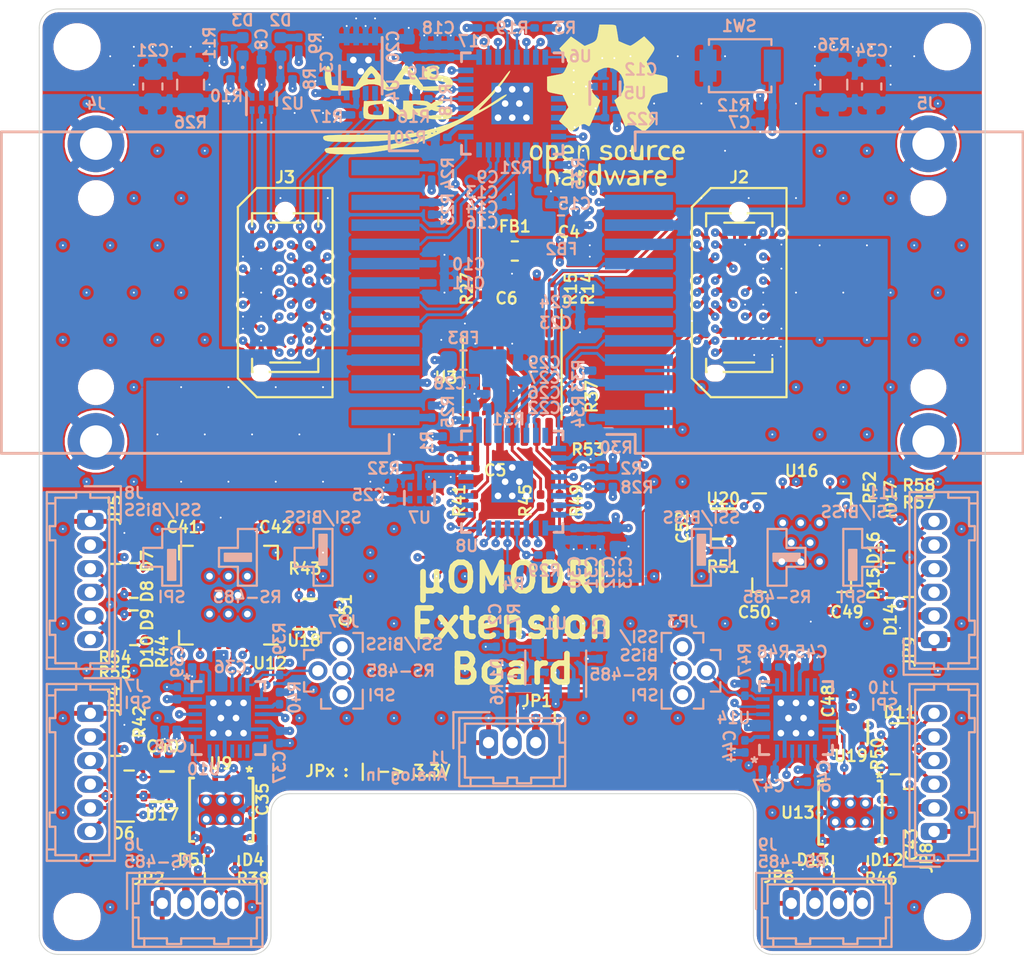
<source format=kicad_pcb>
(kicad_pcb (version 20171130) (host pcbnew "(5.1.6)-1")
  (title_block (title "Open MOtor DRiver Initiative (OMODRI) - Extension Board") (rev 1.0) (company LAAS/CNRS))
  (layers (0 F.Cu signal) (1 In1.Cu power) (2 In2.Cu signal) (3 In3.Cu signal) (4 In4.Cu power) (31 B.Cu signal) (34 B.Paste user hide) (35 F.Paste user hide) (36 B.SilkS user) (37 F.SilkS user) (38 B.Mask user) (39 F.Mask user hide) (44 Edge.Cuts user))
  (net 0 "")
  (net 1 GND)
  (net 2 5V0)
  (net 3 /ECAT_Extension/ANALOG_IN)
  (net 4 VDD_3V3)
  (net 5 "Net-(C5-Pad1)")
  (net 6 "/Sensor Channel #1/~RST_n~")
  (net 7 "/ECAT_0 - PHY/CEXT")
  (net 8 "Net-(C10-Pad1)")
  (net 9 "Net-(C11-Pad1)")
  (net 10 "Net-(C13-Pad1)")
  (net 11 "/ECAT_0 - PHY/SHIELD")
  (net 12 "/ECAT_1 - PHY/CEXT")
  (net 13 "Net-(C23-Pad1)")
  (net 14 "Net-(C24-Pad1)")
  (net 15 "Net-(C26-Pad1)")
  (net 16 "/ECAT_1 - PHY/SHIELD")
  (net 17 "/Sensor Channel #2/LDO_OUT")
  (net 18 "/Sensor Channel #1/LDO_OUT")
  (net 19 /Analog_lim)
  (net 20 "Net-(D2-Pad1)")
  (net 21 "Net-(D2-Pad2)")
  (net 22 "Net-(D3-Pad2)")
  (net 23 "Net-(D3-Pad1)")
  (net 24 "/Sensor Channel #2/SPI_MISO")
  (net 25 "/Sensor Channel #2/SPI_~CS_n~")
  (net 26 "/Sensor Channel #1/SCLK")
  (net 27 "/Sensor Channel #1/MOSI")
  (net 28 "/Sensor Channel #2/MA_P")
  (net 29 "/Sensor Channel #2/MA_N")
  (net 30 "/Sensor Channel #2/SL_P")
  (net 31 "/Sensor Channel #2/SL_N")
  (net 32 "/Sensor Channel #1/SPI_MISO")
  (net 33 "/Sensor Channel #1/SPI_~CS_n~")
  (net 34 "/Sensor Channel #1/MA_P")
  (net 35 "/Sensor Channel #1/MA_N")
  (net 36 "/Sensor Channel #1/SL_P")
  (net 37 "/Sensor Channel #1/SL_N")
  (net 38 /Analog_in)
  (net 39 "Net-(J1-Pad3)")
  (net 40 "/Sensor Channel #1/MISO")
  (net 41 "/ECAT_1 - PHY/ECAT_RX_D2")
  (net 42 "/ECAT_1 - PHY/ECAT_TX_EN")
  (net 43 "/ECAT_1 - PHY/ECAT_RX_DV")
  (net 44 "/ECAT_1 - PHY/ECAT_TX_D1")
  (net 45 "/ECAT_1 - PHY/ECAT_TX_D2")
  (net 46 /ECAT_Extension/PHY_CLK)
  (net 47 "/ECAT_1 - PHY/ECAT_RX_D0")
  (net 48 "/ECAT_1 - PHY/ECAT_RX_D3")
  (net 49 "/ECAT_1 - PHY/ECAT_RX_D1")
  (net 50 "/ECAT_1 - PHY/ECAT_TX_D0")
  (net 51 "/ECAT_1 - PHY/ECAT_RX_CLK")
  (net 52 "/ECAT_1 - PHY/ECAT_TX_D3")
  (net 53 /ECAT_Extension/ECAT1_INT)
  (net 54 "/ECAT_1 - PHY/ECAT_TX_CLK")
  (net 55 "/ECAT_1 - PHY/ECAT_RX_ER")
  (net 56 /ECAT_Extension/ESC_PHY1_LINKSTATUS)
  (net 57 /ECAT_Extension/ESC_LED_LINK1_ACT)
  (net 58 /ECAT_Extension/ESC_LED_RUN)
  (net 59 /ECAT_Extension/~ESC_PHY_RESETn~)
  (net 60 /ECAT_Extension/ECAT0_INT)
  (net 61 "/ECAT_0 - PHY/ECAT_TX_D1")
  (net 62 "/ECAT_0 - PHY/ECAT_RX_D3")
  (net 63 /ECAT_Extension/ESC_LED_ERR)
  (net 64 /ECAT_Extension/ESC_LED_LINK0_ACT)
  (net 65 /ECAT_Extension/ESC_PHY_MDIO_DATA)
  (net 66 "/ECAT_0 - PHY/ECAT_TX_D0")
  (net 67 "/ECAT_0 - PHY/ECAT_TX_D3")
  (net 68 "/ECAT_0 - PHY/ECAT_RX_D1")
  (net 69 /ECAT_Extension/I2C_SCL)
  (net 70 /ECAT_Extension/ESC_PHY0_LINKSTATUS)
  (net 71 "/ECAT_0 - PHY/ECAT_TX_EN")
  (net 72 "/ECAT_0 - PHY/ECAT_TX_D2")
  (net 73 "/ECAT_0 - PHY/ECAT_RX_CLK")
  (net 74 "/ECAT_0 - PHY/ECAT_RX_D2")
  (net 75 /ECAT_Extension/I2C_SDA)
  (net 76 /ECAT_Extension/ESC_PHY_MDIO_CLK)
  (net 77 "/ECAT_0 - PHY/ECAT_TX_CLK")
  (net 78 "/ECAT_0 - PHY/ECAT_RX_DV")
  (net 79 "/ECAT_0 - PHY/ECAT_RX_ER")
  (net 80 "/ECAT_0 - PHY/ECAT_RX_D0")
  (net 81 "/ECAT_0 - PHY/TD_P")
  (net 82 "/ECAT_0 - PHY/TD_N")
  (net 83 "/ECAT_0 - PHY/RD_P")
  (net 84 "/ECAT_0 - PHY/RD_N")
  (net 85 "Net-(J4-Pad9)")
  (net 86 "/ECAT_0 - PHY/LED_TX_RX_STATUS")
  (net 87 "Net-(J4-Pad1)")
  (net 88 "Net-(J4-Pad12)")
  (net 89 "Net-(J5-Pad12)")
  (net 90 "Net-(J5-Pad1)")
  (net 91 "/ECAT_1 - PHY/LED_TX_RX_STATUS")
  (net 92 "Net-(J5-Pad9)")
  (net 93 "/ECAT_1 - PHY/RD_N")
  (net 94 "/ECAT_1 - PHY/RD_P")
  (net 95 "/ECAT_1 - PHY/TD_N")
  (net 96 "/ECAT_1 - PHY/TD_P")
  (net 97 "Net-(J6-Pad2)")
  (net 98 "Net-(J7-Pad2)")
  (net 99 "Net-(J8-Pad2)")
  (net 100 "Net-(J9-Pad2)")
  (net 101 "Net-(J10-Pad2)")
  (net 102 "Net-(J11-Pad2)")
  (net 103 "/Sensor Channel #2/RS485_~CS_n~")
  (net 104 "/Sensor Channel #2/SSI_~CS_n~")
  (net 105 "/Sensor Channel #1/SSI_~CS_n~")
  (net 106 "/Sensor Channel #1/RS485_~CS_n~")
  (net 107 "Net-(R7-Pad1)")
  (net 108 /ECAT_Extension/OSC_in)
  (net 109 /ECAT_Extension/OSC_en)
  (net 110 "/ECAT_0 - PHY/RBias")
  (net 111 "/ECAT_0 - PHY/ModeSelect")
  (net 112 "/ECAT_0 - PHY/Strap2_LED_TX_RX_STATUS")
  (net 113 "/ECAT_0 - PHY/ESC_OSC_in")
  (net 114 "/ECAT_0 - PHY/25MHz_OSC_in")
  (net 115 "/ECAT_1 - PHY/RBias")
  (net 116 "/ECAT_1 - PHY/ModeSelect")
  (net 117 "/ECAT_1 - PHY/Strap2_LED_TX_RX_STATUS")
  (net 118 "/ECAT_1 - PHY/25MHz_OSC_in")
  (net 119 "/ECAT_1 - PHY/ESC_OSC_in")
  (net 120 "/Sensor Channel #2/~IRQ_n~")
  (net 121 "/Sensor Channel #2/RS485_OSC_in")
  (net 122 "/Sensor Channel #2/25MHz_OSC_in_1")
  (net 123 "Net-(R44-Pad1)")
  (net 124 "/Sensor Channel #2/25MHz_OSC_in_2")
  (net 125 "/Sensor Channel #2/SSI_OSC_in")
  (net 126 "/Sensor Channel #1/~IRQ_n~")
  (net 127 "/Sensor Channel #1/25MHz_OSC_in_1")
  (net 128 "/Sensor Channel #1/RS485_OSC_in")
  (net 129 "Net-(R52-Pad1)")
  (net 130 "/Sensor Channel #1/SSI_OSC_in")
  (net 131 "/Sensor Channel #1/25MHz_OSC_in_2")
  (net 132 "Net-(U5-Pad5)")
  (net 133 "Net-(U5-Pad1)")
  (net 134 "Net-(U6-Pad29)")
  (net 135 "Net-(U6-Pad28)")
  (net 136 "Net-(U6-Pad8)")
  (net 137 "Net-(U7-Pad1)")
  (net 138 "Net-(U7-Pad5)")
  (net 139 "Net-(U8-Pad8)")
  (net 140 "Net-(U8-Pad28)")
  (net 141 "Net-(U8-Pad29)")
  (net 142 "/Sensor Channel #2/RS485_Tx")
  (net 143 "/Sensor Channel #2/RS485_Tx_En")
  (net 144 "/Sensor Channel #2/RS485_Rx")
  (net 145 "Net-(U10-Pad21)")
  (net 146 "Net-(U10-Pad15)")
  (net 147 "Net-(U10-Pad14)")
  (net 148 "Net-(U10-Pad13)")
  (net 149 "Net-(U10-Pad12)")
  (net 150 "/Sensor Channel #2/SSI_MISO")
  (net 151 "Net-(U12-Pad3)")
  (net 152 "Net-(U12-Pad4)")
  (net 153 "Net-(U12-Pad5)")
  (net 154 "Net-(U12-Pad6)")
  (net 155 "Net-(U12-Pad7)")
  (net 156 "Net-(U12-Pad8)")
  (net 157 "Net-(U12-Pad11)")
  (net 158 "Net-(U12-Pad12)")
  (net 159 "Net-(U12-Pad13)")
  (net 160 "Net-(U12-Pad14)")
  (net 161 "Net-(U12-Pad19)")
  (net 162 "Net-(U12-Pad25)")
  (net 163 "Net-(U12-Pad26)")
  (net 164 "/Sensor Channel #1/RS485_Rx")
  (net 165 "/Sensor Channel #1/RS485_Tx_En")
  (net 166 "/Sensor Channel #1/RS485_Tx")
  (net 167 "Net-(U14-Pad12)")
  (net 168 "Net-(U14-Pad13)")
  (net 169 "Net-(U14-Pad14)")
  (net 170 "Net-(U14-Pad15)")
  (net 171 "Net-(U14-Pad21)")
  (net 172 "/Sensor Channel #1/SSI_MISO")
  (net 173 "Net-(U16-Pad26)")
  (net 174 "Net-(U16-Pad25)")
  (net 175 "Net-(U16-Pad19)")
  (net 176 "Net-(U16-Pad14)")
  (net 177 "Net-(U16-Pad13)")
  (net 178 "Net-(U16-Pad12)")
  (net 179 "Net-(U16-Pad11)")
  (net 180 "Net-(U16-Pad8)")
  (net 181 "Net-(U16-Pad7)")
  (net 182 "Net-(U16-Pad6)")
  (net 183 "Net-(U16-Pad5)")
  (net 184 "Net-(U16-Pad4)")
  (net 185 "Net-(U16-Pad3)")
  (net 186 "Net-(U12-Pad24)")
  (net 187 "Net-(U12-Pad23)")
  (net 188 "Net-(U16-Pad24)")
  (net 189 "Net-(U16-Pad23)")
  (net 190 "/Sensor Channel #2/RS485_P")
  (net 191 "/Sensor Channel #2/RS485_N")
  (net 192 "/Sensor Channel #1/RS485_P")
  (net 193 "/Sensor Channel #1/RS485_N")
  (net 194 "Net-(U17-Pad5)")
  (net 195 "Net-(U18-Pad5)")
  (net 196 "Net-(U19-Pad5)")
  (net 197 "Net-(U20-Pad5)")
  (net 198 /ECAT_Extension/~SPI_CS1n~)
  (net 199 /ECAT_Extension/~SPI_CS2n~)
  (module EcatExBrd:SolderJumper-3_0201_0603Metric_Open_Pad (layer F.Cu) (at 126.25 87.5 180)
    (fp_text reference JP1 (at -0.05 0.9) (layer F.SilkS) (effects (font (size 0.6 0.6) (thickness 0.12))))
    (fp_text value SolderJumper_3_Open hide)
    (pad 1 smd rect (at -0.64 0 180) (size 0.46 0.4) (layers F.Cu F.Paste F.Mask) (net 4 VDD_3V3))
    (pad 2 smd rect (at 0 0 180) (size 0.46 0.4) (layers F.Cu F.Paste F.Mask) (net 39 "Net-(J1-Pad3)"))
    (pad 3 smd rect (at 0.64 0 180) (size 0.46 0.4) (layers F.Cu F.Paste F.Mask) (net 2 5V0))
  )
  (module EcatExBrd:SolderJumper-3_0201_0603Metric_Open_Pad (layer F.Cu) (at 107.75 96 180)
    (fp_text reference JP2 (at 1.95 0) (layer F.SilkS) (effects (font (size 0.6 0.6) (thickness 0.12))))
    (fp_text value SolderJumper_3_Open hide)
    (pad 1 smd rect (at -0.64 0 180) (size 0.46 0.4) (layers F.Cu F.Paste F.Mask) (net 4 VDD_3V3))
    (pad 2 smd rect (at 0 0 180) (size 0.46 0.4) (layers F.Cu F.Paste F.Mask) (net 97 "Net-(J6-Pad2)"))
    (pad 3 smd rect (at 0.64 0 180) (size 0.46 0.4) (layers F.Cu F.Paste F.Mask) (net 2 5V0))
  )
  (module EcatExBrd:SolderJumper-3_0201_0603Metric_Open_Pad (layer F.Cu) (at 104 88.5 90)
    (fp_text reference JP4 (at 1.9 0 90) (layer F.SilkS) (effects (font (size 0.6 0.6) (thickness 0.12))))
    (fp_text value SolderJumper_3_Open hide)
    (pad 1 smd rect (at -0.64 0 90) (size 0.46 0.4) (layers F.Cu F.Paste F.Mask) (net 4 VDD_3V3))
    (pad 2 smd rect (at 0 0 90) (size 0.46 0.4) (layers F.Cu F.Paste F.Mask) (net 98 "Net-(J7-Pad2)"))
    (pad 3 smd rect (at 0.64 0 90) (size 0.46 0.4) (layers F.Cu F.Paste F.Mask) (net 2 5V0))
  )
  (module EcatExBrd:SolderJumper-3_0201_0603Metric_Open_Pad (layer F.Cu) (at 104 78.35 90)
    (fp_text reference JP5 (at 1.85 0 90) (layer F.SilkS) (effects (font (size 0.6 0.6) (thickness 0.12))))
    (fp_text value SolderJumper_3_Open hide)
    (pad 1 smd rect (at -0.64 0 90) (size 0.46 0.4) (layers F.Cu F.Paste F.Mask) (net 4 VDD_3V3))
    (pad 2 smd rect (at 0 0 90) (size 0.46 0.4) (layers F.Cu F.Paste F.Mask) (net 99 "Net-(J8-Pad2)"))
    (pad 3 smd rect (at 0.64 0 90) (size 0.46 0.4) (layers F.Cu F.Paste F.Mask) (net 2 5V0))
  )
  (module EcatExBrd:SolderJumper-3_0201_0603Metric_Open_Pad (layer F.Cu) (at 141 96 180)
    (fp_text reference JP6 (at 1.9 0.1) (layer F.SilkS) (effects (font (size 0.6 0.6) (thickness 0.12))))
    (fp_text value SolderJumper_3_Open hide)
    (pad 1 smd rect (at -0.64 0 180) (size 0.46 0.4) (layers F.Cu F.Paste F.Mask) (net 4 VDD_3V3))
    (pad 2 smd rect (at 0 0 180) (size 0.46 0.4) (layers F.Cu F.Paste F.Mask) (net 100 "Net-(J9-Pad2)"))
    (pad 3 smd rect (at 0.64 0 180) (size 0.46 0.4) (layers F.Cu F.Paste F.Mask) (net 2 5V0))
  )
  (module EcatExBrd:SolderJumper-3_0201_0603Metric_Open_Pad (layer F.Cu) (at 146 92.25 270)
    (fp_text reference JP8 (at 2.65 -0.9 90) (layer F.SilkS) (effects (font (size 0.6 0.6) (thickness 0.12))))
    (fp_text value SolderJumper_3_Open hide)
    (pad 1 smd rect (at -0.64 0 270) (size 0.46 0.4) (layers F.Cu F.Paste F.Mask) (net 4 VDD_3V3))
    (pad 2 smd rect (at 0 0 270) (size 0.46 0.4) (layers F.Cu F.Paste F.Mask) (net 101 "Net-(J10-Pad2)"))
    (pad 3 smd rect (at 0.64 0 270) (size 0.46 0.4) (layers F.Cu F.Paste F.Mask) (net 2 5V0))
  )
  (module EcatExBrd:SolderJumper-3_0201_0603Metric_Open_Pad (layer F.Cu) (at 146 82.1 270)
    (fp_text reference JP9 (at 1.9 0 90) (layer F.SilkS) (effects (font (size 0.6 0.6) (thickness 0.12))))
    (fp_text value SolderJumper_3_Open hide)
    (pad 1 smd rect (at -0.64 0 270) (size 0.46 0.4) (layers F.Cu F.Paste F.Mask) (net 4 VDD_3V3))
    (pad 2 smd rect (at 0 0 270) (size 0.46 0.4) (layers F.Cu F.Paste F.Mask) (net 102 "Net-(J11-Pad2)"))
    (pad 3 smd rect (at 0.64 0 270) (size 0.46 0.4) (layers F.Cu F.Paste F.Mask) (net 2 5V0))
  )
  (module Capacitor_SMD:C_0201_0603Metric (layer F.Cu) (at 111.72 93.5262 270)
    (fp_text reference C35 (at -1.7262 -0.08 90) (layer F.SilkS) (effects (font (size 0.6 0.6) (thickness 0.12))))
    (fp_text value 100n)
    (pad 2 smd roundrect (at 0.32 0 270) (size 0.46 0.4) (layers F.Cu F.Mask) (net 4 VDD_3V3))
    (pad 1 smd roundrect (at -0.32 0 270) (size 0.46 0.4) (layers F.Cu F.Mask) (net 1 GND))
  )
  (module Package_SO:TSSOP-14_4.4x5mm_P0.65mm (layer F.Cu) (at 125 69.5 270)
    (fp_text reference U3 (at 0 3.5 180) (layer F.SilkS) (effects (font (size 0.6 0.6) (thickness 0.12))))
    (fp_text value CDCLVC1106)
    (pad 14 smd roundrect (at 2.8625 -1.95 270) (size 1.475 0.4) (layers F.Cu F.Paste F.Mask) (net 131 "/Sensor Channel #1/25MHz_OSC_in_2"))
    (pad 13 smd roundrect (at 2.8625 -1.3 270) (size 1.475 0.4) (layers F.Cu F.Paste F.Mask) (net 127 "/Sensor Channel #1/25MHz_OSC_in_1"))
    (pad 12 smd roundrect (at 2.8625 -0.65 270) (size 1.475 0.4) (layers F.Cu F.Paste F.Mask) (net 5 "Net-(C5-Pad1)"))
    (pad 11 smd roundrect (at 2.8625 0 270) (size 1.475 0.4) (layers F.Cu F.Paste F.Mask) (net 124 "/Sensor Channel #2/25MHz_OSC_in_2"))
    (pad 10 smd roundrect (at 2.8625 0.65 270) (size 1.475 0.4) (layers F.Cu F.Paste F.Mask) (net 1 GND))
    (pad 9 smd roundrect (at 2.8625 1.3 270) (size 1.475 0.4) (layers F.Cu F.Paste F.Mask) (net 122 "/Sensor Channel #2/25MHz_OSC_in_1"))
    (pad 8 smd roundrect (at 2.8625 1.95 270) (size 1.475 0.4) (layers F.Cu F.Paste F.Mask) (net 5 "Net-(C5-Pad1)"))
    (pad 7 smd roundrect (at -2.8625 1.95 270) (size 1.475 0.4) (layers F.Cu F.Paste F.Mask) (net 1 GND))
    (pad 6 smd roundrect (at -2.8625 1.3 270) (size 1.475 0.4) (layers F.Cu F.Paste F.Mask) (net 114 "/ECAT_0 - PHY/25MHz_OSC_in"))
    (pad 5 smd roundrect (at -2.8625 0.65 270) (size 1.475 0.4) (layers F.Cu F.Paste F.Mask) (net 5 "Net-(C5-Pad1)"))
    (pad 4 smd roundrect (at -2.8625 0 270) (size 1.475 0.4) (layers F.Cu F.Paste F.Mask) (net 1 GND))
    (pad 3 smd roundrect (at -2.8625 -0.65 270) (size 1.475 0.4) (layers F.Cu F.Paste F.Mask) (net 118 "/ECAT_1 - PHY/25MHz_OSC_in"))
    (pad 2 smd roundrect (at -2.8625 -1.3 270) (size 1.475 0.4) (layers F.Cu F.Paste F.Mask) (net 109 /ECAT_Extension/OSC_en))
    (pad 1 smd roundrect (at -2.8625 -1.95 270) (size 1.475 0.4) (layers F.Cu F.Paste F.Mask) (net 108 /ECAT_Extension/OSC_in))
  )
  (module EcatExBrd:TQFN-24-1EP_3.5x3.5mm_P0.4mm_EP2.4x2.4mm (layer B.Cu) (at 110.000001 87.5 270)
    (fp_text reference U10 (at 2.7 1.300001) (layer B.SilkS) (effects (font (size 0.6 0.6) (thickness 0.12)) (justify mirror)))
    (fp_text value MAX3107 hide)
    (pad 1 smd rect (at -1.7502 1.000001 180) (size 0.204 0.706399) (layers B.Cu B.Paste B.Mask) (net 17 "/Sensor Channel #2/LDO_OUT"))
    (pad 2 smd rect (at -1.7502 0.599999 180) (size 0.204 0.706399) (layers B.Cu B.Paste B.Mask) (net 4 VDD_3V3))
    (pad 3 smd rect (at -1.7502 0.2 180) (size 0.204 0.706399) (layers B.Cu B.Paste B.Mask) (net 4 VDD_3V3))
    (pad 4 smd rect (at -1.7502 -0.2 180) (size 0.204 0.706399) (layers B.Cu B.Paste B.Mask) (net 40 "/Sensor Channel #1/MISO"))
    (pad 5 smd rect (at -1.7502 -0.599999 180) (size 0.204 0.706399) (layers B.Cu B.Paste B.Mask) (net 26 "/Sensor Channel #1/SCLK"))
    (pad 6 smd rect (at -1.7502 -1.000001 180) (size 0.204 0.706399) (layers B.Cu B.Paste B.Mask) (net 103 "/Sensor Channel #2/RS485_~CS_n~"))
    (pad 7 smd rect (at -1.000001 -1.7502 270) (size 0.204 0.706399) (layers B.Cu B.Paste B.Mask) (net 27 "/Sensor Channel #1/MOSI"))
    (pad 8 smd rect (at -0.599999 -1.7502 270) (size 0.204 0.706399) (layers B.Cu B.Paste B.Mask) (net 120 "/Sensor Channel #2/~IRQ_n~"))
    (pad 9 smd rect (at -0.2 -1.7502 270) (size 0.204 0.706399) (layers B.Cu B.Paste B.Mask) (net 6 "/Sensor Channel #1/~RST_n~"))
    (pad 10 smd rect (at 0.2 -1.7502 270) (size 0.204 0.706399) (layers B.Cu B.Paste B.Mask) (net 4 VDD_3V3))
    (pad 11 smd rect (at 0.599999 -1.7502 270) (size 0.204 0.706399) (layers B.Cu B.Paste B.Mask) (net 1 GND))
    (pad 12 smd rect (at 1.000001 -1.7502 270) (size 0.204 0.706399) (layers B.Cu B.Paste B.Mask) (net 149 "Net-(U10-Pad12)"))
    (pad 13 smd rect (at 1.7502 -1.000001 180) (size 0.204 0.706399) (layers B.Cu B.Paste B.Mask) (net 148 "Net-(U10-Pad13)"))
    (pad 14 smd rect (at 1.7502 -0.599999 180) (size 0.204 0.706399) (layers B.Cu B.Paste B.Mask) (net 147 "Net-(U10-Pad14)"))
    (pad 15 smd rect (at 1.7502 -0.2 180) (size 0.204 0.706399) (layers B.Cu B.Paste B.Mask) (net 146 "Net-(U10-Pad15)"))
    (pad 16 smd rect (at 1.7502 0.2 180) (size 0.204 0.706399) (layers B.Cu B.Paste B.Mask) (net 1 GND))
    (pad 17 smd rect (at 1.7502 0.599999 180) (size 0.204 0.706399) (layers B.Cu B.Paste B.Mask) (net 143 "/Sensor Channel #2/RS485_Tx_En"))
    (pad 18 smd rect (at 1.7502 1.000001 180) (size 0.204 0.706399) (layers B.Cu B.Paste B.Mask) (net 144 "/Sensor Channel #2/RS485_Rx"))
    (pad 19 smd rect (at 1.000001 1.7502 270) (size 0.204 0.706399) (layers B.Cu B.Paste B.Mask) (net 142 "/Sensor Channel #2/RS485_Tx"))
    (pad 20 smd rect (at 0.599999 1.7502 270) (size 0.204 0.706399) (layers B.Cu B.Paste B.Mask) (net 4 VDD_3V3))
    (pad 21 smd rect (at 0.2 1.7502 270) (size 0.204 0.706399) (layers B.Cu B.Paste B.Mask) (net 145 "Net-(U10-Pad21)"))
    (pad 22 smd rect (at -0.2 1.7502 270) (size 0.204 0.706399) (layers B.Cu B.Paste B.Mask) (net 121 "/Sensor Channel #2/RS485_OSC_in"))
    (pad 23 smd rect (at -0.599999 1.7502 270) (size 0.204 0.706399) (layers B.Cu B.Paste B.Mask) (net 1 GND))
    (pad 24 smd rect (at -1.000001 1.7502 270) (size 0.204 0.706399) (layers B.Cu B.Paste B.Mask) (net 4 VDD_3V3))
    (pad 25 smd rect (at 0 0 270) (size 2.3876 2.3876) (layers B.Cu B.Paste B.Mask) (net 1 GND))
  )
  (module EcatExBrd:TQFN-28-1EP_5x5mm_P0.5mm_EP3.1x3.1mm (layer F.Cu) (at 140.3 78.2275)
    (fp_text reference U16 (at 0 -3.8) (layer F.SilkS) (effects (font (size 0.6 0.6) (thickness 0.12))))
    (fp_text value iC-MB4 hide)
    (pad 29 smd rect (at 0 0) (size 3.1 3.1) (layers F.Cu F.Mask) (net 1 GND))
    (pad 28 smd roundrect (at -1.5 -2.3625) (size 0.25 0.975) (layers F.Cu F.Paste F.Mask) (net 26 "/Sensor Channel #1/SCLK"))
    (pad 27 smd roundrect (at -1 -2.3625) (size 0.25 0.975) (layers F.Cu F.Paste F.Mask) (net 105 "/Sensor Channel #1/SSI_~CS_n~"))
    (pad 26 smd roundrect (at -0.5 -2.3625) (size 0.25 0.975) (layers F.Cu F.Paste F.Mask) (net 173 "Net-(U16-Pad26)"))
    (pad 25 smd roundrect (at 0 -2.3625) (size 0.25 0.975) (layers F.Cu F.Paste F.Mask) (net 174 "Net-(U16-Pad25)"))
    (pad 24 smd roundrect (at 0.5 -2.3625) (size 0.25 0.975) (layers F.Cu F.Paste F.Mask) (net 188 "Net-(U16-Pad24)"))
    (pad 23 smd roundrect (at 1 -2.3625) (size 0.25 0.975) (layers F.Cu F.Paste F.Mask) (net 189 "Net-(U16-Pad23)"))
    (pad 22 smd roundrect (at 1.5 -2.3625) (size 0.25 0.975) (layers F.Cu F.Paste F.Mask) (net 130 "/Sensor Channel #1/SSI_OSC_in"))
    (pad 21 smd roundrect (at 2.3625 -1.5) (size 0.975 0.25) (layers F.Cu F.Paste F.Mask) (net 6 "/Sensor Channel #1/~RST_n~"))
    (pad 20 smd roundrect (at 2.3625 -1) (size 0.975 0.25) (layers F.Cu F.Paste F.Mask) (net 129 "Net-(R52-Pad1)"))
    (pad 19 smd roundrect (at 2.3625 -0.5) (size 0.975 0.25) (layers F.Cu F.Paste F.Mask) (net 175 "Net-(U16-Pad19)"))
    (pad 18 smd roundrect (at 2.3625 0) (size 0.975 0.25) (layers F.Cu F.Paste F.Mask) (net 37 "/Sensor Channel #1/SL_N"))
    (pad 17 smd roundrect (at 2.3625 0.5) (size 0.975 0.25) (layers F.Cu F.Paste F.Mask) (net 36 "/Sensor Channel #1/SL_P"))
    (pad 16 smd roundrect (at 2.3625 1) (size 0.975 0.25) (layers F.Cu F.Paste F.Mask) (net 35 "/Sensor Channel #1/MA_N"))
    (pad 15 smd roundrect (at 2.3625 1.5) (size 0.975 0.25) (layers F.Cu F.Paste F.Mask) (net 34 "/Sensor Channel #1/MA_P"))
    (pad 14 smd roundrect (at 1.5 2.3625) (size 0.25 0.975) (layers F.Cu F.Paste F.Mask) (net 176 "Net-(U16-Pad14)"))
    (pad 13 smd roundrect (at 1 2.3625) (size 0.25 0.975) (layers F.Cu F.Paste F.Mask) (net 177 "Net-(U16-Pad13)"))
    (pad 12 smd roundrect (at 0.5 2.3625) (size 0.25 0.975) (layers F.Cu F.Paste F.Mask) (net 178 "Net-(U16-Pad12)"))
    (pad 11 smd roundrect (at 0 2.3625) (size 0.25 0.975) (layers F.Cu F.Paste F.Mask) (net 179 "Net-(U16-Pad11)"))
    (pad 10 smd roundrect (at -0.5 2.3625) (size 0.25 0.975) (layers F.Cu F.Paste F.Mask) (net 2 5V0))
    (pad 9 smd roundrect (at -1 2.3625) (size 0.25 0.975) (layers F.Cu F.Paste F.Mask) (net 1 GND))
    (pad 8 smd roundrect (at -1.5 2.3625) (size 0.25 0.975) (layers F.Cu F.Paste F.Mask) (net 180 "Net-(U16-Pad8)"))
    (pad 7 smd roundrect (at -2.3625 1.5) (size 0.975 0.25) (layers F.Cu F.Paste F.Mask) (net 181 "Net-(U16-Pad7)"))
    (pad 6 smd roundrect (at -2.3625 1) (size 0.975 0.25) (layers F.Cu F.Paste F.Mask) (net 182 "Net-(U16-Pad6)"))
    (pad 5 smd roundrect (at -2.3625 0.5) (size 0.975 0.25) (layers F.Cu F.Paste F.Mask) (net 183 "Net-(U16-Pad5)"))
    (pad 4 smd roundrect (at -2.3625 0) (size 0.975 0.25) (layers F.Cu F.Paste F.Mask) (net 184 "Net-(U16-Pad4)"))
    (pad 3 smd roundrect (at -2.3625 -0.5) (size 0.975 0.25) (layers F.Cu F.Paste F.Mask) (net 185 "Net-(U16-Pad3)"))
    (pad 2 smd roundrect (at -2.3625 -1) (size 0.975 0.25) (layers F.Cu F.Paste F.Mask) (net 172 "/Sensor Channel #1/SSI_MISO"))
    (pad 1 smd roundrect (at -2.3625 -1.5) (size 0.975 0.25) (layers F.Cu F.Paste F.Mask) (net 27 "/Sensor Channel #1/MOSI"))
  )
  (module Capacitor_SMD:C_0201_0603Metric (layer B.Cu) (at 107.3 86.179999 90)
    (fp_text reference C39 (at 1.679999 0 270) (layer B.SilkS) (effects (font (size 0.6 0.6) (thickness 0.12)) (justify mirror)))
    (fp_text value 100n)
    (pad 1 smd roundrect (at -0.32 0 90) (size 0.46 0.4) (layers B.Cu B.Mask) (net 4 VDD_3V3))
    (pad 2 smd roundrect (at 0.32 0 90) (size 0.46 0.4) (layers B.Cu B.Mask) (net 1 GND))
  )
  (module Capacitor_SMD:C_0201_0603Metric (layer B.Cu) (at 140.599999 90.55 270)
    (fp_text reference C46 (at 0.05 -0.900001 270) (layer B.SilkS) (effects (font (size 0.6 0.6) (thickness 0.12)) (justify mirror)))
    (fp_text value 100n)
    (pad 2 smd roundrect (at 0.32 0 270) (size 0.46 0.4) (layers B.Cu B.Mask) (net 1 GND))
    (pad 1 smd roundrect (at -0.32 0 270) (size 0.46 0.4) (layers B.Cu B.Mask) (net 4 VDD_3V3))
  )
  (module EcatExBrd:ADM6-10-XX.X-XXX-4-X-A-XR (layer F.Cu) (at 137 65 90)
    (fp_text reference J2 (at 6.1 0) (layer F.SilkS) (effects (font (size 0.6 0.6) (thickness 0.12))))
    (fp_text value ADM6_ADF6 hide)
    (pad "" np_thru_hole oval (at -4.26 -1.27 90) (size 0.6 0.8) (drill oval 0.6 0.8) (layers *.Cu *.Mask))
    (pad "" np_thru_hole circle (at 4.26 0 90) (size 0.8 0.8) (drill 0.8) (layers *.Cu *.Mask))
    (pad D10 smd circle (at -2.8575 1.75 90) (size 0.4 0.4) (layers F.Cu F.Paste F.Mask) (net 2 5V0))
    (pad D09 smd circle (at -2.2225 1.75 90) (size 0.4 0.4) (layers F.Cu F.Paste F.Mask) (net 40 "/Sensor Channel #1/MISO"))
    (pad D08 smd circle (at -1.5875 1.75 90) (size 0.4 0.4) (layers F.Cu F.Paste F.Mask) (net 1 GND))
    (pad D07 smd circle (at -0.9525 1.75 90) (size 0.4 0.4) (layers F.Cu F.Paste F.Mask) (net 41 "/ECAT_1 - PHY/ECAT_RX_D2"))
    (pad D06 smd circle (at -0.3175 1.75 90) (size 0.4 0.4) (layers F.Cu F.Paste F.Mask) (net 1 GND))
    (pad D05 smd circle (at 0.3175 1.75 90) (size 0.4 0.4) (layers F.Cu F.Paste F.Mask) (net 42 "/ECAT_1 - PHY/ECAT_TX_EN"))
    (pad D04 smd circle (at 0.9525 1.75 90) (size 0.4 0.4) (layers F.Cu F.Paste F.Mask) (net 1 GND))
    (pad D03 smd circle (at 1.5875 1.75 90) (size 0.4 0.4) (layers F.Cu F.Paste F.Mask) (net 43 "/ECAT_1 - PHY/ECAT_RX_DV"))
    (pad D02 smd circle (at 2.2225 1.75 90) (size 0.4 0.4) (layers F.Cu F.Paste F.Mask) (net 1 GND))
    (pad D01 smd circle (at 2.8575 1.75 90) (size 0.4 0.4) (layers F.Cu F.Paste F.Mask) (net 44 "/ECAT_1 - PHY/ECAT_TX_D1"))
    (pad C10 smd circle (at -2.8575 0.79 90) (size 0.4 0.4) (layers F.Cu F.Paste F.Mask) (net 2 5V0))
    (pad C09 smd circle (at -2.2225 0.79 90) (size 0.4 0.4) (layers F.Cu F.Paste F.Mask) (net 198 /ECAT_Extension/~SPI_CS1n~))
    (pad C08 smd circle (at -1.5875 0.79 90) (size 0.4 0.4) (layers F.Cu F.Paste F.Mask) (net 1 GND))
    (pad C07 smd circle (at -0.9525 0.79 90) (size 0.4 0.4) (layers F.Cu F.Paste F.Mask) (net 48 "/ECAT_1 - PHY/ECAT_RX_D3"))
    (pad C06 smd circle (at -0.3175 0.79 90) (size 0.4 0.4) (layers F.Cu F.Paste F.Mask) (net 1 GND))
    (pad C05 smd circle (at 0.3175 0.79 90) (size 0.4 0.4) (layers F.Cu F.Paste F.Mask) (net 47 "/ECAT_1 - PHY/ECAT_RX_D0"))
    (pad C04 smd circle (at 0.9525 0.79 90) (size 0.4 0.4) (layers F.Cu F.Paste F.Mask) (net 1 GND))
    (pad C03 smd circle (at 1.5875 0.79 90) (size 0.4 0.4) (layers F.Cu F.Paste F.Mask) (net 46 /ECAT_Extension/PHY_CLK))
    (pad C02 smd circle (at 2.2225 0.79 90) (size 0.4 0.4) (layers F.Cu F.Paste F.Mask) (net 1 GND))
    (pad C01 smd circle (at 2.8575 0.79 90) (size 0.4 0.4) (layers F.Cu F.Paste F.Mask) (net 45 "/ECAT_1 - PHY/ECAT_TX_D2"))
    (pad B10 smd circle (at -2.8575 -0.79 90) (size 0.4 0.4) (layers F.Cu F.Paste F.Mask) (net 26 "/Sensor Channel #1/SCLK"))
    (pad B09 smd circle (at -2.2225 -0.79 90) (size 0.4 0.4) (layers F.Cu F.Paste F.Mask) (net 4 VDD_3V3))
    (pad B08 smd circle (at -1.5875 -0.79 90) (size 0.4 0.4) (layers F.Cu F.Paste F.Mask) (net 199 /ECAT_Extension/~SPI_CS2n~))
    (pad B07 smd circle (at -0.9525 -0.79 90) (size 0.4 0.4) (layers F.Cu F.Paste F.Mask) (net 4 VDD_3V3))
    (pad B06 smd circle (at -0.3175 -0.79 90) (size 0.4 0.4) (layers F.Cu F.Paste F.Mask) (net 49 "/ECAT_1 - PHY/ECAT_RX_D1"))
    (pad B05 smd circle (at 0.3175 -0.79 90) (size 0.4 0.4) (layers F.Cu F.Paste F.Mask) (net 4 VDD_3V3))
    (pad B04 smd circle (at 0.9525 -0.79 90) (size 0.4 0.4) (layers F.Cu F.Paste F.Mask) (net 50 "/ECAT_1 - PHY/ECAT_TX_D0"))
    (pad B03 smd circle (at 1.5875 -0.79 90) (size 0.4 0.4) (layers F.Cu F.Paste F.Mask) (net 4 VDD_3V3))
    (pad B02 smd circle (at 2.2225 -0.79 90) (size 0.4 0.4) (layers F.Cu F.Paste F.Mask) (net 51 "/ECAT_1 - PHY/ECAT_RX_CLK"))
    (pad B01 smd circle (at 2.8575 -0.79 90) (size 0.4 0.4) (layers F.Cu F.Paste F.Mask) (net 52 "/ECAT_1 - PHY/ECAT_TX_D3"))
    (pad A10 smd circle (at -2.8575 -1.75 90) (size 0.4 0.4) (layers F.Cu F.Paste F.Mask) (net 27 "/Sensor Channel #1/MOSI"))
    (pad A09 smd circle (at -2.2225 -1.75 90) (size 0.4 0.4) (layers F.Cu F.Paste F.Mask) (net 4 VDD_3V3))
    (pad A08 smd circle (at -1.5875 -1.75 90) (size 0.4 0.4) (layers F.Cu F.Paste F.Mask) (net 3 /ECAT_Extension/ANALOG_IN))
    (pad A07 smd circle (at -0.9525 -1.75 90) (size 0.4 0.4) (layers F.Cu F.Paste F.Mask) (net 4 VDD_3V3))
    (pad A06 smd circle (at -0.3175 -1.75 90) (size 0.4 0.4) (layers F.Cu F.Paste F.Mask) (net 53 /ECAT_Extension/ECAT1_INT))
    (pad A05 smd circle (at 0.3175 -1.75 90) (size 0.4 0.4) (layers F.Cu F.Paste F.Mask) (net 4 VDD_3V3))
    (pad A04 smd circle (at 0.9525 -1.75 90) (size 0.4 0.4) (layers F.Cu F.Paste F.Mask) (net 54 "/ECAT_1 - PHY/ECAT_TX_CLK"))
    (pad A03 smd circle (at 1.5875 -1.75 90) (size 0.4 0.4) (layers F.Cu F.Paste F.Mask) (net 4 VDD_3V3))
    (pad A01 smd circle (at 2.8575 -1.75 90) (size 0.4 0.4) (layers F.Cu F.Paste F.Mask) (net 55 "/ECAT_1 - PHY/ECAT_RX_ER"))
    (pad A02 smd circle (at 2.2225 -1.75 90) (size 0.4 0.4) (layers F.Cu F.Paste F.Mask) (net 56 /ECAT_Extension/ESC_PHY1_LINKSTATUS))
  )
  (module Resistor_SMD:R_0201_0603Metric (layer F.Cu) (at 123.4 64.8 90)
    (fp_text reference R27 (at 0 -0.8 90) (layer F.SilkS) (effects (font (size 0.6 0.6) (thickness 0.12))))
    (fp_text value 10)
    (pad 2 smd roundrect (at 0.32 0 90) (size 0.46 0.4) (layers F.Cu F.Mask) (net 113 "/ECAT_0 - PHY/ESC_OSC_in"))
    (pad 1 smd roundrect (at -0.32 0 90) (size 0.46 0.4) (layers F.Cu F.Mask) (net 114 "/ECAT_0 - PHY/25MHz_OSC_in"))
  )
  (module EcatExBrd:VQFN-32-1EP_5x5mm_P0.5mm_EP2.2x2.2mm (layer B.Cu) (at 125 75 270)
    (fp_text reference U8 (at 3.4 2.4 180) (layer B.SilkS) (effects (font (size 0.6 0.6) (thickness 0.12)) (justify mirror)))
    (fp_text value DP83826I hide)
    (pad 1 smd rect (at -2.45 1.75 180) (size 0.3 0.8) (layers B.Cu B.Paste B.Mask) (net 116 "/ECAT_1 - PHY/ModeSelect"))
    (pad 2 smd rect (at -2.45 1.25 180) (size 0.3 0.8) (layers B.Cu B.Paste B.Mask) (net 12 "/ECAT_1 - PHY/CEXT"))
    (pad 3 smd rect (at -2.45 0.75 180) (size 0.3 0.8) (layers B.Cu B.Paste B.Mask) (net 15 "Net-(C26-Pad1)"))
    (pad 4 smd rect (at -2.45 0.25 180) (size 0.3 0.8) (layers B.Cu B.Paste B.Mask) (net 93 "/ECAT_1 - PHY/RD_N"))
    (pad 5 smd rect (at -2.45 -0.25 180) (size 0.3 0.8) (layers B.Cu B.Paste B.Mask) (net 94 "/ECAT_1 - PHY/RD_P"))
    (pad 6 smd rect (at -2.45 -0.75 180) (size 0.3 0.8) (layers B.Cu B.Paste B.Mask) (net 95 "/ECAT_1 - PHY/TD_N"))
    (pad 7 smd rect (at -2.45 -1.25 180) (size 0.3 0.8) (layers B.Cu B.Paste B.Mask) (net 96 "/ECAT_1 - PHY/TD_P"))
    (pad 8 smd rect (at -2.45 -1.75 180) (size 0.3 0.8) (layers B.Cu B.Paste B.Mask) (net 139 "Net-(U8-Pad8)"))
    (pad 9 smd rect (at -1.75 -2.45 270) (size 0.3 0.8) (layers B.Cu B.Paste B.Mask) (net 119 "/ECAT_1 - PHY/ESC_OSC_in"))
    (pad 10 smd rect (at -1.25 -2.45 270) (size 0.3 0.8) (layers B.Cu B.Paste B.Mask) (net 115 "/ECAT_1 - PHY/RBias"))
    (pad 11 smd rect (at -0.75 -2.45 270) (size 0.3 0.8) (layers B.Cu B.Paste B.Mask) (net 65 /ECAT_Extension/ESC_PHY_MDIO_DATA))
    (pad 12 smd rect (at -0.25 -2.45 270) (size 0.3 0.8) (layers B.Cu B.Paste B.Mask) (net 76 /ECAT_Extension/ESC_PHY_MDIO_CLK))
    (pad 13 smd rect (at 0.25 -2.45 270) (size 0.3 0.8) (layers B.Cu B.Paste B.Mask) (net 48 "/ECAT_1 - PHY/ECAT_RX_D3"))
    (pad 14 smd rect (at 0.75 -2.45 270) (size 0.3 0.8) (layers B.Cu B.Paste B.Mask) (net 41 "/ECAT_1 - PHY/ECAT_RX_D2"))
    (pad 15 smd rect (at 1.25 -2.45 270) (size 0.3 0.8) (layers B.Cu B.Paste B.Mask) (net 49 "/ECAT_1 - PHY/ECAT_RX_D1"))
    (pad 16 smd rect (at 1.75 -2.45 270) (size 0.3 0.8) (layers B.Cu B.Paste B.Mask) (net 47 "/ECAT_1 - PHY/ECAT_RX_D0"))
    (pad 17 smd rect (at 2.45 -1.75 180) (size 0.3 0.8) (layers B.Cu B.Paste B.Mask) (net 4 VDD_3V3))
    (pad 18 smd rect (at 2.45 -1.25 180) (size 0.3 0.8) (layers B.Cu B.Paste B.Mask) (net 43 "/ECAT_1 - PHY/ECAT_RX_DV"))
    (pad 19 smd rect (at 2.45 -0.75 180) (size 0.3 0.8) (layers B.Cu B.Paste B.Mask) (net 51 "/ECAT_1 - PHY/ECAT_RX_CLK"))
    (pad 20 smd rect (at 2.45 -0.25 180) (size 0.3 0.8) (layers B.Cu B.Paste B.Mask) (net 55 "/ECAT_1 - PHY/ECAT_RX_ER"))
    (pad 21 smd rect (at 2.45 0.25 180) (size 0.3 0.8) (layers B.Cu B.Paste B.Mask) (net 53 /ECAT_Extension/ECAT1_INT))
    (pad 22 smd rect (at 2.45 0.75 180) (size 0.3 0.8) (layers B.Cu B.Paste B.Mask) (net 54 "/ECAT_1 - PHY/ECAT_TX_CLK"))
    (pad 23 smd rect (at 2.45 1.25 180) (size 0.3 0.8) (layers B.Cu B.Paste B.Mask) (net 42 "/ECAT_1 - PHY/ECAT_TX_EN"))
    (pad 24 smd rect (at 2.45 1.75 180) (size 0.3 0.8) (layers B.Cu B.Paste B.Mask) (net 50 "/ECAT_1 - PHY/ECAT_TX_D0"))
    (pad 25 smd rect (at 1.75 2.45 270) (size 0.3 0.8) (layers B.Cu B.Paste B.Mask) (net 44 "/ECAT_1 - PHY/ECAT_TX_D1"))
    (pad 26 smd rect (at 1.25 2.45 270) (size 0.3 0.8) (layers B.Cu B.Paste B.Mask) (net 45 "/ECAT_1 - PHY/ECAT_TX_D2"))
    (pad 27 smd rect (at 0.75 2.45 270) (size 0.3 0.8) (layers B.Cu B.Paste B.Mask) (net 52 "/ECAT_1 - PHY/ECAT_TX_D3"))
    (pad 28 smd rect (at 0.25 2.45 270) (size 0.3 0.8) (layers B.Cu B.Paste B.Mask) (net 140 "Net-(U8-Pad28)"))
    (pad 29 smd rect (at -0.25 2.45 270) (size 0.3 0.8) (layers B.Cu B.Paste B.Mask) (net 141 "Net-(U8-Pad29)"))
    (pad 30 smd rect (at -0.75 2.45 270) (size 0.3 0.8) (layers B.Cu B.Paste B.Mask) (net 117 "/ECAT_1 - PHY/Strap2_LED_TX_RX_STATUS"))
    (pad 31 smd rect (at -1.25 2.45 270) (size 0.3 0.8) (layers B.Cu B.Paste B.Mask) (net 56 /ECAT_Extension/ESC_PHY1_LINKSTATUS))
    (pad 32 smd rect (at -1.75 2.45 270) (size 0.3 0.8) (layers B.Cu B.Paste B.Mask) (net 59 /ECAT_Extension/~ESC_PHY_RESETn~))
    (pad 33 smd rect (at 0 0 270) (size 2.2 2.2) (layers B.Cu B.Mask) (net 1 GND))
  )
  (module EcatExBrd:RJ45_Molex_48074-9101_Horizontal (layer B.Cu) (at 147 65)
    (fp_text reference J5 (at -0.1 -10 180) (layer B.SilkS) (effects (font (size 0.6 0.6) (thickness 0.12)) (justify mirror)))
    (fp_text value Molex_480749101 hide)
    (pad 13 thru_hole circle (at 0 7.87) (size 3 3) (drill 1.7) (layers *.Cu *.Mask) (net 16 "/ECAT_1 - PHY/SHIELD"))
    (pad "" np_thru_hole circle (at 0 5) (size 1.6 1.6) (drill 1.6) (layers *.Cu *.Mask))
    (pad "" np_thru_hole circle (at 0 -5) (size 1.6 1.6) (drill 1.6) (layers *.Cu *.Mask))
    (pad 14 thru_hole circle (at 0 -7.87) (size 3 3) (drill 1.7) (layers *.Cu *.Mask) (net 16 "/ECAT_1 - PHY/SHIELD"))
    (pad 12 smd rect (at -15.3 -6.61) (size 3.6 0.81) (layers B.Cu B.Paste B.Mask) (net 89 "Net-(J5-Pad12)"))
    (pad 11 smd rect (at -15.3 -4.77) (size 3.6 0.81) (layers B.Cu B.Paste B.Mask) (net 57 /ECAT_Extension/ESC_LED_LINK1_ACT))
    (pad 1 smd rect (at -15.3 6.61) (size 3.6 0.81) (layers B.Cu B.Paste B.Mask) (net 90 "Net-(J5-Pad1)"))
    (pad 2 smd rect (at -15.3 4.77) (size 3.6 0.81) (layers B.Cu B.Paste B.Mask) (net 91 "/ECAT_1 - PHY/LED_TX_RX_STATUS"))
    (pad 10 smd rect (at -15.3 -3.57) (size 3.6 0.61) (layers B.Cu B.Paste B.Mask) (net 16 "/ECAT_1 - PHY/SHIELD"))
    (pad 9 smd rect (at -15.3 -2.55) (size 3.6 0.61) (layers B.Cu B.Paste B.Mask) (net 92 "Net-(J5-Pad9)"))
    (pad 8 smd rect (at -15.3 -1.53) (size 3.6 0.61) (layers B.Cu B.Paste B.Mask) (net 93 "/ECAT_1 - PHY/RD_N"))
    (pad 7 smd rect (at -15.3 -0.51) (size 3.6 0.61) (layers B.Cu B.Paste B.Mask) (net 94 "/ECAT_1 - PHY/RD_P"))
    (pad 6 smd rect (at -15.3 0.51) (size 3.6 0.61) (layers B.Cu B.Paste B.Mask) (net 14 "Net-(C24-Pad1)"))
    (pad 5 smd rect (at -15.3 1.53) (size 3.6 0.61) (layers B.Cu B.Paste B.Mask) (net 13 "Net-(C23-Pad1)"))
    (pad 4 smd rect (at -15.3 2.55) (size 3.6 0.61) (layers B.Cu B.Paste B.Mask) (net 95 "/ECAT_1 - PHY/TD_N"))
    (pad 3 smd rect (at -15.3 3.57) (size 3.6 0.61) (layers B.Cu B.Paste B.Mask) (net 96 "/ECAT_1 - PHY/TD_P"))
  )
  (module EcatExBrd:RJ45_Molex_48074-9101_Horizontal (layer B.Cu) (at 103 65 180)
    (fp_text reference J4 (at 0 10 180) (layer B.SilkS) (effects (font (size 0.6 0.6) (thickness 0.12)) (justify mirror)))
    (fp_text value Molex_480749101 hide)
    (pad 13 thru_hole circle (at 0 7.87 180) (size 3 3) (drill 1.7) (layers *.Cu *.Mask) (net 11 "/ECAT_0 - PHY/SHIELD"))
    (pad "" np_thru_hole circle (at 0 5 180) (size 1.6 1.6) (drill 1.6) (layers *.Cu *.Mask))
    (pad "" np_thru_hole circle (at 0 -5 180) (size 1.6 1.6) (drill 1.6) (layers *.Cu *.Mask))
    (pad 14 thru_hole circle (at 0 -7.87 180) (size 3 3) (drill 1.7) (layers *.Cu *.Mask) (net 11 "/ECAT_0 - PHY/SHIELD"))
    (pad 12 smd rect (at -15.3 -6.61 180) (size 3.6 0.81) (layers B.Cu B.Paste B.Mask) (net 88 "Net-(J4-Pad12)"))
    (pad 11 smd rect (at -15.3 -4.77 180) (size 3.6 0.81) (layers B.Cu B.Paste B.Mask) (net 64 /ECAT_Extension/ESC_LED_LINK0_ACT))
    (pad 1 smd rect (at -15.3 6.61 180) (size 3.6 0.81) (layers B.Cu B.Paste B.Mask) (net 87 "Net-(J4-Pad1)"))
    (pad 2 smd rect (at -15.3 4.77 180) (size 3.6 0.81) (layers B.Cu B.Paste B.Mask) (net 86 "/ECAT_0 - PHY/LED_TX_RX_STATUS"))
    (pad 10 smd rect (at -15.3 -3.57 180) (size 3.6 0.61) (layers B.Cu B.Paste B.Mask) (net 11 "/ECAT_0 - PHY/SHIELD"))
    (pad 9 smd rect (at -15.3 -2.55 180) (size 3.6 0.61) (layers B.Cu B.Paste B.Mask) (net 85 "Net-(J4-Pad9)"))
    (pad 8 smd rect (at -15.3 -1.53 180) (size 3.6 0.61) (layers B.Cu B.Paste B.Mask) (net 84 "/ECAT_0 - PHY/RD_N"))
    (pad 7 smd rect (at -15.3 -0.51 180) (size 3.6 0.61) (layers B.Cu B.Paste B.Mask) (net 83 "/ECAT_0 - PHY/RD_P"))
    (pad 6 smd rect (at -15.3 0.51 180) (size 3.6 0.61) (layers B.Cu B.Paste B.Mask) (net 9 "Net-(C11-Pad1)"))
    (pad 5 smd rect (at -15.3 1.53 180) (size 3.6 0.61) (layers B.Cu B.Paste B.Mask) (net 8 "Net-(C10-Pad1)"))
    (pad 4 smd rect (at -15.3 2.55 180) (size 3.6 0.61) (layers B.Cu B.Paste B.Mask) (net 82 "/ECAT_0 - PHY/TD_N"))
    (pad 3 smd rect (at -15.3 3.57 180) (size 3.6 0.61) (layers B.Cu B.Paste B.Mask) (net 81 "/ECAT_0 - PHY/TD_P"))
  )
  (module Capacitor_SMD:C_0201_0603Metric (layer B.Cu) (at 123.93 70.35 180)
    (fp_text reference C26 (at -2.77 0.05) (layer B.SilkS) (effects (font (size 0.6 0.6) (thickness 0.12)) (justify mirror)))
    (fp_text value 10n)
    (pad 2 smd roundrect (at 0.32 0 180) (size 0.46 0.4) (layers B.Cu B.Mask) (net 1 GND))
    (pad 1 smd roundrect (at -0.32 0 180) (size 0.46 0.4) (layers B.Cu B.Mask) (net 15 "Net-(C26-Pad1)"))
  )
  (module EcatExBrd:USON-6_P0.5mm_1x1.5mm (layer B.Cu) (at 111.75 55 90)
    (fp_text reference U2 (at 0 1.65 180) (layer B.SilkS) (effects (font (size 0.6 0.6) (thickness 0.12)) (justify mirror)))
    (fp_text value 74LVC2G06 hide)
    (pad 1 smd rect (at -0.325 0.5 90) (size 0.45 0.25) (layers B.Cu B.Paste B.Mask) (net 63 /ECAT_Extension/ESC_LED_ERR))
    (pad 2 smd rect (at -0.35 0 90) (size 0.4 0.25) (layers B.Cu B.Paste B.Mask) (net 1 GND))
    (pad 3 smd rect (at -0.35 -0.5 90) (size 0.4 0.25) (layers B.Cu B.Paste B.Mask) (net 58 /ECAT_Extension/ESC_LED_RUN))
    (pad 4 smd rect (at 0.35 -0.5 90) (size 0.4 0.25) (layers B.Cu B.Paste B.Mask) (net 23 "Net-(D3-Pad1)"))
    (pad 5 smd rect (at 0.35 0 90) (size 0.4 0.25) (layers B.Cu B.Paste B.Mask) (net 4 VDD_3V3))
    (pad 6 smd rect (at 0.35 0.5 90) (size 0.4 0.25) (layers B.Cu B.Paste B.Mask) (net 20 "Net-(D2-Pad1)"))
  )
  (module EcatExBrd:USON-6_P0.5mm_1x1.5mm (layer B.Cu) (at 129.9 54.45 90)
    (fp_text reference U5 (at 0 1.6 180) (layer B.SilkS) (effects (font (size 0.6 0.6) (thickness 0.12)) (justify mirror)))
    (fp_text value 74LVC1G06 hide)
    (pad 6 smd rect (at 0.35 0.5 90) (size 0.4 0.25) (layers B.Cu B.Paste B.Mask) (net 4 VDD_3V3))
    (pad 5 smd rect (at 0.35 0 90) (size 0.4 0.25) (layers B.Cu B.Paste B.Mask) (net 132 "Net-(U5-Pad5)"))
    (pad 4 smd rect (at 0.35 -0.5 90) (size 0.4 0.25) (layers B.Cu B.Paste B.Mask) (net 86 "/ECAT_0 - PHY/LED_TX_RX_STATUS"))
    (pad 3 smd rect (at -0.35 -0.5 90) (size 0.4 0.25) (layers B.Cu B.Paste B.Mask) (net 1 GND))
    (pad 2 smd rect (at -0.35 0 90) (size 0.4 0.25) (layers B.Cu B.Paste B.Mask) (net 112 "/ECAT_0 - PHY/Strap2_LED_TX_RX_STATUS"))
    (pad 1 smd rect (at -0.325 0.5 90) (size 0.45 0.25) (layers B.Cu B.Paste B.Mask) (net 133 "Net-(U5-Pad1)"))
  )
  (module EcatExBrd:USON-6_P0.5mm_1x1.5mm (layer B.Cu) (at 120.1 75.6 270)
    (fp_text reference U7 (at 1.3 0 180) (layer B.SilkS) (effects (font (size 0.6 0.6) (thickness 0.12)) (justify mirror)))
    (fp_text value 74LVC1G06 hide)
    (pad 6 smd rect (at 0.35 0.5 270) (size 0.4 0.25) (layers B.Cu B.Paste B.Mask) (net 4 VDD_3V3))
    (pad 5 smd rect (at 0.35 0 270) (size 0.4 0.25) (layers B.Cu B.Paste B.Mask) (net 138 "Net-(U7-Pad5)"))
    (pad 4 smd rect (at 0.35 -0.5 270) (size 0.4 0.25) (layers B.Cu B.Paste B.Mask) (net 91 "/ECAT_1 - PHY/LED_TX_RX_STATUS"))
    (pad 3 smd rect (at -0.35 -0.5 270) (size 0.4 0.25) (layers B.Cu B.Paste B.Mask) (net 1 GND))
    (pad 2 smd rect (at -0.35 0 270) (size 0.4 0.25) (layers B.Cu B.Paste B.Mask) (net 117 "/ECAT_1 - PHY/Strap2_LED_TX_RX_STATUS"))
    (pad 1 smd rect (at -0.325 0.5 270) (size 0.45 0.25) (layers B.Cu B.Paste B.Mask) (net 137 "Net-(U7-Pad1)"))
  )
  (module EcatExBrd:USON-6_P0.5mm_1x1.5mm (layer F.Cu) (at 106.5 91.125)
    (fp_text reference U17 (at 0 1.475) (layer F.SilkS) (effects (font (size 0.6 0.6) (thickness 0.12))))
    (fp_text value 74LVC1G125 hide)
    (pad 6 smd rect (at 0.35 -0.5) (size 0.4 0.25) (layers F.Cu F.Paste F.Mask) (net 4 VDD_3V3))
    (pad 5 smd rect (at 0.35 0) (size 0.4 0.25) (layers F.Cu F.Paste F.Mask) (net 194 "Net-(U17-Pad5)"))
    (pad 4 smd rect (at 0.35 0.5) (size 0.4 0.25) (layers F.Cu F.Paste F.Mask) (net 40 "/Sensor Channel #1/MISO"))
    (pad 3 smd rect (at -0.35 0.5) (size 0.4 0.25) (layers F.Cu F.Paste F.Mask) (net 1 GND))
    (pad 2 smd rect (at -0.35 0) (size 0.4 0.25) (layers F.Cu F.Paste F.Mask) (net 24 "/Sensor Channel #2/SPI_MISO"))
    (pad 1 smd rect (at -0.325 -0.5) (size 0.45 0.25) (layers F.Cu F.Paste F.Mask) (net 25 "/Sensor Channel #2/SPI_~CS_n~"))
  )
  (module EcatExBrd:USON-6_P0.5mm_1x1.5mm (layer F.Cu) (at 114.05 82)
    (fp_text reference U18 (at -0.05 1.4) (layer F.SilkS) (effects (font (size 0.6 0.6) (thickness 0.12))))
    (fp_text value 74LVC1G125 hide)
    (pad 6 smd rect (at 0.35 -0.5) (size 0.4 0.25) (layers F.Cu F.Paste F.Mask) (net 4 VDD_3V3))
    (pad 5 smd rect (at 0.35 0) (size 0.4 0.25) (layers F.Cu F.Paste F.Mask) (net 195 "Net-(U18-Pad5)"))
    (pad 4 smd rect (at 0.35 0.5) (size 0.4 0.25) (layers F.Cu F.Paste F.Mask) (net 40 "/Sensor Channel #1/MISO"))
    (pad 3 smd rect (at -0.35 0.5) (size 0.4 0.25) (layers F.Cu F.Paste F.Mask) (net 1 GND))
    (pad 2 smd rect (at -0.35 0) (size 0.4 0.25) (layers F.Cu F.Paste F.Mask) (net 150 "/Sensor Channel #2/SSI_MISO"))
    (pad 1 smd rect (at -0.325 -0.5) (size 0.45 0.25) (layers F.Cu F.Paste F.Mask) (net 104 "/Sensor Channel #2/SSI_~CS_n~"))
  )
  (module EcatExBrd:USON-6_P0.5mm_1x1.5mm (layer F.Cu) (at 143 88.25 90)
    (fp_text reference U19 (at -1.25 -0.1 180) (layer F.SilkS) (effects (font (size 0.6 0.6) (thickness 0.12))))
    (fp_text value 74LVC1G125 hide)
    (pad 6 smd rect (at 0.35 -0.5 90) (size 0.4 0.25) (layers F.Cu F.Paste F.Mask) (net 4 VDD_3V3))
    (pad 5 smd rect (at 0.35 0 90) (size 0.4 0.25) (layers F.Cu F.Paste F.Mask) (net 196 "Net-(U19-Pad5)"))
    (pad 4 smd rect (at 0.35 0.5 90) (size 0.4 0.25) (layers F.Cu F.Paste F.Mask) (net 40 "/Sensor Channel #1/MISO"))
    (pad 3 smd rect (at -0.35 0.5 90) (size 0.4 0.25) (layers F.Cu F.Paste F.Mask) (net 1 GND))
    (pad 2 smd rect (at -0.35 0 90) (size 0.4 0.25) (layers F.Cu F.Paste F.Mask) (net 32 "/Sensor Channel #1/SPI_MISO"))
    (pad 1 smd rect (at -0.325 -0.5 90) (size 0.45 0.25) (layers F.Cu F.Paste F.Mask) (net 33 "/Sensor Channel #1/SPI_~CS_n~"))
  )
  (module EcatExBrd:USON-6_P0.5mm_1x1.5mm (layer F.Cu) (at 136.15 77.2275 180)
    (fp_text reference U20 (at 0 1.3275) (layer F.SilkS) (effects (font (size 0.6 0.6) (thickness 0.12))))
    (fp_text value 74LVC1G125 hide)
    (pad 6 smd rect (at 0.35 -0.5 180) (size 0.4 0.25) (layers F.Cu F.Paste F.Mask) (net 4 VDD_3V3))
    (pad 5 smd rect (at 0.35 0 180) (size 0.4 0.25) (layers F.Cu F.Paste F.Mask) (net 197 "Net-(U20-Pad5)"))
    (pad 4 smd rect (at 0.35 0.5 180) (size 0.4 0.25) (layers F.Cu F.Paste F.Mask) (net 40 "/Sensor Channel #1/MISO"))
    (pad 3 smd rect (at -0.35 0.5 180) (size 0.4 0.25) (layers F.Cu F.Paste F.Mask) (net 1 GND))
    (pad 2 smd rect (at -0.35 0 180) (size 0.4 0.25) (layers F.Cu F.Paste F.Mask) (net 172 "/Sensor Channel #1/SSI_MISO"))
    (pad 1 smd rect (at -0.325 -0.5 180) (size 0.45 0.25) (layers F.Cu F.Paste F.Mask) (net 105 "/Sensor Channel #1/SSI_~CS_n~"))
  )
  (module EcatExBrd:uOmodri_laas (layer F.Cu) (at 100 100)
    (fp_text reference N1 hide)
    (fp_text value Housing)
  )
  (module Capacitor_SMD:C_0201_0603Metric (layer B.Cu) (at 129.6 84.05 270)
    (fp_text reference C1 (at -1.35 0 270) (layer B.SilkS) (effects (font (size 0.6 0.6) (thickness 0.12)) (justify mirror)))
    (fp_text value 100n)
    (pad 2 smd roundrect (at 0.32 0 270) (size 0.46 0.4) (layers B.Cu B.Mask) (net 1 GND))
    (pad 1 smd roundrect (at -0.32 0 270) (size 0.46 0.4) (layers B.Cu B.Mask) (net 2 5V0))
  )
  (module Capacitor_SMD:C_0201_0603Metric (layer B.Cu) (at 124.15 83.41 270)
    (fp_text reference C2 (at -1.41 0.05 270) (layer B.SilkS) (effects (font (size 0.6 0.6) (thickness 0.12)) (justify mirror)))
    (fp_text value 10n)
    (pad 2 smd roundrect (at 0.32 0 270) (size 0.46 0.4) (layers B.Cu B.Mask) (net 1 GND))
    (pad 1 smd roundrect (at -0.32 0 270) (size 0.46 0.4) (layers B.Cu B.Mask) (net 3 /ECAT_Extension/ANALOG_IN))
  )
  (module Capacitor_SMD:C_0201_0603Metric (layer B.Cu) (at 115.2 54.13 270)
    (fp_text reference C3 (at -1.33 0 90) (layer B.SilkS) (effects (font (size 0.6 0.6) (thickness 0.12)) (justify mirror)))
    (fp_text value 100n)
    (pad 2 smd roundrect (at 0.32 0 270) (size 0.46 0.4) (layers B.Cu B.Mask) (net 4 VDD_3V3))
    (pad 1 smd roundrect (at -0.32 0 270) (size 0.46 0.4) (layers B.Cu B.Mask) (net 1 GND))
  )
  (module Capacitor_SMD:C_0201_0603Metric (layer F.Cu) (at 122.73 74.3 180)
    (fp_text reference C5 (at -1.37 -0.1) (layer F.SilkS) (effects (font (size 0.6 0.6) (thickness 0.12))))
    (fp_text value 1u)
    (pad 2 smd roundrect (at 0.32 0 180) (size 0.46 0.4) (layers F.Cu F.Mask) (net 1 GND))
    (pad 1 smd roundrect (at -0.32 0 180) (size 0.46 0.4) (layers F.Cu F.Mask) (net 5 "Net-(C5-Pad1)"))
  )
  (module Capacitor_SMD:C_0201_0603Metric (layer F.Cu) (at 124.67 64.5)
    (fp_text reference C6 (at 0.03 0.8) (layer F.SilkS) (effects (font (size 0.6 0.6) (thickness 0.12))))
    (fp_text value 100n)
    (pad 2 smd roundrect (at 0.32 0) (size 0.46 0.4) (layers F.Cu F.Mask) (net 1 GND))
    (pad 1 smd roundrect (at -0.32 0) (size 0.46 0.4) (layers F.Cu F.Mask) (net 5 "Net-(C5-Pad1)"))
  )
  (module Capacitor_SMD:C_0201_0603Metric (layer B.Cu) (at 138.43 56 180)
    (fp_text reference C7 (at 1.43 0) (layer B.SilkS) (effects (font (size 0.6 0.6) (thickness 0.12)) (justify mirror)))
    (fp_text value 10n)
    (pad 2 smd roundrect (at 0.32 0 180) (size 0.46 0.4) (layers B.Cu B.Mask) (net 1 GND))
    (pad 1 smd roundrect (at -0.32 0 180) (size 0.46 0.4) (layers B.Cu B.Mask) (net 6 "/Sensor Channel #1/~RST_n~"))
  )
  (module Capacitor_SMD:C_0201_0603Metric (layer B.Cu) (at 111.75 53 90)
    (fp_text reference C8 (at 1.4 0 90) (layer B.SilkS) (effects (font (size 0.6 0.6) (thickness 0.12)) (justify mirror)))
    (fp_text value 100n)
    (pad 1 smd roundrect (at -0.32 0 90) (size 0.46 0.4) (layers B.Cu B.Mask) (net 4 VDD_3V3))
    (pad 2 smd roundrect (at 0.32 0 90) (size 0.46 0.4) (layers B.Cu B.Mask) (net 1 GND))
  )
  (module Capacitor_SMD:C_0201_0603Metric (layer B.Cu) (at 126.65 58.95)
    (fp_text reference C9 (at -2.95 -0.05) (layer B.SilkS) (effects (font (size 0.6 0.6) (thickness 0.12)) (justify mirror)))
    (fp_text value 100n)
    (pad 2 smd roundrect (at 0.32 0) (size 0.46 0.4) (layers B.Cu B.Mask) (net 1 GND))
    (pad 1 smd roundrect (at -0.32 0) (size 0.46 0.4) (layers B.Cu B.Mask) (net 7 "/ECAT_0 - PHY/CEXT"))
  )
  (module Capacitor_SMD:C_0201_0603Metric (layer B.Cu) (at 121.1 63.47)
    (fp_text reference C10 (at 1.6 0.03) (layer B.SilkS) (effects (font (size 0.6 0.6) (thickness 0.12)) (justify mirror)))
    (fp_text value 33n)
    (pad 2 smd roundrect (at 0.32 0) (size 0.46 0.4) (layers B.Cu B.Mask) (net 1 GND))
    (pad 1 smd roundrect (at -0.32 0) (size 0.46 0.4) (layers B.Cu B.Mask) (net 8 "Net-(C10-Pad1)"))
  )
  (module Capacitor_SMD:C_0201_0603Metric (layer B.Cu) (at 121.1 64.49)
    (fp_text reference C11 (at 1.6 0.01) (layer B.SilkS) (effects (font (size 0.6 0.6) (thickness 0.12)) (justify mirror)))
    (fp_text value 33n)
    (pad 2 smd roundrect (at 0.32 0) (size 0.46 0.4) (layers B.Cu B.Mask) (net 1 GND))
    (pad 1 smd roundrect (at -0.32 0) (size 0.46 0.4) (layers B.Cu B.Mask) (net 9 "Net-(C11-Pad1)"))
  )
  (module Capacitor_SMD:C_0201_0603Metric (layer B.Cu) (at 130.08 53.155)
    (fp_text reference C12 (at 1.72 0.045) (layer B.SilkS) (effects (font (size 0.6 0.6) (thickness 0.12)) (justify mirror)))
    (fp_text value 100n)
    (pad 2 smd roundrect (at 0.32 0) (size 0.46 0.4) (layers B.Cu B.Mask) (net 4 VDD_3V3))
    (pad 1 smd roundrect (at -0.32 0) (size 0.46 0.4) (layers B.Cu B.Mask) (net 1 GND))
  )
  (module Capacitor_SMD:C_0201_0603Metric (layer B.Cu) (at 126.07 59.65)
    (fp_text reference C13 (at -2.67 0.05) (layer B.SilkS) (effects (font (size 0.6 0.6) (thickness 0.12)) (justify mirror)))
    (fp_text value 10n)
    (pad 2 smd roundrect (at 0.32 0) (size 0.46 0.4) (layers B.Cu B.Mask) (net 1 GND))
    (pad 1 smd roundrect (at -0.32 0) (size 0.46 0.4) (layers B.Cu B.Mask) (net 10 "Net-(C13-Pad1)"))
  )
  (module Capacitor_SMD:C_0201_0603Metric (layer B.Cu) (at 125.25 60.35 180)
    (fp_text reference C14 (at 1.85 -0.15) (layer B.SilkS) (effects (font (size 0.6 0.6) (thickness 0.12)) (justify mirror)))
    (fp_text value 100n)
    (pad 2 smd roundrect (at 0.32 0 180) (size 0.46 0.4) (layers B.Cu B.Mask) (net 1 GND))
    (pad 1 smd roundrect (at -0.32 0 180) (size 0.46 0.4) (layers B.Cu B.Mask) (net 10 "Net-(C13-Pad1)"))
  )
  (module Capacitor_SMD:C_0201_0603Metric (layer B.Cu) (at 126.65 60.35)
    (fp_text reference C15 (at 1.65 -0.05) (layer B.SilkS) (effects (font (size 0.6 0.6) (thickness 0.12)) (justify mirror)))
    (fp_text value 1u)
    (pad 2 smd roundrect (at 0.32 0) (size 0.46 0.4) (layers B.Cu B.Mask) (net 1 GND))
    (pad 1 smd roundrect (at -0.32 0) (size 0.46 0.4) (layers B.Cu B.Mask) (net 10 "Net-(C13-Pad1)"))
  )
  (module Capacitor_SMD:C_0201_0603Metric (layer B.Cu) (at 121.75 52.23 90)
    (fp_text reference C17 (at 0.53 1.25 180) (layer B.SilkS) (effects (font (size 0.6 0.6) (thickness 0.12)) (justify mirror)))
    (fp_text value 10n)
    (pad 2 smd roundrect (at 0.32 0 90) (size 0.46 0.4) (layers B.Cu B.Mask) (net 1 GND))
    (pad 1 smd roundrect (at -0.32 0 90) (size 0.46 0.4) (layers B.Cu B.Mask) (net 4 VDD_3V3))
  )
  (module Capacitor_SMD:C_0201_0603Metric (layer B.Cu) (at 121.05 52.23 90)
    (fp_text reference C18 (at 1.23 0.05) (layer B.SilkS) (effects (font (size 0.6 0.6) (thickness 0.12)) (justify mirror)))
    (fp_text value 100n)
    (pad 2 smd roundrect (at 0.32 0 90) (size 0.46 0.4) (layers B.Cu B.Mask) (net 1 GND))
    (pad 1 smd roundrect (at -0.32 0 90) (size 0.46 0.4) (layers B.Cu B.Mask) (net 4 VDD_3V3))
  )
  (module Capacitor_SMD:C_0201_0603Metric (layer B.Cu) (at 120.35 52.23 90)
    (fp_text reference C19 (at -1.17 -0.05) (layer B.SilkS) (effects (font (size 0.6 0.6) (thickness 0.12)) (justify mirror)))
    (fp_text value 1u)
    (pad 2 smd roundrect (at 0.32 0 90) (size 0.46 0.4) (layers B.Cu B.Mask) (net 1 GND))
    (pad 1 smd roundrect (at -0.32 0 90) (size 0.46 0.4) (layers B.Cu B.Mask) (net 4 VDD_3V3))
  )
  (module Capacitor_SMD:C_0603_1608Metric (layer B.Cu) (at 106 54.1 90)
    (fp_text reference C21 (at 1.9 0 180) (layer B.SilkS) (effects (font (size 0.6 0.6) (thickness 0.12)) (justify mirror)))
    (fp_text value 2.2n)
    (pad 2 smd roundrect (at 0.7875 0 90) (size 0.875 0.95) (layers B.Cu B.Paste B.Mask) (net 1 GND))
    (pad 1 smd roundrect (at -0.7875 0 90) (size 0.875 0.95) (layers B.Cu B.Paste B.Mask) (net 11 "/ECAT_0 - PHY/SHIELD"))
  )
  (module Capacitor_SMD:C_0201_0603Metric (layer B.Cu) (at 123.35 71.05 180)
    (fp_text reference C22 (at -3.35 -0.05) (layer B.SilkS) (effects (font (size 0.6 0.6) (thickness 0.12)) (justify mirror)))
    (fp_text value 100n)
    (pad 2 smd roundrect (at 0.32 0 180) (size 0.46 0.4) (layers B.Cu B.Mask) (net 1 GND))
    (pad 1 smd roundrect (at -0.32 0 180) (size 0.46 0.4) (layers B.Cu B.Mask) (net 12 "/ECAT_1 - PHY/CEXT"))
  )
  (module Capacitor_SMD:C_0201_0603Metric (layer B.Cu) (at 128.9 66.53 180)
    (fp_text reference C23 (at 1.6 -0.07) (layer B.SilkS) (effects (font (size 0.6 0.6) (thickness 0.12)) (justify mirror)))
    (fp_text value 33n)
    (pad 2 smd roundrect (at 0.32 0 180) (size 0.46 0.4) (layers B.Cu B.Mask) (net 1 GND))
    (pad 1 smd roundrect (at -0.32 0 180) (size 0.46 0.4) (layers B.Cu B.Mask) (net 13 "Net-(C23-Pad1)"))
  )
  (module Capacitor_SMD:C_0201_0603Metric (layer B.Cu) (at 128.9 65.51 180)
    (fp_text reference C24 (at 1.6 0.01) (layer B.SilkS) (effects (font (size 0.6 0.6) (thickness 0.12)) (justify mirror)))
    (fp_text value 33n)
    (pad 2 smd roundrect (at 0.32 0 180) (size 0.46 0.4) (layers B.Cu B.Mask) (net 1 GND))
    (pad 1 smd roundrect (at -0.32 0 180) (size 0.46 0.4) (layers B.Cu B.Mask) (net 14 "Net-(C24-Pad1)"))
  )
  (module Capacitor_SMD:C_0201_0603Metric (layer B.Cu) (at 118.7 75.63 270)
    (fp_text reference C25 (at 0.07 1.3 180) (layer B.SilkS) (effects (font (size 0.6 0.6) (thickness 0.12)) (justify mirror)))
    (fp_text value 100n)
    (pad 2 smd roundrect (at 0.32 0 270) (size 0.46 0.4) (layers B.Cu B.Mask) (net 4 VDD_3V3))
    (pad 1 smd roundrect (at -0.32 0 270) (size 0.46 0.4) (layers B.Cu B.Mask) (net 1 GND))
  )
  (module Capacitor_SMD:C_0201_0603Metric (layer B.Cu) (at 124.75 69.65)
    (fp_text reference C27 (at 1.95 -0.15) (layer B.SilkS) (effects (font (size 0.6 0.6) (thickness 0.12)) (justify mirror)))
    (fp_text value 100n)
    (pad 2 smd roundrect (at 0.32 0) (size 0.46 0.4) (layers B.Cu B.Mask) (net 1 GND))
    (pad 1 smd roundrect (at -0.32 0) (size 0.46 0.4) (layers B.Cu B.Mask) (net 15 "Net-(C26-Pad1)"))
  )
  (module Capacitor_SMD:C_0201_0603Metric (layer B.Cu) (at 123.35 69.65 180)
    (fp_text reference C28 (at 1.65 -0.15) (layer B.SilkS) (effects (font (size 0.6 0.6) (thickness 0.12)) (justify mirror)))
    (fp_text value 1u)
    (pad 2 smd roundrect (at 0.32 0 180) (size 0.46 0.4) (layers B.Cu B.Mask) (net 1 GND))
    (pad 1 smd roundrect (at -0.32 0 180) (size 0.46 0.4) (layers B.Cu B.Mask) (net 15 "Net-(C26-Pad1)"))
  )
  (module Capacitor_SMD:C_0201_0603Metric (layer B.Cu) (at 128.25 77.77 270)
    (fp_text reference C30 (at 2.03 -0.05 90) (layer B.SilkS) (effects (font (size 0.6 0.6) (thickness 0.12)) (justify mirror)))
    (fp_text value 10n)
    (pad 2 smd roundrect (at 0.32 0 270) (size 0.46 0.4) (layers B.Cu B.Mask) (net 1 GND))
    (pad 1 smd roundrect (at -0.32 0 270) (size 0.46 0.4) (layers B.Cu B.Mask) (net 4 VDD_3V3))
  )
  (module Capacitor_SMD:C_0201_0603Metric (layer B.Cu) (at 128.95 77.77 270)
    (fp_text reference C31 (at 2.03 -0.25 90) (layer B.SilkS) (effects (font (size 0.6 0.6) (thickness 0.12)) (justify mirror)))
    (fp_text value 100n)
    (pad 2 smd roundrect (at 0.32 0 270) (size 0.46 0.4) (layers B.Cu B.Mask) (net 1 GND))
    (pad 1 smd roundrect (at -0.32 0 270) (size 0.46 0.4) (layers B.Cu B.Mask) (net 4 VDD_3V3))
  )
  (module Capacitor_SMD:C_0201_0603Metric (layer B.Cu) (at 129.65 77.77 270)
    (fp_text reference C32 (at 2.03 -0.45 90) (layer B.SilkS) (effects (font (size 0.6 0.6) (thickness 0.12)) (justify mirror)))
    (fp_text value 1u)
    (pad 2 smd roundrect (at 0.32 0 270) (size 0.46 0.4) (layers B.Cu B.Mask) (net 1 GND))
    (pad 1 smd roundrect (at -0.32 0 270) (size 0.46 0.4) (layers B.Cu B.Mask) (net 4 VDD_3V3))
  )
  (module Capacitor_SMD:C_0603_1608Metric (layer B.Cu) (at 144 54.1 90)
    (fp_text reference C34 (at 1.9 0 180) (layer B.SilkS) (effects (font (size 0.6 0.6) (thickness 0.12)) (justify mirror)))
    (fp_text value 2.2n)
    (pad 2 smd roundrect (at 0.7875 0 90) (size 0.875 0.95) (layers B.Cu B.Paste B.Mask) (net 1 GND))
    (pad 1 smd roundrect (at -0.7875 0 90) (size 0.875 0.95) (layers B.Cu B.Paste B.Mask) (net 16 "/ECAT_1 - PHY/SHIELD"))
  )
  (module Capacitor_SMD:C_0201_0603Metric (layer B.Cu) (at 108.401999 84.8 180)
    (fp_text reference C36 (at -1.698001 0) (layer B.SilkS) (effects (font (size 0.6 0.6) (thickness 0.12)) (justify mirror)))
    (fp_text value 1u)
    (pad 1 smd roundrect (at -0.32 0 180) (size 0.46 0.4) (layers B.Cu B.Mask) (net 17 "/Sensor Channel #2/LDO_OUT"))
    (pad 2 smd roundrect (at 0.32 0 180) (size 0.46 0.4) (layers B.Cu B.Mask) (net 1 GND))
  )
  (module Capacitor_SMD:C_0201_0603Metric (layer B.Cu) (at 112.7 88.5 270)
    (fp_text reference C37 (at 1.6 0 270) (layer B.SilkS) (effects (font (size 0.6 0.6) (thickness 0.12)) (justify mirror)))
    (fp_text value 100n)
    (pad 1 smd roundrect (at -0.32 0 270) (size 0.46 0.4) (layers B.Cu B.Mask) (net 4 VDD_3V3))
    (pad 2 smd roundrect (at 0.32 0 270) (size 0.46 0.4) (layers B.Cu B.Mask) (net 1 GND))
  )
  (module Capacitor_SMD:C_0201_0603Metric (layer B.Cu) (at 106.95 88.099999 180)
    (fp_text reference C38 (at 0 -0.900001 180) (layer B.SilkS) (effects (font (size 0.6 0.6) (thickness 0.12)) (justify mirror)))
    (fp_text value 100n)
    (pad 1 smd roundrect (at -0.32 0 180) (size 0.46 0.4) (layers B.Cu B.Mask) (net 4 VDD_3V3))
    (pad 2 smd roundrect (at 0.32 0 180) (size 0.46 0.4) (layers B.Cu B.Mask) (net 1 GND))
  )
  (module Capacitor_SMD:C_0201_0603Metric (layer F.Cu) (at 106.53 89.73)
    (fp_text reference C40 (at 0 -0.73) (layer F.SilkS) (effects (font (size 0.6 0.6) (thickness 0.12))))
    (fp_text value 100n)
    (pad 2 smd roundrect (at 0.32 0) (size 0.46 0.4) (layers F.Cu F.Mask) (net 4 VDD_3V3))
    (pad 1 smd roundrect (at -0.32 0) (size 0.46 0.4) (layers F.Cu F.Mask) (net 1 GND))
  )
  (module Capacitor_SMD:C_0201_0603Metric (layer F.Cu) (at 109.27 77.405)
    (fp_text reference C41 (at -1.67 -0.005) (layer F.SilkS) (effects (font (size 0.6 0.6) (thickness 0.12))))
    (fp_text value 1u)
    (pad 2 smd roundrect (at 0.32 0) (size 0.46 0.4) (layers F.Cu F.Mask) (net 2 5V0))
    (pad 1 smd roundrect (at -0.32 0) (size 0.46 0.4) (layers F.Cu F.Mask) (net 1 GND))
  )
  (module Capacitor_SMD:C_0201_0603Metric (layer F.Cu) (at 110.82 77.405)
    (fp_text reference C42 (at 1.68 -0.005) (layer F.SilkS) (effects (font (size 0.6 0.6) (thickness 0.12))))
    (fp_text value 100n)
    (pad 2 smd roundrect (at 0.32 0) (size 0.46 0.4) (layers F.Cu F.Mask) (net 1 GND))
    (pad 1 smd roundrect (at -0.32 0) (size 0.46 0.4) (layers F.Cu F.Mask) (net 2 5V0))
  )
  (module Capacitor_SMD:C_0201_0603Metric (layer F.Cu) (at 145 93.6762 270)
    (fp_text reference C43 (at 0.5238 -1.1 90) (layer F.SilkS) (effects (font (size 0.6 0.6) (thickness 0.12))))
    (fp_text value 100n)
    (pad 2 smd roundrect (at 0.32 0 270) (size 0.46 0.4) (layers F.Cu F.Mask) (net 4 VDD_3V3))
    (pad 1 smd roundrect (at -0.32 0 270) (size 0.46 0.4) (layers F.Cu F.Mask) (net 1 GND))
  )
  (module Capacitor_SMD:C_0201_0603Metric (layer B.Cu) (at 137.3 89 270)
    (fp_text reference C44 (at 0 0.8 270) (layer B.SilkS) (effects (font (size 0.6 0.6) (thickness 0.12)) (justify mirror)))
    (fp_text value 1u)
    (pad 2 smd roundrect (at 0.32 0 270) (size 0.46 0.4) (layers B.Cu B.Mask) (net 1 GND))
    (pad 1 smd roundrect (at -0.32 0 270) (size 0.46 0.4) (layers B.Cu B.Mask) (net 18 "/Sensor Channel #1/LDO_OUT"))
  )
  (module Capacitor_SMD:C_0201_0603Metric (layer B.Cu) (at 140.8 84.8)
    (fp_text reference C45 (at 0 -0.8 180) (layer B.SilkS) (effects (font (size 0.6 0.6) (thickness 0.12)) (justify mirror)))
    (fp_text value 100n)
    (pad 2 smd roundrect (at 0.32 0) (size 0.46 0.4) (layers B.Cu B.Mask) (net 1 GND))
    (pad 1 smd roundrect (at -0.32 0) (size 0.46 0.4) (layers B.Cu B.Mask) (net 4 VDD_3V3))
  )
  (module Capacitor_SMD:C_0201_0603Metric (layer B.Cu) (at 138.55 90.2 180)
    (fp_text reference C47 (at 0 -0.9 180) (layer B.SilkS) (effects (font (size 0.6 0.6) (thickness 0.12)) (justify mirror)))
    (fp_text value 100n)
    (pad 2 smd roundrect (at 0.32 0 180) (size 0.46 0.4) (layers B.Cu B.Mask) (net 1 GND))
    (pad 1 smd roundrect (at -0.32 0 180) (size 0.46 0.4) (layers B.Cu B.Mask) (net 4 VDD_3V3))
  )
  (module Capacitor_SMD:C_0201_0603Metric (layer F.Cu) (at 142.5 86.6 270)
    (fp_text reference C48 (at 0 0.8 270) (layer F.SilkS) (effects (font (size 0.6 0.6) (thickness 0.12))))
    (fp_text value 100n)
    (pad 2 smd roundrect (at 0.32 0 270) (size 0.46 0.4) (layers F.Cu F.Mask) (net 4 VDD_3V3))
    (pad 1 smd roundrect (at -0.32 0 270) (size 0.46 0.4) (layers F.Cu F.Mask) (net 1 GND))
  )
  (module Capacitor_SMD:C_0201_0603Metric (layer F.Cu) (at 141.1 81.8275 180)
    (fp_text reference C49 (at -1.6 -0.0725) (layer F.SilkS) (effects (font (size 0.6 0.6) (thickness 0.12))))
    (fp_text value 1u)
    (pad 2 smd roundrect (at 0.32 0 180) (size 0.46 0.4) (layers F.Cu F.Mask) (net 2 5V0))
    (pad 1 smd roundrect (at -0.32 0 180) (size 0.46 0.4) (layers F.Cu F.Mask) (net 1 GND))
  )
  (module Capacitor_SMD:C_0201_0603Metric (layer F.Cu) (at 139.48 81.8275 180)
    (fp_text reference C50 (at 1.68 -0.0725) (layer F.SilkS) (effects (font (size 0.6 0.6) (thickness 0.12))))
    (fp_text value 100n)
    (pad 2 smd roundrect (at 0.32 0 180) (size 0.46 0.4) (layers F.Cu F.Mask) (net 1 GND))
    (pad 1 smd roundrect (at -0.32 0 180) (size 0.46 0.4) (layers F.Cu F.Mask) (net 2 5V0))
  )
  (module EcatExBrd:Diodes_DSN0603-2_0.6x0.3mm_P0.4mm (layer B.Cu) (at 125 84.9 90)
    (fp_text reference D1 (at 0 -0.8 90) (layer B.SilkS) (effects (font (size 0.6 0.6) (thickness 0.12)) (justify mirror)))
    (fp_text value PESD6V5C1USF hide)
    (pad 2 smd rect (at 0.2 0 90) (size 0.2 0.28) (layers B.Cu B.Paste B.Mask) (net 1 GND))
    (pad 1 smd rect (at -0.2 0 90) (size 0.2 0.28) (layers B.Cu B.Paste B.Mask) (net 19 /Analog_lim))
  )
  (module LED_SMD:LED_0402_1005Metric (layer B.Cu) (at 112.75 52 90)
    (fp_text reference D2 (at 1.4 0 180) (layer B.SilkS) (effects (font (size 0.6 0.6) (thickness 0.12)) (justify mirror)))
    (fp_text value LED_RED)
    (pad 2 smd roundrect (at 0.485 0 90) (size 0.59 0.64) (layers B.Cu B.Paste B.Mask) (net 21 "Net-(D2-Pad2)"))
    (pad 1 smd roundrect (at -0.485 0 90) (size 0.59 0.64) (layers B.Cu B.Paste B.Mask) (net 20 "Net-(D2-Pad1)"))
  )
  (module LED_SMD:LED_0402_1005Metric (layer B.Cu) (at 110.75 52 90)
    (fp_text reference D3 (at 1.4 -0.01) (layer B.SilkS) (effects (font (size 0.6 0.6) (thickness 0.12)) (justify mirror)))
    (fp_text value LED_GREEN)
    (pad 2 smd roundrect (at 0.485 0 90) (size 0.59 0.64) (layers B.Cu B.Paste B.Mask) (net 22 "Net-(D3-Pad2)"))
    (pad 1 smd roundrect (at -0.485 0 90) (size 0.59 0.64) (layers B.Cu B.Paste B.Mask) (net 23 "Net-(D3-Pad1)"))
  )
  (module EcatExBrd:Diodes_DFN2510A-10_1.0x2.5mm_P0.5mm (layer F.Cu) (at 104.5 91.625)
    (fp_text reference D6 (at -0.04 1.975 180) (layer F.SilkS) (effects (font (size 0.6 0.6) (thickness 0.12))))
    (fp_text value IP4283CZ10 hide)
    (pad 2 smd rect (at -0.3875 -0.5 270) (size 0.2 0.5) (layers F.Cu F.Paste F.Mask) (net 24 "/Sensor Channel #2/SPI_MISO"))
    (pad 3 smd rect (at -0.3875 0 270) (size 0.2 0.5) (layers F.Cu F.Paste F.Mask) (net 1 GND))
    (pad 1 smd rect (at -0.3875 -1 270) (size 0.2 0.5) (layers F.Cu F.Paste F.Mask) (net 25 "/Sensor Channel #2/SPI_~CS_n~"))
    (pad 4 smd rect (at -0.3875 0.5 270) (size 0.2 0.5) (layers F.Cu F.Paste F.Mask) (net 26 "/Sensor Channel #1/SCLK"))
    (pad 10 smd rect (at 0.3875 -1 270) (size 0.2 0.5) (layers F.Cu F.Paste F.Mask) (net 25 "/Sensor Channel #2/SPI_~CS_n~"))
    (pad 9 smd rect (at 0.3875 -0.5 270) (size 0.2 0.5) (layers F.Cu F.Paste F.Mask) (net 24 "/Sensor Channel #2/SPI_MISO"))
    (pad 5 smd rect (at -0.3875 1 270) (size 0.2 0.5) (layers F.Cu F.Paste F.Mask) (net 27 "/Sensor Channel #1/MOSI"))
    (pad 8 smd rect (at 0.3875 0 270) (size 0.2 0.5) (layers F.Cu F.Paste F.Mask) (net 1 GND))
    (pad 6 smd rect (at 0.3875 1 270) (size 0.2 0.5) (layers F.Cu F.Paste F.Mask) (net 27 "/Sensor Channel #1/MOSI"))
    (pad 7 smd rect (at 0.3875 0.5 270) (size 0.2 0.5) (layers F.Cu F.Paste F.Mask) (net 26 "/Sensor Channel #1/SCLK"))
  )
  (module EcatExBrd:Diodes_DFN2510A-10_1.0x2.5mm_P0.5mm (layer F.Cu) (at 145.5 89.125 180)
    (fp_text reference D11 (at 0.01 1.925) (layer F.SilkS) (effects (font (size 0.6 0.6) (thickness 0.12))))
    (fp_text value IP4283CZ10 hide)
    (pad 2 smd rect (at -0.3875 -0.5 90) (size 0.2 0.5) (layers F.Cu F.Paste F.Mask) (net 32 "/Sensor Channel #1/SPI_MISO"))
    (pad 3 smd rect (at -0.3875 0 90) (size 0.2 0.5) (layers F.Cu F.Paste F.Mask) (net 1 GND))
    (pad 1 smd rect (at -0.3875 -1 90) (size 0.2 0.5) (layers F.Cu F.Paste F.Mask) (net 33 "/Sensor Channel #1/SPI_~CS_n~"))
    (pad 4 smd rect (at -0.3875 0.5 90) (size 0.2 0.5) (layers F.Cu F.Paste F.Mask) (net 26 "/Sensor Channel #1/SCLK"))
    (pad 10 smd rect (at 0.3875 -1 90) (size 0.2 0.5) (layers F.Cu F.Paste F.Mask) (net 33 "/Sensor Channel #1/SPI_~CS_n~"))
    (pad 9 smd rect (at 0.3875 -0.5 90) (size 0.2 0.5) (layers F.Cu F.Paste F.Mask) (net 32 "/Sensor Channel #1/SPI_MISO"))
    (pad 5 smd rect (at -0.3875 1 90) (size 0.2 0.5) (layers F.Cu F.Paste F.Mask) (net 27 "/Sensor Channel #1/MOSI"))
    (pad 8 smd rect (at 0.3875 0 90) (size 0.2 0.5) (layers F.Cu F.Paste F.Mask) (net 1 GND))
    (pad 6 smd rect (at 0.3875 1 90) (size 0.2 0.5) (layers F.Cu F.Paste F.Mask) (net 27 "/Sensor Channel #1/MOSI"))
    (pad 7 smd rect (at 0.3875 0.5 90) (size 0.2 0.5) (layers F.Cu F.Paste F.Mask) (net 26 "/Sensor Channel #1/SCLK"))
  )
  (module Inductor_SMD:L_0603_1608Metric (layer F.Cu) (at 125.1375 62.8 180)
    (fp_text reference FB1 (at 0 1.3) (layer F.SilkS) (effects (font (size 0.6 0.6) (thickness 0.12))))
    (fp_text value 220R@100MHz)
    (pad 2 smd roundrect (at 0.7875 0 180) (size 0.875 0.95) (layers F.Cu F.Paste F.Mask) (net 5 "Net-(C5-Pad1)"))
    (pad 1 smd roundrect (at -0.7875 0 180) (size 0.875 0.95) (layers F.Cu F.Paste F.Mask) (net 4 VDD_3V3))
  )
  (module Inductor_SMD:L_0603_1608Metric (layer B.Cu) (at 127.58 61.43 180)
    (fp_text reference FB2 (at -0.02 -1.27 180) (layer B.SilkS) (effects (font (size 0.6 0.6) (thickness 0.12)) (justify mirror)))
    (fp_text value 220R@100MHz)
    (pad 1 smd roundrect (at -0.7875 0 180) (size 0.875 0.95) (layers B.Cu B.Paste B.Mask) (net 4 VDD_3V3))
    (pad 2 smd roundrect (at 0.7875 0 180) (size 0.875 0.95) (layers B.Cu B.Paste B.Mask) (net 10 "Net-(C13-Pad1)"))
  )
  (module Inductor_SMD:L_0603_1608Metric (layer B.Cu) (at 122.425 68.57)
    (fp_text reference FB3 (at 0 -1.17) (layer B.SilkS) (effects (font (size 0.6 0.6) (thickness 0.12)) (justify mirror)))
    (fp_text value 220R@100MHz)
    (pad 2 smd roundrect (at 0.7875 0) (size 0.875 0.95) (layers B.Cu B.Paste B.Mask) (net 15 "Net-(C26-Pad1)"))
    (pad 1 smd roundrect (at -0.7875 0) (size 0.875 0.95) (layers B.Cu B.Paste B.Mask) (net 4 VDD_3V3))
  )
  (module MountingHole:MountingHole_2.2mm_M2 (layer B.Cu) (at 102 98)
    (fp_text reference H1 hide)
    (fp_text value MountingHole hide)
    (pad 1 np_thru_hole circle (at 0 0) (size 2.2 2.2) (drill 2.2) (layers *.Cu *.Mask))
  )
  (module MountingHole:MountingHole_2.2mm_M2 (layer B.Cu) (at 148 52)
    (fp_text reference H2 hide)
    (fp_text value MountingHole hide)
    (pad 1 np_thru_hole circle (at 0 0) (size 2.2 2.2) (drill 2.2) (layers *.Cu *.Mask))
  )
  (module MountingHole:MountingHole_2.2mm_M2 (layer B.Cu) (at 102 52)
    (fp_text reference H3 hide)
    (fp_text value MountingHole hide)
    (pad 1 np_thru_hole circle (at 0 0) (size 2.2 2.2) (drill 2.2) (layers *.Cu *.Mask))
  )
  (module MountingHole:MountingHole_2.2mm_M2 (layer B.Cu) (at 148 98)
    (fp_text reference H4 hide)
    (fp_text value MountingHole hide)
    (pad 1 np_thru_hole circle (at 0 0) (size 2.2 2.2) (drill 2.2) (layers *.Cu *.Mask))
  )
  (module EcatExBrd:Hirose_DF13-03P-1.25DSA_1x03_P1.25mm_Vertical (layer B.Cu) (at 123.75 88.8)
    (fp_text reference J1 (at -2.65 0.8) (layer B.SilkS) (effects (font (size 0.6 0.6) (thickness 0.12)) (justify mirror)))
    (fp_text value Conn_01x03 hide)
    (pad 3 thru_hole oval (at 2.5 0) (size 1 1.4) (drill 0.6) (layers *.Cu *.Mask) (net 39 "Net-(J1-Pad3)"))
    (pad 2 thru_hole oval (at 1.25 0) (size 1 1.4) (drill 0.6) (layers *.Cu *.Mask) (net 38 /Analog_in))
    (pad 1 thru_hole roundrect (at 0 0) (size 1 1.4) (drill 0.6) (layers *.Cu *.Mask) (net 1 GND))
  )
  (module EcatExBrd:ADM6-10-XX.X-XXX-4-X-A-XR (layer F.Cu) (at 113 65 90)
    (fp_text reference J3 (at 6.1 0) (layer F.SilkS) (effects (font (size 0.6 0.6) (thickness 0.12))))
    (fp_text value ADM6_ADF6 hide)
    (pad "" np_thru_hole oval (at -4.26 -1.27 90) (size 0.6 0.8) (drill oval 0.6 0.8) (layers *.Cu *.Mask))
    (pad "" np_thru_hole circle (at 4.26 0 90) (size 0.8 0.8) (drill 0.8) (layers *.Cu *.Mask))
    (pad D10 smd circle (at -2.8575 1.75 90) (size 0.4 0.4) (layers F.Cu F.Paste F.Mask) (net 80 "/ECAT_0 - PHY/ECAT_RX_D0"))
    (pad D09 smd circle (at -2.2225 1.75 90) (size 0.4 0.4) (layers F.Cu F.Paste F.Mask) (net 79 "/ECAT_0 - PHY/ECAT_RX_ER"))
    (pad D08 smd circle (at -1.5875 1.75 90) (size 0.4 0.4) (layers F.Cu F.Paste F.Mask) (net 4 VDD_3V3))
    (pad D07 smd circle (at -0.9525 1.75 90) (size 0.4 0.4) (layers F.Cu F.Paste F.Mask) (net 78 "/ECAT_0 - PHY/ECAT_RX_DV"))
    (pad D06 smd circle (at -0.3175 1.75 90) (size 0.4 0.4) (layers F.Cu F.Paste F.Mask) (net 4 VDD_3V3))
    (pad D05 smd circle (at 0.3175 1.75 90) (size 0.4 0.4) (layers F.Cu F.Paste F.Mask) (net 77 "/ECAT_0 - PHY/ECAT_TX_CLK"))
    (pad D04 smd circle (at 0.9525 1.75 90) (size 0.4 0.4) (layers F.Cu F.Paste F.Mask) (net 4 VDD_3V3))
    (pad D03 smd circle (at 1.5875 1.75 90) (size 0.4 0.4) (layers F.Cu F.Paste F.Mask) (net 76 /ECAT_Extension/ESC_PHY_MDIO_CLK))
    (pad D02 smd circle (at 2.2225 1.75 90) (size 0.4 0.4) (layers F.Cu F.Paste F.Mask) (net 4 VDD_3V3))
    (pad D01 smd circle (at 2.8575 1.75 90) (size 0.4 0.4) (layers F.Cu F.Paste F.Mask) (net 75 /ECAT_Extension/I2C_SDA))
    (pad C10 smd circle (at -2.8575 0.79 90) (size 0.4 0.4) (layers F.Cu F.Paste F.Mask) (net 74 "/ECAT_0 - PHY/ECAT_RX_D2"))
    (pad C09 smd circle (at -2.2225 0.79 90) (size 0.4 0.4) (layers F.Cu F.Paste F.Mask) (net 73 "/ECAT_0 - PHY/ECAT_RX_CLK"))
    (pad C08 smd circle (at -1.5875 0.79 90) (size 0.4 0.4) (layers F.Cu F.Paste F.Mask) (net 4 VDD_3V3))
    (pad C07 smd circle (at -0.9525 0.79 90) (size 0.4 0.4) (layers F.Cu F.Paste F.Mask) (net 72 "/ECAT_0 - PHY/ECAT_TX_D2"))
    (pad C06 smd circle (at -0.3175 0.79 90) (size 0.4 0.4) (layers F.Cu F.Paste F.Mask) (net 4 VDD_3V3))
    (pad C05 smd circle (at 0.3175 0.79 90) (size 0.4 0.4) (layers F.Cu F.Paste F.Mask) (net 71 "/ECAT_0 - PHY/ECAT_TX_EN"))
    (pad C04 smd circle (at 0.9525 0.79 90) (size 0.4 0.4) (layers F.Cu F.Paste F.Mask) (net 4 VDD_3V3))
    (pad C03 smd circle (at 1.5875 0.79 90) (size 0.4 0.4) (layers F.Cu F.Paste F.Mask) (net 70 /ECAT_Extension/ESC_PHY0_LINKSTATUS))
    (pad C02 smd circle (at 2.2225 0.79 90) (size 0.4 0.4) (layers F.Cu F.Paste F.Mask) (net 4 VDD_3V3))
    (pad C01 smd circle (at 2.8575 0.79 90) (size 0.4 0.4) (layers F.Cu F.Paste F.Mask) (net 69 /ECAT_Extension/I2C_SCL))
    (pad B10 smd circle (at -2.8575 -0.79 90) (size 0.4 0.4) (layers F.Cu F.Paste F.Mask) (net 68 "/ECAT_0 - PHY/ECAT_RX_D1"))
    (pad B09 smd circle (at -2.2225 -0.79 90) (size 0.4 0.4) (layers F.Cu F.Paste F.Mask) (net 1 GND))
    (pad B08 smd circle (at -1.5875 -0.79 90) (size 0.4 0.4) (layers F.Cu F.Paste F.Mask) (net 67 "/ECAT_0 - PHY/ECAT_TX_D3"))
    (pad B07 smd circle (at -0.9525 -0.79 90) (size 0.4 0.4) (layers F.Cu F.Paste F.Mask) (net 1 GND))
    (pad B06 smd circle (at -0.3175 -0.79 90) (size 0.4 0.4) (layers F.Cu F.Paste F.Mask) (net 66 "/ECAT_0 - PHY/ECAT_TX_D0"))
    (pad B05 smd circle (at 0.3175 -0.79 90) (size 0.4 0.4) (layers F.Cu F.Paste F.Mask) (net 1 GND))
    (pad B04 smd circle (at 0.9525 -0.79 90) (size 0.4 0.4) (layers F.Cu F.Paste F.Mask) (net 65 /ECAT_Extension/ESC_PHY_MDIO_DATA))
    (pad B03 smd circle (at 1.5875 -0.79 90) (size 0.4 0.4) (layers F.Cu F.Paste F.Mask) (net 1 GND))
    (pad B02 smd circle (at 2.2225 -0.79 90) (size 0.4 0.4) (layers F.Cu F.Paste F.Mask) (net 64 /ECAT_Extension/ESC_LED_LINK0_ACT))
    (pad B01 smd circle (at 2.8575 -0.79 90) (size 0.4 0.4) (layers F.Cu F.Paste F.Mask) (net 63 /ECAT_Extension/ESC_LED_ERR))
    (pad A10 smd circle (at -2.8575 -1.75 90) (size 0.4 0.4) (layers F.Cu F.Paste F.Mask) (net 62 "/ECAT_0 - PHY/ECAT_RX_D3"))
    (pad A09 smd circle (at -2.2225 -1.75 90) (size 0.4 0.4) (layers F.Cu F.Paste F.Mask) (net 1 GND))
    (pad A08 smd circle (at -1.5875 -1.75 90) (size 0.4 0.4) (layers F.Cu F.Paste F.Mask) (net 61 "/ECAT_0 - PHY/ECAT_TX_D1"))
    (pad A07 smd circle (at -0.9525 -1.75 90) (size 0.4 0.4) (layers F.Cu F.Paste F.Mask) (net 1 GND))
    (pad A06 smd circle (at -0.3175 -1.75 90) (size 0.4 0.4) (layers F.Cu F.Paste F.Mask) (net 60 /ECAT_Extension/ECAT0_INT))
    (pad A05 smd circle (at 0.3175 -1.75 90) (size 0.4 0.4) (layers F.Cu F.Paste F.Mask) (net 1 GND))
    (pad A04 smd circle (at 0.9525 -1.75 90) (size 0.4 0.4) (layers F.Cu F.Paste F.Mask) (net 59 /ECAT_Extension/~ESC_PHY_RESETn~))
    (pad A03 smd circle (at 1.5875 -1.75 90) (size 0.4 0.4) (layers F.Cu F.Paste F.Mask) (net 1 GND))
    (pad A01 smd circle (at 2.8575 -1.75 90) (size 0.4 0.4) (layers F.Cu F.Paste F.Mask) (net 58 /ECAT_Extension/ESC_LED_RUN))
    (pad A02 smd circle (at 2.2225 -1.75 90) (size 0.4 0.4) (layers F.Cu F.Paste F.Mask) (net 57 /ECAT_Extension/ESC_LED_LINK1_ACT))
  )
  (module EcatExBrd:Hirose_DF13-04P-1.25DSA_1x04_P1.25mm_Vertical (layer B.Cu) (at 106.5 97.3)
    (fp_text reference J6 (at -1.5 -3.1 180) (layer B.SilkS) (effects (font (size 0.6 0.6) (thickness 0.12)) (justify mirror)))
    (fp_text value Conn_01x04)
    (pad 4 thru_hole oval (at 3.75 0) (size 0.9 1.4) (drill 0.6) (layers *.Cu *.Mask) (net 191 "/Sensor Channel #2/RS485_N"))
    (pad 3 thru_hole oval (at 2.5 0) (size 0.9 1.4) (drill 0.6) (layers *.Cu *.Mask) (net 190 "/Sensor Channel #2/RS485_P"))
    (pad 2 thru_hole oval (at 1.25 0) (size 0.9 1.4) (drill 0.6) (layers *.Cu *.Mask) (net 97 "Net-(J6-Pad2)"))
    (pad 1 thru_hole roundrect (at 0 0) (size 0.9 1.4) (drill 0.6) (layers *.Cu *.Mask) (net 1 GND))
  )
  (module EcatExBrd:Hirose_DF13-06P-1.25DSA_1x06_P1.25mm_Vertical (layer B.Cu) (at 102.7 87.25 270)
    (fp_text reference J7 (at -1.45 -2.3 180) (layer B.SilkS) (effects (font (size 0.6 0.6) (thickness 0.12)) (justify mirror)))
    (fp_text value Conn_01x06)
    (pad 6 thru_hole oval (at 6.25 0 270) (size 0.9 1.4) (drill 0.6) (layers *.Cu *.Mask) (net 27 "/Sensor Channel #1/MOSI"))
    (pad 5 thru_hole oval (at 5 0 270) (size 0.9 1.4) (drill 0.6) (layers *.Cu *.Mask) (net 26 "/Sensor Channel #1/SCLK"))
    (pad 4 thru_hole oval (at 3.75 0 270) (size 0.9 1.4) (drill 0.6) (layers *.Cu *.Mask) (net 24 "/Sensor Channel #2/SPI_MISO"))
    (pad 3 thru_hole oval (at 2.5 0 270) (size 0.9 1.4) (drill 0.6) (layers *.Cu *.Mask) (net 25 "/Sensor Channel #2/SPI_~CS_n~"))
    (pad 2 thru_hole oval (at 1.25 0 270) (size 0.9 1.4) (drill 0.6) (layers *.Cu *.Mask) (net 98 "Net-(J7-Pad2)"))
    (pad 1 thru_hole roundrect (at 0 0 270) (size 0.9 1.4) (drill 0.6) (layers *.Cu *.Mask) (net 1 GND))
  )
  (module EcatExBrd:Hirose_DF13-04P-1.25DSA_1x04_P1.25mm_Vertical (layer B.Cu) (at 139.75 97.3)
    (fp_text reference J9 (at -1.25 -3.1 180) (layer B.SilkS) (effects (font (size 0.6 0.6) (thickness 0.12)) (justify mirror)))
    (fp_text value Conn_01x04)
    (pad 4 thru_hole oval (at 3.75 0) (size 0.9 1.4) (drill 0.6) (layers *.Cu *.Mask) (net 193 "/Sensor Channel #1/RS485_N"))
    (pad 3 thru_hole oval (at 2.5 0) (size 0.9 1.4) (drill 0.6) (layers *.Cu *.Mask) (net 192 "/Sensor Channel #1/RS485_P"))
    (pad 2 thru_hole oval (at 1.25 0) (size 0.9 1.4) (drill 0.6) (layers *.Cu *.Mask) (net 100 "Net-(J9-Pad2)"))
    (pad 1 thru_hole roundrect (at 0 0) (size 0.9 1.4) (drill 0.6) (layers *.Cu *.Mask) (net 1 GND))
  )
  (module EcatExBrd:Hirose_DF13-06P-1.25DSA_1x06_P1.25mm_Vertical (layer B.Cu) (at 147.3 93.5 90)
    (fp_text reference J10 (at 7.6 -2.7) (layer B.SilkS) (effects (font (size 0.6 0.6) (thickness 0.12)) (justify mirror)))
    (fp_text value Conn_01x06)
    (pad 6 thru_hole oval (at 6.25 0 90) (size 0.9 1.4) (drill 0.6) (layers *.Cu *.Mask) (net 27 "/Sensor Channel #1/MOSI"))
    (pad 5 thru_hole oval (at 5 0 90) (size 0.9 1.4) (drill 0.6) (layers *.Cu *.Mask) (net 26 "/Sensor Channel #1/SCLK"))
    (pad 4 thru_hole oval (at 3.75 0 90) (size 0.9 1.4) (drill 0.6) (layers *.Cu *.Mask) (net 32 "/Sensor Channel #1/SPI_MISO"))
    (pad 3 thru_hole oval (at 2.5 0 90) (size 0.9 1.4) (drill 0.6) (layers *.Cu *.Mask) (net 33 "/Sensor Channel #1/SPI_~CS_n~"))
    (pad 2 thru_hole oval (at 1.25 0 90) (size 0.9 1.4) (drill 0.6) (layers *.Cu *.Mask) (net 101 "Net-(J10-Pad2)"))
    (pad 1 thru_hole roundrect (at 0 0 90) (size 0.9 1.4) (drill 0.6) (layers *.Cu *.Mask) (net 1 GND))
  )
  (module Resistor_SMD:R_0201_0603Metric (layer B.Cu) (at 121.35 72.93 270)
    (fp_text reference R1 (at -0.03 0.85 270) (layer B.SilkS) (effects (font (size 0.6 0.6) (thickness 0.12)) (justify mirror)))
    (fp_text value 10k)
    (pad 2 smd roundrect (at 0.32 0 270) (size 0.46 0.4) (layers B.Cu B.Mask) (net 59 /ECAT_Extension/~ESC_PHY_RESETn~))
    (pad 1 smd roundrect (at -0.32 0 270) (size 0.46 0.4) (layers B.Cu B.Mask) (net 4 VDD_3V3))
  )
  (module Resistor_SMD:R_0201_0603Metric (layer B.Cu) (at 130 74.25 180)
    (fp_text reference R2 (at -1.3 -0.05) (layer B.SilkS) (effects (font (size 0.6 0.6) (thickness 0.12)) (justify mirror)))
    (fp_text value 10k)
    (pad 2 smd roundrect (at 0.32 0 180) (size 0.46 0.4) (layers B.Cu B.Mask) (net 65 /ECAT_Extension/ESC_PHY_MDIO_DATA))
    (pad 1 smd roundrect (at -0.32 0 180) (size 0.46 0.4) (layers B.Cu B.Mask) (net 4 VDD_3V3))
  )
  (module Resistor_SMD:R_0201_0603Metric (layer B.Cu) (at 126.5 51 180)
    (fp_text reference R3 (at -1.3 0) (layer B.SilkS) (effects (font (size 0.6 0.6) (thickness 0.12)) (justify mirror)))
    (fp_text value 10k)
    (pad 2 smd roundrect (at 0.32 0 180) (size 0.46 0.4) (layers B.Cu B.Mask) (net 60 /ECAT_Extension/ECAT0_INT))
    (pad 1 smd roundrect (at -0.32 0 180) (size 0.46 0.4) (layers B.Cu B.Mask) (net 4 VDD_3V3))
  )
  (module Resistor_SMD:R_0201_0603Metric (layer B.Cu) (at 125.07 79.575 180)
    (fp_text reference R4 (at 0 -0.825) (layer B.SilkS) (effects (font (size 0.6 0.6) (thickness 0.12)) (justify mirror)))
    (fp_text value 10k)
    (pad 2 smd roundrect (at 0.32 0 180) (size 0.46 0.4) (layers B.Cu B.Mask) (net 53 /ECAT_Extension/ECAT1_INT))
    (pad 1 smd roundrect (at -0.32 0 180) (size 0.46 0.4) (layers B.Cu B.Mask) (net 4 VDD_3V3))
  )
  (module Resistor_SMD:R_0201_0603Metric (layer B.Cu) (at 125 86.25 270)
    (fp_text reference R6 (at 0 0.8 90) (layer B.SilkS) (effects (font (size 0.6 0.6) (thickness 0.12)) (justify mirror)))
    (fp_text value 4.7k)
    (pad 2 smd roundrect (at 0.32 0 270) (size 0.46 0.4) (layers B.Cu B.Mask) (net 38 /Analog_in))
    (pad 1 smd roundrect (at -0.32 0 270) (size 0.46 0.4) (layers B.Cu B.Mask) (net 19 /Analog_lim))
  )
  (module Resistor_SMD:R_0201_0603Metric (layer B.Cu) (at 125 83.41 90)
    (fp_text reference R7 (at 1.41 0.1 90) (layer B.SilkS) (effects (font (size 0.6 0.6) (thickness 0.12)) (justify mirror)))
    (fp_text value 120)
    (pad 2 smd roundrect (at 0.32 0 90) (size 0.46 0.4) (layers B.Cu B.Mask) (net 3 /ECAT_Extension/ANALOG_IN))
    (pad 1 smd roundrect (at -0.32 0 90) (size 0.46 0.4) (layers B.Cu B.Mask) (net 107 "Net-(R7-Pad1)"))
  )
  (module Resistor_SMD:R_0201_0603Metric (layer B.Cu) (at 113.07 53.7)
    (fp_text reference R8 (at 1.23 0 90) (layer B.SilkS) (effects (font (size 0.6 0.6) (thickness 0.12)) (justify mirror)))
    (fp_text value 2.2k)
    (pad 2 smd roundrect (at 0.32 0) (size 0.46 0.4) (layers B.Cu B.Mask) (net 4 VDD_3V3))
    (pad 1 smd roundrect (at -0.32 0) (size 0.46 0.4) (layers B.Cu B.Mask) (net 20 "Net-(D2-Pad1)"))
  )
  (module Resistor_SMD:R_0201_0603Metric (layer B.Cu) (at 113.72 51.835 270)
    (fp_text reference R9 (at -0.035 -0.88 270) (layer B.SilkS) (effects (font (size 0.6 0.6) (thickness 0.12)) (justify mirror)))
    (fp_text value 470)
    (pad 2 smd roundrect (at 0.32 0 270) (size 0.46 0.4) (layers B.Cu B.Mask) (net 4 VDD_3V3))
    (pad 1 smd roundrect (at -0.32 0 270) (size 0.46 0.4) (layers B.Cu B.Mask) (net 21 "Net-(D2-Pad2)"))
  )
  (module Resistor_SMD:R_0201_0603Metric (layer B.Cu) (at 110.43 53.7 180)
    (fp_text reference R10 (at 0.53 -0.9) (layer B.SilkS) (effects (font (size 0.6 0.6) (thickness 0.12)) (justify mirror)))
    (fp_text value 2.2k)
    (pad 2 smd roundrect (at 0.32 0 180) (size 0.46 0.4) (layers B.Cu B.Mask) (net 4 VDD_3V3))
    (pad 1 smd roundrect (at -0.32 0 180) (size 0.46 0.4) (layers B.Cu B.Mask) (net 23 "Net-(D3-Pad1)"))
  )
  (module Resistor_SMD:R_0201_0603Metric (layer B.Cu) (at 109.78 51.835 270)
    (fp_text reference R11 (at -0.035 0.78 90) (layer B.SilkS) (effects (font (size 0.6 0.6) (thickness 0.12)) (justify mirror)))
    (fp_text value 470)
    (pad 2 smd roundrect (at 0.32 0 270) (size 0.46 0.4) (layers B.Cu B.Mask) (net 4 VDD_3V3))
    (pad 1 smd roundrect (at -0.32 0 270) (size 0.46 0.4) (layers B.Cu B.Mask) (net 22 "Net-(D3-Pad2)"))
  )
  (module Resistor_SMD:R_0201_0603Metric (layer B.Cu) (at 138.43 55.15)
    (fp_text reference R12 (at -1.73 -0.05) (layer B.SilkS) (effects (font (size 0.6 0.6) (thickness 0.12)) (justify mirror)))
    (fp_text value 10k)
    (pad 2 smd roundrect (at 0.32 0) (size 0.46 0.4) (layers B.Cu B.Mask) (net 6 "/Sensor Channel #1/~RST_n~"))
    (pad 1 smd roundrect (at -0.32 0) (size 0.46 0.4) (layers B.Cu B.Mask) (net 4 VDD_3V3))
  )
  (module Resistor_SMD:R_0201_0603Metric (layer F.Cu) (at 127.1 64.8 270)
    (fp_text reference R14 (at 0 -1.9 90) (layer F.SilkS) (effects (font (size 0.6 0.6) (thickness 0.12))))
    (fp_text value 10)
    (pad 2 smd roundrect (at 0.32 0 270) (size 0.46 0.4) (layers F.Cu F.Mask) (net 108 /ECAT_Extension/OSC_in))
    (pad 1 smd roundrect (at -0.32 0 270) (size 0.46 0.4) (layers F.Cu F.Mask) (net 46 /ECAT_Extension/PHY_CLK))
  )
  (module Resistor_SMD:R_0201_0603Metric (layer F.Cu) (at 126.3 64.8 270)
    (fp_text reference R15 (at 0 -1.8 90) (layer F.SilkS) (effects (font (size 0.6 0.6) (thickness 0.12))))
    (fp_text value 10k)
    (pad 2 smd roundrect (at 0.32 0 270) (size 0.46 0.4) (layers F.Cu F.Mask) (net 109 /ECAT_Extension/OSC_en))
    (pad 1 smd roundrect (at -0.32 0 270) (size 0.46 0.4) (layers F.Cu F.Mask) (net 4 VDD_3V3))
  )
  (module Resistor_SMD:R_0201_0603Metric (layer B.Cu) (at 118.2 55.6 180)
    (fp_text reference R16 (at -1.6 -0.1 180) (layer B.SilkS) (effects (font (size 0.6 0.6) (thickness 0.12)) (justify mirror)))
    (fp_text value 4.7k)
    (pad 2 smd roundrect (at 0.32 0 180) (size 0.46 0.4) (layers B.Cu B.Mask) (net 75 /ECAT_Extension/I2C_SDA))
    (pad 1 smd roundrect (at -0.32 0 180) (size 0.46 0.4) (layers B.Cu B.Mask) (net 4 VDD_3V3))
  )
  (module Resistor_SMD:R_0201_0603Metric (layer B.Cu) (at 116.8 55.6)
    (fp_text reference R17 (at -1.6 0.1) (layer B.SilkS) (effects (font (size 0.6 0.6) (thickness 0.12)) (justify mirror)))
    (fp_text value 4.7k)
    (pad 2 smd roundrect (at 0.32 0) (size 0.46 0.4) (layers B.Cu B.Mask) (net 69 /ECAT_Extension/I2C_SCL))
    (pad 1 smd roundrect (at -0.32 0) (size 0.46 0.4) (layers B.Cu B.Mask) (net 4 VDD_3V3))
  )
  (module Resistor_SMD:R_0201_0603Metric (layer B.Cu) (at 120.25 54.75)
    (fp_text reference R18 (at 1.25 0.05 270) (layer B.SilkS) (effects (font (size 0.6 0.6) (thickness 0.12)) (justify mirror)))
    (fp_text value 2.2k)
    (pad 2 smd roundrect (at 0.32 0) (size 0.46 0.4) (layers B.Cu B.Mask) (net 62 "/ECAT_0 - PHY/ECAT_RX_D3"))
    (pad 1 smd roundrect (at -0.32 0) (size 0.46 0.4) (layers B.Cu B.Mask) (net 4 VDD_3V3))
  )
  (module Resistor_SMD:R_0201_0603Metric (layer B.Cu) (at 123.5 51)
    (fp_text reference R19 (at 1.5 0) (layer B.SilkS) (effects (font (size 0.6 0.6) (thickness 0.12)) (justify mirror)))
    (fp_text value 2.2k)
    (pad 2 smd roundrect (at 0.32 0) (size 0.46 0.4) (layers B.Cu B.Mask) (net 79 "/ECAT_0 - PHY/ECAT_RX_ER"))
    (pad 1 smd roundrect (at -0.32 0) (size 0.46 0.4) (layers B.Cu B.Mask) (net 4 VDD_3V3))
  )
  (module Resistor_SMD:R_0201_0603Metric (layer B.Cu) (at 121.25 56.79)
    (fp_text reference R20 (at -1.65 0.01) (layer B.SilkS) (effects (font (size 0.6 0.6) (thickness 0.12)) (justify mirror)))
    (fp_text value 6.49k)
    (pad 2 smd roundrect (at 0.32 0) (size 0.46 0.4) (layers B.Cu B.Mask) (net 110 "/ECAT_0 - PHY/RBias"))
    (pad 1 smd roundrect (at -0.32 0) (size 0.46 0.4) (layers B.Cu B.Mask) (net 1 GND))
  )
  (module Resistor_SMD:R_0201_0603Metric (layer B.Cu) (at 127.15 58.25 180)
    (fp_text reference R21 (at 1.95 -0.15) (layer B.SilkS) (effects (font (size 0.6 0.6) (thickness 0.12)) (justify mirror)))
    (fp_text value 2.2k)
    (pad 2 smd roundrect (at 0.32 0 180) (size 0.46 0.4) (layers B.Cu B.Mask) (net 111 "/ECAT_0 - PHY/ModeSelect"))
    (pad 1 smd roundrect (at -0.32 0 180) (size 0.46 0.4) (layers B.Cu B.Mask) (net 4 VDD_3V3))
  )
  (module Resistor_SMD:R_0201_0603Metric (layer B.Cu) (at 130.22 55.75 180)
    (fp_text reference R22 (at -1.68 -0.075) (layer B.SilkS) (effects (font (size 0.6 0.6) (thickness 0.12)) (justify mirror)))
    (fp_text value 2.2k)
    (pad 2 smd roundrect (at 0.32 0 180) (size 0.46 0.4) (layers B.Cu B.Mask) (net 112 "/ECAT_0 - PHY/Strap2_LED_TX_RX_STATUS"))
    (pad 1 smd roundrect (at -0.32 0 180) (size 0.46 0.4) (layers B.Cu B.Mask) (net 4 VDD_3V3))
  )
  (module Resistor_SMD:R_0201_0603Metric (layer B.Cu) (at 120.74 60.55 270)
    (fp_text reference R23 (at 0.05 -0.86 90) (layer B.SilkS) (effects (font (size 0.6 0.6) (thickness 0.12)) (justify mirror)))
    (fp_text value 2.2k)
    (pad 2 smd roundrect (at 0.32 0 270) (size 0.46 0.4) (layers B.Cu B.Mask) (net 4 VDD_3V3))
    (pad 1 smd roundrect (at -0.32 0 270) (size 0.46 0.4) (layers B.Cu B.Mask) (net 86 "/ECAT_0 - PHY/LED_TX_RX_STATUS"))
  )
  (module Resistor_SMD:R_0201_0603Metric (layer B.Cu) (at 120.74 58.71 270)
    (fp_text reference R24 (at -0.01 -0.86 90) (layer B.SilkS) (effects (font (size 0.6 0.6) (thickness 0.12)) (justify mirror)))
    (fp_text value 470)
    (pad 2 smd roundrect (at 0.32 0 270) (size 0.46 0.4) (layers B.Cu B.Mask) (net 4 VDD_3V3))
    (pad 1 smd roundrect (at -0.32 0 270) (size 0.46 0.4) (layers B.Cu B.Mask) (net 87 "Net-(J4-Pad1)"))
  )
  (module Resistor_SMD:R_0201_0603Metric (layer B.Cu) (at 120.74 71.29 270)
    (fp_text reference R25 (at 0.01 -0.86 90) (layer B.SilkS) (effects (font (size 0.6 0.6) (thickness 0.12)) (justify mirror)))
    (fp_text value 470)
    (pad 2 smd roundrect (at 0.32 0 270) (size 0.46 0.4) (layers B.Cu B.Mask) (net 88 "Net-(J4-Pad12)"))
    (pad 1 smd roundrect (at -0.32 0 270) (size 0.46 0.4) (layers B.Cu B.Mask) (net 4 VDD_3V3))
  )
  (module Resistor_SMD:R_0805_2012Metric (layer B.Cu) (at 108 54 90)
    (fp_text reference R26 (at -2 0 180) (layer B.SilkS) (effects (font (size 0.6 0.6) (thickness 0.12)) (justify mirror)))
    (fp_text value 1M)
    (pad 2 smd roundrect (at 0.9375 0 90) (size 0.975 1.4) (layers B.Cu B.Paste B.Mask) (net 1 GND))
    (pad 1 smd roundrect (at -0.9375 0 90) (size 0.975 1.4) (layers B.Cu B.Paste B.Mask) (net 11 "/ECAT_0 - PHY/SHIELD"))
  )
  (module Resistor_SMD:R_0201_0603Metric (layer B.Cu) (at 130 75.25 180)
    (fp_text reference R28 (at -1.6 -0.05) (layer B.SilkS) (effects (font (size 0.6 0.6) (thickness 0.12)) (justify mirror)))
    (fp_text value 2.2k)
    (pad 2 smd roundrect (at 0.32 0 180) (size 0.46 0.4) (layers B.Cu B.Mask) (net 48 "/ECAT_1 - PHY/ECAT_RX_D3"))
    (pad 1 smd roundrect (at -0.32 0 180) (size 0.46 0.4) (layers B.Cu B.Mask) (net 4 VDD_3V3))
  )
  (module Resistor_SMD:R_0201_0603Metric (layer B.Cu) (at 126.7 78.875 180)
    (fp_text reference R29 (at 0 -0.825) (layer B.SilkS) (effects (font (size 0.6 0.6) (thickness 0.12)) (justify mirror)))
    (fp_text value 2.2k)
    (pad 2 smd roundrect (at 0.32 0 180) (size 0.46 0.4) (layers B.Cu B.Mask) (net 55 "/ECAT_1 - PHY/ECAT_RX_ER"))
    (pad 1 smd roundrect (at -0.32 0 180) (size 0.46 0.4) (layers B.Cu B.Mask) (net 4 VDD_3V3))
  )
  (module Resistor_SMD:R_0201_0603Metric (layer B.Cu) (at 128.825 73.25 180)
    (fp_text reference R30 (at -1.675 0.05 180) (layer B.SilkS) (effects (font (size 0.6 0.6) (thickness 0.12)) (justify mirror)))
    (fp_text value 6.49k)
    (pad 2 smd roundrect (at 0.32 0 180) (size 0.46 0.4) (layers B.Cu B.Mask) (net 115 "/ECAT_1 - PHY/RBias"))
    (pad 1 smd roundrect (at -0.32 0 180) (size 0.46 0.4) (layers B.Cu B.Mask) (net 1 GND))
  )
  (module Resistor_SMD:R_0201_0603Metric (layer B.Cu) (at 122.85 71.75)
    (fp_text reference R31 (at 1.95 -0.05) (layer B.SilkS) (effects (font (size 0.6 0.6) (thickness 0.12)) (justify mirror)))
    (fp_text value 2.2k)
    (pad 2 smd roundrect (at 0.32 0) (size 0.46 0.4) (layers B.Cu B.Mask) (net 116 "/ECAT_1 - PHY/ModeSelect"))
    (pad 1 smd roundrect (at -0.32 0) (size 0.46 0.4) (layers B.Cu B.Mask) (net 4 VDD_3V3))
  )
  (module Resistor_SMD:R_0201_0603Metric (layer B.Cu) (at 119.78 74.25)
    (fp_text reference R32 (at -1.58 0.05) (layer B.SilkS) (effects (font (size 0.6 0.6) (thickness 0.12)) (justify mirror)))
    (fp_text value 2.2k)
    (pad 2 smd roundrect (at 0.32 0) (size 0.46 0.4) (layers B.Cu B.Mask) (net 117 "/ECAT_1 - PHY/Strap2_LED_TX_RX_STATUS"))
    (pad 1 smd roundrect (at -0.32 0) (size 0.46 0.4) (layers B.Cu B.Mask) (net 4 VDD_3V3))
  )
  (module Resistor_SMD:R_0201_0603Metric (layer B.Cu) (at 129.25 69.45 90)
    (fp_text reference R33 (at 0.05 -0.75 90) (layer B.SilkS) (effects (font (size 0.6 0.6) (thickness 0.12)) (justify mirror)))
    (fp_text value 2.2k)
    (pad 2 smd roundrect (at 0.32 0 90) (size 0.46 0.4) (layers B.Cu B.Mask) (net 4 VDD_3V3))
    (pad 1 smd roundrect (at -0.32 0 90) (size 0.46 0.4) (layers B.Cu B.Mask) (net 91 "/ECAT_1 - PHY/LED_TX_RX_STATUS"))
  )
  (module Resistor_SMD:R_0201_0603Metric (layer B.Cu) (at 129.25 71.29 90)
    (fp_text reference R34 (at -0.01 -0.75 90) (layer B.SilkS) (effects (font (size 0.6 0.6) (thickness 0.12)) (justify mirror)))
    (fp_text value 470)
    (pad 2 smd roundrect (at 0.32 0 90) (size 0.46 0.4) (layers B.Cu B.Mask) (net 4 VDD_3V3))
    (pad 1 smd roundrect (at -0.32 0 90) (size 0.46 0.4) (layers B.Cu B.Mask) (net 90 "Net-(J5-Pad1)"))
  )
  (module Resistor_SMD:R_0201_0603Metric (layer B.Cu) (at 129.25 58.71 90)
    (fp_text reference R35 (at 0.01 -0.75 90) (layer B.SilkS) (effects (font (size 0.6 0.6) (thickness 0.12)) (justify mirror)))
    (fp_text value 470)
    (pad 2 smd roundrect (at 0.32 0 90) (size 0.46 0.4) (layers B.Cu B.Mask) (net 89 "Net-(J5-Pad12)"))
    (pad 1 smd roundrect (at -0.32 0 90) (size 0.46 0.4) (layers B.Cu B.Mask) (net 4 VDD_3V3))
  )
  (module Resistor_SMD:R_0805_2012Metric (layer B.Cu) (at 142 54 90)
    (fp_text reference R36 (at 2.1 0 180) (layer B.SilkS) (effects (font (size 0.6 0.6) (thickness 0.12)) (justify mirror)))
    (fp_text value 1M)
    (pad 2 smd roundrect (at 0.9375 0 90) (size 0.975 1.4) (layers B.Cu B.Paste B.Mask) (net 1 GND))
    (pad 1 smd roundrect (at -0.9375 0 90) (size 0.975 1.4) (layers B.Cu B.Paste B.Mask) (net 16 "/ECAT_1 - PHY/SHIELD"))
  )
  (module Resistor_SMD:R_0201_0603Metric (layer F.Cu) (at 128.25 70.5 270)
    (fp_text reference R37 (at 0 -0.95 90) (layer F.SilkS) (effects (font (size 0.6 0.6) (thickness 0.12))))
    (fp_text value 10)
    (pad 2 smd roundrect (at 0.32 0 270) (size 0.46 0.4) (layers F.Cu F.Mask) (net 119 "/ECAT_1 - PHY/ESC_OSC_in"))
    (pad 1 smd roundrect (at -0.32 0 270) (size 0.46 0.4) (layers F.Cu F.Mask) (net 118 "/ECAT_1 - PHY/25MHz_OSC_in"))
  )
  (module Resistor_SMD:R_0201_0603Metric (layer F.Cu) (at 109.625 96)
    (fp_text reference R38 (at 1.675 0) (layer F.SilkS) (effects (font (size 0.6 0.6) (thickness 0.12))))
    (fp_text value 120)
    (pad 2 smd roundrect (at 0.32 0) (size 0.46 0.4) (layers F.Cu F.Mask) (net 191 "/Sensor Channel #2/RS485_N"))
    (pad 1 smd roundrect (at -0.32 0) (size 0.46 0.4) (layers F.Cu F.Mask) (net 190 "/Sensor Channel #2/RS485_P"))
  )
  (module Resistor_SMD:R_0201_0603Metric (layer B.Cu) (at 112.7 84.9 90)
    (fp_text reference R39 (at 1.6 0 90) (layer B.SilkS) (effects (font (size 0.6 0.6) (thickness 0.12)) (justify mirror)))
    (fp_text value 10k)
    (pad 2 smd roundrect (at 0.32 0 90) (size 0.46 0.4) (layers B.Cu B.Mask) (net 4 VDD_3V3))
    (pad 1 smd roundrect (at -0.32 0 90) (size 0.46 0.4) (layers B.Cu B.Mask) (net 103 "/Sensor Channel #2/RS485_~CS_n~"))
  )
  (module Resistor_SMD:R_0201_0603Metric (layer B.Cu) (at 112.7 86.452001 270)
    (fp_text reference R40 (at -0.052001 -0.8 270) (layer B.SilkS) (effects (font (size 0.6 0.6) (thickness 0.12)) (justify mirror)))
    (fp_text value 10k)
    (pad 1 smd roundrect (at -0.32 0 270) (size 0.46 0.4) (layers B.Cu B.Mask) (net 4 VDD_3V3))
    (pad 2 smd roundrect (at 0.32 0 270) (size 0.46 0.4) (layers B.Cu B.Mask) (net 120 "/Sensor Channel #2/~IRQ_n~"))
  )
  (module Resistor_SMD:R_0201_0603Metric (layer F.Cu) (at 123 76 270)
    (fp_text reference R41 (at 0 0.8 90) (layer F.SilkS) (effects (font (size 0.6 0.6) (thickness 0.12))))
    (fp_text value 10)
    (pad 2 smd roundrect (at 0.32 0 270) (size 0.46 0.4) (layers F.Cu F.Mask) (net 121 "/Sensor Channel #2/RS485_OSC_in"))
    (pad 1 smd roundrect (at -0.32 0 270) (size 0.46 0.4) (layers F.Cu F.Mask) (net 122 "/Sensor Channel #2/25MHz_OSC_in_1"))
  )
  (module Resistor_SMD:R_0201_0603Metric (layer F.Cu) (at 105.25 89.38 90)
    (fp_text reference R42 (at 1.68 0.05 90) (layer F.SilkS) (effects (font (size 0.6 0.6) (thickness 0.12))))
    (fp_text value 10k)
    (pad 2 smd roundrect (at 0.32 0 90) (size 0.46 0.4) (layers F.Cu F.Mask) (net 4 VDD_3V3))
    (pad 1 smd roundrect (at -0.32 0 90) (size 0.46 0.4) (layers F.Cu F.Mask) (net 25 "/Sensor Channel #2/SPI_~CS_n~"))
  )
  (module Resistor_SMD:R_0201_0603Metric (layer F.Cu) (at 114.045 80.4)
    (fp_text reference R43 (at 0 -0.8) (layer F.SilkS) (effects (font (size 0.6 0.6) (thickness 0.12))))
    (fp_text value 10k)
    (pad 2 smd roundrect (at 0.32 0) (size 0.46 0.4) (layers F.Cu F.Mask) (net 4 VDD_3V3))
    (pad 1 smd roundrect (at -0.32 0) (size 0.46 0.4) (layers F.Cu F.Mask) (net 104 "/Sensor Channel #2/SSI_~CS_n~"))
  )
  (module Resistor_SMD:R_0201_0603Metric (layer F.Cu) (at 106.45 82.32 270)
    (fp_text reference R44 (at 1.68 -0.05 90) (layer F.SilkS) (effects (font (size 0.6 0.6) (thickness 0.12))))
    (fp_text value 10k)
    (pad 2 smd roundrect (at 0.32 0 270) (size 0.46 0.4) (layers F.Cu F.Mask) (net 2 5V0))
    (pad 1 smd roundrect (at -0.32 0 270) (size 0.46 0.4) (layers F.Cu F.Mask) (net 123 "Net-(R44-Pad1)"))
  )
  (module Resistor_SMD:R_0201_0603Metric (layer F.Cu) (at 126.5 76 270)
    (fp_text reference R45 (at 0 0.8 90) (layer F.SilkS) (effects (font (size 0.6 0.6) (thickness 0.12))))
    (fp_text value 10)
    (pad 2 smd roundrect (at 0.32 0 270) (size 0.46 0.4) (layers F.Cu F.Mask) (net 125 "/Sensor Channel #2/SSI_OSC_in"))
    (pad 1 smd roundrect (at -0.32 0 270) (size 0.46 0.4) (layers F.Cu F.Mask) (net 124 "/Sensor Channel #2/25MHz_OSC_in_2"))
  )
  (module Resistor_SMD:R_0201_0603Metric (layer F.Cu) (at 142.875 96)
    (fp_text reference R46 (at 1.625 0) (layer F.SilkS) (effects (font (size 0.6 0.6) (thickness 0.12))))
    (fp_text value 120)
    (pad 2 smd roundrect (at 0.32 0) (size 0.46 0.4) (layers F.Cu F.Mask) (net 193 "/Sensor Channel #1/RS485_N"))
    (pad 1 smd roundrect (at -0.32 0) (size 0.46 0.4) (layers F.Cu F.Mask) (net 192 "/Sensor Channel #1/RS485_P"))
  )
  (module Resistor_SMD:R_0201_0603Metric (layer B.Cu) (at 137.3 86 90)
    (fp_text reference R47 (at 1.6 0 90) (layer B.SilkS) (effects (font (size 0.6 0.6) (thickness 0.12)) (justify mirror)))
    (fp_text value 10k)
    (pad 2 smd roundrect (at 0.32 0 90) (size 0.46 0.4) (layers B.Cu B.Mask) (net 4 VDD_3V3))
    (pad 1 smd roundrect (at -0.32 0 90) (size 0.46 0.4) (layers B.Cu B.Mask) (net 106 "/Sensor Channel #1/RS485_~CS_n~"))
  )
  (module Resistor_SMD:R_0201_0603Metric (layer B.Cu) (at 138.8 84.8)
    (fp_text reference R48 (at 0 -0.8 180) (layer B.SilkS) (effects (font (size 0.6 0.6) (thickness 0.12)) (justify mirror)))
    (fp_text value 10k)
    (pad 2 smd roundrect (at 0.32 0) (size 0.46 0.4) (layers B.Cu B.Mask) (net 126 "/Sensor Channel #1/~IRQ_n~"))
    (pad 1 smd roundrect (at -0.32 0) (size 0.46 0.4) (layers B.Cu B.Mask) (net 4 VDD_3V3))
  )
  (module Resistor_SMD:R_0201_0603Metric (layer F.Cu) (at 127.5 76 270)
    (fp_text reference R49 (at 0 -0.9 90) (layer F.SilkS) (effects (font (size 0.6 0.6) (thickness 0.12))))
    (fp_text value 10)
    (pad 2 smd roundrect (at 0.32 0 270) (size 0.46 0.4) (layers F.Cu F.Mask) (net 128 "/Sensor Channel #1/RS485_OSC_in"))
    (pad 1 smd roundrect (at -0.32 0 270) (size 0.46 0.4) (layers F.Cu F.Mask) (net 127 "/Sensor Channel #1/25MHz_OSC_in_1"))
  )
  (module Resistor_SMD:R_0201_0603Metric (layer F.Cu) (at 145 91.5 270)
    (fp_text reference R50 (at -2.1 0.7 270) (layer F.SilkS) (effects (font (size 0.6 0.6) (thickness 0.12))))
    (fp_text value 10k)
    (pad 2 smd roundrect (at 0.32 0 270) (size 0.46 0.4) (layers F.Cu F.Mask) (net 4 VDD_3V3))
    (pad 1 smd roundrect (at -0.32 0 270) (size 0.46 0.4) (layers F.Cu F.Mask) (net 33 "/Sensor Channel #1/SPI_~CS_n~"))
  )
  (module Resistor_SMD:R_0201_0603Metric (layer F.Cu) (at 136.155 78.65 180)
    (fp_text reference R51 (at 0 -0.85) (layer F.SilkS) (effects (font (size 0.6 0.6) (thickness 0.12))))
    (fp_text value 10k)
    (pad 2 smd roundrect (at 0.32 0 180) (size 0.46 0.4) (layers F.Cu F.Mask) (net 4 VDD_3V3))
    (pad 1 smd roundrect (at -0.32 0 180) (size 0.46 0.4) (layers F.Cu F.Mask) (net 105 "/Sensor Channel #1/SSI_~CS_n~"))
  )
  (module Resistor_SMD:R_0201_0603Metric (layer F.Cu) (at 143.9 76.9075 90)
    (fp_text reference R52 (at 1.6075 0 90) (layer F.SilkS) (effects (font (size 0.6 0.6) (thickness 0.12))))
    (fp_text value 10k)
    (pad 2 smd roundrect (at 0.32 0 90) (size 0.46 0.4) (layers F.Cu F.Mask) (net 2 5V0))
    (pad 1 smd roundrect (at -0.32 0 90) (size 0.46 0.4) (layers F.Cu F.Mask) (net 129 "Net-(R52-Pad1)"))
  )
  (module Resistor_SMD:R_0201_0603Metric (layer F.Cu) (at 129 72.3625)
    (fp_text reference R53 (at 0 0.9375) (layer F.SilkS) (effects (font (size 0.6 0.6) (thickness 0.12))))
    (fp_text value 10)
    (pad 2 smd roundrect (at 0.32 0) (size 0.46 0.4) (layers F.Cu F.Mask) (net 130 "/Sensor Channel #1/SSI_OSC_in"))
    (pad 1 smd roundrect (at -0.32 0) (size 0.46 0.4) (layers F.Cu F.Mask) (net 131 "/Sensor Channel #1/25MHz_OSC_in_2"))
  )
  (module Button_Switch_SMD:SW_SPST_B3U-1000P (layer B.Cu) (at 137.05 53)
    (fp_text reference SW1 (at -0.05 -2.1) (layer B.SilkS) (effects (font (size 0.6 0.6) (thickness 0.12)) (justify mirror)))
    (fp_text value B3U-3100P)
    (pad 2 smd rect (at 1.7 0) (size 0.9 1.7) (layers B.Cu B.Paste B.Mask) (net 6 "/Sensor Channel #1/~RST_n~"))
    (pad 1 smd rect (at -1.7 0) (size 0.9 1.7) (layers B.Cu B.Paste B.Mask) (net 1 GND))
  )
  (module Package_TO_SOT_SMD:SOT-23-5 (layer B.Cu) (at 127.3 84.83 90)
    (fp_text reference U1 (at 2.33 0) (layer B.SilkS) (effects (font (size 0.6 0.6) (thickness 0.12)) (justify mirror)))
    (fp_text value OPA388)
    (pad 5 smd rect (at 1.1 0.95 90) (size 1.06 0.65) (layers B.Cu B.Paste B.Mask) (net 2 5V0))
    (pad 4 smd rect (at 1.1 -0.95 90) (size 1.06 0.65) (layers B.Cu B.Paste B.Mask) (net 107 "Net-(R7-Pad1)"))
    (pad 3 smd rect (at -1.1 -0.95 90) (size 1.06 0.65) (layers B.Cu B.Paste B.Mask) (net 19 /Analog_lim))
    (pad 2 smd rect (at -1.1 0 90) (size 1.06 0.65) (layers B.Cu B.Paste B.Mask) (net 1 GND))
    (pad 1 smd rect (at -1.1 0.95 90) (size 1.06 0.65) (layers B.Cu B.Paste B.Mask) (net 107 "Net-(R7-Pad1)"))
  )
  (module Package_DFN_QFN:DFN-8-1EP_3x2mm_P0.5mm_EP1.3x1.5mm (layer B.Cu) (at 117 53 270)
    (fp_text reference U4 (at 1.3 -1.7 270) (layer B.SilkS) (effects (font (size 0.6 0.6) (thickness 0.12)) (justify mirror)))
    (fp_text value CAT24C16)
    (pad 9 smd rect (at 0 0 270) (size 1.3 1.5) (layers B.Cu B.Mask) (net 1 GND))
    (pad 8 smd rect (at 1.45 0.75 270) (size 0.75 0.3) (layers B.Cu B.Paste B.Mask) (net 4 VDD_3V3))
    (pad 7 smd rect (at 1.45 0.25 270) (size 0.75 0.3) (layers B.Cu B.Paste B.Mask) (net 1 GND))
    (pad 6 smd rect (at 1.45 -0.25 270) (size 0.75 0.3) (layers B.Cu B.Paste B.Mask) (net 69 /ECAT_Extension/I2C_SCL))
    (pad 5 smd rect (at 1.45 -0.75 270) (size 0.75 0.3) (layers B.Cu B.Paste B.Mask) (net 75 /ECAT_Extension/I2C_SDA))
    (pad 4 smd rect (at -1.45 -0.75 270) (size 0.75 0.3) (layers B.Cu B.Paste B.Mask) (net 1 GND))
    (pad 3 smd rect (at -1.45 -0.25 270) (size 0.75 0.3) (layers B.Cu B.Paste B.Mask) (net 1 GND))
    (pad 2 smd rect (at -1.45 0.25 270) (size 0.75 0.3) (layers B.Cu B.Paste B.Mask) (net 1 GND))
    (pad 1 smd rect (at -1.45 0.75 270) (size 0.75 0.3) (layers B.Cu B.Paste B.Mask) (net 1 GND))
  )
  (module EcatExBrd:VQFN-32-1EP_5x5mm_P0.5mm_EP2.2x2.2mm (layer B.Cu) (at 125 55 90)
    (fp_text reference U6 (at 2.5 3.6 180) (layer B.SilkS) (effects (font (size 0.6 0.6) (thickness 0.12)) (justify mirror)))
    (fp_text value DP83826I hide)
    (pad 33 smd rect (at 0 0 90) (size 2.2 2.2) (layers B.Cu B.Mask) (net 1 GND))
    (pad 32 smd rect (at -1.75 2.45 90) (size 0.3 0.8) (layers B.Cu B.Paste B.Mask) (net 59 /ECAT_Extension/~ESC_PHY_RESETn~))
    (pad 31 smd rect (at -1.25 2.45 90) (size 0.3 0.8) (layers B.Cu B.Paste B.Mask) (net 70 /ECAT_Extension/ESC_PHY0_LINKSTATUS))
    (pad 30 smd rect (at -0.75 2.45 90) (size 0.3 0.8) (layers B.Cu B.Paste B.Mask) (net 112 "/ECAT_0 - PHY/Strap2_LED_TX_RX_STATUS"))
    (pad 29 smd rect (at -0.25 2.45 90) (size 0.3 0.8) (layers B.Cu B.Paste B.Mask) (net 134 "Net-(U6-Pad29)"))
    (pad 28 smd rect (at 0.25 2.45 90) (size 0.3 0.8) (layers B.Cu B.Paste B.Mask) (net 135 "Net-(U6-Pad28)"))
    (pad 27 smd rect (at 0.75 2.45 90) (size 0.3 0.8) (layers B.Cu B.Paste B.Mask) (net 67 "/ECAT_0 - PHY/ECAT_TX_D3"))
    (pad 26 smd rect (at 1.25 2.45 90) (size 0.3 0.8) (layers B.Cu B.Paste B.Mask) (net 72 "/ECAT_0 - PHY/ECAT_TX_D2"))
    (pad 25 smd rect (at 1.75 2.45 90) (size 0.3 0.8) (layers B.Cu B.Paste B.Mask) (net 61 "/ECAT_0 - PHY/ECAT_TX_D1"))
    (pad 24 smd rect (at 2.45 1.75) (size 0.3 0.8) (layers B.Cu B.Paste B.Mask) (net 66 "/ECAT_0 - PHY/ECAT_TX_D0"))
    (pad 23 smd rect (at 2.45 1.25) (size 0.3 0.8) (layers B.Cu B.Paste B.Mask) (net 71 "/ECAT_0 - PHY/ECAT_TX_EN"))
    (pad 22 smd rect (at 2.45 0.75) (size 0.3 0.8) (layers B.Cu B.Paste B.Mask) (net 77 "/ECAT_0 - PHY/ECAT_TX_CLK"))
    (pad 21 smd rect (at 2.45 0.25) (size 0.3 0.8) (layers B.Cu B.Paste B.Mask) (net 60 /ECAT_Extension/ECAT0_INT))
    (pad 20 smd rect (at 2.45 -0.25) (size 0.3 0.8) (layers B.Cu B.Paste B.Mask) (net 79 "/ECAT_0 - PHY/ECAT_RX_ER"))
    (pad 19 smd rect (at 2.45 -0.75) (size 0.3 0.8) (layers B.Cu B.Paste B.Mask) (net 73 "/ECAT_0 - PHY/ECAT_RX_CLK"))
    (pad 18 smd rect (at 2.45 -1.25) (size 0.3 0.8) (layers B.Cu B.Paste B.Mask) (net 78 "/ECAT_0 - PHY/ECAT_RX_DV"))
    (pad 17 smd rect (at 2.45 -1.75) (size 0.3 0.8) (layers B.Cu B.Paste B.Mask) (net 4 VDD_3V3))
    (pad 16 smd rect (at 1.75 -2.45 90) (size 0.3 0.8) (layers B.Cu B.Paste B.Mask) (net 80 "/ECAT_0 - PHY/ECAT_RX_D0"))
    (pad 15 smd rect (at 1.25 -2.45 90) (size 0.3 0.8) (layers B.Cu B.Paste B.Mask) (net 68 "/ECAT_0 - PHY/ECAT_RX_D1"))
    (pad 14 smd rect (at 0.75 -2.45 90) (size 0.3 0.8) (layers B.Cu B.Paste B.Mask) (net 74 "/ECAT_0 - PHY/ECAT_RX_D2"))
    (pad 13 smd rect (at 0.25 -2.45 90) (size 0.3 0.8) (layers B.Cu B.Paste B.Mask) (net 62 "/ECAT_0 - PHY/ECAT_RX_D3"))
    (pad 12 smd rect (at -0.25 -2.45 90) (size 0.3 0.8) (layers B.Cu B.Paste B.Mask) (net 76 /ECAT_Extension/ESC_PHY_MDIO_CLK))
    (pad 11 smd rect (at -0.75 -2.45 90) (size 0.3 0.8) (layers B.Cu B.Paste B.Mask) (net 65 /ECAT_Extension/ESC_PHY_MDIO_DATA))
    (pad 10 smd rect (at -1.25 -2.45 90) (size 0.3 0.8) (layers B.Cu B.Paste B.Mask) (net 110 "/ECAT_0 - PHY/RBias"))
    (pad 9 smd rect (at -1.75 -2.45 90) (size 0.3 0.8) (layers B.Cu B.Paste B.Mask) (net 113 "/ECAT_0 - PHY/ESC_OSC_in"))
    (pad 8 smd rect (at -2.45 -1.75) (size 0.3 0.8) (layers B.Cu B.Paste B.Mask) (net 136 "Net-(U6-Pad8)"))
    (pad 7 smd rect (at -2.45 -1.25) (size 0.3 0.8) (layers B.Cu B.Paste B.Mask) (net 81 "/ECAT_0 - PHY/TD_P"))
    (pad 6 smd rect (at -2.45 -0.75) (size 0.3 0.8) (layers B.Cu B.Paste B.Mask) (net 82 "/ECAT_0 - PHY/TD_N"))
    (pad 5 smd rect (at -2.45 -0.25) (size 0.3 0.8) (layers B.Cu B.Paste B.Mask) (net 83 "/ECAT_0 - PHY/RD_P"))
    (pad 4 smd rect (at -2.45 0.25) (size 0.3 0.8) (layers B.Cu B.Paste B.Mask) (net 84 "/ECAT_0 - PHY/RD_N"))
    (pad 3 smd rect (at -2.45 0.75) (size 0.3 0.8) (layers B.Cu B.Paste B.Mask) (net 10 "Net-(C13-Pad1)"))
    (pad 2 smd rect (at -2.45 1.25) (size 0.3 0.8) (layers B.Cu B.Paste B.Mask) (net 7 "/ECAT_0 - PHY/CEXT"))
    (pad 1 smd rect (at -2.45 1.75) (size 0.3 0.8) (layers B.Cu B.Paste B.Mask) (net 111 "/ECAT_0 - PHY/ModeSelect"))
  )
  (module EcatExBrd:TDFN-8-1EP_3.0x3.0mm_P0.65mm (layer F.Cu) (at 109.625 92.35 270)
    (fp_text reference U9 (at -2.45 0.025 180) (layer F.SilkS) (effects (font (size 0.6 0.6) (thickness 0.12))))
    (fp_text value THVD2450 hide)
    (pad 9 smd rect (at 0 0 270) (size 1.6002 2.3876) (layers F.Cu F.Paste F.Mask) (net 1 GND))
    (pad 8 smd rect (at 1.4962 -0.974999 270) (size 0.706399 0.3056) (layers F.Cu F.Paste F.Mask) (net 4 VDD_3V3))
    (pad 7 smd rect (at 1.4962 -0.325001 270) (size 0.706399 0.3056) (layers F.Cu F.Paste F.Mask) (net 191 "/Sensor Channel #2/RS485_N"))
    (pad 6 smd rect (at 1.4962 0.325001 270) (size 0.706399 0.3056) (layers F.Cu F.Paste F.Mask) (net 190 "/Sensor Channel #2/RS485_P"))
    (pad 5 smd rect (at 1.4962 0.974999 270) (size 0.706399 0.3056) (layers F.Cu F.Paste F.Mask) (net 1 GND))
    (pad 4 smd rect (at -1.4962 0.974999 270) (size 0.706399 0.3056) (layers F.Cu F.Paste F.Mask) (net 142 "/Sensor Channel #2/RS485_Tx"))
    (pad 3 smd rect (at -1.4962 0.325001 270) (size 0.706399 0.3056) (layers F.Cu F.Paste F.Mask) (net 143 "/Sensor Channel #2/RS485_Tx_En"))
    (pad 2 smd rect (at -1.4962 -0.325001 270) (size 0.706399 0.3056) (layers F.Cu F.Paste F.Mask) (net 1 GND))
    (pad 1 smd rect (at -1.4962 -0.974999 270) (size 0.706399 0.3056) (layers F.Cu F.Paste F.Mask) (net 144 "/Sensor Channel #2/RS485_Rx"))
  )
  (module EcatExBrd:TQFN-28-1EP_5x5mm_P0.5mm_EP3.1x3.1mm (layer F.Cu) (at 110 81 180)
    (fp_text reference U12 (at -2.2 -3.6) (layer F.SilkS) (effects (font (size 0.6 0.6) (thickness 0.12))))
    (fp_text value iC-MB4 hide)
    (pad 29 smd rect (at 0 0 180) (size 3.1 3.1) (layers F.Cu F.Mask) (net 1 GND))
    (pad 28 smd roundrect (at -1.5 -2.3625 180) (size 0.25 0.975) (layers F.Cu F.Paste F.Mask) (net 26 "/Sensor Channel #1/SCLK"))
    (pad 27 smd roundrect (at -1 -2.3625 180) (size 0.25 0.975) (layers F.Cu F.Paste F.Mask) (net 104 "/Sensor Channel #2/SSI_~CS_n~"))
    (pad 26 smd roundrect (at -0.5 -2.3625 180) (size 0.25 0.975) (layers F.Cu F.Paste F.Mask) (net 163 "Net-(U12-Pad26)"))
    (pad 25 smd roundrect (at 0 -2.3625 180) (size 0.25 0.975) (layers F.Cu F.Paste F.Mask) (net 162 "Net-(U12-Pad25)"))
    (pad 24 smd roundrect (at 0.5 -2.3625 180) (size 0.25 0.975) (layers F.Cu F.Paste F.Mask) (net 186 "Net-(U12-Pad24)"))
    (pad 23 smd roundrect (at 1 -2.3625 180) (size 0.25 0.975) (layers F.Cu F.Paste F.Mask) (net 187 "Net-(U12-Pad23)"))
    (pad 22 smd roundrect (at 1.5 -2.3625 180) (size 0.25 0.975) (layers F.Cu F.Paste F.Mask) (net 125 "/Sensor Channel #2/SSI_OSC_in"))
    (pad 21 smd roundrect (at 2.3625 -1.5 180) (size 0.975 0.25) (layers F.Cu F.Paste F.Mask) (net 6 "/Sensor Channel #1/~RST_n~"))
    (pad 20 smd roundrect (at 2.3625 -1 180) (size 0.975 0.25) (layers F.Cu F.Paste F.Mask) (net 123 "Net-(R44-Pad1)"))
    (pad 19 smd roundrect (at 2.3625 -0.5 180) (size 0.975 0.25) (layers F.Cu F.Paste F.Mask) (net 161 "Net-(U12-Pad19)"))
    (pad 18 smd roundrect (at 2.3625 0 180) (size 0.975 0.25) (layers F.Cu F.Paste F.Mask) (net 31 "/Sensor Channel #2/SL_N"))
    (pad 17 smd roundrect (at 2.3625 0.5 180) (size 0.975 0.25) (layers F.Cu F.Paste F.Mask) (net 30 "/Sensor Channel #2/SL_P"))
    (pad 16 smd roundrect (at 2.3625 1 180) (size 0.975 0.25) (layers F.Cu F.Paste F.Mask) (net 29 "/Sensor Channel #2/MA_N"))
    (pad 15 smd roundrect (at 2.3625 1.5 180) (size 0.975 0.25) (layers F.Cu F.Paste F.Mask) (net 28 "/Sensor Channel #2/MA_P"))
    (pad 14 smd roundrect (at 1.5 2.3625 180) (size 0.25 0.975) (layers F.Cu F.Paste F.Mask) (net 160 "Net-(U12-Pad14)"))
    (pad 13 smd roundrect (at 1 2.3625 180) (size 0.25 0.975) (layers F.Cu F.Paste F.Mask) (net 159 "Net-(U12-Pad13)"))
    (pad 12 smd roundrect (at 0.5 2.3625 180) (size 0.25 0.975) (layers F.Cu F.Paste F.Mask) (net 158 "Net-(U12-Pad12)"))
    (pad 11 smd roundrect (at 0 2.3625 180) (size 0.25 0.975) (layers F.Cu F.Paste F.Mask) (net 157 "Net-(U12-Pad11)"))
    (pad 10 smd roundrect (at -0.5 2.3625 180) (size 0.25 0.975) (layers F.Cu F.Paste F.Mask) (net 2 5V0))
    (pad 9 smd roundrect (at -1 2.3625 180) (size 0.25 0.975) (layers F.Cu F.Paste F.Mask) (net 1 GND))
    (pad 8 smd roundrect (at -1.5 2.3625 180) (size 0.25 0.975) (layers F.Cu F.Paste F.Mask) (net 156 "Net-(U12-Pad8)"))
    (pad 7 smd roundrect (at -2.3625 1.5 180) (size 0.975 0.25) (layers F.Cu F.Paste F.Mask) (net 155 "Net-(U12-Pad7)"))
    (pad 6 smd roundrect (at -2.3625 1 180) (size 0.975 0.25) (layers F.Cu F.Paste F.Mask) (net 154 "Net-(U12-Pad6)"))
    (pad 5 smd roundrect (at -2.3625 0.5 180) (size 0.975 0.25) (layers F.Cu F.Paste F.Mask) (net 153 "Net-(U12-Pad5)"))
    (pad 4 smd roundrect (at -2.3625 0 180) (size 0.975 0.25) (layers F.Cu F.Paste F.Mask) (net 152 "Net-(U12-Pad4)"))
    (pad 3 smd roundrect (at -2.3625 -0.5 180) (size 0.975 0.25) (layers F.Cu F.Paste F.Mask) (net 151 "Net-(U12-Pad3)"))
    (pad 2 smd roundrect (at -2.3625 -1 180) (size 0.975 0.25) (layers F.Cu F.Paste F.Mask) (net 150 "/Sensor Channel #2/SSI_MISO"))
    (pad 1 smd roundrect (at -2.3625 -1.5 180) (size 0.975 0.25) (layers F.Cu F.Paste F.Mask) (net 27 "/Sensor Channel #1/MOSI"))
  )
  (module EcatExBrd:TDFN-8-1EP_3.0x3.0mm_P0.65mm (layer F.Cu) (at 142.875 92.5 270)
    (fp_text reference U13 (at 0 2.775 180) (layer F.SilkS) (effects (font (size 0.6 0.6) (thickness 0.12))))
    (fp_text value THVD2450 hide)
    (pad 9 smd rect (at 0 0 270) (size 1.6002 2.3876) (layers F.Cu F.Paste F.Mask) (net 1 GND))
    (pad 8 smd rect (at 1.4962 -0.974999 270) (size 0.706399 0.3056) (layers F.Cu F.Paste F.Mask) (net 4 VDD_3V3))
    (pad 7 smd rect (at 1.4962 -0.325001 270) (size 0.706399 0.3056) (layers F.Cu F.Paste F.Mask) (net 193 "/Sensor Channel #1/RS485_N"))
    (pad 6 smd rect (at 1.4962 0.325001 270) (size 0.706399 0.3056) (layers F.Cu F.Paste F.Mask) (net 192 "/Sensor Channel #1/RS485_P"))
    (pad 5 smd rect (at 1.4962 0.974999 270) (size 0.706399 0.3056) (layers F.Cu F.Paste F.Mask) (net 1 GND))
    (pad 4 smd rect (at -1.4962 0.974999 270) (size 0.706399 0.3056) (layers F.Cu F.Paste F.Mask) (net 166 "/Sensor Channel #1/RS485_Tx"))
    (pad 3 smd rect (at -1.4962 0.325001 270) (size 0.706399 0.3056) (layers F.Cu F.Paste F.Mask) (net 165 "/Sensor Channel #1/RS485_Tx_En"))
    (pad 2 smd rect (at -1.4962 -0.325001 270) (size 0.706399 0.3056) (layers F.Cu F.Paste F.Mask) (net 1 GND))
    (pad 1 smd rect (at -1.4962 -0.974999 270) (size 0.706399 0.3056) (layers F.Cu F.Paste F.Mask) (net 164 "/Sensor Channel #1/RS485_Rx"))
  )
  (module EcatExBrd:TQFN-24-1EP_3.5x3.5mm_P0.4mm_EP2.4x2.4mm (layer B.Cu) (at 140 87.5)
    (fp_text reference U14 (at -3.3 0 180) (layer B.SilkS) (effects (font (size 0.6 0.6) (thickness 0.12)) (justify mirror)))
    (fp_text value MAX3107 hide)
    (pad 25 smd rect (at 0 0) (size 2.3876 2.3876) (layers B.Cu B.Paste B.Mask) (net 1 GND))
    (pad 24 smd rect (at -1.000001 1.7502) (size 0.204 0.706399) (layers B.Cu B.Paste B.Mask) (net 4 VDD_3V3))
    (pad 23 smd rect (at -0.599999 1.7502) (size 0.204 0.706399) (layers B.Cu B.Paste B.Mask) (net 1 GND))
    (pad 22 smd rect (at -0.2 1.7502) (size 0.204 0.706399) (layers B.Cu B.Paste B.Mask) (net 128 "/Sensor Channel #1/RS485_OSC_in"))
    (pad 21 smd rect (at 0.2 1.7502) (size 0.204 0.706399) (layers B.Cu B.Paste B.Mask) (net 171 "Net-(U14-Pad21)"))
    (pad 20 smd rect (at 0.599999 1.7502) (size 0.204 0.706399) (layers B.Cu B.Paste B.Mask) (net 4 VDD_3V3))
    (pad 19 smd rect (at 1.000001 1.7502) (size 0.204 0.706399) (layers B.Cu B.Paste B.Mask) (net 166 "/Sensor Channel #1/RS485_Tx"))
    (pad 18 smd rect (at 1.7502 1.000001 270) (size 0.204 0.706399) (layers B.Cu B.Paste B.Mask) (net 164 "/Sensor Channel #1/RS485_Rx"))
    (pad 17 smd rect (at 1.7502 0.599999 270) (size 0.204 0.706399) (layers B.Cu B.Paste B.Mask) (net 165 "/Sensor Channel #1/RS485_Tx_En"))
    (pad 16 smd rect (at 1.7502 0.2 270) (size 0.204 0.706399) (layers B.Cu B.Paste B.Mask) (net 1 GND))
    (pad 15 smd rect (at 1.7502 -0.2 270) (size 0.204 0.706399) (layers B.Cu B.Paste B.Mask) (net 170 "Net-(U14-Pad15)"))
    (pad 14 smd rect (at 1.7502 -0.599999 270) (size 0.204 0.706399) (layers B.Cu B.Paste B.Mask) (net 169 "Net-(U14-Pad14)"))
    (pad 13 smd rect (at 1.7502 -1.000001 270) (size 0.204 0.706399) (layers B.Cu B.Paste B.Mask) (net 168 "Net-(U14-Pad13)"))
    (pad 12 smd rect (at 1.000001 -1.7502) (size 0.204 0.706399) (layers B.Cu B.Paste B.Mask) (net 167 "Net-(U14-Pad12)"))
    (pad 11 smd rect (at 0.599999 -1.7502) (size 0.204 0.706399) (layers B.Cu B.Paste B.Mask) (net 1 GND))
    (pad 10 smd rect (at 0.2 -1.7502) (size 0.204 0.706399) (layers B.Cu B.Paste B.Mask) (net 4 VDD_3V3))
    (pad 9 smd rect (at -0.2 -1.7502) (size 0.204 0.706399) (layers B.Cu B.Paste B.Mask) (net 6 "/Sensor Channel #1/~RST_n~"))
    (pad 8 smd rect (at -0.599999 -1.7502) (size 0.204 0.706399) (layers B.Cu B.Paste B.Mask) (net 126 "/Sensor Channel #1/~IRQ_n~"))
    (pad 7 smd rect (at -1.000001 -1.7502) (size 0.204 0.706399) (layers B.Cu B.Paste B.Mask) (net 27 "/Sensor Channel #1/MOSI"))
    (pad 6 smd rect (at -1.7502 -1.000001 270) (size 0.204 0.706399) (layers B.Cu B.Paste B.Mask) (net 106 "/Sensor Channel #1/RS485_~CS_n~"))
    (pad 5 smd rect (at -1.7502 -0.599999 270) (size 0.204 0.706399) (layers B.Cu B.Paste B.Mask) (net 26 "/Sensor Channel #1/SCLK"))
    (pad 4 smd rect (at -1.7502 -0.2 270) (size 0.204 0.706399) (layers B.Cu B.Paste B.Mask) (net 40 "/Sensor Channel #1/MISO"))
    (pad 3 smd rect (at -1.7502 0.2 270) (size 0.204 0.706399) (layers B.Cu B.Paste B.Mask) (net 4 VDD_3V3))
    (pad 2 smd rect (at -1.7502 0.599999 270) (size 0.204 0.706399) (layers B.Cu B.Paste B.Mask) (net 4 VDD_3V3))
    (pad 1 smd rect (at -1.7502 1.000001 270) (size 0.204 0.706399) (layers B.Cu B.Paste B.Mask) (net 18 "/Sensor Channel #1/LDO_OUT"))
  )
  (module Resistor_SMD:R_0201_0603Metric (layer F.Cu) (at 104 80.225 270)
    (fp_text reference R54 (at 4.075 0) (layer F.SilkS) (effects (font (size 0.6 0.6) (thickness 0.12))))
    (fp_text value TBD)
    (pad 2 smd roundrect (at 0.32 0 270) (size 0.46 0.4) (layers F.Cu F.Mask) (net 29 "/Sensor Channel #2/MA_N"))
    (pad 1 smd roundrect (at -0.32 0 270) (size 0.46 0.4) (layers F.Cu F.Mask) (net 28 "/Sensor Channel #2/MA_P"))
  )
  (module Resistor_SMD:R_0201_0603Metric (layer F.Cu) (at 104 82.725 270)
    (fp_text reference R55 (at 2.375 0 180) (layer F.SilkS) (effects (font (size 0.6 0.6) (thickness 0.12))))
    (fp_text value TBD)
    (pad 2 smd roundrect (at 0.32 0 270) (size 0.46 0.4) (layers F.Cu F.Mask) (net 31 "/Sensor Channel #2/SL_N"))
    (pad 1 smd roundrect (at -0.32 0 270) (size 0.46 0.4) (layers F.Cu F.Mask) (net 30 "/Sensor Channel #2/SL_P"))
  )
  (module Resistor_SMD:R_0201_0603Metric (layer F.Cu) (at 146 80.225 90)
    (fp_text reference R57 (at 4.125 0.5) (layer F.SilkS) (effects (font (size 0.6 0.6) (thickness 0.12))))
    (fp_text value TBD)
    (pad 2 smd roundrect (at 0.32 0 90) (size 0.46 0.4) (layers F.Cu F.Mask) (net 35 "/Sensor Channel #1/MA_N"))
    (pad 1 smd roundrect (at -0.32 0 90) (size 0.46 0.4) (layers F.Cu F.Mask) (net 34 "/Sensor Channel #1/MA_P"))
  )
  (module Resistor_SMD:R_0201_0603Metric (layer F.Cu) (at 146 77.725 90)
    (fp_text reference R58 (at 2.525 0.5 180) (layer F.SilkS) (effects (font (size 0.6 0.6) (thickness 0.12))))
    (fp_text value TBD)
    (pad 2 smd roundrect (at 0.32 0 90) (size 0.46 0.4) (layers F.Cu F.Mask) (net 37 "/Sensor Channel #1/SL_N"))
    (pad 1 smd roundrect (at -0.32 0 90) (size 0.46 0.4) (layers F.Cu F.Mask) (net 36 "/Sensor Channel #1/SL_P"))
  )
  (module EcatExBrd:Hirose_DF13-06P-1.25DSA_1x06_P1.25mm_Vertical (layer B.Cu) (at 102.7 77.1 270)
    (fp_text reference J8 (at -1.5 -2.3 180) (layer B.SilkS) (effects (font (size 0.6 0.6) (thickness 0.12)) (justify mirror)))
    (fp_text value Conn_01x06 hide)
    (pad 1 thru_hole roundrect (at 0 0 270) (size 0.9 1.4) (drill 0.6) (layers *.Cu *.Mask) (net 1 GND))
    (pad 2 thru_hole oval (at 1.25 0 270) (size 0.9 1.4) (drill 0.6) (layers *.Cu *.Mask) (net 99 "Net-(J8-Pad2)"))
    (pad 3 thru_hole oval (at 2.5 0 270) (size 0.9 1.4) (drill 0.6) (layers *.Cu *.Mask) (net 28 "/Sensor Channel #2/MA_P"))
    (pad 4 thru_hole oval (at 3.75 0 270) (size 0.9 1.4) (drill 0.6) (layers *.Cu *.Mask) (net 29 "/Sensor Channel #2/MA_N"))
    (pad 5 thru_hole oval (at 5 0 270) (size 0.9 1.4) (drill 0.6) (layers *.Cu *.Mask) (net 30 "/Sensor Channel #2/SL_P"))
    (pad 6 thru_hole oval (at 6.25 0 270) (size 0.9 1.4) (drill 0.6) (layers *.Cu *.Mask) (net 31 "/Sensor Channel #2/SL_N"))
  )
  (module EcatExBrd:Hirose_DF13-06P-1.25DSA_1x06_P1.25mm_Vertical (layer B.Cu) (at 147.3 83.35 90)
    (fp_text reference J11 (at 7.75 -2.7 180) (layer B.SilkS) (effects (font (size 0.6 0.6) (thickness 0.12)) (justify mirror)))
    (fp_text value Conn_01x06 hide)
    (pad 6 thru_hole oval (at 6.25 0 90) (size 0.9 1.4) (drill 0.6) (layers *.Cu *.Mask) (net 37 "/Sensor Channel #1/SL_N"))
    (pad 5 thru_hole oval (at 5 0 90) (size 0.9 1.4) (drill 0.6) (layers *.Cu *.Mask) (net 36 "/Sensor Channel #1/SL_P"))
    (pad 4 thru_hole oval (at 3.75 0 90) (size 0.9 1.4) (drill 0.6) (layers *.Cu *.Mask) (net 35 "/Sensor Channel #1/MA_N"))
    (pad 3 thru_hole oval (at 2.5 0 90) (size 0.9 1.4) (drill 0.6) (layers *.Cu *.Mask) (net 34 "/Sensor Channel #1/MA_P"))
    (pad 2 thru_hole oval (at 1.25 0 90) (size 0.9 1.4) (drill 0.6) (layers *.Cu *.Mask) (net 102 "Net-(J11-Pad2)"))
    (pad 1 thru_hole roundrect (at 0 0 90) (size 0.9 1.4) (drill 0.6) (layers *.Cu *.Mask) (net 1 GND))
  )
  (module Capacitor_SMD:C_0201_0603Metric (layer F.Cu) (at 115.35 81.82 90)
    (fp_text reference C51 (at 0.02 0.85 90) (layer F.SilkS) (effects (font (size 0.6 0.6) (thickness 0.12))))
    (fp_text value 100n)
    (pad 2 smd roundrect (at 0.32 0 90) (size 0.46 0.4) (layers F.Cu F.Mask) (net 4 VDD_3V3))
    (pad 1 smd roundrect (at -0.32 0 90) (size 0.46 0.4) (layers F.Cu F.Mask) (net 1 GND))
  )
  (module Capacitor_SMD:C_0201_0603Metric (layer F.Cu) (at 134.85 77.4075 270)
    (fp_text reference C52 (at 0 0.85 90) (layer F.SilkS) (effects (font (size 0.6 0.6) (thickness 0.12))))
    (fp_text value 100n)
    (pad 1 smd roundrect (at -0.32 0 270) (size 0.46 0.4) (layers F.Cu F.Mask) (net 1 GND))
    (pad 2 smd roundrect (at 0.32 0 270) (size 0.46 0.4) (layers F.Cu F.Mask) (net 4 VDD_3V3))
  )
  (module Capacitor_SMD:C_0402_1005Metric (layer F.Cu) (at 128 62.8)
    (fp_text reference C4 (at 0 -1) (layer F.SilkS) (effects (font (size 0.6 0.6) (thickness 0.12))))
    (fp_text value 10u)
    (pad 1 smd roundrect (at -0.485 0) (size 0.59 0.64) (layers F.Cu F.Paste F.Mask) (net 4 VDD_3V3))
    (pad 2 smd roundrect (at 0.485 0) (size 0.59 0.64) (layers F.Cu F.Paste F.Mask) (net 1 GND))
  )
  (module Capacitor_SMD:C_0402_1005Metric (layer B.Cu) (at 125.165 61.175 180)
    (fp_text reference C16 (at 1.765 -0.125) (layer B.SilkS) (effects (font (size 0.6 0.6) (thickness 0.12)) (justify mirror)))
    (fp_text value 10u)
    (pad 2 smd roundrect (at 0.485 0 180) (size 0.59 0.64) (layers B.Cu B.Paste B.Mask) (net 1 GND))
    (pad 1 smd roundrect (at -0.485 0 180) (size 0.59 0.64) (layers B.Cu B.Paste B.Mask) (net 10 "Net-(C13-Pad1)"))
  )
  (module Capacitor_SMD:C_0402_1005Metric (layer B.Cu) (at 119.53 52.065 90)
    (fp_text reference C20 (at 0.065 -0.83 270) (layer B.SilkS) (effects (font (size 0.6 0.6) (thickness 0.12)) (justify mirror)))
    (fp_text value 10u)
    (pad 2 smd roundrect (at 0.485 0 90) (size 0.59 0.64) (layers B.Cu B.Paste B.Mask) (net 1 GND))
    (pad 1 smd roundrect (at -0.485 0 90) (size 0.59 0.64) (layers B.Cu B.Paste B.Mask) (net 4 VDD_3V3))
  )
  (module Capacitor_SMD:C_0402_1005Metric (layer B.Cu) (at 124.835 68.825)
    (fp_text reference C29 (at 1.865 -0.125) (layer B.SilkS) (effects (font (size 0.6 0.6) (thickness 0.12)) (justify mirror)))
    (fp_text value 10u)
    (pad 1 smd roundrect (at -0.485 0) (size 0.59 0.64) (layers B.Cu B.Paste B.Mask) (net 15 "Net-(C26-Pad1)"))
    (pad 2 smd roundrect (at 0.485 0) (size 0.59 0.64) (layers B.Cu B.Paste B.Mask) (net 1 GND))
  )
  (module Capacitor_SMD:C_0402_1005Metric (layer B.Cu) (at 130.47 77.94 270)
    (fp_text reference C33 (at 1.86 -0.53 90) (layer B.SilkS) (effects (font (size 0.6 0.6) (thickness 0.12)) (justify mirror)))
    (fp_text value 10u)
    (pad 1 smd roundrect (at -0.485 0 270) (size 0.59 0.64) (layers B.Cu B.Paste B.Mask) (net 4 VDD_3V3))
    (pad 2 smd roundrect (at 0.485 0 270) (size 0.59 0.64) (layers B.Cu B.Paste B.Mask) (net 1 GND))
  )
  (module EcatExBrd:Diodes_DSN0603-2_0.6x0.3mm_P0.4mm (layer F.Cu) (at 110.145 95 180)
    (fp_text reference D4 (at -1.155 0) (layer F.SilkS) (effects (font (size 0.6 0.6) (thickness 0.12))))
    (fp_text value PESD12VA-SF hide)
    (pad 1 smd rect (at -0.2 0 180) (size 0.2 0.28) (layers F.Cu F.Paste F.Mask) (net 1 GND))
    (pad 2 smd rect (at 0.2 0 180) (size 0.2 0.28) (layers F.Cu F.Paste F.Mask) (net 191 "/Sensor Channel #2/RS485_N"))
  )
  (module EcatExBrd:Diodes_DSN0603-2_0.6x0.3mm_P0.4mm (layer F.Cu) (at 109.105 95)
    (fp_text reference D5 (at -1.205 0) (layer F.SilkS) (effects (font (size 0.6 0.6) (thickness 0.12))))
    (fp_text value PESD12VA-SF hide)
    (pad 2 smd rect (at 0.2 0) (size 0.2 0.28) (layers F.Cu F.Paste F.Mask) (net 190 "/Sensor Channel #2/RS485_P"))
    (pad 1 smd rect (at -0.2 0) (size 0.2 0.28) (layers F.Cu F.Paste F.Mask) (net 1 GND))
  )
  (module EcatExBrd:Diodes_DSN0603-2_0.6x0.3mm_P0.4mm (layer F.Cu) (at 105 79.705 270)
    (fp_text reference D7 (at -0.505 -0.7 270) (layer F.SilkS) (effects (font (size 0.6 0.6) (thickness 0.12))))
    (fp_text value PESD12VA-SF hide)
    (pad 1 smd rect (at -0.2 0 270) (size 0.2 0.28) (layers F.Cu F.Paste F.Mask) (net 1 GND))
    (pad 2 smd rect (at 0.2 0 270) (size 0.2 0.28) (layers F.Cu F.Paste F.Mask) (net 28 "/Sensor Channel #2/MA_P"))
  )
  (module EcatExBrd:Diodes_DSN0603-2_0.6x0.3mm_P0.4mm (layer F.Cu) (at 105 80.745 90)
    (fp_text reference D8 (at -0.055 0.7 270) (layer F.SilkS) (effects (font (size 0.6 0.6) (thickness 0.12))))
    (fp_text value PESD12VA-SF hide)
    (pad 2 smd rect (at 0.2 0 90) (size 0.2 0.28) (layers F.Cu F.Paste F.Mask) (net 29 "/Sensor Channel #2/MA_N"))
    (pad 1 smd rect (at -0.2 0 90) (size 0.2 0.28) (layers F.Cu F.Paste F.Mask) (net 1 GND))
  )
  (module EcatExBrd:Diodes_DSN0603-2_0.6x0.3mm_P0.4mm (layer F.Cu) (at 105 82.205 270)
    (fp_text reference D9 (at 0.095 -0.7 90) (layer F.SilkS) (effects (font (size 0.6 0.6) (thickness 0.12))))
    (fp_text value PESD12VA-SF hide)
    (pad 1 smd rect (at -0.2 0 270) (size 0.2 0.28) (layers F.Cu F.Paste F.Mask) (net 1 GND))
    (pad 2 smd rect (at 0.2 0 270) (size 0.2 0.28) (layers F.Cu F.Paste F.Mask) (net 30 "/Sensor Channel #2/SL_P"))
  )
  (module EcatExBrd:Diodes_DSN0603-2_0.6x0.3mm_P0.4mm (layer F.Cu) (at 105 83.245 90)
    (fp_text reference D10 (at -0.755 0.7 90) (layer F.SilkS) (effects (font (size 0.6 0.6) (thickness 0.12))))
    (fp_text value PESD12VA-SF hide)
    (pad 2 smd rect (at 0.2 0 90) (size 0.2 0.28) (layers F.Cu F.Paste F.Mask) (net 31 "/Sensor Channel #2/SL_N"))
    (pad 1 smd rect (at -0.2 0 90) (size 0.2 0.28) (layers F.Cu F.Paste F.Mask) (net 1 GND))
  )
  (module EcatExBrd:Diodes_DSN0603-2_0.6x0.3mm_P0.4mm (layer F.Cu) (at 143.4 95 180)
    (fp_text reference D12 (at -1.4 0) (layer F.SilkS) (effects (font (size 0.6 0.6) (thickness 0.12))))
    (fp_text value PESD12VA-SF hide)
    (pad 1 smd rect (at -0.2 0 180) (size 0.2 0.28) (layers F.Cu F.Paste F.Mask) (net 1 GND))
    (pad 2 smd rect (at 0.2 0 180) (size 0.2 0.28) (layers F.Cu F.Paste F.Mask) (net 193 "/Sensor Channel #1/RS485_N"))
  )
  (module EcatExBrd:Diodes_DSN0603-2_0.6x0.3mm_P0.4mm (layer F.Cu) (at 142.35 95)
    (fp_text reference D13 (at -1.45 0) (layer F.SilkS) (effects (font (size 0.6 0.6) (thickness 0.12))))
    (fp_text value PESD12VA-SF hide)
    (pad 2 smd rect (at 0.2 0) (size 0.2 0.28) (layers F.Cu F.Paste F.Mask) (net 192 "/Sensor Channel #1/RS485_P"))
    (pad 1 smd rect (at -0.2 0) (size 0.2 0.28) (layers F.Cu F.Paste F.Mask) (net 1 GND))
  )
  (module EcatExBrd:Diodes_DSN0603-2_0.6x0.3mm_P0.4mm (layer F.Cu) (at 145 80.745 90)
    (fp_text reference D14 (at -1.555 0 270) (layer F.SilkS) (effects (font (size 0.6 0.6) (thickness 0.12))))
    (fp_text value PESD12VA-SF hide)
    (pad 2 smd rect (at 0.2 0 90) (size 0.2 0.28) (layers F.Cu F.Paste F.Mask) (net 34 "/Sensor Channel #1/MA_P"))
    (pad 1 smd rect (at -0.2 0 90) (size 0.2 0.28) (layers F.Cu F.Paste F.Mask) (net 1 GND))
  )
  (module EcatExBrd:Diodes_DSN0603-2_0.6x0.3mm_P0.4mm (layer F.Cu) (at 145 79.705 270)
    (fp_text reference D15 (at 0.695 0.9 270) (layer F.SilkS) (effects (font (size 0.6 0.6) (thickness 0.12))))
    (fp_text value PESD12VA-SF hide)
    (pad 1 smd rect (at -0.2 0 270) (size 0.2 0.28) (layers F.Cu F.Paste F.Mask) (net 1 GND))
    (pad 2 smd rect (at 0.2 0 270) (size 0.2 0.28) (layers F.Cu F.Paste F.Mask) (net 35 "/Sensor Channel #1/MA_N"))
  )
  (module EcatExBrd:Diodes_DSN0603-2_0.6x0.3mm_P0.4mm (layer F.Cu) (at 145 78.245 90)
    (fp_text reference D16 (at -0.255 -0.9 270) (layer F.SilkS) (effects (font (size 0.6 0.6) (thickness 0.12))))
    (fp_text value PESD12VA-SF hide)
    (pad 1 smd rect (at -0.2 0 90) (size 0.2 0.28) (layers F.Cu F.Paste F.Mask) (net 1 GND))
    (pad 2 smd rect (at 0.2 0 90) (size 0.2 0.28) (layers F.Cu F.Paste F.Mask) (net 36 "/Sensor Channel #1/SL_P"))
  )
  (module EcatExBrd:Diodes_DSN0603-2_0.6x0.3mm_P0.4mm (layer F.Cu) (at 145 77.205 270)
    (fp_text reference D17 (at -1.405 0 90) (layer F.SilkS) (effects (font (size 0.6 0.6) (thickness 0.12))))
    (fp_text value PESD12VA-SF hide)
    (pad 2 smd rect (at 0.2 0 270) (size 0.2 0.28) (layers F.Cu F.Paste F.Mask) (net 37 "/Sensor Channel #1/SL_N"))
    (pad 1 smd rect (at -0.2 0 270) (size 0.2 0.28) (layers F.Cu F.Paste F.Mask) (net 1 GND))
  )
  (module EcatExBrd:Harwin_M50_04_P1.27mm_cross_Vertical (layer B.Cu) (at 134 85)
    (fp_text reference JP3 (at 0 -2.6) (layer B.SilkS) (effects (font (size 0.6 0.6) (thickness 0.12)) (justify mirror)))
    (fp_text value Jumper_4 hide)
    (pad 4 thru_hole circle (at 1.27 0) (size 1 1) (drill 0.6) (layers *.Cu *.Mask) (net 106 "/Sensor Channel #1/RS485_~CS_n~"))
    (pad 3 thru_hole circle (at 0 -1.27) (size 1 1) (drill 0.6) (layers *.Cu *.Mask) (net 105 "/Sensor Channel #1/SSI_~CS_n~"))
    (pad 2 thru_hole circle (at 0 0) (size 1 1) (drill 0.6) (layers *.Cu *.Mask) (net 198 /ECAT_Extension/~SPI_CS1n~))
    (pad 1 thru_hole circle (at 0 1.27) (size 1 1) (drill 0.6) (layers *.Cu *.Mask) (net 33 "/Sensor Channel #1/SPI_~CS_n~"))
  )
  (module EcatExBrd:Harwin_M50_04_P1.27mm_cross_Vertical (layer B.Cu) (at 116 85 180)
    (fp_text reference JP7 (at -0.1 2.6) (layer B.SilkS) (effects (font (size 0.6 0.6) (thickness 0.12)) (justify mirror)))
    (fp_text value Jumper_4 hide)
    (pad 1 thru_hole circle (at 0 1.27 180) (size 1 1) (drill 0.6) (layers *.Cu *.Mask) (net 104 "/Sensor Channel #2/SSI_~CS_n~"))
    (pad 2 thru_hole circle (at 0 0 180) (size 1 1) (drill 0.6) (layers *.Cu *.Mask) (net 199 /ECAT_Extension/~SPI_CS2n~))
    (pad 3 thru_hole circle (at 0 -1.27 180) (size 1 1) (drill 0.6) (layers *.Cu *.Mask) (net 25 "/Sensor Channel #2/SPI_~CS_n~"))
    (pad 4 thru_hole circle (at 1.27 0 180) (size 1 1) (drill 0.6) (layers *.Cu *.Mask) (net 103 "/Sensor Channel #2/RS485_~CS_n~"))
  )
  (module EcatExBrd:logo_laas (layer F.Cu) (at 120 55)
    (fp_text reference G1 hide)
    (fp_text value SYM_LAAS hide)
  )
  (module EcatExBrd:logo_OpenHardware (layer F.Cu) (at 130 55)
    (fp_text reference G2 hide)
    (fp_text value SYM_PROJECT hide)
  )
  (gr_text "Analog In" (at 119.4 90.5) (layer B.SilkS) (effects (font (size 0.6 0.6) (thickness 0.12)) (justify mirror)))
  (gr_text * (at 144.4 90.7) (layer F.SilkS) (effects (font (size 0.6 0.6) (thickness 0.12))))
  (gr_text * (at 111.1 90.4) (layer F.SilkS) (effects (font (size 0.6 0.6) (thickness 0.12))))
  (gr_text * (at 107.8 85.5) (layer B.SilkS) (effects (font (size 0.6 0.6) (thickness 0.12)) (justify mirror)))
  (gr_text * (at 137.8 89.9) (layer B.SilkS) (effects (font (size 0.6 0.6) (thickness 0.12)) (justify mirror)))
  (gr_text SSI/BiSS (at 143.357143 76.6) (layer B.SilkS) (effects (font (size 0.6 0.6) (thickness 0.12)) (justify mirror)))
  (gr_text SPI (at 144.671428 86.8) (layer B.SilkS) (effects (font (size 0.6 0.6) (thickness 0.12)) (justify mirror)))
  (gr_text RS-485 (at 139.8 95.1) (layer B.SilkS) (effects (font (size 0.6 0.6) (thickness 0.12)) (justify mirror)))
  (gr_text RS-485 (at 106.3 95.1) (layer B.SilkS) (effects (font (size 0.6 0.6) (thickness 0.12)) (justify mirror)))
  (gr_text SPI (at 105.214286 86.7) (layer B.SilkS) (effects (font (size 0.6 0.6) (thickness 0.12)) (justify mirror)))
  (gr_text SSI/BiSS (at 106.528572 76.5) (layer B.SilkS) (effects (font (size 0.6 0.6) (thickness 0.12)) (justify mirror)))
  (gr_text SPI (at 132 86.3) (layer B.SilkS) (effects (font (size 0.6 0.6) (thickness 0.12)) (justify mirror)))
  (gr_text RS-485 (at 130.9 85.2) (layer B.SilkS) (effects (font (size 0.6 0.6) (thickness 0.12)) (justify mirror)))
  (gr_text "SSI/\nBiSS" (at 131.7 83.7) (layer B.SilkS) (effects (font (size 0.6 0.6) (thickness 0.12)) (justify mirror)))
  (gr_text SPI (at 118.1 86.3) (layer B.SilkS) (effects (font (size 0.6 0.6) (thickness 0.12)) (justify mirror)))
  (gr_text RS-485 (at 119.1 85) (layer B.SilkS) (effects (font (size 0.6 0.6) (thickness 0.12)) (justify mirror)))
  (gr_text SSI/BiSS (at 119.3 83.6) (layer B.SilkS) (effects (font (size 0.6 0.6) (thickness 0.12)) (justify mirror)))
  (gr_line (start 111.5 77.5) (end 111.5 80.5) (layer B.SilkS) (width 0.12))
  (gr_line (start 113.5 78.5) (end 114.5 78.5) (layer B.SilkS) (width 0.12))
  (gr_line (start 114.5 80.5) (end 115.5 80.5) (layer B.SilkS) (width 0.12))
  (gr_line (start 113.5 79.5) (end 114.5 79.5) (layer B.SilkS) (width 0.12))
  (gr_line (start 110.5 80.5) (end 110.5 79.5) (layer B.SilkS) (width 0.12))
  (gr_poly (pts (xy 114.8 77.8) (xy 115.2 77.8) (xy 115.2 79.4) (xy 114.8 79.4)) (layer B.SilkS) (width 0.1))
  (gr_line (start 114.5 78.5) (end 114.5 77.5) (layer B.SilkS) (width 0.12))
  (gr_line (start 113.5 79.5) (end 113.5 78.5) (layer B.SilkS) (width 0.12))
  (gr_line (start 109.5 78.5) (end 110.5 78.5) (layer B.SilkS) (width 0.12))
  (gr_line (start 114.5 77.5) (end 115.5 77.5) (layer B.SilkS) (width 0.12))
  (gr_line (start 110.5 78.5) (end 110.5 77.5) (layer B.SilkS) (width 0.12))
  (gr_line (start 110.5 77.5) (end 111.5 77.5) (layer B.SilkS) (width 0.12))
  (gr_line (start 110.5 80.5) (end 111.5 80.5) (layer B.SilkS) (width 0.12))
  (gr_line (start 115.5 77.5) (end 115.5 80.5) (layer B.SilkS) (width 0.12))
  (gr_line (start 109.5 79.5) (end 110.5 79.5) (layer B.SilkS) (width 0.12))
  (gr_poly (pts (xy 109.8 78.8) (xy 111.2 78.8) (xy 111.2 79.2) (xy 109.8 79.2)) (layer B.SilkS) (width 0.1))
  (gr_line (start 109.5 79.5) (end 109.5 78.5) (layer B.SilkS) (width 0.12))
  (gr_text SPI (at 107 81.1) (layer B.SilkS) (effects (font (size 0.6 0.6) (thickness 0.12)) (justify mirror)))
  (gr_text RS-485 (at 111 81.1) (layer B.SilkS) (effects (font (size 0.6 0.6) (thickness 0.12)) (justify mirror)))
  (gr_text SSI/BiSS (at 115 76.9) (layer B.SilkS) (effects (font (size 0.6 0.6) (thickness 0.12)) (justify mirror)))
  (gr_line (start 106.5 78.5) (end 106.5 77.5) (layer B.SilkS) (width 0.12))
  (gr_line (start 106.5 80.5) (end 107.5 80.5) (layer B.SilkS) (width 0.12))
  (gr_line (start 105.5 78.5) (end 106.5 78.5) (layer B.SilkS) (width 0.12))
  (gr_line (start 106.5 77.5) (end 107.5 77.5) (layer B.SilkS) (width 0.12))
  (gr_line (start 105.5 79.5) (end 106.5 79.5) (layer B.SilkS) (width 0.12))
  (gr_line (start 105.5 79.5) (end 105.5 78.5) (layer B.SilkS) (width 0.12))
  (gr_poly (pts (xy 106.8 78.6) (xy 107.2 78.6) (xy 107.2 80.2) (xy 106.8 80.2)) (layer B.SilkS) (width 0.1))
  (gr_line (start 106.5 80.5) (end 106.5 79.5) (layer B.SilkS) (width 0.12))
  (gr_line (start 107.5 77.5) (end 107.5 80.5) (layer B.SilkS) (width 0.12))
  (gr_line (start 114.5 80.5) (end 114.5 79.5) (layer B.SilkS) (width 0.12))
  (gr_poly (pts (xy 143.2 80.2) (xy 142.8 80.2) (xy 142.8 78.6) (xy 143.2 78.6)) (layer B.SilkS) (width 0.1))
  (gr_line (start 142.5 80.5) (end 142.5 77.5) (layer B.SilkS) (width 0.12))
  (gr_line (start 143.5 77.5) (end 143.5 78.5) (layer B.SilkS) (width 0.12))
  (gr_line (start 144.5 79.5) (end 143.5 79.5) (layer B.SilkS) (width 0.12))
  (gr_line (start 143.5 79.5) (end 143.5 80.5) (layer B.SilkS) (width 0.12))
  (gr_line (start 143.5 80.5) (end 142.5 80.5) (layer B.SilkS) (width 0.12))
  (gr_line (start 143.5 77.5) (end 142.5 77.5) (layer B.SilkS) (width 0.12))
  (gr_line (start 144.5 78.5) (end 143.5 78.5) (layer B.SilkS) (width 0.12))
  (gr_line (start 144.5 78.5) (end 144.5 79.5) (layer B.SilkS) (width 0.12))
  (gr_text SPI (at 143 81.1) (layer B.SilkS) (effects (font (size 0.6 0.6) (thickness 0.12)) (justify mirror)))
  (gr_line (start 140.5 79.5) (end 139.5 79.5) (layer B.SilkS) (width 0.12))
  (gr_line (start 139.5 77.5) (end 138.5 77.5) (layer B.SilkS) (width 0.12))
  (gr_line (start 140.5 78.5) (end 139.5 78.5) (layer B.SilkS) (width 0.12))
  (gr_poly (pts (xy 140.2 79.2) (xy 138.8 79.2) (xy 138.8 78.8) (xy 140.2 78.8)) (layer B.SilkS) (width 0.1))
  (gr_line (start 139.5 79.5) (end 139.5 80.5) (layer B.SilkS) (width 0.12))
  (gr_line (start 140.5 78.5) (end 140.5 79.5) (layer B.SilkS) (width 0.12))
  (gr_line (start 139.5 80.5) (end 138.5 80.5) (layer B.SilkS) (width 0.12))
  (gr_line (start 138.5 80.5) (end 138.5 77.5) (layer B.SilkS) (width 0.12))
  (gr_text RS-485 (at 139 81.1) (layer B.SilkS) (effects (font (size 0.6 0.6) (thickness 0.12)) (justify mirror)))
  (gr_line (start 139.5 77.5) (end 139.5 78.5) (layer B.SilkS) (width 0.12))
  (gr_text SSI/BiSS (at 135 76.9) (layer B.SilkS) (effects (font (size 0.6 0.6) (thickness 0.12)) (justify mirror)))
  (gr_poly (pts (xy 135.2 79.4) (xy 134.8 79.4) (xy 134.8 77.8) (xy 135.2 77.8)) (layer B.SilkS) (width 0.1))
  (gr_line (start 134.5 80.5) (end 134.5 77.5) (layer B.SilkS) (width 0.12))
  (gr_line (start 135.5 77.5) (end 134.5 77.5) (layer B.SilkS) (width 0.12))
  (gr_line (start 135.5 80.5) (end 134.5 80.5) (layer B.SilkS) (width 0.12))
  (gr_line (start 135.5 79.5) (end 135.5 80.5) (layer B.SilkS) (width 0.12))
  (gr_line (start 136.5 78.5) (end 136.5 79.5) (layer B.SilkS) (width 0.12))
  (gr_line (start 136.5 79.5) (end 135.5 79.5) (layer B.SilkS) (width 0.12))
  (gr_line (start 136.5 78.5) (end 135.5 78.5) (layer B.SilkS) (width 0.12))
  (gr_line (start 135.5 77.5) (end 135.5 78.5) (layer B.SilkS) (width 0.12))
  (gr_text "JPx : | -> 3.3V" (at 117.9 90.3) (layer F.SilkS) (effects (font (size 0.6 0.6) (thickness 0.12))))
  (gr_text "µOMODRI\nExtension\nBoard" (at 125 82.5) (layer F.SilkS) (effects (font (size 1.5 1.5) (thickness 0.3))))
  (gr_line (start 111.25 100) (end 101 100) (layer Edge.Cuts) (width 0.05))
  (gr_line (start 112.25 92.5) (end 112.25 99) (layer Edge.Cuts) (width 0.05))
  (gr_line (start 137.75 92.5) (end 137.75 99) (layer Edge.Cuts) (width 0.05))
  (gr_arc (start 138.75 99) (end 137.75 99) (angle -90) (layer Edge.Cuts) (width 0.05))
  (gr_arc (start 111.25 99) (end 111.25 100) (angle -90) (layer Edge.Cuts) (width 0.05))
  (gr_arc (start 113.25 92.5) (end 113.25 91.5) (angle -90) (layer Edge.Cuts) (width 0.05))
  (gr_arc (start 136.75 92.5) (end 137.75 92.5) (angle -90) (layer Edge.Cuts) (width 0.05))
  (gr_line (start 113.25 91.5) (end 136.75 91.5) (layer Edge.Cuts) (width 0.05))
  (gr_arc (start 149 51) (end 150 51) (angle -90) (layer Edge.Cuts) (width 0.05))
  (gr_arc (start 149 99) (end 149 100) (angle -90) (layer Edge.Cuts) (width 0.05))
  (gr_arc (start 101 99) (end 100 99) (angle -90) (layer Edge.Cuts) (width 0.05))
  (gr_arc (start 101 51) (end 101 50) (angle -90) (layer Edge.Cuts) (width 0.05))
  (gr_line (start 101 50) (end 149 50) (layer Edge.Cuts) (width 0.05))
  (gr_line (start 150 51) (end 150 99) (layer Edge.Cuts) (width 0.05))
  (gr_line (start 149 100) (end 138.75 100) (layer Edge.Cuts) (width 0.05))
  (gr_line (start 100 99) (end 100 51) (layer Edge.Cuts) (width 0.05))
  (via (at 141.4 93.9962) (size 0.45) (drill 0.1) (layers F.Cu B.Cu) (net 1))
  (via (at 108.25 93.8462) (size 0.45) (drill 0.1) (layers F.Cu B.Cu) (net 1))
  (segment (start 139.3 79.2275) (end 140.3 78.2275) (width 0.3) (layer F.Cu) (net 1))
  (segment (start 139.3 80.59) (end 139.3 79.2275) (width 0.25) (layer F.Cu) (net 1))
  (via (at 142 81.8275) (size 0.45) (drill 0.1) (layers F.Cu B.Cu) (net 1))
  (via (at 109.625 91.85) (size 0.6) (drill 0.35) (layers F.Cu B.Cu) (net 1))
  (via (at 108.825 92.85) (size 0.6) (drill 0.35) (layers F.Cu B.Cu) (net 1))
  (segment (start 109.950001 92.024999) (end 109.625 92.35) (width 0.3) (layer F.Cu) (net 1))
  (segment (start 109.950001 90.8538) (end 109.950001 92.024999) (width 0.3) (layer F.Cu) (net 1))
  (segment (start 108.650001 93.8462) (end 108.650001 92.849999) (width 0.3) (layer F.Cu) (net 1))
  (segment (start 140.599999 85.7498) (end 140.599999 86.900001) (width 0.2) (layer B.Cu) (net 1))
  (segment (start 141.7502 87.699999) (end 140.2 87.699999) (width 0.2) (layer B.Cu) (net 1))
  (via (at 141.12 84.3) (size 0.45) (drill 0.1) (layers F.Cu B.Cu) (net 1))
  (segment (start 139.400001 89.250199) (end 139.400001 88.099998) (width 0.2) (layer B.Cu) (net 1))
  (via (at 136.75 89.32) (size 0.45) (drill 0.1) (layers F.Cu B.Cu) (net 1))
  (via (at 138.232 90.75) (size 0.45) (drill 0.1) (layers F.Cu B.Cu) (net 1))
  (segment (start 109.8 87.7) (end 110 87.5) (width 0.2) (layer B.Cu) (net 1))
  (segment (start 109.8 89.2502) (end 109.8 87.7) (width 0.2) (layer B.Cu) (net 1))
  (segment (start 109.400001 86.900001) (end 110 87.5) (width 0.2) (layer B.Cu) (net 1))
  (segment (start 108.2498 86.900001) (end 109.400001 86.900001) (width 0.2) (layer B.Cu) (net 1))
  (segment (start 109.625 91.875) (end 109.6 91.9) (width 0.2) (layer B.Cu) (net 1))
  (via (at 108.082 85.3) (size 0.45) (drill 0.1) (layers F.Cu B.Cu) (net 1))
  (via (at 109.2 88.3) (size 0.6) (drill 0.35) (layers F.Cu B.Cu) (net 1))
  (via (at 110 88.3) (size 0.6) (drill 0.35) (layers F.Cu B.Cu) (net 1))
  (via (at 110.8 88.3) (size 0.6) (drill 0.35) (layers F.Cu B.Cu) (net 1))
  (via (at 110.4 87.5) (size 0.6) (drill 0.35) (layers F.Cu B.Cu) (net 1))
  (via (at 110.8 86.7) (size 0.6) (drill 0.35) (layers F.Cu B.Cu) (net 1))
  (via (at 110 86.7) (size 0.6) (drill 0.35) (layers F.Cu B.Cu) (net 1))
  (via (at 109.6 87.5) (size 0.6) (drill 0.35) (layers F.Cu B.Cu) (net 1))
  (via (at 109.2 86.7) (size 0.6) (drill 0.35) (layers F.Cu B.Cu) (net 1))
  (via (at 139.2 86.7) (size 0.6) (drill 0.35) (layers F.Cu B.Cu) (net 1))
  (via (at 139.6 87.5) (size 0.6) (drill 0.35) (layers F.Cu B.Cu) (net 1))
  (via (at 139.2 88.3) (size 0.6) (drill 0.35) (layers F.Cu B.Cu) (net 1))
  (via (at 140 88.3) (size 0.6) (drill 0.35) (layers F.Cu B.Cu) (net 1))
  (via (at 140.8 88.3) (size 0.6) (drill 0.35) (layers F.Cu B.Cu) (net 1))
  (via (at 140.4 87.5) (size 0.6) (drill 0.35) (layers F.Cu B.Cu) (net 1))
  (via (at 140.8 86.7) (size 0.6) (drill 0.35) (layers F.Cu B.Cu) (net 1))
  (via (at 140 86.7) (size 0.6) (drill 0.35) (layers F.Cu B.Cu) (net 1))
  (via (at 113.25 88.82) (size 0.45) (drill 0.1) (layers F.Cu B.Cu) (net 1))
  (via (at 103.5 91.625) (size 0.45) (drill 0.1) (layers F.Cu B.Cu) (net 1))
  (via (at 105.5 91.625) (size 0.45) (drill 0.1) (layers F.Cu B.Cu) (net 1))
  (segment (start 110.599999 88.099999) (end 110 87.5) (width 0.2) (layer B.Cu) (net 1))
  (segment (start 111.7502 88.099999) (end 110.599999 88.099999) (width 0.2) (layer B.Cu) (net 1))
  (via (at 109.625 92.85) (size 0.6) (drill 0.35) (layers F.Cu B.Cu) (net 1))
  (via (at 127.5 58.95) (size 0.45) (drill 0.1) (layers F.Cu B.Cu) (net 1))
  (via (at 127.05 59.65) (size 0.45) (drill 0.1) (layers F.Cu B.Cu) (net 1))
  (via (at 127.6 60.35) (size 0.45) (drill 0.1) (layers F.Cu B.Cu) (net 1))
  (via (at 122.4 71.05) (size 0.45) (drill 0.1) (layers F.Cu B.Cu) (net 1))
  (via (at 123 70.35) (size 0.45) (drill 0.1) (layers F.Cu B.Cu) (net 1))
  (via (at 131.15 78.425) (size 0.45) (drill 0.1) (layers F.Cu B.Cu) (net 1))
  (via (at 128.95 78.57) (size 0.45) (drill 0.1) (layers F.Cu B.Cu) (net 1))
  (via (at 126 68.6) (size 0.45) (drill 0.1) (layers F.Cu B.Cu) (net 1))
  (via (at 121.75 51.4) (size 0.45) (drill 0.1) (layers F.Cu B.Cu) (net 1))
  (via (at 121.05 51.4) (size 0.45) (drill 0.1) (layers F.Cu B.Cu) (net 1))
  (via (at 118.85 51.58) (size 0.45) (drill 0.1) (layers F.Cu B.Cu) (net 1))
  (via (at 129.76 52.6) (size 0.45) (drill 0.1) (layers F.Cu B.Cu) (net 1))
  (segment (start 126.39 59.65) (end 127.05 59.65) (width 0.4) (layer B.Cu) (net 1))
  (segment (start 126.97 60.35) (end 127.6 60.35) (width 0.4) (layer B.Cu) (net 1))
  (segment (start 122.4 71.05) (end 123.03 71.05) (width 0.4) (layer B.Cu) (net 1))
  (segment (start 123 70.35) (end 123.61 70.35) (width 0.4) (layer B.Cu) (net 1))
  (via (at 124.25 74.25) (size 0.6) (drill 0.35) (layers F.Cu B.Cu) (net 1))
  (via (at 125 74.25) (size 0.6) (drill 0.35) (layers F.Cu B.Cu) (net 1))
  (via (at 124.25 75.75) (size 0.6) (drill 0.35) (layers F.Cu B.Cu) (net 1))
  (via (at 125 75.75) (size 0.6) (drill 0.35) (layers F.Cu B.Cu) (net 1))
  (via (at 125.75 75.75) (size 0.6) (drill 0.35) (layers F.Cu B.Cu) (net 1))
  (via (at 125.375 75) (size 0.6) (drill 0.35) (layers F.Cu B.Cu) (net 1))
  (via (at 124.625 75) (size 0.6) (drill 0.35) (layers F.Cu B.Cu) (net 1))
  (via (at 124.625 55) (size 0.6) (drill 0.35) (layers F.Cu B.Cu) (net 1))
  (via (at 125 54.25) (size 0.6) (drill 0.35) (layers F.Cu B.Cu) (net 1))
  (via (at 125.75 54.25) (size 0.6) (drill 0.35) (layers F.Cu B.Cu) (net 1))
  (via (at 124.25 55.75) (size 0.6) (drill 0.35) (layers F.Cu B.Cu) (net 1))
  (via (at 125 55.75) (size 0.6) (drill 0.35) (layers F.Cu B.Cu) (net 1))
  (via (at 125.75 55.75) (size 0.6) (drill 0.35) (layers F.Cu B.Cu) (net 1))
  (via (at 124.25 54.25) (size 0.6) (drill 0.35) (layers F.Cu B.Cu) (net 1))
  (via (at 125.375 55) (size 0.6) (drill 0.35) (layers F.Cu B.Cu) (net 1))
  (via (at 128.25 78.57) (size 0.45) (drill 0.1) (layers F.Cu B.Cu) (net 1))
  (via (at 111.75 56.015) (size 0.45) (drill 0.1) (layers F.Cu B.Cu) (net 1))
  (segment (start 111.75 55.35) (end 111.75 56.015) (width 0.25) (layer B.Cu) (net 1))
  (via (at 111.75 51.915) (size 0.45) (drill 0.1) (layers F.Cu B.Cu) (net 1))
  (segment (start 111.75 51.915) (end 111.75 52.595) (width 0.4) (layer B.Cu) (net 1))
  (via (at 120.93 56.3) (size 0.45) (drill 0.1) (layers F.Cu B.Cu) (net 1))
  (via (at 110.77 63.095) (size 0.45) (drill 0.1) (layers F.Cu B.Cu) (net 1))
  (via (at 111.73 63.73) (size 0.45) (drill 0.1) (layers F.Cu B.Cu) (net 1))
  (via (at 110.77 65) (size 0.45) (drill 0.1) (layers F.Cu B.Cu) (net 1))
  (via (at 111.73 65) (size 0.45) (drill 0.1) (layers F.Cu B.Cu) (net 1))
  (via (at 110.77 66.27) (size 0.45) (drill 0.1) (layers F.Cu B.Cu) (net 1))
  (via (at 111.73 66.27) (size 0.45) (drill 0.1) (layers F.Cu B.Cu) (net 1))
  (via (at 110.77 66.905) (size 0.45) (drill 0.1) (layers F.Cu B.Cu) (net 1))
  (via (at 111.73 67.54) (size 0.45) (drill 0.1) (layers F.Cu B.Cu) (net 1))
  (via (at 137.31 62.46) (size 0.45) (drill 0.1) (layers F.Cu B.Cu) (net 1))
  (via (at 139.23 62.46) (size 0.45) (drill 0.1) (layers F.Cu B.Cu) (net 1))
  (via (at 138.27 63.73) (size 0.45) (drill 0.1) (layers F.Cu B.Cu) (net 1))
  (via (at 139.23 63.73) (size 0.45) (drill 0.1) (layers F.Cu B.Cu) (net 1))
  (via (at 137.31 65.635) (size 0.45) (drill 0.1) (layers F.Cu B.Cu) (net 1))
  (via (at 138.27 65.635) (size 0.45) (drill 0.1) (layers F.Cu B.Cu) (net 1))
  (via (at 138.27 66.905) (size 0.45) (drill 0.1) (layers F.Cu B.Cu) (net 1))
  (via (at 129.145 73.8) (size 0.45) (drill 0.1) (layers F.Cu B.Cu) (net 1))
  (via (at 128.58 65) (size 0.45) (drill 0.1) (layers F.Cu B.Cu) (net 1))
  (segment (start 112.0475 65.9525) (end 111.73 66.27) (width 0.3) (layer F.Cu) (net 1))
  (segment (start 112.21 65.9525) (end 112.0475 65.9525) (width 0.3) (layer F.Cu) (net 1))
  (segment (start 111.050001 66.152499) (end 110.887501 66.152499) (width 0.3) (layer F.Cu) (net 1))
  (segment (start 110.887501 66.152499) (end 110.77 66.27) (width 0.3) (layer F.Cu) (net 1))
  (segment (start 111.25 65.9525) (end 111.050001 66.152499) (width 0.3) (layer F.Cu) (net 1))
  (segment (start 111.050001 67.022501) (end 110.887501 67.022501) (width 0.3) (layer F.Cu) (net 1))
  (segment (start 110.887501 67.022501) (end 110.77 66.905) (width 0.3) (layer F.Cu) (net 1))
  (segment (start 111.25 67.2225) (end 111.050001 67.022501) (width 0.3) (layer F.Cu) (net 1))
  (segment (start 111.847501 67.422499) (end 111.73 67.54) (width 0.3) (layer F.Cu) (net 1))
  (segment (start 112.010001 67.422499) (end 111.847501 67.422499) (width 0.3) (layer F.Cu) (net 1))
  (segment (start 112.21 67.2225) (end 112.010001 67.422499) (width 0.3) (layer F.Cu) (net 1))
  (segment (start 112.0475 64.6825) (end 111.73 65) (width 0.3) (layer F.Cu) (net 1))
  (segment (start 112.21 64.6825) (end 112.0475 64.6825) (width 0.3) (layer F.Cu) (net 1))
  (segment (start 111.0875 64.6825) (end 110.77 65) (width 0.3) (layer F.Cu) (net 1))
  (segment (start 111.25 64.6825) (end 111.0875 64.6825) (width 0.3) (layer F.Cu) (net 1))
  (segment (start 112.0475 63.4125) (end 111.73 63.73) (width 0.3) (layer F.Cu) (net 1))
  (segment (start 112.21 63.4125) (end 112.0475 63.4125) (width 0.3) (layer F.Cu) (net 1))
  (segment (start 110.887501 63.212501) (end 110.77 63.095) (width 0.3) (layer F.Cu) (net 1))
  (segment (start 111.050001 63.212501) (end 110.887501 63.212501) (width 0.3) (layer F.Cu) (net 1))
  (segment (start 111.25 63.4125) (end 111.050001 63.212501) (width 0.3) (layer F.Cu) (net 1))
  (via (at 105 54) (size 0.45) (drill 0.1) (layers F.Cu B.Cu) (net 1))
  (segment (start 121.75 51.4) (end 121.75 51.91) (width 0.4) (layer B.Cu) (net 1))
  (segment (start 121.05 51.4) (end 121.05 51.91) (width 0.4) (layer B.Cu) (net 1))
  (via (at 120.35 51.4) (size 0.45) (drill 0.1) (layers F.Cu B.Cu) (net 1))
  (segment (start 120.35 51.91) (end 120.35 51.4) (width 0.4) (layer B.Cu) (net 1))
  (segment (start 118.85 51.58) (end 119.53 51.58) (width 0.4) (layer B.Cu) (net 1))
  (via (at 119.53 51) (size 0.45) (drill 0.1) (layers F.Cu B.Cu) (net 1))
  (segment (start 119.53 51) (end 119.53 51.58) (width 0.4) (layer B.Cu) (net 1))
  (via (at 129.65 78.57) (size 0.45) (drill 0.1) (layers F.Cu B.Cu) (net 1))
  (segment (start 128.25 78.09) (end 128.25 78.57) (width 0.4) (layer B.Cu) (net 1))
  (segment (start 128.95 78.09) (end 128.95 78.57) (width 0.4) (layer B.Cu) (net 1))
  (segment (start 129.65 78.09) (end 129.65 78.57) (width 0.4) (layer B.Cu) (net 1))
  (via (at 130.47 79) (size 0.45) (drill 0.1) (layers F.Cu B.Cu) (net 1))
  (segment (start 130.47 78.425) (end 130.47 79) (width 0.4) (layer B.Cu) (net 1))
  (segment (start 131.15 78.425) (end 130.47 78.425) (width 0.4) (layer B.Cu) (net 1))
  (segment (start 138.152499 66.787499) (end 138.27 66.905) (width 0.3) (layer F.Cu) (net 1))
  (segment (start 137.989999 66.787499) (end 138.152499 66.787499) (width 0.3) (layer F.Cu) (net 1))
  (segment (start 137.79 66.5875) (end 137.989999 66.787499) (width 0.3) (layer F.Cu) (net 1))
  (via (at 139.23 66.90288) (size 0.45) (drill 0.1) (layers F.Cu B.Cu) (net 1))
  (segment (start 138.9125 62.7775) (end 139.23 62.46) (width 0.3) (layer F.Cu) (net 1))
  (segment (start 138.75 62.7775) (end 138.9125 62.7775) (width 0.3) (layer F.Cu) (net 1))
  (segment (start 138.178462 62.46) (end 137.860962 62.7775) (width 0.3) (layer F.Cu) (net 1))
  (segment (start 137.860962 62.7775) (end 137.79 62.7775) (width 0.3) (layer F.Cu) (net 1))
  (segment (start 138.27 62.46) (end 138.178462 62.46) (width 0.3) (layer F.Cu) (net 1))
  (segment (start 137.590001 65.517499) (end 137.79 65.3175) (width 0.3) (layer F.Cu) (net 1))
  (segment (start 137.427501 65.517499) (end 137.590001 65.517499) (width 0.3) (layer F.Cu) (net 1))
  (segment (start 137.31 65.635) (end 137.427501 65.517499) (width 0.3) (layer F.Cu) (net 1))
  (segment (start 138.565499 65.502001) (end 138.75 65.3175) (width 0.3) (layer F.Cu) (net 1))
  (segment (start 138.402999 65.502001) (end 138.565499 65.502001) (width 0.3) (layer F.Cu) (net 1))
  (segment (start 138.27 65.635) (end 138.402999 65.502001) (width 0.3) (layer F.Cu) (net 1))
  (segment (start 138.91462 66.5875) (end 138.75 66.5875) (width 0.3) (layer F.Cu) (net 1))
  (segment (start 139.23 66.90288) (end 138.91462 66.5875) (width 0.3) (layer F.Cu) (net 1))
  (segment (start 129.145 73.25) (end 129.145 73.8) (width 0.4) (layer B.Cu) (net 1))
  (via (at 118.2 75.31) (size 0.45) (drill 0.1) (layers F.Cu B.Cu) (net 1))
  (segment (start 129.76 52.6) (end 129.76 53.155) (width 0.4) (layer B.Cu) (net 1))
  (segment (start 120.93 56.3) (end 120.93 56.79) (width 0.4) (layer B.Cu) (net 1))
  (segment (start 126.97 58.95) (end 127.5 58.95) (width 0.4) (layer B.Cu) (net 1))
  (via (at 114.6 53.81) (size 0.45) (drill 0.1) (layers F.Cu B.Cu) (net 1))
  (segment (start 114.6 53.81) (end 115.2 53.81) (width 0.4) (layer B.Cu) (net 1))
  (segment (start 116.75 53.25) (end 117 53) (width 0.3) (layer B.Cu) (net 1))
  (segment (start 116.75 54.45) (end 116.75 53.25) (width 0.3) (layer B.Cu) (net 1))
  (via (at 116.6 52.7) (size 0.6) (drill 0.35) (layers F.Cu B.Cu) (net 1))
  (via (at 117.4 52.7) (size 0.6) (drill 0.35) (layers F.Cu B.Cu) (net 1))
  (via (at 117 53.3) (size 0.6) (drill 0.35) (layers F.Cu B.Cu) (net 1))
  (via (at 116.25 50.9) (size 0.45) (drill 0.1) (layers F.Cu B.Cu) (net 1))
  (via (at 116.75 50.5) (size 0.45) (drill 0.1) (layers F.Cu B.Cu) (net 1))
  (via (at 117.25 50.9) (size 0.45) (drill 0.1) (layers F.Cu B.Cu) (net 1))
  (via (at 117.75 50.5) (size 0.45) (drill 0.1) (layers F.Cu B.Cu) (net 1))
  (segment (start 116.25 50.9) (end 116.25 51.55) (width 0.3) (layer B.Cu) (net 1))
  (segment (start 116.75 50.5) (end 116.75 51.55) (width 0.3) (layer B.Cu) (net 1))
  (segment (start 117.25 50.9) (end 117.25 51.55) (width 0.3) (layer B.Cu) (net 1))
  (segment (start 117.75 50.5) (end 117.75 51.55) (width 0.3) (layer B.Cu) (net 1))
  (via (at 138.11 56.5) (size 0.45) (drill 0.1) (layers F.Cu B.Cu) (net 1))
  (via (at 129.4 55.25) (size 0.45) (drill 0.1) (layers F.Cu B.Cu) (net 1))
  (segment (start 129.4 54.8) (end 129.4 55.25) (width 0.25) (layer B.Cu) (net 1))
  (via (at 127.3 85.1) (size 0.45) (drill 0.1) (layers F.Cu B.Cu) (net 1))
  (via (at 127.3 86.75) (size 0.45) (drill 0.1) (layers F.Cu B.Cu) (net 1))
  (via (at 124.5 84.7) (size 0.45) (drill 0.1) (layers F.Cu B.Cu) (net 1))
  (via (at 136.5 76.3) (size 0.45) (drill 0.1) (layers F.Cu B.Cu) (net 1))
  (segment (start 136.5 76.3) (end 136.5 76.7275) (width 0.25) (layer F.Cu) (net 1))
  (via (at 134.3 77.0875) (size 0.45) (drill 0.1) (layers F.Cu B.Cu) (net 1))
  (via (at 139.3 77.175) (size 0.6) (drill 0.35) (layers F.Cu B.Cu) (net 1))
  (via (at 146.5 89.125) (size 0.45) (drill 0.1) (layers F.Cu B.Cu) (net 1))
  (via (at 144.5 89.125) (size 0.45) (drill 0.1) (layers F.Cu B.Cu) (net 1))
  (segment (start 145.8875 89.125) (end 146.5 89.125) (width 0.2) (layer F.Cu) (net 1))
  (via (at 143.6 95.5) (size 0.45) (drill 0.1) (layers F.Cu B.Cu) (net 1))
  (via (at 142.075 92) (size 0.6) (drill 0.35) (layers F.Cu B.Cu) (net 1))
  (via (at 142.075 93) (size 0.6) (drill 0.35) (layers F.Cu B.Cu) (net 1))
  (segment (start 141.4 93.9962) (end 141.900001 93.9962) (width 0.3) (layer F.Cu) (net 1))
  (via (at 142.875 93) (size 0.6) (drill 0.35) (layers F.Cu B.Cu) (net 1))
  (via (at 142.875 92) (size 0.6) (drill 0.35) (layers F.Cu B.Cu) (net 1))
  (via (at 143.675 92) (size 0.6) (drill 0.35) (layers F.Cu B.Cu) (net 1))
  (via (at 143.675 93) (size 0.6) (drill 0.35) (layers F.Cu B.Cu) (net 1))
  (segment (start 143.200001 91.0038) (end 143.200001 92.174999) (width 0.3) (layer F.Cu) (net 1))
  (via (at 144.5 78.445) (size 0.45) (drill 0.1) (layers F.Cu B.Cu) (net 1))
  (via (at 144.5 79.505) (size 0.45) (drill 0.1) (layers F.Cu B.Cu) (net 1))
  (via (at 144.5 80.945) (size 0.45) (drill 0.1) (layers F.Cu B.Cu) (net 1))
  (segment (start 144.5 78.445) (end 145 78.445) (width 0.2) (layer F.Cu) (net 1))
  (segment (start 144.5 79.505) (end 145 79.505) (width 0.2) (layer F.Cu) (net 1))
  (via (at 145.5 77.005) (size 0.45) (drill 0.1) (layers F.Cu B.Cu) (net 1))
  (segment (start 145 77.005) (end 145.5 77.005) (width 0.2) (layer F.Cu) (net 1))
  (segment (start 103.5 91.625) (end 104.1125 91.625) (width 0.2) (layer F.Cu) (net 1))
  (via (at 106.21 89.25) (size 0.45) (drill 0.1) (layers F.Cu B.Cu) (net 1))
  (segment (start 104.8875 91.625) (end 104.1125 91.625) (width 0.2) (layer F.Cu) (net 1))
  (segment (start 145.1125 89.125) (end 145.8875 89.125) (width 0.2) (layer F.Cu) (net 1))
  (via (at 110.345 95.5) (size 0.45) (drill 0.1) (layers F.Cu B.Cu) (net 1))
  (segment (start 110.345 95.5) (end 110.345 95) (width 0.2) (layer F.Cu) (net 1))
  (segment (start 106.15 91.625) (end 105.5 91.625) (width 0.25) (layer F.Cu) (net 1))
  (segment (start 104.8875 91.625) (end 105.5 91.625) (width 0.2) (layer F.Cu) (net 1))
  (segment (start 108.25 93.8462) (end 108.650001 93.8462) (width 0.3) (layer F.Cu) (net 1))
  (via (at 108.825 91.85) (size 0.6) (drill 0.35) (layers F.Cu B.Cu) (net 1))
  (via (at 110.425 91.85) (size 0.6) (drill 0.35) (layers F.Cu B.Cu) (net 1))
  (via (at 110.425 92.85) (size 0.6) (drill 0.35) (layers F.Cu B.Cu) (net 1))
  (segment (start 141.900001 92.174999) (end 142.075 92) (width 0.3) (layer F.Cu) (net 1))
  (segment (start 141.900001 93.9962) (end 141.900001 92.174999) (width 0.3) (layer F.Cu) (net 1))
  (segment (start 142.875 92.5) (end 143.200001 92.174999) (width 0.3) (layer F.Cu) (net 1))
  (segment (start 108.650001 92.024999) (end 108.825 91.85) (width 0.3) (layer F.Cu) (net 1))
  (segment (start 108.650001 93.8462) (end 108.650001 92.024999) (width 0.3) (layer F.Cu) (net 1))
  (via (at 106.75 85.859999) (size 0.45) (drill 0.1) (layers F.Cu B.Cu) (net 1))
  (via (at 140.1 90.87) (size 0.45) (drill 0.1) (layers F.Cu B.Cu) (net 1))
  (segment (start 140.1 90.87) (end 140.599999 90.87) (width 0.4) (layer B.Cu) (net 1))
  (segment (start 143.6 95) (end 143.6 95.5) (width 0.2) (layer F.Cu) (net 1))
  (segment (start 145.1125 89.125) (end 144.5 89.125) (width 0.2) (layer F.Cu) (net 1))
  (segment (start 138.232 90.202) (end 138.23 90.2) (width 0.4) (layer B.Cu) (net 1))
  (segment (start 138.232 90.75) (end 138.232 90.202) (width 0.4) (layer B.Cu) (net 1))
  (segment (start 136.750001 89.268001) (end 136.75 89.268) (width 0.4) (layer B.Cu) (net 1))
  (segment (start 107.3 85.859999) (end 106.75 85.859999) (width 0.3) (layer B.Cu) (net 1))
  (via (at 143.5 89.125) (size 0.45) (drill 0.1) (layers F.Cu B.Cu) (net 1))
  (segment (start 143.5 88.6) (end 143.5 89.125) (width 0.25) (layer F.Cu) (net 1))
  (segment (start 106.21 89.73) (end 106.21 89.25) (width 0.4) (layer F.Cu) (net 1))
  (via (at 106.63 88.6) (size 0.45) (drill 0.1) (layers F.Cu B.Cu) (net 1))
  (segment (start 106.63 88.099999) (end 106.63 88.6) (width 0.4) (layer B.Cu) (net 1))
  (via (at 109 80) (size 0.6) (drill 0.35) (layers F.Cu B.Cu) (net 1))
  (via (at 110 80) (size 0.6) (drill 0.35) (layers F.Cu B.Cu) (net 1))
  (via (at 111 80) (size 0.6) (drill 0.35) (layers F.Cu B.Cu) (net 1))
  (via (at 109.5 81) (size 0.6) (drill 0.35) (layers F.Cu B.Cu) (net 1))
  (via (at 110.5 81) (size 0.6) (drill 0.35) (layers F.Cu B.Cu) (net 1))
  (via (at 109 82) (size 0.6) (drill 0.35) (layers F.Cu B.Cu) (net 1))
  (via (at 110 82) (size 0.6) (drill 0.35) (layers F.Cu B.Cu) (net 1))
  (via (at 111 82) (size 0.6) (drill 0.35) (layers F.Cu B.Cu) (net 1))
  (via (at 140.25 77.175) (size 0.6) (drill 0.35) (layers F.Cu B.Cu) (net 1))
  (via (at 141.25 77.175) (size 0.6) (drill 0.35) (layers F.Cu B.Cu) (net 1))
  (via (at 139.75 78.2275) (size 0.6) (drill 0.35) (layers F.Cu B.Cu) (net 1))
  (via (at 140.75 78.225) (size 0.6) (drill 0.35) (layers F.Cu B.Cu) (net 1))
  (via (at 139.25 79.225) (size 0.6) (drill 0.35) (layers F.Cu B.Cu) (net 1))
  (via (at 140.25 79.225) (size 0.6) (drill 0.35) (layers F.Cu B.Cu) (net 1))
  (via (at 141.25 79.225) (size 0.6) (drill 0.35) (layers F.Cu B.Cu) (net 1))
  (segment (start 137.3 89.32) (end 136.75 89.32) (width 0.4) (layer B.Cu) (net 1))
  (segment (start 141.12 84.8) (end 141.12 84.3) (width 0.4) (layer B.Cu) (net 1))
  (segment (start 142.5 86.28) (end 142.999989 86.28) (width 0.4) (layer F.Cu) (net 1))
  (segment (start 142.999989 86.28) (end 143 86.280011) (width 0.4) (layer F.Cu) (net 1))
  (via (at 143 86.280011) (size 0.45) (drill 0.1) (layers F.Cu B.Cu) (net 1))
  (via (at 105.5 83.445) (size 0.45) (drill 0.1) (layers F.Cu B.Cu) (net 1))
  (via (at 104.5 82.005) (size 0.45) (drill 0.1) (layers F.Cu B.Cu) (net 1))
  (via (at 104.5 80.945) (size 0.45) (drill 0.1) (layers F.Cu B.Cu) (net 1))
  (via (at 105.5 79.505) (size 0.45) (drill 0.1) (layers F.Cu B.Cu) (net 1))
  (segment (start 104.5 80.945) (end 105 80.945) (width 0.2) (layer F.Cu) (net 1))
  (segment (start 105 79.505) (end 105.5 79.505) (width 0.2) (layer F.Cu) (net 1))
  (segment (start 105 82.005) (end 104.5 82.005) (width 0.2) (layer F.Cu) (net 1))
  (segment (start 105 83.445) (end 105.5 83.445) (width 0.2) (layer F.Cu) (net 1))
  (segment (start 111 78.6375) (end 111 80) (width 0.25) (layer F.Cu) (net 1))
  (via (at 113.7 83) (size 0.45) (drill 0.1) (layers F.Cu B.Cu) (net 1))
  (segment (start 113.7 83) (end 113.7 82.5) (width 0.25) (layer F.Cu) (net 1))
  (segment (start 134.85 77.0875) (end 134.3 77.0875) (width 0.4) (layer F.Cu) (net 1))
  (segment (start 127.3 86.75) (end 127.3 85.93) (width 0.4) (layer B.Cu) (net 1))
  (segment (start 127.3 85.1) (end 127.3 85.93) (width 0.4) (layer B.Cu) (net 1))
  (via (at 125.5 84.7) (size 0.45) (drill 0.1) (layers F.Cu B.Cu) (net 1))
  (segment (start 124.5 84.7) (end 125 84.7) (width 0.2) (layer B.Cu) (net 1))
  (segment (start 125.5 84.7) (end 125 84.7) (width 0.2) (layer B.Cu) (net 1))
  (via (at 108.4 77.405) (size 0.45) (drill 0.1) (layers F.Cu B.Cu) (net 1))
  (via (at 111.7 77.405) (size 0.45) (drill 0.1) (layers F.Cu B.Cu) (net 1))
  (segment (start 111.14 77.405) (end 111.7 77.405) (width 0.4) (layer F.Cu) (net 1))
  (via (at 108.905 94.5) (size 0.45) (drill 0.1) (layers F.Cu B.Cu) (net 1))
  (segment (start 108.905 95) (end 108.905 94.5) (width 0.2) (layer F.Cu) (net 1))
  (segment (start 142.15 95) (end 141.8 94.65) (width 0.2) (layer F.Cu) (net 1))
  (segment (start 145 80.945) (end 144.5 80.945) (width 0.2) (layer F.Cu) (net 1))
  (segment (start 112.7 88.82) (end 113.25 88.82) (width 0.4) (layer B.Cu) (net 1))
  (segment (start 138.152499 63.847501) (end 138.27 63.73) (width 0.3) (layer F.Cu) (net 1))
  (segment (start 137.989999 63.847501) (end 138.152499 63.847501) (width 0.3) (layer F.Cu) (net 1))
  (segment (start 137.79 64.0475) (end 137.989999 63.847501) (width 0.3) (layer F.Cu) (net 1))
  (segment (start 138.9125 64.0475) (end 139.23 63.73) (width 0.3) (layer F.Cu) (net 1))
  (segment (start 138.75 64.0475) (end 138.9125 64.0475) (width 0.3) (layer F.Cu) (net 1))
  (segment (start 141.42 81.8275) (end 142 81.8275) (width 0.4) (layer F.Cu) (net 1))
  (via (at 121.42 65) (size 0.45) (drill 0.1) (layers F.Cu B.Cu) (net 1))
  (via (at 120.6 74.75) (size 0.45) (drill 0.1) (layers F.Cu B.Cu) (net 1))
  (via (at 124 61.5) (size 0.45) (drill 0.1) (layers F.Cu B.Cu) (net 1))
  (via (at 124 60.85) (size 0.45) (drill 0.1) (layers F.Cu B.Cu) (net 1))
  (via (at 124.93 59.8) (size 0.45) (drill 0.1) (layers F.Cu B.Cu) (net 1))
  (segment (start 124.93 59.8) (end 124.93 60.35) (width 0.4) (layer B.Cu) (net 1))
  (segment (start 124.325 61.175) (end 124 60.85) (width 0.4) (layer B.Cu) (net 1))
  (segment (start 124.325 61.175) (end 124 61.5) (width 0.4) (layer B.Cu) (net 1))
  (segment (start 124.68 61.175) (end 124.325 61.175) (width 0.4) (layer B.Cu) (net 1))
  (segment (start 108.081999 85.299999) (end 108.082 85.3) (width 0.4) (layer B.Cu) (net 1))
  (segment (start 108.081999 84.8) (end 108.081999 85.299999) (width 0.4) (layer B.Cu) (net 1))
  (segment (start 128.58 65.51) (end 128.58 65) (width 0.4) (layer B.Cu) (net 1))
  (via (at 128.58 67.1) (size 0.45) (drill 0.1) (layers F.Cu B.Cu) (net 1))
  (segment (start 128.58 67.1) (end 128.58 66.53) (width 0.4) (layer B.Cu) (net 1))
  (via (at 125.07 70.2) (size 0.45) (drill 0.1) (layers F.Cu B.Cu) (net 1))
  (segment (start 125.07 69.65) (end 125.07 70.2) (width 0.4) (layer B.Cu) (net 1))
  (via (at 125 67.7) (size 0.45) (drill 0.1) (layers F.Cu B.Cu) (net 1))
  (via (at 123.05 67.7) (size 0.45) (drill 0.1) (layers F.Cu B.Cu) (net 1))
  (via (at 125 65.6) (size 0.45) (drill 0.1) (layers F.Cu B.Cu) (net 1))
  (via (at 122.5 66.6375) (size 0.45) (drill 0.1) (layers F.Cu B.Cu) (net 1))
  (segment (start 123.05 66.6375) (end 123.05 67.7) (width 0.4) (layer F.Cu) (net 1))
  (segment (start 125 66.6375) (end 125 65.6) (width 0.4) (layer F.Cu) (net 1))
  (segment (start 125 66.6375) (end 125 67.7) (width 0.4) (layer F.Cu) (net 1))
  (segment (start 123.05 66.6375) (end 122.5 66.6375) (width 0.4) (layer F.Cu) (net 1))
  (via (at 121.42 63) (size 0.45) (drill 0.1) (layers F.Cu B.Cu) (net 1))
  (segment (start 121.42 64.49) (end 121.42 65) (width 0.4) (layer B.Cu) (net 1))
  (segment (start 121.42 63.47) (end 121.42 63) (width 0.4) (layer B.Cu) (net 1))
  (via (at 124.99 64) (size 0.45) (drill 0.1) (layers F.Cu B.Cu) (net 1))
  (segment (start 120.6 75.25) (end 120.6 74.75) (width 0.25) (layer B.Cu) (net 1))
  (segment (start 118.7 75.31) (end 118.2 75.31) (width 0.4) (layer B.Cu) (net 1))
  (via (at 129.1 63.1) (size 0.45) (drill 0.1) (layers F.Cu B.Cu) (net 1))
  (via (at 129.1 62.5) (size 0.45) (drill 0.1) (layers F.Cu B.Cu) (net 1))
  (segment (start 128.8 62.8) (end 129.1 63.1) (width 0.4) (layer F.Cu) (net 1))
  (segment (start 128.8 62.8) (end 129.1 62.5) (width 0.4) (layer F.Cu) (net 1))
  (segment (start 128.485 62.8) (end 128.8 62.8) (width 0.4) (layer F.Cu) (net 1))
  (via (at 105 52) (size 0.45) (drill 0.1) (layers F.Cu B.Cu) (net 1))
  (via (at 106 52) (size 0.45) (drill 0.1) (layers F.Cu B.Cu) (net 1))
  (via (at 108 52) (size 0.45) (drill 0.1) (layers F.Cu B.Cu) (net 1))
  (via (at 109 52) (size 0.45) (drill 0.1) (layers F.Cu B.Cu) (net 1))
  (via (at 109 53) (size 0.45) (drill 0.1) (layers F.Cu B.Cu) (net 1))
  (via (at 107 52) (size 0.45) (drill 0.1) (layers F.Cu B.Cu) (net 1))
  (via (at 105 53) (size 0.45) (drill 0.1) (layers F.Cu B.Cu) (net 1))
  (via (at 109 54) (size 0.45) (drill 0.1) (layers F.Cu B.Cu) (net 1))
  (segment (start 138.11 56) (end 138.11 56.5) (width 0.4) (layer B.Cu) (net 1))
  (via (at 145 54) (size 0.45) (drill 0.1) (layers F.Cu B.Cu) (net 1))
  (via (at 145 53) (size 0.45) (drill 0.1) (layers F.Cu B.Cu) (net 1))
  (via (at 145 52) (size 0.45) (drill 0.1) (layers F.Cu B.Cu) (net 1))
  (via (at 144 52) (size 0.45) (drill 0.1) (layers F.Cu B.Cu) (net 1))
  (via (at 143 52) (size 0.45) (drill 0.1) (layers F.Cu B.Cu) (net 1))
  (via (at 142 52) (size 0.45) (drill 0.1) (layers F.Cu B.Cu) (net 1))
  (via (at 141 52) (size 0.45) (drill 0.1) (layers F.Cu B.Cu) (net 1))
  (via (at 141 53) (size 0.45) (drill 0.1) (layers F.Cu B.Cu) (net 1))
  (via (at 141 54) (size 0.45) (drill 0.1) (layers F.Cu B.Cu) (net 1))
  (segment (start 124.25 73.65) (end 124.35 73.55) (width 0.4) (layer F.Cu) (net 1))
  (segment (start 124.25 74.25) (end 124.25 73.65) (width 0.4) (layer F.Cu) (net 1))
  (segment (start 124.35 72.3625) (end 124.35 73.55) (width 0.4) (layer F.Cu) (net 1))
  (via (at 103.75 52.5) (size 0.45) (drill 0.1) (layers F.Cu B.Cu) (net 1))
  (via (at 131.25 52.5) (size 0.45) (drill 0.1) (layers F.Cu B.Cu) (net 1))
  (via (at 133.75 52.5) (size 0.45) (drill 0.1) (layers F.Cu B.Cu) (net 1))
  (via (at 136.25 52.5) (size 0.45) (drill 0.1) (layers F.Cu B.Cu) (net 1))
  (via (at 146.25 52.5) (size 0.45) (drill 0.1) (layers F.Cu B.Cu) (net 1))
  (via (at 102.5 55) (size 0.45) (drill 0.1) (layers F.Cu B.Cu) (net 1))
  (via (at 110 55) (size 0.45) (drill 0.1) (layers F.Cu B.Cu) (net 1))
  (via (at 113.5 55.5) (size 0.45) (drill 0.1) (layers F.Cu B.Cu) (net 1))
  (via (at 115 55.5) (size 0.45) (drill 0.1) (layers F.Cu B.Cu) (net 1))
  (via (at 132.5 55) (size 0.45) (drill 0.1) (layers F.Cu B.Cu) (net 1))
  (via (at 135 55) (size 0.45) (drill 0.1) (layers F.Cu B.Cu) (net 1))
  (via (at 137.5 55) (size 0.45) (drill 0.1) (layers F.Cu B.Cu) (net 1))
  (via (at 140 55) (size 0.45) (drill 0.1) (layers F.Cu B.Cu) (net 1))
  (via (at 147.5 55) (size 0.45) (drill 0.1) (layers F.Cu B.Cu) (net 1))
  (via (at 106.25 57.5) (size 0.45) (drill 0.1) (layers F.Cu B.Cu) (net 1))
  (via (at 108.75 57.5) (size 0.45) (drill 0.1) (layers F.Cu B.Cu) (net 1))
  (via (at 128.75 57.5) (size 0.45) (drill 0.1) (layers F.Cu B.Cu) (net 1))
  (via (at 131.25 57.5) (size 0.45) (drill 0.1) (layers F.Cu B.Cu) (net 1))
  (via (at 133.75 57.5) (size 0.45) (drill 0.1) (layers F.Cu B.Cu) (net 1))
  (via (at 136.25 57.5) (size 0.45) (drill 0.1) (layers F.Cu B.Cu) (net 1))
  (via (at 141.25 57.5) (size 0.45) (drill 0.1) (layers F.Cu B.Cu) (net 1))
  (via (at 143.75 57.5) (size 0.45) (drill 0.1) (layers F.Cu B.Cu) (net 1))
  (via (at 105 60) (size 0.45) (drill 0.1) (layers F.Cu B.Cu) (net 1))
  (via (at 107.5 60) (size 0.45) (drill 0.1) (layers F.Cu B.Cu) (net 1))
  (via (at 112.75 60) (size 0.45) (drill 0.1) (layers F.Cu B.Cu) (net 1))
  (via (at 115.25 60) (size 0.45) (drill 0.1) (layers F.Cu B.Cu) (net 1))
  (via (at 135 60) (size 0.45) (drill 0.1) (layers F.Cu B.Cu) (net 1))
  (via (at 137.5 60) (size 0.45) (drill 0.1) (layers F.Cu B.Cu) (net 1))
  (via (at 140 60) (size 0.45) (drill 0.1) (layers F.Cu B.Cu) (net 1))
  (via (at 142.5 60) (size 0.45) (drill 0.1) (layers F.Cu B.Cu) (net 1))
  (via (at 145 60) (size 0.45) (drill 0.1) (layers F.Cu B.Cu) (net 1))
  (via (at 101.25 62.5) (size 0.45) (drill 0.1) (layers F.Cu B.Cu) (net 1))
  (via (at 103.75 62.5) (size 0.45) (drill 0.1) (layers F.Cu B.Cu) (net 1))
  (via (at 106.25 62.5) (size 0.45) (drill 0.1) (layers F.Cu B.Cu) (net 1))
  (via (at 141.25 62.5) (size 0.45) (drill 0.1) (layers F.Cu B.Cu) (net 1))
  (via (at 143.75 62.5) (size 0.45) (drill 0.1) (layers F.Cu B.Cu) (net 1))
  (via (at 146.25 62.5) (size 0.45) (drill 0.1) (layers F.Cu B.Cu) (net 1))
  (via (at 148.75 62.5) (size 0.45) (drill 0.1) (layers F.Cu B.Cu) (net 1))
  (via (at 102.5 65) (size 0.45) (drill 0.1) (layers F.Cu B.Cu) (net 1))
  (via (at 105 65) (size 0.45) (drill 0.1) (layers F.Cu B.Cu) (net 1))
  (via (at 107.5 65) (size 0.45) (drill 0.1) (layers F.Cu B.Cu) (net 1))
  (via (at 140 65) (size 0.45) (drill 0.1) (layers F.Cu B.Cu) (net 1))
  (via (at 142.5 65) (size 0.45) (drill 0.1) (layers F.Cu B.Cu) (net 1))
  (via (at 145 65) (size 0.45) (drill 0.1) (layers F.Cu B.Cu) (net 1))
  (via (at 147.5 65) (size 0.45) (drill 0.1) (layers F.Cu B.Cu) (net 1))
  (via (at 101.25 67.5) (size 0.45) (drill 0.1) (layers F.Cu B.Cu) (net 1))
  (via (at 103.75 67.5) (size 0.45) (drill 0.1) (layers F.Cu B.Cu) (net 1))
  (via (at 106.25 67.5) (size 0.45) (drill 0.1) (layers F.Cu B.Cu) (net 1))
  (via (at 108.75 67.5) (size 0.45) (drill 0.1) (layers F.Cu B.Cu) (net 1))
  (via (at 121.25 67.5) (size 0.45) (drill 0.1) (layers F.Cu B.Cu) (net 1))
  (via (at 134.5 66.5) (size 0.45) (drill 0.1) (layers F.Cu B.Cu) (net 1))
  (via (at 141.25 67.5) (size 0.45) (drill 0.1) (layers F.Cu B.Cu) (net 1))
  (via (at 143.75 67.5) (size 0.45) (drill 0.1) (layers F.Cu B.Cu) (net 1))
  (via (at 146.25 67.5) (size 0.45) (drill 0.1) (layers F.Cu B.Cu) (net 1))
  (via (at 148.75 67.5) (size 0.45) (drill 0.1) (layers F.Cu B.Cu) (net 1))
  (via (at 105 70) (size 0.45) (drill 0.1) (layers F.Cu B.Cu) (net 1))
  (via (at 107.5 70) (size 0.45) (drill 0.1) (layers F.Cu B.Cu) (net 1))
  (via (at 110 70) (size 0.45) (drill 0.1) (layers F.Cu B.Cu) (net 1))
  (via (at 112.5 70) (size 0.45) (drill 0.1) (layers F.Cu B.Cu) (net 1))
  (via (at 115 70) (size 0.45) (drill 0.1) (layers F.Cu B.Cu) (net 1))
  (via (at 122.5 70) (size 0.45) (drill 0.1) (layers F.Cu B.Cu) (net 1))
  (via (at 135 70) (size 0.45) (drill 0.1) (layers F.Cu B.Cu) (net 1))
  (via (at 140 70) (size 0.45) (drill 0.1) (layers F.Cu B.Cu) (net 1))
  (via (at 142.5 70) (size 0.45) (drill 0.1) (layers F.Cu B.Cu) (net 1))
  (via (at 145 70) (size 0.45) (drill 0.1) (layers F.Cu B.Cu) (net 1))
  (via (at 106.25 72.5) (size 0.45) (drill 0.1) (layers F.Cu B.Cu) (net 1))
  (via (at 108.75 72.5) (size 0.45) (drill 0.1) (layers F.Cu B.Cu) (net 1))
  (via (at 111.25 72.5) (size 0.45) (drill 0.1) (layers F.Cu B.Cu) (net 1))
  (via (at 113.75 72.5) (size 0.45) (drill 0.1) (layers F.Cu B.Cu) (net 1))
  (via (at 118.75 72.5) (size 0.45) (drill 0.1) (layers F.Cu B.Cu) (net 1))
  (via (at 134 72.25) (size 0.45) (drill 0.1) (layers F.Cu B.Cu) (net 1))
  (via (at 138.75 72.5) (size 0.45) (drill 0.1) (layers F.Cu B.Cu) (net 1))
  (via (at 141.25 72.5) (size 0.45) (drill 0.1) (layers F.Cu B.Cu) (net 1))
  (via (at 143.75 72.5) (size 0.45) (drill 0.1) (layers F.Cu B.Cu) (net 1))
  (via (at 102.5 75) (size 0.45) (drill 0.1) (layers F.Cu B.Cu) (net 1))
  (via (at 105 75) (size 0.45) (drill 0.1) (layers F.Cu B.Cu) (net 1))
  (via (at 107.5 75) (size 0.45) (drill 0.1) (layers F.Cu B.Cu) (net 1))
  (via (at 110 75) (size 0.45) (drill 0.1) (layers F.Cu B.Cu) (net 1))
  (via (at 112.5 75) (size 0.45) (drill 0.1) (layers F.Cu B.Cu) (net 1))
  (via (at 115 75) (size 0.45) (drill 0.1) (layers F.Cu B.Cu) (net 1))
  (via (at 117.5 75) (size 0.45) (drill 0.1) (layers F.Cu B.Cu) (net 1))
  (via (at 132.5 75) (size 0.45) (drill 0.1) (layers F.Cu B.Cu) (net 1))
  (via (at 140 75) (size 0.45) (drill 0.1) (layers F.Cu B.Cu) (net 1))
  (via (at 142.5 75) (size 0.45) (drill 0.1) (layers F.Cu B.Cu) (net 1))
  (via (at 145 75) (size 0.45) (drill 0.1) (layers F.Cu B.Cu) (net 1))
  (via (at 147.5 75) (size 0.45) (drill 0.1) (layers F.Cu B.Cu) (net 1))
  (via (at 101.25 77.5) (size 0.45) (drill 0.1) (layers F.Cu B.Cu) (net 1))
  (via (at 106.25 77.5) (size 0.45) (drill 0.1) (layers F.Cu B.Cu) (net 1))
  (via (at 113.75 77.5) (size 0.45) (drill 0.1) (layers F.Cu B.Cu) (net 1))
  (via (at 116.25 77.5) (size 0.45) (drill 0.1) (layers F.Cu B.Cu) (net 1))
  (via (at 118.75 77.5) (size 0.45) (drill 0.1) (layers F.Cu B.Cu) (net 1))
  (via (at 148.75 77.5) (size 0.45) (drill 0.1) (layers F.Cu B.Cu) (net 1))
  (via (at 110 80) (size 0.45) (drill 0.1) (layers F.Cu B.Cu) (net 1))
  (via (at 115 80) (size 0.45) (drill 0.1) (layers F.Cu B.Cu) (net 1))
  (via (at 117.5 80) (size 0.45) (drill 0.1) (layers F.Cu B.Cu) (net 1))
  (via (at 122.5 80) (size 0.45) (drill 0.1) (layers F.Cu B.Cu) (net 1))
  (via (at 130 80) (size 0.45) (drill 0.1) (layers F.Cu B.Cu) (net 1))
  (via (at 132.5 80) (size 0.45) (drill 0.1) (layers F.Cu B.Cu) (net 1))
  (via (at 135 80) (size 0.45) (drill 0.1) (layers F.Cu B.Cu) (net 1))
  (via (at 101.25 82.5) (size 0.45) (drill 0.1) (layers F.Cu B.Cu) (net 1))
  (via (at 116.25 82.5) (size 0.45) (drill 0.1) (layers F.Cu B.Cu) (net 1))
  (via (at 118.75 82.5) (size 0.45) (drill 0.1) (layers F.Cu B.Cu) (net 1))
  (via (at 121.25 82.5) (size 0.45) (drill 0.1) (layers F.Cu B.Cu) (net 1))
  (via (at 123.6 83.73) (size 0.45) (drill 0.1) (layers F.Cu B.Cu) (net 1))
  (via (at 128.75 82.5) (size 0.45) (drill 0.1) (layers F.Cu B.Cu) (net 1))
  (via (at 131.25 82.5) (size 0.45) (drill 0.1) (layers F.Cu B.Cu) (net 1))
  (via (at 133.75 82.5) (size 0.45) (drill 0.1) (layers F.Cu B.Cu) (net 1))
  (via (at 136.25 82.5) (size 0.45) (drill 0.1) (layers F.Cu B.Cu) (net 1))
  (via (at 138.75 82.5) (size 0.45) (drill 0.1) (layers F.Cu B.Cu) (net 1))
  (via (at 143.75 82.5) (size 0.45) (drill 0.1) (layers F.Cu B.Cu) (net 1))
  (via (at 148.75 82.5) (size 0.45) (drill 0.1) (layers F.Cu B.Cu) (net 1))
  (via (at 102.5 85) (size 0.45) (drill 0.1) (layers F.Cu B.Cu) (net 1))
  (via (at 105 85) (size 0.45) (drill 0.1) (layers F.Cu B.Cu) (net 1))
  (via (at 117.5 85) (size 0.45) (drill 0.1) (layers F.Cu B.Cu) (net 1))
  (via (at 120 85) (size 0.45) (drill 0.1) (layers F.Cu B.Cu) (net 1))
  (via (at 122.5 85) (size 0.45) (drill 0.1) (layers F.Cu B.Cu) (net 1))
  (via (at 129 84.37) (size 0.45) (drill 0.1) (layers F.Cu B.Cu) (net 1))
  (via (at 145 85) (size 0.45) (drill 0.1) (layers F.Cu B.Cu) (net 1))
  (via (at 147.5 85) (size 0.45) (drill 0.1) (layers F.Cu B.Cu) (net 1))
  (via (at 101.25 87.5) (size 0.45) (drill 0.1) (layers F.Cu B.Cu) (net 1))
  (via (at 106.25 87.5) (size 0.45) (drill 0.1) (layers F.Cu B.Cu) (net 1))
  (via (at 113.75 87.5) (size 0.45) (drill 0.1) (layers F.Cu B.Cu) (net 1))
  (via (at 116.25 87.5) (size 0.45) (drill 0.1) (layers F.Cu B.Cu) (net 1))
  (via (at 118.75 87.5) (size 0.45) (drill 0.1) (layers F.Cu B.Cu) (net 1))
  (via (at 121.25 87.5) (size 0.45) (drill 0.1) (layers F.Cu B.Cu) (net 1))
  (via (at 123.75 87.5) (size 0.45) (drill 0.1) (layers F.Cu B.Cu) (net 1))
  (via (at 128.75 87.5) (size 0.45) (drill 0.1) (layers F.Cu B.Cu) (net 1))
  (via (at 131.25 87.5) (size 0.45) (drill 0.1) (layers F.Cu B.Cu) (net 1))
  (via (at 133.75 87.5) (size 0.45) (drill 0.1) (layers F.Cu B.Cu) (net 1))
  (via (at 146.25 87.5) (size 0.45) (drill 0.1) (layers F.Cu B.Cu) (net 1))
  (via (at 148.75 87.5) (size 0.45) (drill 0.1) (layers F.Cu B.Cu) (net 1))
  (via (at 137.5 90) (size 0.45) (drill 0.1) (layers F.Cu B.Cu) (net 1))
  (via (at 101.25 92.5) (size 0.45) (drill 0.1) (layers F.Cu B.Cu) (net 1))
  (via (at 138.75 92.5) (size 0.45) (drill 0.1) (layers F.Cu B.Cu) (net 1))
  (via (at 141.25 92.5) (size 0.45) (drill 0.1) (layers F.Cu B.Cu) (net 1))
  (via (at 148.75 92.5) (size 0.45) (drill 0.1) (layers F.Cu B.Cu) (net 1))
  (via (at 102.5 95) (size 0.45) (drill 0.1) (layers F.Cu B.Cu) (net 1))
  (via (at 105 95) (size 0.45) (drill 0.1) (layers F.Cu B.Cu) (net 1))
  (via (at 141 95) (size 0.45) (drill 0.1) (layers F.Cu B.Cu) (net 1))
  (via (at 145 95) (size 0.45) (drill 0.1) (layers F.Cu B.Cu) (net 1))
  (via (at 147.5 95) (size 0.45) (drill 0.1) (layers F.Cu B.Cu) (net 1))
  (via (at 103.75 97.5) (size 0.45) (drill 0.1) (layers F.Cu B.Cu) (net 1))
  (via (at 111.25 97.5) (size 0.45) (drill 0.1) (layers F.Cu B.Cu) (net 1))
  (via (at 146.25 97.5) (size 0.45) (drill 0.1) (layers F.Cu B.Cu) (net 1))
  (via (at 111.25 92.5) (size 0.45) (drill 0.1) (layers F.Cu B.Cu) (net 1))
  (via (at 117.5 78.75) (size 0.45) (drill 0.1) (layers F.Cu B.Cu) (net 1))
  (via (at 115 78.75) (size 0.45) (drill 0.1) (layers F.Cu B.Cu) (net 1))
  (via (at 112.5 78.75) (size 0.45) (drill 0.1) (layers F.Cu B.Cu) (net 1))
  (via (at 134 75) (size 0.45) (drill 0.1) (layers F.Cu B.Cu) (net 1))
  (via (at 114.5 86) (size 0.45) (drill 0.1) (layers F.Cu B.Cu) (net 1))
  (via (at 138.27 65) (size 0.45) (drill 0.1) (layers F.Cu B.Cu) (net 1))
  (via (at 146 79) (size 0.45) (drill 0.1) (layers F.Cu B.Cu) (net 1))
  (via (at 103.75 81.5) (size 0.45) (drill 0.1) (layers F.Cu B.Cu) (net 1))
  (via (at 121.75 74.75) (size 0.45) (drill 0.1) (layers F.Cu B.Cu) (net 1))
  (segment (start 122.2 74.3) (end 121.75 74.75) (width 0.4) (layer F.Cu) (net 1))
  (segment (start 122.41 74.3) (end 122.2 74.3) (width 0.4) (layer F.Cu) (net 1))
  (segment (start 124.99 64.5) (end 124.99 64) (width 0.4) (layer F.Cu) (net 1))
  (via (at 145 92.5) (size 0.45) (drill 0.1) (layers F.Cu B.Cu) (net 1))
  (segment (start 124.15 83.73) (end 123.6 83.73) (width 0.4) (layer B.Cu) (net 1))
  (via (at 123.75 82.5) (size 0.45) (drill 0.1) (layers F.Cu B.Cu) (net 1))
  (via (at 126.25 82.5) (size 0.45) (drill 0.1) (layers F.Cu B.Cu) (net 1))
  (via (at 115 51.5) (size 0.45) (drill 0.1) (layers F.Cu B.Cu) (net 1))
  (via (at 126 69.2) (size 0.45) (drill 0.1) (layers F.Cu B.Cu) (net 1))
  (segment (start 125.625 68.825) (end 126 69.2) (width 0.4) (layer B.Cu) (net 1))
  (segment (start 125.32 68.825) (end 125.625 68.825) (width 0.4) (layer B.Cu) (net 1))
  (segment (start 125.775 68.825) (end 126 68.6) (width 0.4) (layer B.Cu) (net 1))
  (segment (start 125.32 68.825) (end 125.775 68.825) (width 0.4) (layer B.Cu) (net 1))
  (segment (start 108.95 77.405) (end 108.4 77.405) (width 0.4) (layer F.Cu) (net 1))
  (segment (start 129.6 84.37) (end 129 84.37) (width 0.4) (layer B.Cu) (net 1))
  (segment (start 139.8 80.59) (end 139.8 81.8275) (width 0.25) (layer F.Cu) (net 2))
  (via (at 140.78 82.4) (size 0.45) (drill 0.1) (layers F.Cu B.Cu) (net 2))
  (via (at 140.36 95.5) (size 0.45) (drill 0.1) (layers F.Cu B.Cu) (net 2))
  (via (at 146 93.5) (size 0.45) (drill 0.1) (layers F.Cu B.Cu) (net 2))
  (via (at 104.5 87.86) (size 0.45) (drill 0.1) (layers F.Cu B.Cu) (net 2))
  (segment (start 104 87.86) (end 104.5 87.86) (width 0.4) (layer F.Cu) (net 2))
  (via (at 104.5 77.71) (size 0.45) (drill 0.1) (layers F.Cu B.Cu) (net 2))
  (segment (start 104 77.71) (end 104.5 77.71) (width 0.4) (layer F.Cu) (net 2))
  (via (at 106.45 83.25) (size 0.45) (drill 0.1) (layers F.Cu B.Cu) (net 2))
  (via (at 137.79 68.3) (size 0.45) (drill 0.1) (layers F.Cu B.Cu) (net 2))
  (via (at 138.75 68.3) (size 0.45) (drill 0.1) (layers F.Cu B.Cu) (net 2))
  (segment (start 140.78 81.8275) (end 139.8 81.8275) (width 0.4) (layer F.Cu) (net 2))
  (segment (start 140.78 81.8275) (end 140.78 82.4) (width 0.4) (layer F.Cu) (net 2))
  (via (at 144.4 76.5875) (size 0.45) (drill 0.1) (layers F.Cu B.Cu) (net 2))
  (segment (start 143.9 76.5875) (end 144.4 76.5875) (width 0.4) (layer F.Cu) (net 2))
  (segment (start 106.45 82.64) (end 106.45 83.25) (width 0.4) (layer F.Cu) (net 2))
  (segment (start 110.5 78.6375) (end 110.5 77.405) (width 0.25) (layer F.Cu) (net 2))
  (via (at 109.59 76.9) (size 0.45) (drill 0.1) (layers F.Cu B.Cu) (net 2))
  (segment (start 140.36 95.5) (end 140.36 96) (width 0.4) (layer F.Cu) (net 2))
  (via (at 145.5 82.74) (size 0.45) (drill 0.1) (layers F.Cu B.Cu) (net 2))
  (segment (start 146 92.89) (end 146 93.5) (width 0.4) (layer F.Cu) (net 2))
  (segment (start 146 82.74) (end 145.5 82.74) (width 0.4) (layer F.Cu) (net 2))
  (segment (start 137.79 67.8575) (end 137.79 68.3) (width 0.4) (layer F.Cu) (net 2))
  (segment (start 138.75 67.8575) (end 138.75 68.3) (width 0.4) (layer F.Cu) (net 2))
  (via (at 125.61 87) (size 0.45) (drill 0.1) (layers F.Cu B.Cu) (net 2))
  (segment (start 125.61 87) (end 125.61 87.5) (width 0.4) (layer F.Cu) (net 2))
  (via (at 107.11 95.5) (size 0.45) (drill 0.1) (layers F.Cu B.Cu) (net 2))
  (segment (start 107.11 96) (end 107.11 95.5) (width 0.4) (layer F.Cu) (net 2))
  (via (at 139.2 67.8575) (size 0.45) (drill 0.1) (layers F.Cu B.Cu) (net 2))
  (segment (start 139.2 67.8575) (end 138.75 67.8575) (width 0.4) (layer F.Cu) (net 2))
  (segment (start 109.59 77.405) (end 110.5 77.405) (width 0.4) (layer F.Cu) (net 2))
  (segment (start 109.59 77.405) (end 109.59 76.9) (width 0.4) (layer F.Cu) (net 2))
  (via (at 125.5 83.09) (size 0.45) (drill 0.1) (layers F.Cu B.Cu) (net 3))
  (segment (start 125 83.09) (end 124.15 83.09) (width 0.2) (layer B.Cu) (net 3))
  (segment (start 125 83.09) (end 125.5 83.09) (width 0.2) (layer B.Cu) (net 3))
  (segment (start 135.107558 66.5875) (end 135.25 66.5875) (width 0.127) (layer F.Cu) (net 3))
  (segment (start 131.59 83.09) (end 131.9 82.78) (width 0.127) (layer F.Cu) (net 3))
  (segment (start 131.9 82.78) (end 131.9 76.6) (width 0.127) (layer F.Cu) (net 3))
  (segment (start 133.25 68.445058) (end 135.107558 66.5875) (width 0.127) (layer F.Cu) (net 3))
  (segment (start 125.5 83.09) (end 131.59 83.09) (width 0.127) (layer F.Cu) (net 3))
  (segment (start 133.25 75.25) (end 133.25 68.445058) (width 0.127) (layer F.Cu) (net 3))
  (segment (start 131.9 76.6) (end 133.25 75.25) (width 0.127) (layer F.Cu) (net 3))
  (via (at 140.1 90.23) (size 0.45) (drill 0.1) (layers F.Cu B.Cu) (net 4))
  (via (at 145.5 81.46) (size 0.45) (drill 0.1) (layers F.Cu B.Cu) (net 4))
  (via (at 141.64 95.5) (size 0.45) (drill 0.1) (layers F.Cu B.Cu) (net 4))
  (via (at 111.136399 93.8462) (size 0.45) (drill 0.1) (layers F.Cu B.Cu) (net 4))
  (via (at 146 91) (size 0.45) (drill 0.1) (layers F.Cu B.Cu) (net 4))
  (via (at 144.5 91.82) (size 0.45) (drill 0.1) (layers F.Cu B.Cu) (net 4))
  (via (at 104.5 78.99) (size 0.45) (drill 0.1) (layers F.Cu B.Cu) (net 4))
  (via (at 140.48 84.3) (size 0.45) (drill 0.1) (layers F.Cu B.Cu) (net 4))
  (via (at 106.75 86.499999) (size 0.45) (drill 0.1) (layers F.Cu B.Cu) (net 4))
  (via (at 109.75 84.16) (size 0.45) (drill 0.1) (layers F.Cu B.Cu) (net 4))
  (via (at 113.25 88.18) (size 0.45) (drill 0.1) (layers F.Cu B.Cu) (net 4))
  (via (at 136.75 85.68) (size 0.45) (drill 0.1) (layers F.Cu B.Cu) (net 4))
  (via (at 138.48 84.3) (size 0.45) (drill 0.1) (layers F.Cu B.Cu) (net 4))
  (segment (start 112.700001 86.132) (end 112.7 86.132001) (width 0.4) (layer B.Cu) (net 4))
  (via (at 138.872 90.75) (size 0.45) (drill 0.1) (layers F.Cu B.Cu) (net 4))
  (via (at 143 86.92) (size 0.45) (drill 0.1) (layers F.Cu B.Cu) (net 4))
  (via (at 131.15 77.455) (size 0.45) (drill 0.1) (layers F.Cu B.Cu) (net 4))
  (segment (start 128.25 77.45) (end 128.95 77.45) (width 0.4) (layer B.Cu) (net 4))
  (via (at 120.9 68.57) (size 0.45) (drill 0.1) (layers F.Cu B.Cu) (net 4))
  (via (at 121.6375 69.3) (size 0.45) (drill 0.1) (layers F.Cu B.Cu) (net 4))
  (via (at 128.3675 60.65) (size 0.45) (drill 0.1) (layers F.Cu B.Cu) (net 4))
  (segment (start 121.75 52.55) (end 121.05 52.55) (width 0.4) (layer B.Cu) (net 4))
  (via (at 119.53 53.2) (size 0.45) (drill 0.1) (layers F.Cu B.Cu) (net 4))
  (via (at 118.85 52.55) (size 0.45) (drill 0.1) (layers F.Cu B.Cu) (net 4))
  (via (at 121.4 60.87) (size 0.45) (drill 0.1) (layers F.Cu B.Cu) (net 4))
  (via (at 130.54 56.3) (size 0.45) (drill 0.1) (layers F.Cu B.Cu) (net 4))
  (via (at 129.1 61.43) (size 0.45) (drill 0.1) (layers F.Cu B.Cu) (net 4))
  (via (at 121.2 70.97) (size 0.45) (drill 0.1) (layers F.Cu B.Cu) (net 4))
  (via (at 118.2 75.95) (size 0.45) (drill 0.1) (layers F.Cu B.Cu) (net 4))
  (via (at 109.78 52.8) (size 0.45) (drill 0.1) (layers F.Cu B.Cu) (net 4))
  (via (at 110.11 54.2) (size 0.45) (drill 0.1) (layers F.Cu B.Cu) (net 4))
  (via (at 113.39 54.2) (size 0.45) (drill 0.1) (layers F.Cu B.Cu) (net 4))
  (via (at 111.75 53.999999) (size 0.45) (drill 0.1) (layers F.Cu B.Cu) (net 4))
  (via (at 113.72 52.8) (size 0.45) (drill 0.1) (layers F.Cu B.Cu) (net 4))
  (segment (start 109.78 52.155) (end 109.78 52.8) (width 0.4) (layer B.Cu) (net 4))
  (segment (start 113.72 52.155) (end 113.72 52.8) (width 0.4) (layer B.Cu) (net 4))
  (segment (start 111.75 53.32) (end 111.75 53.999999) (width 0.4) (layer B.Cu) (net 4))
  (segment (start 111.75 54.65) (end 111.75 53.999999) (width 0.25) (layer B.Cu) (net 4))
  (via (at 113.31 62.46) (size 0.45) (drill 0.1) (layers F.Cu B.Cu) (net 4))
  (via (at 114.27 63.73) (size 0.45) (drill 0.1) (layers F.Cu B.Cu) (net 4))
  (via (at 115.23 64.365) (size 0.45) (drill 0.1) (layers F.Cu B.Cu) (net 4))
  (via (at 113.31 65.635) (size 0.45) (drill 0.1) (layers F.Cu B.Cu) (net 4))
  (via (at 114.27 65.635) (size 0.45) (drill 0.1) (layers F.Cu B.Cu) (net 4))
  (via (at 115.23 66.905) (size 0.45) (drill 0.1) (layers F.Cu B.Cu) (net 4))
  (via (at 114.27 66.905) (size 0.45) (drill 0.1) (layers F.Cu B.Cu) (net 4))
  (via (at 135.73 66.905) (size 0.45) (drill 0.1) (layers F.Cu B.Cu) (net 4))
  (via (at 134.77 67.54) (size 0.45) (drill 0.1) (layers F.Cu B.Cu) (net 4))
  (via (at 135.73 66.27) (size 0.45) (drill 0.1) (layers F.Cu B.Cu) (net 4))
  (via (at 135.73 65.635) (size 0.45) (drill 0.1) (layers F.Cu B.Cu) (net 4))
  (via (at 134.77 65) (size 0.45) (drill 0.1) (layers F.Cu B.Cu) (net 4))
  (via (at 135.73 65) (size 0.45) (drill 0.1) (layers F.Cu B.Cu) (net 4))
  (via (at 135.73 63.095) (size 0.45) (drill 0.1) (layers F.Cu B.Cu) (net 4))
  (via (at 136.69 63.73) (size 0.45) (drill 0.1) (layers F.Cu B.Cu) (net 4))
  (via (at 114.27 62.46) (size 0.45) (drill 0.1) (layers F.Cu B.Cu) (net 4))
  (via (at 128.75 69.13) (size 0.45) (drill 0.1) (layers F.Cu B.Cu) (net 4))
  (segment (start 128.75 69.13) (end 129.25 69.13) (width 0.4) (layer B.Cu) (net 4))
  (via (at 122 71.75) (size 0.45) (drill 0.1) (layers F.Cu B.Cu) (net 4))
  (segment (start 122 71.75) (end 122.53 71.75) (width 0.4) (layer B.Cu) (net 4))
  (segment (start 115.112499 66.787499) (end 115.23 66.905) (width 0.3) (layer F.Cu) (net 4))
  (segment (start 114.949999 66.787499) (end 115.112499 66.787499) (width 0.3) (layer F.Cu) (net 4))
  (segment (start 114.75 66.5875) (end 114.949999 66.787499) (width 0.3) (layer F.Cu) (net 4))
  (segment (start 113.9525 66.5875) (end 114.27 66.905) (width 0.3) (layer F.Cu) (net 4))
  (segment (start 113.79 66.5875) (end 113.9525 66.5875) (width 0.3) (layer F.Cu) (net 4))
  (segment (start 114.5875 65.3175) (end 114.27 65.635) (width 0.3) (layer F.Cu) (net 4))
  (segment (start 114.75 65.3175) (end 114.5875 65.3175) (width 0.3) (layer F.Cu) (net 4))
  (segment (start 113.6275 65.3175) (end 113.31 65.635) (width 0.3) (layer F.Cu) (net 4))
  (segment (start 113.79 65.3175) (end 113.6275 65.3175) (width 0.3) (layer F.Cu) (net 4))
  (segment (start 114.5875 62.7775) (end 114.27 62.46) (width 0.3) (layer F.Cu) (net 4))
  (segment (start 114.75 62.7775) (end 114.5875 62.7775) (width 0.3) (layer F.Cu) (net 4))
  (segment (start 113.427501 62.577501) (end 113.31 62.46) (width 0.3) (layer F.Cu) (net 4))
  (segment (start 113.590001 62.577501) (end 113.427501 62.577501) (width 0.3) (layer F.Cu) (net 4))
  (segment (start 113.79 62.7775) (end 113.590001 62.577501) (width 0.3) (layer F.Cu) (net 4))
  (segment (start 114.152499 63.847501) (end 114.27 63.73) (width 0.3) (layer F.Cu) (net 4))
  (segment (start 113.989999 63.847501) (end 114.152499 63.847501) (width 0.3) (layer F.Cu) (net 4))
  (segment (start 113.79 64.0475) (end 113.989999 63.847501) (width 0.3) (layer F.Cu) (net 4))
  (segment (start 114.9125 64.0475) (end 115.23 64.365) (width 0.3) (layer F.Cu) (net 4))
  (segment (start 114.75 64.0475) (end 114.9125 64.0475) (width 0.3) (layer F.Cu) (net 4))
  (segment (start 135.4125 63.4125) (end 135.73 63.095) (width 0.3) (layer F.Cu) (net 4))
  (segment (start 135.25 63.4125) (end 135.4125 63.4125) (width 0.3) (layer F.Cu) (net 4))
  (segment (start 136.3725 63.4125) (end 136.69 63.73) (width 0.3) (layer F.Cu) (net 4))
  (segment (start 136.21 63.4125) (end 136.3725 63.4125) (width 0.3) (layer F.Cu) (net 4))
  (segment (start 134.887501 64.882499) (end 134.77 65) (width 0.3) (layer F.Cu) (net 4))
  (segment (start 135.050001 64.882499) (end 134.887501 64.882499) (width 0.3) (layer F.Cu) (net 4))
  (segment (start 135.25 64.6825) (end 135.050001 64.882499) (width 0.3) (layer F.Cu) (net 4))
  (segment (start 121.05 52.55) (end 120.35 52.55) (width 0.4) (layer B.Cu) (net 4))
  (segment (start 118.85 52.55) (end 119.53 52.55) (width 0.4) (layer B.Cu) (net 4))
  (segment (start 119.53 53.2) (end 119.53 52.55) (width 0.4) (layer B.Cu) (net 4))
  (segment (start 119.53 52.55) (end 120.35 52.55) (width 0.4) (layer B.Cu) (net 4))
  (via (at 122.6 51) (size 0.45) (drill 0.1) (layers F.Cu B.Cu) (net 4))
  (via (at 127.4 51) (size 0.45) (drill 0.1) (layers F.Cu B.Cu) (net 4))
  (segment (start 122.6 51) (end 123.18 51) (width 0.4) (layer B.Cu) (net 4))
  (segment (start 126.82 51) (end 127.4 51) (width 0.4) (layer B.Cu) (net 4))
  (segment (start 121.75 52.55) (end 123.25 52.55) (width 0.3) (layer B.Cu) (net 4))
  (via (at 125.39 80.15) (size 0.45) (drill 0.1) (layers F.Cu B.Cu) (net 4))
  (via (at 127.02 79.4) (size 0.45) (drill 0.1) (layers F.Cu B.Cu) (net 4))
  (segment (start 126.75 77.45) (end 128.25 77.45) (width 0.3) (layer B.Cu) (net 4))
  (segment (start 130.465 77.45) (end 130.47 77.455) (width 0.4) (layer B.Cu) (net 4))
  (segment (start 129.65 77.45) (end 130.465 77.45) (width 0.4) (layer B.Cu) (net 4))
  (segment (start 128.95 77.45) (end 129.65 77.45) (width 0.4) (layer B.Cu) (net 4))
  (via (at 130.47 76.85) (size 0.45) (drill 0.1) (layers F.Cu B.Cu) (net 4))
  (segment (start 130.47 77.455) (end 130.47 76.85) (width 0.4) (layer B.Cu) (net 4))
  (segment (start 130.47 77.455) (end 131.15 77.455) (width 0.4) (layer B.Cu) (net 4))
  (via (at 130.32 75.8) (size 0.45) (drill 0.1) (layers F.Cu B.Cu) (net 4))
  (via (at 130.32 73.7) (size 0.45) (drill 0.1) (layers F.Cu B.Cu) (net 4))
  (segment (start 130.32 74.25) (end 130.32 73.7) (width 0.4) (layer B.Cu) (net 4))
  (segment (start 130.32 75.25) (end 130.32 75.8) (width 0.4) (layer B.Cu) (net 4))
  (segment (start 135.4125 65.9525) (end 135.73 66.27) (width 0.3) (layer F.Cu) (net 4))
  (segment (start 135.25 65.9525) (end 135.4125 65.9525) (width 0.3) (layer F.Cu) (net 4))
  (segment (start 135.862999 64.867001) (end 136.025499 64.867001) (width 0.3) (layer F.Cu) (net 4))
  (segment (start 136.025499 64.867001) (end 136.21 64.6825) (width 0.3) (layer F.Cu) (net 4))
  (segment (start 135.73 65) (end 135.862999 64.867001) (width 0.3) (layer F.Cu) (net 4))
  (segment (start 136.0475 65.9525) (end 135.73 65.635) (width 0.3) (layer F.Cu) (net 4))
  (segment (start 136.21 65.9525) (end 136.0475 65.9525) (width 0.3) (layer F.Cu) (net 4))
  (via (at 120.8 72.61) (size 0.45) (drill 0.1) (layers F.Cu B.Cu) (net 4))
  (segment (start 120.74 60.87) (end 121.4 60.87) (width 0.4) (layer B.Cu) (net 4))
  (via (at 128 58.25) (size 0.45) (drill 0.1) (layers F.Cu B.Cu) (net 4))
  (via (at 120.74 59.6) (size 0.45) (drill 0.1) (layers F.Cu B.Cu) (net 4))
  (via (at 118.9 74.25) (size 0.45) (drill 0.1) (layers F.Cu B.Cu) (net 4))
  (segment (start 127.02 78.875) (end 127.02 79.4) (width 0.4) (layer B.Cu) (net 4))
  (segment (start 125.39 79.575) (end 125.39 80.15) (width 0.4) (layer B.Cu) (net 4))
  (via (at 130.4 52.6) (size 0.45) (drill 0.1) (layers F.Cu B.Cu) (net 4))
  (segment (start 130.4 52.6) (end 130.4 53.155) (width 0.4) (layer B.Cu) (net 4))
  (segment (start 130.54 56.3) (end 130.54 55.75) (width 0.4) (layer B.Cu) (net 4))
  (segment (start 130.4 54.1) (end 130.4 53.155) (width 0.25) (layer B.Cu) (net 4))
  (segment (start 127.47 58.25) (end 128 58.25) (width 0.4) (layer B.Cu) (net 4))
  (segment (start 129.25 59.62799) (end 129.27201 59.65) (width 0.4) (layer B.Cu) (net 4))
  (via (at 129.27201 59.65) (size 0.45) (drill 0.1) (layers F.Cu B.Cu) (net 4))
  (segment (start 129.25 59.03) (end 129.25 59.62799) (width 0.4) (layer B.Cu) (net 4))
  (via (at 118.52 55) (size 0.45) (drill 0.1) (layers F.Cu B.Cu) (net 4))
  (via (at 115.9 55.6) (size 0.45) (drill 0.1) (layers F.Cu B.Cu) (net 4))
  (via (at 114.6 54.45) (size 0.45) (drill 0.1) (layers F.Cu B.Cu) (net 4))
  (segment (start 114.6 54.45) (end 115.2 54.45) (width 0.4) (layer B.Cu) (net 4))
  (segment (start 115.2 54.45) (end 116.25 54.45) (width 0.3) (layer B.Cu) (net 4))
  (via (at 138.11 54.6) (size 0.45) (drill 0.1) (layers F.Cu B.Cu) (net 4))
  (via (at 127.4 87.5) (size 0.45) (drill 0.1) (layers F.Cu B.Cu) (net 4))
  (via (at 134.3 77.7275) (size 0.45) (drill 0.1) (layers F.Cu B.Cu) (net 4))
  (segment (start 142.5 87.9) (end 142.5 86.95) (width 0.25) (layer F.Cu) (net 4))
  (segment (start 106.85 90.625) (end 106.85 89.73) (width 0.25) (layer F.Cu) (net 4))
  (via (at 113.25 86.132) (size 0.45) (drill 0.1) (layers F.Cu B.Cu) (net 4))
  (segment (start 113.249999 86.132001) (end 113.25 86.132) (width 0.4) (layer B.Cu) (net 4))
  (segment (start 112.7 86.132001) (end 113.249999 86.132001) (width 0.4) (layer B.Cu) (net 4))
  (via (at 106.85 89.25) (size 0.45) (drill 0.1) (layers F.Cu B.Cu) (net 4))
  (segment (start 140.599999 90.199999) (end 140.6 90.2) (width 0.2) (layer B.Cu) (net 4))
  (segment (start 140.599999 89.2502) (end 140.599999 90.199999) (width 0.2) (layer B.Cu) (net 4))
  (segment (start 140.1 90.23) (end 140.599999 90.23) (width 0.4) (layer B.Cu) (net 4))
  (segment (start 142.5 86.92) (end 143 86.92) (width 0.4) (layer F.Cu) (net 4))
  (segment (start 138.872 90.202) (end 138.87 90.2) (width 0.4) (layer B.Cu) (net 4))
  (segment (start 138.872 90.75) (end 138.872 90.202) (width 0.4) (layer B.Cu) (net 4))
  (segment (start 138.87 89.84) (end 138.87 90.2) (width 0.2) (layer B.Cu) (net 4))
  (segment (start 138.999999 89.2502) (end 138.999999 89.710001) (width 0.2) (layer B.Cu) (net 4))
  (segment (start 138.999999 89.710001) (end 138.87 89.84) (width 0.2) (layer B.Cu) (net 4))
  (segment (start 108.249801 86.499999) (end 107.3 86.499999) (width 0.2) (layer B.Cu) (net 4))
  (segment (start 107.3 86.499999) (end 106.75 86.499999) (width 0.4) (layer B.Cu) (net 4))
  (segment (start 106.85 89.73) (end 106.85 89.25) (width 0.4) (layer F.Cu) (net 4))
  (segment (start 108.249801 88.099999) (end 107.27701 88.099999) (width 0.2) (layer B.Cu) (net 4))
  (via (at 107.27 88.6) (size 0.45) (drill 0.1) (layers F.Cu B.Cu) (net 4))
  (segment (start 107.27 88.099999) (end 107.27 88.6) (width 0.4) (layer B.Cu) (net 4))
  (segment (start 110.599999 93.8462) (end 111.136399 93.8462) (width 0.3) (layer F.Cu) (net 4))
  (segment (start 111.72 93.8462) (end 111.136399 93.8462) (width 0.4) (layer F.Cu) (net 4))
  (via (at 144.5 93.9962) (size 0.45) (drill 0.1) (layers F.Cu B.Cu) (net 4))
  (segment (start 143.849999 93.9962) (end 144.5 93.9962) (width 0.3) (layer F.Cu) (net 4))
  (segment (start 145 93.9962) (end 144.5 93.9962) (width 0.4) (layer F.Cu) (net 4))
  (segment (start 140.48 84.8) (end 140.48 84.3) (width 0.4) (layer B.Cu) (net 4))
  (segment (start 140.2 85.08) (end 140.48 84.8) (width 0.2) (layer B.Cu) (net 4))
  (segment (start 140.2 85.7498) (end 140.2 85.08) (width 0.2) (layer B.Cu) (net 4))
  (segment (start 138.48 84.8) (end 138.48 84.3) (width 0.4) (layer B.Cu) (net 4))
  (segment (start 137.7 87.7) (end 137.5 87.9) (width 0.2) (layer B.Cu) (net 4))
  (segment (start 138.2498 88.099999) (end 137.699999 88.099999) (width 0.2) (layer B.Cu) (net 4))
  (via (at 137.5 87.9) (size 0.45) (drill 0.1) (layers F.Cu B.Cu) (net 4))
  (segment (start 137.699999 88.099999) (end 137.5 87.9) (width 0.2) (layer B.Cu) (net 4))
  (segment (start 138.2498 87.7) (end 137.7 87.7) (width 0.2) (layer B.Cu) (net 4))
  (via (at 115.9 81.5) (size 0.45) (drill 0.1) (layers F.Cu B.Cu) (net 4))
  (segment (start 114.4 81.5) (end 115.35 81.5) (width 0.25) (layer F.Cu) (net 4))
  (via (at 105.25 88.5) (size 0.45) (drill 0.1) (layers F.Cu B.Cu) (net 4))
  (via (at 113.25 84.58) (size 0.45) (drill 0.1) (layers F.Cu B.Cu) (net 4))
  (segment (start 115.9 81.5) (end 115.35 81.5) (width 0.4) (layer F.Cu) (net 4))
  (segment (start 112.7 84.58) (end 113.25 84.58) (width 0.4) (layer B.Cu) (net 4))
  (segment (start 137.3 85.68) (end 136.75 85.68) (width 0.4) (layer B.Cu) (net 4))
  (segment (start 145 91.82) (end 144.5 91.82) (width 0.4) (layer F.Cu) (net 4))
  (segment (start 134.85 77.7275) (end 134.3 77.7275) (width 0.4) (layer F.Cu) (net 4))
  (segment (start 134.85 77.7275) (end 135.8 77.7275) (width 0.25) (layer F.Cu) (net 4))
  (via (at 135.25 78.65) (size 0.45) (drill 0.1) (layers F.Cu B.Cu) (net 4))
  (segment (start 135.25 78.65) (end 135.835 78.65) (width 0.4) (layer F.Cu) (net 4))
  (segment (start 104 78.99) (end 104.5 78.99) (width 0.4) (layer F.Cu) (net 4))
  (segment (start 105.25 89.06) (end 105.25 88.5) (width 0.4) (layer F.Cu) (net 4))
  (via (at 108.39 95.5) (size 0.45) (drill 0.1) (layers F.Cu B.Cu) (net 4))
  (segment (start 108.39 95.5) (end 108.39 96) (width 0.4) (layer F.Cu) (net 4))
  (segment (start 141.64 95.5) (end 141.64 96) (width 0.4) (layer F.Cu) (net 4))
  (segment (start 146 91) (end 146 91.61) (width 0.4) (layer F.Cu) (net 4))
  (segment (start 146 81.46) (end 145.5 81.46) (width 0.4) (layer F.Cu) (net 4))
  (segment (start 135.0875 67.2225) (end 134.77 67.54) (width 0.3) (layer F.Cu) (net 4))
  (segment (start 135.25 67.2225) (end 135.0875 67.2225) (width 0.3) (layer F.Cu) (net 4))
  (segment (start 135.847501 67.022501) (end 135.73 66.905) (width 0.3) (layer F.Cu) (net 4))
  (segment (start 136.010001 67.022501) (end 135.847501 67.022501) (width 0.3) (layer F.Cu) (net 4))
  (segment (start 136.21 67.2225) (end 136.010001 67.022501) (width 0.3) (layer F.Cu) (net 4))
  (segment (start 112.22 87.7) (end 112.7 88.18) (width 0.2) (layer B.Cu) (net 4))
  (segment (start 111.750201 87.7) (end 112.22 87.7) (width 0.2) (layer B.Cu) (net 4))
  (segment (start 113.25 88.18) (end 112.7 88.18) (width 0.4) (layer B.Cu) (net 4))
  (segment (start 126.89 87.5) (end 127.4 87.5) (width 0.4) (layer F.Cu) (net 4))
  (segment (start 121.35 72.61) (end 120.8 72.61) (width 0.4) (layer B.Cu) (net 4))
  (segment (start 120.74 70.97) (end 121.2 70.97) (width 0.4) (layer B.Cu) (net 4))
  (segment (start 119.46 74.25) (end 118.9 74.25) (width 0.4) (layer B.Cu) (net 4))
  (via (at 129.25 70.4) (size 0.45) (drill 0.1) (layers F.Cu B.Cu) (net 4))
  (via (at 104.5 89.14) (size 0.45) (drill 0.1) (layers F.Cu B.Cu) (net 4))
  (segment (start 104 89.14) (end 104.5 89.14) (width 0.4) (layer F.Cu) (net 4))
  (via (at 126.3 64) (size 0.45) (drill 0.1) (layers F.Cu B.Cu) (net 4))
  (via (at 127.515 63.4) (size 0.45) (drill 0.1) (layers F.Cu B.Cu) (net 4))
  (via (at 127.515 62.2) (size 0.45) (drill 0.1) (layers F.Cu B.Cu) (net 4))
  (segment (start 119.6 75.95) (end 118.7 75.95) (width 0.25) (layer B.Cu) (net 4))
  (segment (start 118.7 75.95) (end 118.2 75.95) (width 0.4) (layer B.Cu) (net 4))
  (segment (start 127.515 62.8) (end 125.925 62.8) (width 0.6) (layer F.Cu) (net 4))
  (via (at 129.1 60.65) (size 0.45) (drill 0.1) (layers F.Cu B.Cu) (net 4))
  (segment (start 127.515 63.4) (end 127.515 62.8) (width 0.4) (layer F.Cu) (net 4))
  (segment (start 127.515 62.8) (end 127.515 62.2) (width 0.4) (layer F.Cu) (net 4))
  (segment (start 114.365 80.4) (end 114.365 81) (width 0.4) (layer F.Cu) (net 4))
  (via (at 114.365 81) (size 0.45) (drill 0.1) (layers F.Cu B.Cu) (net 4))
  (segment (start 138.11 55.15) (end 138.11 54.6) (width 0.4) (layer B.Cu) (net 4))
  (segment (start 116.48 55.6) (end 115.9 55.6) (width 0.4) (layer B.Cu) (net 4))
  (via (at 119.93 54.2) (size 0.45) (drill 0.1) (layers F.Cu B.Cu) (net 4))
  (segment (start 118.52 55.6) (end 118.52 55) (width 0.4) (layer B.Cu) (net 4))
  (segment (start 119.93 54.75) (end 119.93 54.2) (width 0.4) (layer B.Cu) (net 4))
  (segment (start 113.39 53.7) (end 113.39 54.2) (width 0.4) (layer B.Cu) (net 4))
  (segment (start 110.11 53.7) (end 110.11 54.2) (width 0.4) (layer B.Cu) (net 4))
  (segment (start 126.3 64.48) (end 126.3 64) (width 0.4) (layer F.Cu) (net 4))
  (segment (start 129.25 70.97) (end 129.25 70.4) (width 0.4) (layer B.Cu) (net 4))
  (segment (start 120.74 59.03) (end 120.74 59.6) (width 0.4) (layer B.Cu) (net 4))
  (via (at 120.9 69.3) (size 0.45) (drill 0.1) (layers F.Cu B.Cu) (net 4))
  (segment (start 121.6375 68.57) (end 121.6375 69.3) (width 0.4) (layer B.Cu) (net 4))
  (segment (start 121.6375 68.57) (end 120.9 68.57) (width 0.4) (layer B.Cu) (net 4))
  (segment (start 121.63 68.57) (end 120.9 69.3) (width 0.4) (layer B.Cu) (net 4))
  (segment (start 121.6375 68.57) (end 121.63 68.57) (width 0.4) (layer B.Cu) (net 4))
  (segment (start 128.3675 61.43) (end 129.1 61.43) (width 0.4) (layer B.Cu) (net 4))
  (segment (start 128.3675 61.43) (end 128.3675 60.65) (width 0.4) (layer B.Cu) (net 4))
  (segment (start 128.3675 61.3825) (end 129.1 60.65) (width 0.4) (layer B.Cu) (net 4))
  (segment (start 128.3675 61.43) (end 128.3675 61.3825) (width 0.4) (layer B.Cu) (net 4))
  (segment (start 124.35 66.6375) (end 124.35 64.9) (width 0.4) (layer F.Cu) (net 5))
  (segment (start 124.35 64.9) (end 124.35 64) (width 0.4) (layer F.Cu) (net 5))
  (segment (start 124.35 64) (end 124.35 62.8) (width 0.4) (layer F.Cu) (net 5))
  (segment (start 125.65 72.3625) (end 125.65 71.596962) (width 0.4) (layer F.Cu) (net 5))
  (segment (start 125.65 69.963038) (end 125.65 72.3625) (width 0.4) (layer F.Cu) (net 5))
  (segment (start 124.35 68.663038) (end 125.65 69.963038) (width 0.4) (layer F.Cu) (net 5))
  (segment (start 124.35 68.663038) (end 124.35 66.6375) (width 0.4) (layer F.Cu) (net 5))
  (segment (start 123.65 69.363038) (end 124.35 68.663038) (width 0.4) (layer F.Cu) (net 5))
  (segment (start 123.65 70.534002) (end 123.65 69.363038) (width 0.4) (layer F.Cu) (net 5))
  (segment (start 123.05 72.3625) (end 123.05 71.134002) (width 0.4) (layer F.Cu) (net 5))
  (segment (start 123.05 71.134002) (end 123.65 70.534002) (width 0.4) (layer F.Cu) (net 5))
  (segment (start 123.05 74.3) (end 123.05 72.3625) (width 0.4) (layer F.Cu) (net 5))
  (via (at 138.75 56.5) (size 0.45) (drill 0.1) (layers F.Cu B.Cu) (net 6))
  (via (at 139.8 84.3) (size 0.45) (drill 0.1) (layers F.Cu B.Cu) (net 6))
  (segment (start 138.75 55.15) (end 138.75 56) (width 0.4) (layer B.Cu) (net 6))
  (segment (start 138.75 56) (end 138.75 56.5) (width 0.4) (layer B.Cu) (net 6))
  (segment (start 139.8 85.7498) (end 139.8 84.3) (width 0.2) (layer B.Cu) (net 6))
  (via (at 142.6625 76.25) (size 0.45) (drill 0.1) (layers F.Cu B.Cu) (net 6))
  (segment (start 142.6625 76.7275) (end 142.6625 76.25) (width 0.25) (layer F.Cu) (net 6))
  (via (at 113 87.5) (size 0.45) (drill 0.1) (layers F.Cu B.Cu) (net 6))
  (via (at 107.5 84.16) (size 0.45) (drill 0.1) (layers F.Cu B.Cu) (net 6))
  (segment (start 112.8 87.3) (end 113 87.5) (width 0.2) (layer B.Cu) (net 6))
  (segment (start 111.750201 87.3) (end 112.8 87.3) (width 0.2) (layer B.Cu) (net 6))
  (segment (start 138.75 55.15) (end 138.75 53) (width 0.4) (layer B.Cu) (net 6))
  (segment (start 107.5 84.16) (end 107.5 83.9) (width 0.127) (layer F.Cu) (net 6))
  (segment (start 107.5 83.9) (end 107.6375 83.7625) (width 0.127) (layer F.Cu) (net 6))
  (segment (start 107.6375 82.5) (end 107.6375 83.7625) (width 0.127) (layer F.Cu) (net 6))
  (segment (start 126.25 58.87) (end 126.33 58.95) (width 0.3) (layer B.Cu) (net 7))
  (segment (start 126.25 57.45) (end 126.25 58.87) (width 0.3) (layer B.Cu) (net 7))
  (segment (start 120.78 63.47) (end 118.3 63.47) (width 0.4) (layer B.Cu) (net 8))
  (segment (start 120.78 64.49) (end 118.3 64.49) (width 0.4) (layer B.Cu) (net 9))
  (segment (start 123.75 71.13) (end 123.67 71.05) (width 0.3) (layer B.Cu) (net 12))
  (segment (start 123.75 72.55) (end 123.75 71.13) (width 0.3) (layer B.Cu) (net 12))
  (segment (start 129.22 66.53) (end 131.7 66.53) (width 0.4) (layer B.Cu) (net 13))
  (segment (start 129.22 65.51) (end 131.7 65.51) (width 0.4) (layer B.Cu) (net 14))
  (segment (start 109 85.078001) (end 108.721999 84.8) (width 0.2) (layer B.Cu) (net 17))
  (segment (start 109 85.7498) (end 109 85.078001) (width 0.2) (layer B.Cu) (net 17))
  (segment (start 137.64 88.68) (end 137.3 88.68) (width 0.2) (layer B.Cu) (net 18))
  (segment (start 138.2498 88.500001) (end 137.819999 88.500001) (width 0.2) (layer B.Cu) (net 18))
  (segment (start 137.819999 88.500001) (end 137.64 88.68) (width 0.2) (layer B.Cu) (net 18))
  (segment (start 126.35 85.93) (end 125 85.93) (width 0.4) (layer B.Cu) (net 19))
  (segment (start 125 85.93) (end 125 85.1) (width 0.2) (layer B.Cu) (net 19))
  (segment (start 112.75 53.7) (end 112.75 52.485) (width 0.4) (layer B.Cu) (net 20))
  (segment (start 112.75 54.15) (end 112.25 54.65) (width 0.25) (layer B.Cu) (net 20))
  (segment (start 112.75 53.7) (end 112.75 54.15) (width 0.25) (layer B.Cu) (net 20))
  (segment (start 112.75 51.515) (end 113.72 51.515) (width 0.4) (layer B.Cu) (net 21))
  (segment (start 109.78 51.515) (end 110.75 51.515) (width 0.4) (layer B.Cu) (net 22))
  (segment (start 110.75 53.7) (end 110.75 52.485) (width 0.4) (layer B.Cu) (net 23))
  (segment (start 110.75 54.15) (end 111.25 54.65) (width 0.25) (layer B.Cu) (net 23))
  (segment (start 110.75 53.7) (end 110.75 54.15) (width 0.25) (layer B.Cu) (net 23))
  (segment (start 104.1125 91.125) (end 104.8875 91.125) (width 0.2) (layer F.Cu) (net 24))
  (segment (start 103.725 91.125) (end 104.1125 91.125) (width 0.2) (layer F.Cu) (net 24))
  (segment (start 102.7 91) (end 103.6 91) (width 0.2) (layer F.Cu) (net 24))
  (segment (start 103.6 91) (end 103.725 91.125) (width 0.2) (layer F.Cu) (net 24))
  (segment (start 104.8875 91.125) (end 106.15 91.125) (width 0.127) (layer F.Cu) (net 24))
  (via (at 105.5 90.625) (size 0.45) (drill 0.1) (layers F.Cu B.Cu) (net 25))
  (segment (start 104.8875 90.625) (end 104.1125 90.625) (width 0.2) (layer F.Cu) (net 25))
  (segment (start 103.575 90.625) (end 102.7 89.75) (width 0.2) (layer F.Cu) (net 25))
  (segment (start 104.1125 90.625) (end 103.575 90.625) (width 0.2) (layer F.Cu) (net 25))
  (segment (start 104.8875 90.625) (end 105.5 90.625) (width 0.127) (layer F.Cu) (net 25))
  (segment (start 105.5 90.625) (end 106.175 90.625) (width 0.127) (layer F.Cu) (net 25))
  (segment (start 105.48 90.605) (end 105.5 90.625) (width 0.2) (layer F.Cu) (net 25))
  (segment (start 105.25 89.7) (end 105.25 90.08) (width 0.2) (layer F.Cu) (net 25))
  (segment (start 105.5 90.33) (end 105.5 90.625) (width 0.2) (layer F.Cu) (net 25))
  (segment (start 105.25 90.08) (end 105.5 90.33) (width 0.2) (layer F.Cu) (net 25))
  (via (at 135.73 68.175) (size 0.45) (drill 0.1) (layers F.Cu B.Cu) (net 26))
  (segment (start 146.39 88.5) (end 146.265 88.625) (width 0.2) (layer F.Cu) (net 26))
  (segment (start 147.3 88.5) (end 146.39 88.5) (width 0.2) (layer F.Cu) (net 26))
  (segment (start 145.8875 88.625) (end 146.265 88.625) (width 0.2) (layer F.Cu) (net 26))
  (segment (start 145.1125 88.625) (end 145.8875 88.625) (width 0.2) (layer F.Cu) (net 26))
  (segment (start 104.8875 92.125) (end 104.1125 92.125) (width 0.2) (layer F.Cu) (net 26))
  (segment (start 104.1125 92.125) (end 103.735 92.125) (width 0.2) (layer F.Cu) (net 26))
  (segment (start 103.61 92.25) (end 102.7 92.25) (width 0.2) (layer F.Cu) (net 26))
  (segment (start 103.735 92.125) (end 103.61 92.25) (width 0.2) (layer F.Cu) (net 26))
  (via (at 144.5 88.375) (size 0.45) (drill 0.1) (layers F.Cu B.Cu) (net 26))
  (via (at 111 85) (size 0.45) (drill 0.1) (layers F.Cu B.Cu) (net 26))
  (via (at 136.75 86.7) (size 0.45) (drill 0.1) (layers F.Cu B.Cu) (net 26))
  (segment (start 144.75 88.625) (end 144.5 88.375) (width 0.127) (layer F.Cu) (net 26))
  (segment (start 145.1125 88.625) (end 144.75 88.625) (width 0.127) (layer F.Cu) (net 26))
  (segment (start 137.685 75.865) (end 137.25 76.3) (width 0.127) (layer F.Cu) (net 26))
  (segment (start 138.8 75.865) (end 137.685 75.865) (width 0.127) (layer F.Cu) (net 26))
  (segment (start 136.950001 86.900001) (end 138.2498 86.900001) (width 0.127) (layer B.Cu) (net 26))
  (segment (start 136.75 86.7) (end 136.950001 86.900001) (width 0.127) (layer B.Cu) (net 26))
  (via (at 106 92.125) (size 0.45) (drill 0.1) (layers F.Cu B.Cu) (net 26))
  (segment (start 104.8875 92.125) (end 106 92.125) (width 0.127) (layer F.Cu) (net 26))
  (segment (start 111.5 84.5) (end 111 85) (width 0.127) (layer F.Cu) (net 26))
  (segment (start 111.5 83.3625) (end 111.5 84.5) (width 0.127) (layer F.Cu) (net 26))
  (segment (start 110.6 85.4) (end 111 85) (width 0.127) (layer B.Cu) (net 26))
  (segment (start 110.6 85.7498) (end 110.6 85.4) (width 0.127) (layer B.Cu) (net 26))
  (segment (start 135.8925 68.175) (end 136.21 67.8575) (width 0.2) (layer F.Cu) (net 26))
  (segment (start 135.73 68.175) (end 135.8925 68.175) (width 0.2) (layer F.Cu) (net 26))
  (via (at 137.25 76.3) (size 0.45) (drill 0.1) (layers F.Cu B.Cu) (net 26))
  (via (at 105.5 92.625) (size 0.45) (drill 0.1) (layers F.Cu B.Cu) (net 27))
  (via (at 112 85.75) (size 0.45) (drill 0.1) (layers F.Cu B.Cu) (net 27))
  (via (at 135.73 67.54) (size 0.45) (drill 0.1) (layers F.Cu B.Cu) (net 27))
  (segment (start 146.425 88.125) (end 147.3 87.25) (width 0.2) (layer F.Cu) (net 27))
  (segment (start 145.8875 88.125) (end 146.425 88.125) (width 0.2) (layer F.Cu) (net 27))
  (segment (start 145.1125 88.125) (end 145.8875 88.125) (width 0.2) (layer F.Cu) (net 27))
  (segment (start 104.1125 92.625) (end 104.8875 92.625) (width 0.2) (layer F.Cu) (net 27))
  (segment (start 103.575 92.625) (end 102.7 93.5) (width 0.2) (layer F.Cu) (net 27))
  (segment (start 104.1125 92.625) (end 103.575 92.625) (width 0.2) (layer F.Cu) (net 27))
  (via (at 145.1125 87.7) (size 0.45) (drill 0.1) (layers F.Cu B.Cu) (net 27))
  (via (at 138.25 85.5) (size 0.45) (drill 0.1) (layers F.Cu B.Cu) (net 27))
  (segment (start 104.8875 92.625) (end 105.5 92.625) (width 0.127) (layer F.Cu) (net 27))
  (via (at 137.9375 76.3) (size 0.45) (drill 0.1) (layers F.Cu B.Cu) (net 27))
  (segment (start 137.9375 76.7275) (end 137.9375 76.3) (width 0.2) (layer F.Cu) (net 27))
  (segment (start 138.25 85.5) (end 138.4998 85.7498) (width 0.127) (layer B.Cu) (net 27))
  (segment (start 138.4998 85.7498) (end 138.999999 85.7498) (width 0.127) (layer B.Cu) (net 27))
  (segment (start 145.1125 88.125) (end 145.1125 87.7) (width 0.127) (layer F.Cu) (net 27))
  (segment (start 137.915501 76.278001) (end 137.9375 76.3) (width 0.127) (layer F.Cu) (net 27))
  (segment (start 111.750201 85.999799) (end 112 85.75) (width 0.1524) (layer B.Cu) (net 27))
  (segment (start 111.750201 86.499999) (end 111.750201 85.999799) (width 0.1524) (layer B.Cu) (net 27))
  (segment (start 112.3625 85.3875) (end 112 85.75) (width 0.127) (layer F.Cu) (net 27))
  (segment (start 112.3625 82.5) (end 112.3625 85.3875) (width 0.127) (layer F.Cu) (net 27))
  (segment (start 135.5675 67.54) (end 135.73 67.54) (width 0.2) (layer F.Cu) (net 27))
  (segment (start 135.25 67.8575) (end 135.5675 67.54) (width 0.2) (layer F.Cu) (net 27))
  (segment (start 102.8 79.5) (end 102.7 79.6) (width 0.1524) (layer F.Cu) (net 28))
  (segment (start 102.95 79.6) (end 103.4226 80.0726) (width 0.1524) (layer F.Cu) (net 28))
  (segment (start 102.7 79.6) (end 102.95 79.6) (width 0.1524) (layer F.Cu) (net 28))
  (segment (start 103.4226 80.0726) (end 103.8324 80.0726) (width 0.1524) (layer F.Cu) (net 28))
  (segment (start 103.8324 80.0726) (end 104 79.905) (width 0.1524) (layer F.Cu) (net 28))
  (segment (start 104.1676 80.0726) (end 104.622399 80.0726) (width 0.1524) (layer F.Cu) (net 28))
  (segment (start 104.789999 79.905) (end 105 79.905) (width 0.1524) (layer F.Cu) (net 28))
  (segment (start 104 79.905) (end 104.1676 80.0726) (width 0.1524) (layer F.Cu) (net 28))
  (segment (start 104.622399 80.0726) (end 104.789999 79.905) (width 0.1524) (layer F.Cu) (net 28))
  (segment (start 105.377601 80.0726) (end 105.210001 79.905) (width 0.1524) (layer F.Cu) (net 28))
  (segment (start 105.581872 80.0726) (end 105.377601 80.0726) (width 0.1524) (layer F.Cu) (net 28))
  (segment (start 107.6375 79.5) (end 107.125 79.5) (width 0.1524) (layer F.Cu) (net 28))
  (segment (start 105.210001 79.905) (end 105 79.905) (width 0.1524) (layer F.Cu) (net 28))
  (segment (start 107.025 79.6) (end 106.054472 79.6) (width 0.1524) (layer F.Cu) (net 28))
  (segment (start 107.125 79.5) (end 107.025 79.6) (width 0.1524) (layer F.Cu) (net 28))
  (segment (start 106.054472 79.6) (end 105.581872 80.0726) (width 0.1524) (layer F.Cu) (net 28))
  (segment (start 102.7 80.85) (end 102.75 80.85) (width 0.1524) (layer F.Cu) (net 29))
  (segment (start 104.789999 80.545) (end 105 80.545) (width 0.1524) (layer F.Cu) (net 29))
  (segment (start 104.1676 80.3774) (end 104.622399 80.3774) (width 0.1524) (layer F.Cu) (net 29))
  (segment (start 104.622399 80.3774) (end 104.789999 80.545) (width 0.1524) (layer F.Cu) (net 29))
  (segment (start 104 80.545) (end 104.1676 80.3774) (width 0.1524) (layer F.Cu) (net 29))
  (segment (start 103.97382 80.51882) (end 104 80.545) (width 0.1524) (layer F.Cu) (net 29))
  (segment (start 103.4226 80.3774) (end 103.8324 80.3774) (width 0.1524) (layer F.Cu) (net 29))
  (segment (start 103.8324 80.3774) (end 103.97382 80.51882) (width 0.1524) (layer F.Cu) (net 29))
  (segment (start 102.7 80.85) (end 102.95 80.85) (width 0.1524) (layer F.Cu) (net 29))
  (segment (start 102.95 80.85) (end 103.4226 80.3774) (width 0.1524) (layer F.Cu) (net 29))
  (segment (start 105.210001 80.545) (end 105 80.545) (width 0.1524) (layer F.Cu) (net 29))
  (segment (start 105.377601 80.3774) (end 105.210001 80.545) (width 0.1524) (layer F.Cu) (net 29))
  (segment (start 107.125 80) (end 107.02981 79.90481) (width 0.1524) (layer F.Cu) (net 29))
  (segment (start 107.02981 79.90481) (end 106.180718 79.90481) (width 0.1524) (layer F.Cu) (net 29))
  (segment (start 105.708128 80.3774) (end 105.377601 80.3774) (width 0.1524) (layer F.Cu) (net 29))
  (segment (start 107.6375 80) (end 107.125 80) (width 0.1524) (layer F.Cu) (net 29))
  (segment (start 106.180718 79.90481) (end 105.708128 80.3774) (width 0.1524) (layer F.Cu) (net 29))
  (segment (start 102.95 82.1) (end 103.4226 82.5726) (width 0.1524) (layer F.Cu) (net 30))
  (segment (start 103.4226 82.5726) (end 103.8324 82.5726) (width 0.1524) (layer F.Cu) (net 30))
  (segment (start 102.7 82.1) (end 102.95 82.1) (width 0.1524) (layer F.Cu) (net 30))
  (segment (start 103.8324 82.5726) (end 104 82.405) (width 0.1524) (layer F.Cu) (net 30))
  (segment (start 104.1676 82.5726) (end 104.622399 82.5726) (width 0.1524) (layer F.Cu) (net 30))
  (segment (start 104 82.405) (end 104.1676 82.5726) (width 0.1524) (layer F.Cu) (net 30))
  (segment (start 104.789999 82.405) (end 105 82.405) (width 0.1524) (layer F.Cu) (net 30))
  (segment (start 104.622399 82.5726) (end 104.789999 82.405) (width 0.1524) (layer F.Cu) (net 30))
  (segment (start 105.210001 82.405) (end 105 82.405) (width 0.1524) (layer F.Cu) (net 30))
  (segment (start 105.377601 82.5726) (end 105.210001 82.405) (width 0.1524) (layer F.Cu) (net 30))
  (segment (start 105.5274 82.5726) (end 105.377601 82.5726) (width 0.1524) (layer F.Cu) (net 30))
  (segment (start 105.68 82.42) (end 105.5274 82.5726) (width 0.1524) (layer F.Cu) (net 30))
  (segment (start 107.1 80.5) (end 107.0024 80.5976) (width 0.1524) (layer F.Cu) (net 30))
  (segment (start 105.68 81.02) (end 105.68 82.42) (width 0.1524) (layer F.Cu) (net 30))
  (segment (start 107.6375 80.5) (end 107.1 80.5) (width 0.1524) (layer F.Cu) (net 30))
  (segment (start 107.0024 80.5976) (end 106.1024 80.5976) (width 0.1524) (layer F.Cu) (net 30))
  (segment (start 106.1024 80.5976) (end 105.68 81.02) (width 0.1524) (layer F.Cu) (net 30))
  (segment (start 104.1676 82.8774) (end 104 83.045) (width 0.1524) (layer F.Cu) (net 31))
  (segment (start 104.622399 82.8774) (end 104.1676 82.8774) (width 0.1524) (layer F.Cu) (net 31))
  (segment (start 105 83.045) (end 104.789999 83.045) (width 0.1524) (layer F.Cu) (net 31))
  (segment (start 104.789999 83.045) (end 104.622399 82.8774) (width 0.1524) (layer F.Cu) (net 31))
  (segment (start 102.95 83.35) (end 102.7 83.35) (width 0.1524) (layer F.Cu) (net 31))
  (segment (start 103.4226 82.8774) (end 102.95 83.35) (width 0.1524) (layer F.Cu) (net 31))
  (segment (start 104 83.045) (end 103.8324 82.8774) (width 0.1524) (layer F.Cu) (net 31))
  (segment (start 103.8324 82.8774) (end 103.4226 82.8774) (width 0.1524) (layer F.Cu) (net 31))
  (segment (start 107.1052 81) (end 107.6375 81) (width 0.1524) (layer F.Cu) (net 31))
  (segment (start 107.0076 80.9024) (end 107.1052 81) (width 0.1524) (layer F.Cu) (net 31))
  (segment (start 106.2076 80.9024) (end 107.0076 80.9024) (width 0.1524) (layer F.Cu) (net 31))
  (segment (start 105.210001 83.045) (end 105.377601 82.8774) (width 0.1524) (layer F.Cu) (net 31))
  (segment (start 105 83.045) (end 105.210001 83.045) (width 0.1524) (layer F.Cu) (net 31))
  (segment (start 105.377601 82.8774) (end 105.6526 82.8774) (width 0.1524) (layer F.Cu) (net 31))
  (segment (start 105.6526 82.8774) (end 105.95941 82.57059) (width 0.1524) (layer F.Cu) (net 31))
  (segment (start 105.95941 81.15059) (end 106.2076 80.9024) (width 0.1524) (layer F.Cu) (net 31))
  (segment (start 105.95941 82.57059) (end 105.95941 81.15059) (width 0.1524) (layer F.Cu) (net 31))
  (segment (start 146.39 89.75) (end 146.265 89.625) (width 0.2) (layer F.Cu) (net 32))
  (segment (start 147.3 89.75) (end 146.39 89.75) (width 0.2) (layer F.Cu) (net 32))
  (segment (start 145.8875 89.625) (end 146.265 89.625) (width 0.2) (layer F.Cu) (net 32))
  (segment (start 145.1125 89.625) (end 145.8875 89.625) (width 0.2) (layer F.Cu) (net 32))
  (segment (start 145.1125 89.625) (end 143.38339 89.625) (width 0.127) (layer F.Cu) (net 32))
  (segment (start 143.38339 89.625) (end 143 89.24161) (width 0.127) (layer F.Cu) (net 32))
  (segment (start 143 89.24161) (end 143 88.6) (width 0.127) (layer F.Cu) (net 32))
  (segment (start 146.425 90.125) (end 147.3 91) (width 0.2) (layer F.Cu) (net 33))
  (via (at 144.5 90.125) (size 0.45) (drill 0.1) (layers F.Cu B.Cu) (net 33))
  (segment (start 145.1125 90.125) (end 144.5 90.125) (width 0.127) (layer F.Cu) (net 33))
  (segment (start 145.1125 90.125) (end 145.8875 90.125) (width 0.2) (layer F.Cu) (net 33))
  (segment (start 145.8875 90.125) (end 146.425 90.125) (width 0.2) (layer F.Cu) (net 33))
  (segment (start 142.5 89.100834) (end 142.5 88.575) (width 0.127) (layer F.Cu) (net 33))
  (segment (start 143.278176 89.87901) (end 142.5 89.100834) (width 0.127) (layer F.Cu) (net 33))
  (segment (start 144.25401 89.87901) (end 144.5 90.125) (width 0.127) (layer F.Cu) (net 33))
  (segment (start 143.278176 89.87901) (end 144.25401 89.87901) (width 0.127) (layer F.Cu) (net 33))
  (segment (start 144.5 90.68) (end 145 91.18) (width 0.2) (layer F.Cu) (net 33))
  (segment (start 144.5 90.125) (end 144.5 90.68) (width 0.2) (layer F.Cu) (net 33))
  (segment (start 147.05 80.85) (end 146.5774 80.3774) (width 0.1524) (layer F.Cu) (net 34))
  (segment (start 147.3 80.85) (end 147.05 80.85) (width 0.1524) (layer F.Cu) (net 34))
  (segment (start 146.5774 80.3774) (end 146.1676 80.3774) (width 0.1524) (layer F.Cu) (net 34))
  (segment (start 146.1676 80.3774) (end 146 80.545) (width 0.1524) (layer F.Cu) (net 34))
  (segment (start 145.8324 80.3774) (end 145.377601 80.3774) (width 0.1524) (layer F.Cu) (net 34))
  (segment (start 145.377601 80.3774) (end 145.210001 80.545) (width 0.1524) (layer F.Cu) (net 34))
  (segment (start 146 80.545) (end 145.8324 80.3774) (width 0.1524) (layer F.Cu) (net 34))
  (segment (start 145.210001 80.545) (end 145 80.545) (width 0.1524) (layer F.Cu) (net 34))
  (segment (start 143.1825 79.7275) (end 142.6625 79.7275) (width 0.1524) (layer F.Cu) (net 34))
  (segment (start 143.5599 79.6299) (end 143.2801 79.6299) (width 0.1524) (layer F.Cu) (net 34))
  (segment (start 144.96 80.545) (end 144.7924 80.3774) (width 0.1524) (layer F.Cu) (net 34))
  (segment (start 145 80.545) (end 144.96 80.545) (width 0.1524) (layer F.Cu) (net 34))
  (segment (start 144.7924 80.3774) (end 144.3074 80.3774) (width 0.1524) (layer F.Cu) (net 34))
  (segment (start 143.2801 79.6299) (end 143.1825 79.7275) (width 0.1524) (layer F.Cu) (net 34))
  (segment (start 144.3074 80.3774) (end 143.5599 79.6299) (width 0.1524) (layer F.Cu) (net 34))
  (segment (start 146.1676 80.0726) (end 146 79.905) (width 0.1524) (layer F.Cu) (net 35))
  (segment (start 146.5774 80.0726) (end 146.1676 80.0726) (width 0.1524) (layer F.Cu) (net 35))
  (segment (start 147.05 79.6) (end 146.5774 80.0726) (width 0.1524) (layer F.Cu) (net 35))
  (segment (start 147.3 79.6) (end 147.05 79.6) (width 0.1524) (layer F.Cu) (net 35))
  (segment (start 145.377601 80.0726) (end 145.210001 79.905) (width 0.1524) (layer F.Cu) (net 35))
  (segment (start 145.8324 80.0726) (end 145.377601 80.0726) (width 0.1524) (layer F.Cu) (net 35))
  (segment (start 145.210001 79.905) (end 145 79.905) (width 0.1524) (layer F.Cu) (net 35))
  (segment (start 146 79.905) (end 145.8324 80.0726) (width 0.1524) (layer F.Cu) (net 35))
  (segment (start 143.1873 79.2275) (end 142.6625 79.2275) (width 0.1524) (layer F.Cu) (net 35))
  (segment (start 144.96 79.905) (end 144.7924 80.0726) (width 0.1524) (layer F.Cu) (net 35))
  (segment (start 143.2849 79.3251) (end 143.1873 79.2275) (width 0.1524) (layer F.Cu) (net 35))
  (segment (start 144.7924 80.0726) (end 144.397744 80.0726) (width 0.1524) (layer F.Cu) (net 35))
  (segment (start 143.6551 79.3251) (end 143.2849 79.3251) (width 0.1524) (layer F.Cu) (net 35))
  (segment (start 144.397744 80.0726) (end 143.6551 79.329956) (width 0.1524) (layer F.Cu) (net 35))
  (segment (start 145 79.905) (end 144.96 79.905) (width 0.1524) (layer F.Cu) (net 35))
  (segment (start 143.6551 79.329956) (end 143.6551 79.3251) (width 0.1524) (layer F.Cu) (net 35))
  (segment (start 146.255 78.045) (end 146 78.045) (width 0.1524) (layer F.Cu) (net 36))
  (segment (start 146.4226 77.8774) (end 146.255 78.045) (width 0.1524) (layer F.Cu) (net 36))
  (segment (start 146.5774 77.8774) (end 146.4226 77.8774) (width 0.1524) (layer F.Cu) (net 36))
  (segment (start 147.3 78.35) (end 147.05 78.35) (width 0.1524) (layer F.Cu) (net 36))
  (segment (start 147.05 78.35) (end 146.5774 77.8774) (width 0.1524) (layer F.Cu) (net 36))
  (segment (start 145.210001 78.045) (end 145 78.045) (width 0.1524) (layer F.Cu) (net 36))
  (segment (start 145.377601 77.8774) (end 145.210001 78.045) (width 0.1524) (layer F.Cu) (net 36))
  (segment (start 145.5774 77.8774) (end 145.377601 77.8774) (width 0.1524) (layer F.Cu) (net 36))
  (segment (start 146 78.045) (end 145.745 78.045) (width 0.1524) (layer F.Cu) (net 36))
  (segment (start 145.745 78.045) (end 145.5774 77.8774) (width 0.1524) (layer F.Cu) (net 36))
  (segment (start 142.960449 78.7275) (end 142.6625 78.7275) (width 0.1524) (layer F.Cu) (net 36))
  (segment (start 143.2801 78.6299) (end 143.1825 78.7275) (width 0.1524) (layer F.Cu) (net 36))
  (segment (start 143.1825 78.7275) (end 142.960449 78.7275) (width 0.1524) (layer F.Cu) (net 36))
  (segment (start 144.789999 78.045) (end 144.622399 77.8774) (width 0.1524) (layer F.Cu) (net 36))
  (segment (start 145 78.045) (end 144.789999 78.045) (width 0.1524) (layer F.Cu) (net 36))
  (segment (start 144.4026 77.8774) (end 143.6501 78.6299) (width 0.1524) (layer F.Cu) (net 36))
  (segment (start 144.622399 77.8774) (end 144.4026 77.8774) (width 0.1524) (layer F.Cu) (net 36))
  (segment (start 143.6501 78.6299) (end 143.2801 78.6299) (width 0.1524) (layer F.Cu) (net 36))
  (segment (start 145.210001 77.405) (end 145 77.405) (width 0.1524) (layer F.Cu) (net 37))
  (segment (start 145.377601 77.5726) (end 145.210001 77.405) (width 0.1524) (layer F.Cu) (net 37))
  (segment (start 145.5674 77.5726) (end 145.377601 77.5726) (width 0.1524) (layer F.Cu) (net 37))
  (segment (start 146 77.405) (end 145.735 77.405) (width 0.1524) (layer F.Cu) (net 37))
  (segment (start 145.735 77.405) (end 145.5674 77.5726) (width 0.1524) (layer F.Cu) (net 37))
  (segment (start 146.255 77.405) (end 146 77.405) (width 0.1524) (layer F.Cu) (net 37))
  (segment (start 146.4226 77.5726) (end 146.255 77.405) (width 0.1524) (layer F.Cu) (net 37))
  (segment (start 146.5774 77.5726) (end 146.4226 77.5726) (width 0.1524) (layer F.Cu) (net 37))
  (segment (start 147.3 77.1) (end 147.05 77.1) (width 0.1524) (layer F.Cu) (net 37))
  (segment (start 147.05 77.1) (end 146.5774 77.5726) (width 0.1524) (layer F.Cu) (net 37))
  (segment (start 142.960449 78.2275) (end 142.6625 78.2275) (width 0.1524) (layer F.Cu) (net 37))
  (segment (start 143.280009 78.3251) (end 143.182409 78.2275) (width 0.1524) (layer F.Cu) (net 37))
  (segment (start 145 77.405) (end 144.789999 77.405) (width 0.1524) (layer F.Cu) (net 37))
  (segment (start 144.622399 77.5726) (end 144.3074 77.5726) (width 0.1524) (layer F.Cu) (net 37))
  (segment (start 144.3074 77.5726) (end 143.5549 78.3251) (width 0.1524) (layer F.Cu) (net 37))
  (segment (start 143.182409 78.2275) (end 142.960449 78.2275) (width 0.1524) (layer F.Cu) (net 37))
  (segment (start 144.789999 77.405) (end 144.622399 77.5726) (width 0.1524) (layer F.Cu) (net 37))
  (segment (start 143.5549 78.3251) (end 143.280009 78.3251) (width 0.1524) (layer F.Cu) (net 37))
  (segment (start 125 88.8) (end 125 86.57) (width 0.4) (layer B.Cu) (net 38))
  (via (at 126.25 87.5) (size 0.45) (drill 0.1) (layers F.Cu B.Cu) (net 39))
  (segment (start 126.25 87.5) (end 126.25 88.8) (width 0.4) (layer F.Cu) (net 39))
  (via (at 106.85 92.125) (size 0.45) (drill 0.1) (layers F.Cu B.Cu) (net 40))
  (via (at 143.9 87.9) (size 0.45) (drill 0.1) (layers F.Cu B.Cu) (net 40))
  (via (at 136.75 87.3) (size 0.45) (drill 0.1) (layers F.Cu B.Cu) (net 40))
  (via (at 110.2 85) (size 0.45) (drill 0.1) (layers F.Cu B.Cu) (net 40))
  (segment (start 110.2 85.749799) (end 110.200001 85.7498) (width 0.127) (layer B.Cu) (net 40))
  (segment (start 110.2 85) (end 110.2 85.749799) (width 0.127) (layer B.Cu) (net 40))
  (segment (start 106.85 91.625) (end 106.85 92.125) (width 0.127) (layer F.Cu) (net 40))
  (via (at 114.4 83) (size 0.45) (drill 0.1) (layers F.Cu B.Cu) (net 40))
  (segment (start 114.4 82.5) (end 114.4 83) (width 0.127) (layer F.Cu) (net 40))
  (segment (start 143.5 87.9) (end 143.9 87.9) (width 0.25) (layer F.Cu) (net 40))
  (segment (start 138.2498 87.3) (end 136.75 87.3) (width 0.127) (layer B.Cu) (net 40))
  (via (at 135.8 76.3) (size 0.45) (drill 0.1) (layers F.Cu B.Cu) (net 40))
  (segment (start 135.8 76.7275) (end 135.8 76.3) (width 0.127) (layer F.Cu) (net 40))
  (segment (start 138.26 67.7125) (end 138.75 67.2225) (width 0.127) (layer F.Cu) (net 40))
  (segment (start 135.249999 75.749999) (end 135.249999 71.968449) (width 0.127) (layer F.Cu) (net 40))
  (segment (start 135.8 76.3) (end 135.249999 75.749999) (width 0.127) (layer F.Cu) (net 40))
  (segment (start 138.26 68.958448) (end 138.26 67.7125) (width 0.127) (layer F.Cu) (net 40))
  (segment (start 135.249999 71.968449) (end 137.324009 69.894439) (width 0.127) (layer F.Cu) (net 40))
  (segment (start 137.324009 69.894439) (end 138.26 68.958448) (width 0.127) (layer F.Cu) (net 40))
  (via (at 138.27 66.27) (size 0.45) (drill 0.1) (layers F.Cu B.Cu) (net 41))
  (via (at 128.5 75.75) (size 0.45) (drill 0.1) (layers F.Cu B.Cu) (net 41))
  (segment (start 127.45 75.75) (end 128.5 75.75) (width 0.127) (layer B.Cu) (net 41))
  (segment (start 138.4325 66.27) (end 138.27 66.27) (width 0.2) (layer F.Cu) (net 41))
  (segment (start 138.75 65.9525) (end 138.4325 66.27) (width 0.2) (layer F.Cu) (net 41))
  (via (at 123.5 78.25) (size 0.45) (drill 0.1) (layers F.Cu B.Cu) (net 42))
  (via (at 138.27 64.365) (size 0.45) (drill 0.1) (layers F.Cu B.Cu) (net 42))
  (segment (start 123.75 78) (end 123.5 78.25) (width 0.127) (layer B.Cu) (net 42))
  (segment (start 123.75 77.45) (end 123.75 78) (width 0.127) (layer B.Cu) (net 42))
  (segment (start 138.4325 64.365) (end 138.27 64.365) (width 0.2) (layer F.Cu) (net 42))
  (segment (start 138.75 64.6825) (end 138.4325 64.365) (width 0.2) (layer F.Cu) (net 42))
  (via (at 138.27 63.095) (size 0.45) (drill 0.1) (layers F.Cu B.Cu) (net 43))
  (via (at 126.375 78.25) (size 0.45) (drill 0.1) (layers F.Cu B.Cu) (net 43))
  (segment (start 126.25 77.45) (end 126.25 77.88) (width 0.127) (layer B.Cu) (net 43))
  (segment (start 126.375 78.005) (end 126.375 78.25) (width 0.127) (layer B.Cu) (net 43))
  (segment (start 126.25 77.88) (end 126.375 78.005) (width 0.127) (layer B.Cu) (net 43))
  (segment (start 138.4325 63.095) (end 138.27 63.095) (width 0.2) (layer F.Cu) (net 43))
  (segment (start 138.75 63.4125) (end 138.4325 63.095) (width 0.2) (layer F.Cu) (net 43))
  (via (at 121.75 76.75) (size 0.45) (drill 0.1) (layers F.Cu B.Cu) (net 44))
  (via (at 139.23 61.825) (size 0.45) (drill 0.1) (layers F.Cu B.Cu) (net 44))
  (segment (start 122.55 76.75) (end 121.75 76.75) (width 0.127) (layer B.Cu) (net 44))
  (segment (start 139.0675 61.825) (end 139.23 61.825) (width 0.2) (layer F.Cu) (net 44))
  (segment (start 138.75 62.1425) (end 139.0675 61.825) (width 0.2) (layer F.Cu) (net 44))
  (via (at 121.75 76.125) (size 0.45) (drill 0.1) (layers F.Cu B.Cu) (net 45))
  (via (at 138.27 61.825) (size 0.45) (drill 0.1) (layers F.Cu B.Cu) (net 45))
  (segment (start 121.995 76.125) (end 122.12 76.25) (width 0.127) (layer B.Cu) (net 45))
  (segment (start 121.75 76.125) (end 121.995 76.125) (width 0.127) (layer B.Cu) (net 45))
  (segment (start 122.55 76.25) (end 122.12 76.25) (width 0.127) (layer B.Cu) (net 45))
  (segment (start 137.9525 62.1425) (end 138.27 61.825) (width 0.2) (layer F.Cu) (net 45))
  (segment (start 137.79 62.1425) (end 137.9525 62.1425) (width 0.2) (layer F.Cu) (net 45))
  (segment (start 131.01 63.89) (end 127.69 63.89) (width 0.1524) (layer F.Cu) (net 46))
  (segment (start 133.9 61) (end 131.01 63.89) (width 0.1524) (layer F.Cu) (net 46))
  (segment (start 135.85 61) (end 133.9 61) (width 0.1524) (layer F.Cu) (net 46))
  (segment (start 137.408125 63.030625) (end 137.219375 63.030625) (width 0.1524) (layer F.Cu) (net 46))
  (segment (start 136.75 62.56125) (end 136.75 61.9) (width 0.1524) (layer F.Cu) (net 46))
  (segment (start 136.75 61.9) (end 135.85 61) (width 0.1524) (layer F.Cu) (net 46))
  (segment (start 127.69 63.89) (end 127.1 64.48) (width 0.1524) (layer F.Cu) (net 46))
  (segment (start 137.79 63.4125) (end 137.408125 63.030625) (width 0.1524) (layer F.Cu) (net 46))
  (segment (start 137.219375 63.030625) (end 136.75 62.56125) (width 0.1524) (layer F.Cu) (net 46))
  (via (at 137.31 65) (size 0.45) (drill 0.1) (layers F.Cu B.Cu) (net 47))
  (segment (start 127.45 76.75) (end 128.5 76.75) (width 0.127) (layer B.Cu) (net 47))
  (via (at 128.5 76.75) (size 0.45) (drill 0.1) (layers F.Cu B.Cu) (net 47))
  (segment (start 137.6275 64.6825) (end 137.31 65) (width 0.2) (layer F.Cu) (net 47))
  (segment (start 137.79 64.6825) (end 137.6275 64.6825) (width 0.2) (layer F.Cu) (net 47))
  (via (at 129 75.25) (size 0.45) (drill 0.1) (layers F.Cu B.Cu) (net 48))
  (via (at 137.31 66.27) (size 0.45) (drill 0.1) (layers F.Cu B.Cu) (net 48))
  (segment (start 127.45 75.25) (end 129 75.25) (width 0.127) (layer B.Cu) (net 48))
  (segment (start 129 75.25) (end 129.68 75.25) (width 0.127) (layer B.Cu) (net 48))
  (segment (start 137.4725 66.27) (end 137.31 66.27) (width 0.2) (layer F.Cu) (net 48))
  (segment (start 137.79 65.9525) (end 137.4725 66.27) (width 0.2) (layer F.Cu) (net 48))
  (via (at 136.69 65.635) (size 0.45) (drill 0.1) (layers F.Cu B.Cu) (net 49))
  (segment (start 127.45 76.25) (end 129 76.25) (width 0.127) (layer B.Cu) (net 49))
  (via (at 129 76.25) (size 0.45) (drill 0.1) (layers F.Cu B.Cu) (net 49))
  (segment (start 136.3725 65.3175) (end 136.69 65.635) (width 0.2) (layer F.Cu) (net 49))
  (segment (start 136.21 65.3175) (end 136.3725 65.3175) (width 0.2) (layer F.Cu) (net 49))
  (via (at 121.75 77.375) (size 0.45) (drill 0.1) (layers F.Cu B.Cu) (net 50))
  (via (at 135.73 64.365) (size 0.45) (drill 0.1) (layers F.Cu B.Cu) (net 50))
  (segment (start 121.75 77.375) (end 122.025 77.375) (width 0.127) (layer B.Cu) (net 50))
  (segment (start 122.025 77.375) (end 122.1 77.45) (width 0.127) (layer B.Cu) (net 50))
  (segment (start 122.1 77.45) (end 122.37 77.45) (width 0.127) (layer B.Cu) (net 50))
  (segment (start 123.25 77.45) (end 122.37 77.45) (width 0.127) (layer B.Cu) (net 50))
  (segment (start 136.0475 64.0475) (end 135.73 64.365) (width 0.2) (layer F.Cu) (net 50))
  (segment (start 136.21 64.0475) (end 136.0475 64.0475) (width 0.2) (layer F.Cu) (net 50))
  (via (at 125.75 78.25) (size 0.45) (drill 0.1) (layers F.Cu B.Cu) (net 51))
  (via (at 135.73 62.46) (size 0.45) (drill 0.1) (layers F.Cu B.Cu) (net 51))
  (segment (start 125.75 77.45) (end 125.75 78.25) (width 0.127) (layer B.Cu) (net 51))
  (segment (start 135.8925 62.46) (end 135.73 62.46) (width 0.2) (layer F.Cu) (net 51))
  (segment (start 136.21 62.7775) (end 135.8925 62.46) (width 0.2) (layer F.Cu) (net 51))
  (via (at 121.75 75.5) (size 0.45) (drill 0.1) (layers F.Cu B.Cu) (net 52))
  (via (at 135.73 61.825) (size 0.45) (drill 0.1) (layers F.Cu B.Cu) (net 52))
  (segment (start 122 75.75) (end 122.55 75.75) (width 0.127) (layer B.Cu) (net 52))
  (segment (start 121.75 75.5) (end 122 75.75) (width 0.127) (layer B.Cu) (net 52))
  (segment (start 135.8925 61.825) (end 135.73 61.825) (width 0.2) (layer F.Cu) (net 52))
  (segment (start 136.21 62.1425) (end 135.8925 61.825) (width 0.2) (layer F.Cu) (net 52))
  (via (at 134.77 65.635) (size 0.45) (drill 0.1) (layers F.Cu B.Cu) (net 53))
  (via (at 124.75 78.25) (size 0.45) (drill 0.1) (layers F.Cu B.Cu) (net 53))
  (segment (start 124.75 77.45) (end 124.75 78.25) (width 0.127) (layer B.Cu) (net 53))
  (segment (start 124.75 78.25) (end 124.75 79.575) (width 0.127) (layer B.Cu) (net 53))
  (segment (start 134.9325 65.635) (end 134.77 65.635) (width 0.2) (layer F.Cu) (net 53))
  (segment (start 135.25 65.3175) (end 134.9325 65.635) (width 0.2) (layer F.Cu) (net 53))
  (via (at 124.125 78.25) (size 0.45) (drill 0.1) (layers F.Cu B.Cu) (net 54))
  (via (at 134.77 64.365) (size 0.45) (drill 0.1) (layers F.Cu B.Cu) (net 54))
  (segment (start 124.125 78.005) (end 124.125 78.25) (width 0.127) (layer B.Cu) (net 54))
  (segment (start 124.25 77.45) (end 124.25 77.88) (width 0.127) (layer B.Cu) (net 54))
  (segment (start 124.25 77.88) (end 124.125 78.005) (width 0.127) (layer B.Cu) (net 54))
  (segment (start 135.0875 64.0475) (end 134.77 64.365) (width 0.2) (layer F.Cu) (net 54))
  (segment (start 135.25 64.0475) (end 135.0875 64.0475) (width 0.2) (layer F.Cu) (net 54))
  (via (at 134.77 61.825) (size 0.45) (drill 0.1) (layers F.Cu B.Cu) (net 55))
  (segment (start 126.38 78.875) (end 125.75 78.875) (width 0.127) (layer B.Cu) (net 55))
  (segment (start 125.25 78.375) (end 125.25 78.04) (width 0.127) (layer B.Cu) (net 55))
  (segment (start 125.75 78.875) (end 125.25 78.375) (width 0.127) (layer B.Cu) (net 55))
  (segment (start 125.25 77.45) (end 125.25 78.04) (width 0.127) (layer B.Cu) (net 55))
  (via (at 125.75 78.875) (size 0.45) (drill 0.1) (layers F.Cu B.Cu) (net 55))
  (segment (start 134.9325 61.825) (end 134.77 61.825) (width 0.2) (layer F.Cu) (net 55))
  (segment (start 135.25 62.1425) (end 134.9325 61.825) (width 0.2) (layer F.Cu) (net 55))
  (via (at 121.75 73.75) (size 0.45) (drill 0.1) (layers F.Cu B.Cu) (net 56))
  (via (at 134.77 62.46) (size 0.45) (drill 0.1) (layers F.Cu B.Cu) (net 56))
  (segment (start 122.55 73.75) (end 121.75 73.75) (width 0.127) (layer B.Cu) (net 56))
  (segment (start 135.0875 62.7775) (end 134.77 62.46) (width 0.2) (layer F.Cu) (net 56))
  (segment (start 135.25 62.7775) (end 135.0875 62.7775) (width 0.2) (layer F.Cu) (net 56))
  (via (at 111.73 62.46) (size 0.45) (drill 0.1) (layers F.Cu B.Cu) (net 57))
  (via (at 129.58 60.22) (size 0.45) (drill 0.1) (layers F.Cu B.Cu) (net 57))
  (segment (start 111.4125 62.7775) (end 111.73 62.46) (width 0.2) (layer F.Cu) (net 57))
  (segment (start 111.25 62.7775) (end 111.4125 62.7775) (width 0.2) (layer F.Cu) (net 57))
  (segment (start 131.69 60.22) (end 131.7 60.23) (width 0.4) (layer B.Cu) (net 57))
  (segment (start 129.58 60.22) (end 131.69 60.22) (width 0.4) (layer B.Cu) (net 57))
  (via (at 111.25 61.5) (size 0.45) (drill 0.1) (layers F.Cu B.Cu) (net 58))
  (segment (start 111.25 61.5) (end 111.25 62.1425) (width 0.2) (layer F.Cu) (net 58))
  (segment (start 111.25 61.5) (end 111.25 55.35) (width 0.127) (layer B.Cu) (net 58))
  (via (at 128.75 56.75) (size 0.45) (drill 0.1) (layers F.Cu B.Cu) (net 59))
  (via (at 120.8 73.25) (size 0.45) (drill 0.1) (layers F.Cu B.Cu) (net 59))
  (via (at 110.77 63.73) (size 0.45) (drill 0.1) (layers F.Cu B.Cu) (net 59))
  (segment (start 127.45 56.75) (end 128.75 56.75) (width 0.127) (layer B.Cu) (net 59))
  (segment (start 111.0875 64.0475) (end 110.77 63.73) (width 0.2) (layer F.Cu) (net 59))
  (segment (start 111.25 64.0475) (end 111.0875 64.0475) (width 0.2) (layer F.Cu) (net 59))
  (segment (start 120.75 73.25) (end 121.4 73.25) (width 0.25) (layer B.Cu) (net 59))
  (segment (start 121.4 73.25) (end 122.55 73.25) (width 0.25) (layer B.Cu) (net 59))
  (segment (start 121.35 73.25) (end 120.8 73.25) (width 0.25) (layer B.Cu) (net 59))
  (via (at 110.77 65.635) (size 0.45) (drill 0.1) (layers F.Cu B.Cu) (net 60))
  (segment (start 111.25 65.3175) (end 110.9325 65.635) (width 0.2) (layer F.Cu) (net 60))
  (segment (start 110.9325 65.635) (end 110.77 65.635) (width 0.2) (layer F.Cu) (net 60))
  (via (at 125.25 51.25) (size 0.45) (drill 0.1) (layers F.Cu B.Cu) (net 60))
  (segment (start 125.5 51) (end 125.25 51.25) (width 0.1524) (layer B.Cu) (net 60))
  (segment (start 126.18 51) (end 125.5 51) (width 0.1524) (layer B.Cu) (net 60))
  (segment (start 125.25 52.55) (end 125.25 51.25) (width 0.127) (layer B.Cu) (net 60))
  (via (at 128.25 53.25) (size 0.45) (drill 0.1) (layers F.Cu B.Cu) (net 61))
  (via (at 111.73 66.905) (size 0.45) (drill 0.1) (layers F.Cu B.Cu) (net 61))
  (segment (start 111.5675 66.905) (end 111.73 66.905) (width 0.2) (layer F.Cu) (net 61))
  (segment (start 111.25 66.5875) (end 111.5675 66.905) (width 0.2) (layer F.Cu) (net 61))
  (segment (start 128.25 53.25) (end 127.45 53.25) (width 0.127) (layer B.Cu) (net 61))
  (via (at 121.300012 54.75) (size 0.45) (drill 0.1) (layers F.Cu B.Cu) (net 62))
  (segment (start 122.55 54.75) (end 121.300012 54.75) (width 0.127) (layer B.Cu) (net 62))
  (via (at 110.77 67.54) (size 0.45) (drill 0.1) (layers F.Cu B.Cu) (net 62))
  (segment (start 111.0875 67.8575) (end 110.77 67.54) (width 0.2) (layer F.Cu) (net 62))
  (segment (start 111.25 67.8575) (end 111.0875 67.8575) (width 0.2) (layer F.Cu) (net 62))
  (segment (start 120.57 54.75) (end 121.300012 54.75) (width 0.127) (layer B.Cu) (net 62))
  (via (at 112.25 61.5) (size 0.45) (drill 0.1) (layers F.Cu B.Cu) (net 63))
  (segment (start 112.21 61.5) (end 112.25 61.46) (width 0.127) (layer B.Cu) (net 63))
  (segment (start 112.25 62.1025) (end 112.21 62.1425) (width 0.2) (layer F.Cu) (net 63))
  (segment (start 112.25 61.5) (end 112.25 62.1025) (width 0.2) (layer F.Cu) (net 63))
  (segment (start 112.25 61.5) (end 112.25 55.325) (width 0.127) (layer B.Cu) (net 63))
  (via (at 112.69 62.46) (size 0.45) (drill 0.1) (layers F.Cu B.Cu) (net 64))
  (via (at 120.5 69.77) (size 0.45) (drill 0.1) (layers F.Cu B.Cu) (net 64))
  (segment (start 112.3725 62.7775) (end 112.69 62.46) (width 0.2) (layer F.Cu) (net 64))
  (segment (start 112.21 62.7775) (end 112.3725 62.7775) (width 0.2) (layer F.Cu) (net 64))
  (segment (start 118.3 69.77) (end 120.5 69.77) (width 0.4) (layer B.Cu) (net 64))
  (via (at 112.69 63.73) (size 0.45) (drill 0.1) (layers F.Cu B.Cu) (net 65))
  (via (at 128.75 74.25) (size 0.45) (drill 0.1) (layers F.Cu B.Cu) (net 65))
  (segment (start 127.45 74.25) (end 128.75 74.25) (width 0.127) (layer B.Cu) (net 65))
  (via (at 121.3 55.75) (size 0.45) (drill 0.1) (layers F.Cu B.Cu) (net 65))
  (segment (start 121.3 55.75) (end 122.55 55.75) (width 0.127) (layer B.Cu) (net 65))
  (segment (start 112.3725 64.0475) (end 112.69 63.73) (width 0.2) (layer F.Cu) (net 65))
  (segment (start 112.21 64.0475) (end 112.3725 64.0475) (width 0.2) (layer F.Cu) (net 65))
  (segment (start 129.68 74.25) (end 128.75 74.25) (width 0.127) (layer B.Cu) (net 65))
  (via (at 112.69 65) (size 0.45) (drill 0.1) (layers F.Cu B.Cu) (net 66))
  (via (at 128.25 52.625) (size 0.45) (drill 0.1) (layers F.Cu B.Cu) (net 66))
  (segment (start 112.3725 65.3175) (end 112.69 65) (width 0.2) (layer F.Cu) (net 66))
  (segment (start 112.21 65.3175) (end 112.3725 65.3175) (width 0.2) (layer F.Cu) (net 66))
  (segment (start 127.975 52.625) (end 128.25 52.625) (width 0.127) (layer B.Cu) (net 66))
  (segment (start 127.9 52.55) (end 127.975 52.625) (width 0.127) (layer B.Cu) (net 66))
  (segment (start 126.75 52.55) (end 127.9 52.55) (width 0.127) (layer B.Cu) (net 66))
  (via (at 112.69 66.27) (size 0.45) (drill 0.1) (layers F.Cu B.Cu) (net 67))
  (via (at 128.25 54.5) (size 0.45) (drill 0.1) (layers F.Cu B.Cu) (net 67))
  (segment (start 112.3725 66.5875) (end 112.69 66.27) (width 0.2) (layer F.Cu) (net 67))
  (segment (start 112.21 66.5875) (end 112.3725 66.5875) (width 0.2) (layer F.Cu) (net 67))
  (segment (start 128 54.25) (end 128.25 54.5) (width 0.127) (layer B.Cu) (net 67))
  (segment (start 127.45 54.25) (end 128 54.25) (width 0.127) (layer B.Cu) (net 67))
  (via (at 112.69 68.175) (size 0.45) (drill 0.1) (layers F.Cu B.Cu) (net 68))
  (via (at 121.3 53.75) (size 0.45) (drill 0.1) (layers F.Cu B.Cu) (net 68))
  (segment (start 121.3 53.75) (end 122.55 53.75) (width 0.127) (layer B.Cu) (net 68))
  (segment (start 112.3725 67.8575) (end 112.69 68.175) (width 0.2) (layer F.Cu) (net 68))
  (segment (start 112.21 67.8575) (end 112.3725 67.8575) (width 0.2) (layer F.Cu) (net 68))
  (via (at 113.79 61.5) (size 0.45) (drill 0.1) (layers F.Cu B.Cu) (net 69))
  (segment (start 117.25 55.12) (end 117.25 54.45) (width 0.127) (layer B.Cu) (net 69))
  (segment (start 117.12 55.6) (end 117.12 55.25) (width 0.127) (layer B.Cu) (net 69))
  (segment (start 117.12 55.25) (end 117.25 55.12) (width 0.127) (layer B.Cu) (net 69))
  (segment (start 117.12 55.8) (end 113.8 59.12) (width 0.127) (layer B.Cu) (net 69))
  (segment (start 117.12 55.6) (end 117.12 55.8) (width 0.127) (layer B.Cu) (net 69))
  (segment (start 113.8 61.49) (end 113.79 61.5) (width 0.127) (layer B.Cu) (net 69))
  (segment (start 113.8 59.12) (end 113.8 61.49) (width 0.127) (layer B.Cu) (net 69))
  (segment (start 113.79 61.5) (end 113.79 62.1425) (width 0.2) (layer F.Cu) (net 69))
  (via (at 128.3 56.25) (size 0.45) (drill 0.1) (layers F.Cu B.Cu) (net 70))
  (via (at 113.31 63.095) (size 0.45) (drill 0.1) (layers F.Cu B.Cu) (net 70))
  (segment (start 127.45 56.25) (end 128.3 56.25) (width 0.127) (layer B.Cu) (net 70))
  (segment (start 113.6275 63.4125) (end 113.31 63.095) (width 0.2) (layer F.Cu) (net 70))
  (segment (start 113.79 63.4125) (end 113.6275 63.4125) (width 0.2) (layer F.Cu) (net 70))
  (via (at 126.5 51.75) (size 0.45) (drill 0.1) (layers F.Cu B.Cu) (net 71))
  (segment (start 113.79 64.6825) (end 113.6275 64.6825) (width 0.2) (layer F.Cu) (net 71))
  (segment (start 113.6275 64.6825) (end 113.31 64.365) (width 0.2) (layer F.Cu) (net 71))
  (via (at 113.31 64.365) (size 0.45) (drill 0.1) (layers F.Cu B.Cu) (net 71))
  (segment (start 126.25 52) (end 126.5 51.75) (width 0.127) (layer B.Cu) (net 71))
  (segment (start 126.25 52.55) (end 126.25 52) (width 0.127) (layer B.Cu) (net 71))
  (via (at 128.25 53.875) (size 0.45) (drill 0.1) (layers F.Cu B.Cu) (net 72))
  (via (at 113.31 66.27) (size 0.45) (drill 0.1) (layers F.Cu B.Cu) (net 72))
  (segment (start 113.4725 66.27) (end 113.31 66.27) (width 0.2) (layer F.Cu) (net 72))
  (segment (start 113.79 65.9525) (end 113.4725 66.27) (width 0.2) (layer F.Cu) (net 72))
  (segment (start 127.9 53.75) (end 127.45 53.75) (width 0.127) (layer B.Cu) (net 72))
  (segment (start 128.25 53.875) (end 128.025 53.875) (width 0.127) (layer B.Cu) (net 72))
  (segment (start 128.025 53.875) (end 127.9 53.75) (width 0.127) (layer B.Cu) (net 72))
  (via (at 124.25 51.75) (size 0.45) (drill 0.1) (layers F.Cu B.Cu) (net 73))
  (segment (start 124.25 51.75) (end 124.25 52.55) (width 0.127) (layer B.Cu) (net 73))
  (via (at 113.31 67.54) (size 0.45) (drill 0.1) (layers F.Cu B.Cu) (net 73))
  (segment (start 113.6275 67.2225) (end 113.31 67.54) (width 0.2) (layer F.Cu) (net 73))
  (segment (start 113.79 67.2225) (end 113.6275 67.2225) (width 0.2) (layer F.Cu) (net 73))
  (via (at 113.31 68.175) (size 0.45) (drill 0.1) (layers F.Cu B.Cu) (net 74))
  (via (at 121.8 54.25) (size 0.45) (drill 0.1) (layers F.Cu B.Cu) (net 74))
  (segment (start 121.8 54.25) (end 122.55 54.25) (width 0.127) (layer B.Cu) (net 74))
  (segment (start 113.4725 68.175) (end 113.31 68.175) (width 0.2) (layer F.Cu) (net 74))
  (segment (start 113.79 67.8575) (end 113.4725 68.175) (width 0.2) (layer F.Cu) (net 74))
  (via (at 114.75 61.5) (size 0.45) (drill 0.1) (layers F.Cu B.Cu) (net 75))
  (segment (start 117.75 55.115) (end 117.75 54.45) (width 0.127) (layer B.Cu) (net 75))
  (segment (start 117.88 55.6) (end 117.88 55.245) (width 0.127) (layer B.Cu) (net 75))
  (segment (start 117.88 55.245) (end 117.75 55.115) (width 0.127) (layer B.Cu) (net 75))
  (segment (start 114.75 58.73) (end 114.75 61.5) (width 0.127) (layer B.Cu) (net 75))
  (segment (start 117.88 55.6) (end 114.75 58.73) (width 0.127) (layer B.Cu) (net 75))
  (segment (start 114.75 61.5) (end 114.75 62.1425) (width 0.2) (layer F.Cu) (net 75))
  (via (at 128.25 74.75) (size 0.45) (drill 0.1) (layers F.Cu B.Cu) (net 76))
  (via (at 115.23 63.095) (size 0.45) (drill 0.1) (layers F.Cu B.Cu) (net 76))
  (segment (start 127.45 74.75) (end 128.25 74.75) (width 0.127) (layer B.Cu) (net 76))
  (via (at 121.8 55.25) (size 0.45) (drill 0.1) (layers F.Cu B.Cu) (net 76))
  (segment (start 121.8 55.25) (end 122.55 55.25) (width 0.127) (layer B.Cu) (net 76))
  (segment (start 114.9125 63.4125) (end 115.23 63.095) (width 0.2) (layer F.Cu) (net 76))
  (segment (start 114.75 63.4125) (end 114.9125 63.4125) (width 0.2) (layer F.Cu) (net 76))
  (via (at 114.27 64.365) (size 0.45) (drill 0.1) (layers F.Cu B.Cu) (net 77))
  (segment (start 125.75 52.55) (end 125.75 51.75) (width 0.127) (layer B.Cu) (net 77))
  (segment (start 114.75 64.6825) (end 114.5875 64.6825) (width 0.2) (layer F.Cu) (net 77))
  (segment (start 114.5875 64.6825) (end 114.27 64.365) (width 0.2) (layer F.Cu) (net 77))
  (via (at 125.75 51.75) (size 0.45) (drill 0.1) (layers F.Cu B.Cu) (net 77))
  (via (at 115.23 66.27) (size 0.45) (drill 0.1) (layers F.Cu B.Cu) (net 78))
  (segment (start 114.75 65.9525) (end 114.9125 65.9525) (width 0.2) (layer F.Cu) (net 78))
  (segment (start 114.9125 65.9525) (end 115.23 66.27) (width 0.2) (layer F.Cu) (net 78))
  (segment (start 123.75 52.55) (end 123.75 51.99995) (width 0.127) (layer B.Cu) (net 78))
  (segment (start 123.75 51.99995) (end 123.5 51.74995) (width 0.127) (layer B.Cu) (net 78))
  (via (at 123.5 51.74995) (size 0.45) (drill 0.1) (layers F.Cu B.Cu) (net 78))
  (via (at 114.27 67.54) (size 0.45) (drill 0.1) (layers F.Cu B.Cu) (net 79))
  (segment (start 124.5 51) (end 124.75 50.75) (width 0.127) (layer B.Cu) (net 79))
  (segment (start 114.75 67.2225) (end 114.4325 67.54) (width 0.2) (layer F.Cu) (net 79))
  (segment (start 114.4325 67.54) (end 114.27 67.54) (width 0.2) (layer F.Cu) (net 79))
  (via (at 124.75 50.75) (size 0.45) (drill 0.1) (layers F.Cu B.Cu) (net 79))
  (segment (start 124.75 52.55) (end 124.75 51.3) (width 0.127) (layer B.Cu) (net 79))
  (segment (start 124.75 52.55) (end 124.75 51.25) (width 0.127) (layer B.Cu) (net 79))
  (segment (start 123.82 51) (end 124.5 51) (width 0.127) (layer B.Cu) (net 79))
  (segment (start 124.5 51) (end 124.75 51.25) (width 0.127) (layer B.Cu) (net 79))
  (via (at 121.8 53.25) (size 0.45) (drill 0.1) (layers F.Cu B.Cu) (net 80))
  (via (at 114.27 68.175) (size 0.45) (drill 0.1) (layers F.Cu B.Cu) (net 80))
  (segment (start 122.55 53.25) (end 121.8 53.25) (width 0.127) (layer B.Cu) (net 80))
  (segment (start 114.4325 68.175) (end 114.27 68.175) (width 0.2) (layer F.Cu) (net 80))
  (segment (start 114.75 67.8575) (end 114.4325 68.175) (width 0.2) (layer F.Cu) (net 80))
  (segment (start 120.18 61.43) (end 118.3 61.43) (width 0.1524) (layer B.Cu) (net 81))
  (segment (start 120.5376 61.7876) (end 120.18 61.43) (width 0.1524) (layer B.Cu) (net 81))
  (segment (start 121.4874 61.7876) (end 120.5376 61.7876) (width 0.1524) (layer B.Cu) (net 81))
  (segment (start 121.975 61.3) (end 121.4874 61.7876) (width 0.1524) (layer B.Cu) (net 81))
  (segment (start 121.975 60.225) (end 121.975 61.3) (width 0.1524) (layer B.Cu) (net 81))
  (segment (start 122.486829 59.713171) (end 121.975 60.225) (width 0.1524) (layer B.Cu) (net 81))
  (segment (start 122.592893 59.607106) (end 122.486829 59.713171) (width 0.1524) (layer B.Cu) (net 81))
  (segment (start 122.61106 59.588937) (end 122.592893 59.607106) (width 0.1524) (layer B.Cu) (net 81))
  (segment (start 122.644171 59.547418) (end 122.61106 59.588937) (width 0.1524) (layer B.Cu) (net 81))
  (segment (start 122.667212 59.499571) (end 122.644171 59.547418) (width 0.1524) (layer B.Cu) (net 81))
  (segment (start 122.67903 59.447797) (end 122.667212 59.499571) (width 0.1524) (layer B.Cu) (net 81))
  (segment (start 122.667212 59.342918) (end 122.67903 59.394692) (width 0.1524) (layer B.Cu) (net 81))
  (segment (start 122.577949 59.212032) (end 122.644171 59.295072) (width 0.1524) (layer B.Cu) (net 81))
  (segment (start 122.554908 59.164186) (end 122.577949 59.212032) (width 0.1524) (layer B.Cu) (net 81))
  (segment (start 122.67903 59.394692) (end 122.67903 59.447797) (width 0.1524) (layer B.Cu) (net 81))
  (segment (start 123.105754 58.967969) (end 123.05398 58.956152) (width 0.1524) (layer B.Cu) (net 81))
  (segment (start 123.15886 58.967969) (end 123.105754 58.967969) (width 0.1524) (layer B.Cu) (net 81))
  (segment (start 122.543091 59.112412) (end 122.554908 59.164186) (width 0.1524) (layer B.Cu) (net 81))
  (segment (start 123.05398 58.956152) (end 123.006134 58.93311) (width 0.1524) (layer B.Cu) (net 81))
  (segment (start 123.8476 58.147601) (end 123.8476 58.3524) (width 0.1524) (layer B.Cu) (net 81))
  (segment (start 123.75 58.050001) (end 123.8476 58.147601) (width 0.1524) (layer B.Cu) (net 81))
  (segment (start 123.75 57.45) (end 123.75 58.050001) (width 0.1524) (layer B.Cu) (net 81))
  (segment (start 123.006134 58.93311) (end 122.923094 58.866888) (width 0.1524) (layer B.Cu) (net 81))
  (segment (start 123.8476 58.3524) (end 123.3 58.9) (width 0.1524) (layer B.Cu) (net 81))
  (segment (start 122.577949 58.959686) (end 122.554908 59.007533) (width 0.1524) (layer B.Cu) (net 81))
  (segment (start 123.210634 58.956152) (end 123.15886 58.967969) (width 0.1524) (layer B.Cu) (net 81))
  (segment (start 122.644171 59.295072) (end 122.667212 59.342918) (width 0.1524) (layer B.Cu) (net 81))
  (segment (start 122.923094 58.866888) (end 122.875248 58.843847) (width 0.1524) (layer B.Cu) (net 81))
  (segment (start 123.3 58.9) (end 123.25848 58.93311) (width 0.1524) (layer B.Cu) (net 81))
  (segment (start 122.770369 58.832029) (end 122.718595 58.843847) (width 0.1524) (layer B.Cu) (net 81))
  (segment (start 123.25848 58.93311) (end 123.210634 58.956152) (width 0.1524) (layer B.Cu) (net 81))
  (segment (start 122.875248 58.843847) (end 122.823474 58.832029) (width 0.1524) (layer B.Cu) (net 81))
  (segment (start 122.823474 58.832029) (end 122.770369 58.832029) (width 0.1524) (layer B.Cu) (net 81))
  (segment (start 122.670748 58.866888) (end 122.629229 58.899999) (width 0.1524) (layer B.Cu) (net 81))
  (segment (start 122.718595 58.843847) (end 122.670748 58.866888) (width 0.1524) (layer B.Cu) (net 81))
  (segment (start 122.629229 58.899999) (end 122.61106 58.918167) (width 0.1524) (layer B.Cu) (net 81))
  (segment (start 122.543091 59.059307) (end 122.543091 59.112412) (width 0.1524) (layer B.Cu) (net 81))
  (segment (start 122.61106 58.918167) (end 122.577949 58.959686) (width 0.1524) (layer B.Cu) (net 81))
  (segment (start 122.554908 59.007533) (end 122.543091 59.059307) (width 0.1524) (layer B.Cu) (net 81))
  (segment (start 124.1524 58.147601) (end 124.25 58.050001) (width 0.1524) (layer B.Cu) (net 82))
  (segment (start 122.3 60.35) (end 124.1524 58.4976) (width 0.1524) (layer B.Cu) (net 82))
  (segment (start 124.25 58.050001) (end 124.25 57.45) (width 0.1524) (layer B.Cu) (net 82))
  (segment (start 120.15 62.45) (end 120.5076 62.0924) (width 0.1524) (layer B.Cu) (net 82))
  (segment (start 118.3 62.45) (end 120.15 62.45) (width 0.1524) (layer B.Cu) (net 82))
  (segment (start 120.5076 62.0924) (end 121.6326 62.0924) (width 0.1524) (layer B.Cu) (net 82))
  (segment (start 121.6326 62.0924) (end 122.3 61.425) (width 0.1524) (layer B.Cu) (net 82))
  (segment (start 124.1524 58.4976) (end 124.1524 58.147601) (width 0.1524) (layer B.Cu) (net 82))
  (segment (start 122.3 61.425) (end 122.3 60.35) (width 0.1524) (layer B.Cu) (net 82))
  (segment (start 120.135 65.51) (end 118.3 65.51) (width 0.1524) (layer B.Cu) (net 83))
  (segment (start 120.4926 65.8676) (end 120.135 65.51) (width 0.1524) (layer B.Cu) (net 83))
  (segment (start 122.1574 65.8676) (end 120.4926 65.8676) (width 0.1524) (layer B.Cu) (net 83))
  (segment (start 122.844054 65.180946) (end 122.1574 65.8676) (width 0.1524) (layer B.Cu) (net 83))
  (segment (start 122.844054 64.321538) (end 122.844054 65.180946) (width 0.1524) (layer B.Cu) (net 83))
  (segment (start 122.826514 64.271412) (end 122.844054 64.321538) (width 0.1524) (layer B.Cu) (net 83))
  (segment (start 122.760708 64.188894) (end 122.79826 64.226446) (width 0.1524) (layer B.Cu) (net 83))
  (segment (start 122.715742 64.16064) (end 122.760708 64.188894) (width 0.1524) (layer B.Cu) (net 83))
  (segment (start 122.560072 64.131209) (end 122.665616 64.1431) (width 0.1524) (layer B.Cu) (net 83))
  (segment (start 122.509946 64.113669) (end 122.560072 64.131209) (width 0.1524) (layer B.Cu) (net 83))
  (segment (start 122.715742 63.613669) (end 122.665616 63.631209) (width 0.1524) (layer B.Cu) (net 83))
  (segment (start 122.826514 63.502897) (end 122.79826 63.547863) (width 0.1524) (layer B.Cu) (net 83))
  (segment (start 122.46498 64.085415) (end 122.509946 64.113669) (width 0.1524) (layer B.Cu) (net 83))
  (segment (start 122.509946 63.66064) (end 122.46498 63.688894) (width 0.1524) (layer B.Cu) (net 83))
  (segment (start 122.79826 63.547863) (end 122.760708 63.585415) (width 0.1524) (layer B.Cu) (net 83))
  (segment (start 124.75 58.050001) (end 124.8476 58.147601) (width 0.1524) (layer B.Cu) (net 83))
  (segment (start 124.75 57.45) (end 124.75 58.050001) (width 0.1524) (layer B.Cu) (net 83))
  (segment (start 122.85 63.4) (end 122.844054 63.452771) (width 0.1524) (layer B.Cu) (net 83))
  (segment (start 122.46498 63.688894) (end 122.427428 63.726446) (width 0.1524) (layer B.Cu) (net 83))
  (segment (start 122.85 60.525) (end 122.85 63.4) (width 0.1524) (layer B.Cu) (net 83))
  (segment (start 122.399174 63.771412) (end 122.381634 63.821538) (width 0.1524) (layer B.Cu) (net 83))
  (segment (start 122.560072 63.6431) (end 122.509946 63.66064) (width 0.1524) (layer B.Cu) (net 83))
  (segment (start 122.375689 63.87431) (end 122.375689 63.9) (width 0.1524) (layer B.Cu) (net 83))
  (segment (start 122.844054 63.452771) (end 122.826514 63.502897) (width 0.1524) (layer B.Cu) (net 83))
  (segment (start 124.8476 58.5274) (end 122.85 60.525) (width 0.1524) (layer B.Cu) (net 83))
  (segment (start 122.665616 64.1431) (end 122.715742 64.16064) (width 0.1524) (layer B.Cu) (net 83))
  (segment (start 122.665616 63.631209) (end 122.560072 63.6431) (width 0.1524) (layer B.Cu) (net 83))
  (segment (start 122.760708 63.585415) (end 122.715742 63.613669) (width 0.1524) (layer B.Cu) (net 83))
  (segment (start 124.8476 58.147601) (end 124.8476 58.5274) (width 0.1524) (layer B.Cu) (net 83))
  (segment (start 122.427428 63.726446) (end 122.399174 63.771412) (width 0.1524) (layer B.Cu) (net 83))
  (segment (start 122.381634 63.821538) (end 122.375689 63.87431) (width 0.1524) (layer B.Cu) (net 83))
  (segment (start 122.375689 63.9) (end 122.381634 63.952771) (width 0.1524) (layer B.Cu) (net 83))
  (segment (start 122.381634 63.952771) (end 122.399174 64.002897) (width 0.1524) (layer B.Cu) (net 83))
  (segment (start 122.399174 64.002897) (end 122.427428 64.047863) (width 0.1524) (layer B.Cu) (net 83))
  (segment (start 122.79826 64.226446) (end 122.826514 64.271412) (width 0.1524) (layer B.Cu) (net 83))
  (segment (start 122.427428 64.047863) (end 122.46498 64.085415) (width 0.1524) (layer B.Cu) (net 83))
  (segment (start 125.25 58.050001) (end 125.25 57.45) (width 0.1524) (layer B.Cu) (net 84))
  (segment (start 125.1524 58.147601) (end 125.25 58.050001) (width 0.1524) (layer B.Cu) (net 84))
  (segment (start 125.1524 58.6726) (end 125.1524 58.147601) (width 0.1524) (layer B.Cu) (net 84))
  (segment (start 123.175 60.65) (end 125.1524 58.6726) (width 0.1524) (layer B.Cu) (net 84))
  (segment (start 120.145 66.53) (end 120.5026 66.1724) (width 0.1524) (layer B.Cu) (net 84))
  (segment (start 120.5026 66.1724) (end 122.3026 66.1724) (width 0.1524) (layer B.Cu) (net 84))
  (segment (start 118.3 66.53) (end 120.145 66.53) (width 0.1524) (layer B.Cu) (net 84))
  (segment (start 122.3026 66.1724) (end 123.175 65.3) (width 0.1524) (layer B.Cu) (net 84))
  (segment (start 123.175 65.3) (end 123.175 60.65) (width 0.1524) (layer B.Cu) (net 84))
  (via (at 128.9 54.1) (size 0.45) (drill 0.1) (layers F.Cu B.Cu) (net 86))
  (segment (start 118.3 60.23) (end 120.74 60.23) (width 0.4) (layer B.Cu) (net 86))
  (segment (start 129.4 54.1) (end 128.9 54.1) (width 0.25) (layer B.Cu) (net 86))
  (via (at 121.4 60.23) (size 0.45) (drill 0.1) (layers F.Cu B.Cu) (net 86))
  (segment (start 121.4 60.23) (end 120.74 60.23) (width 0.4) (layer B.Cu) (net 86))
  (segment (start 118.3 58.39) (end 120.74 58.39) (width 0.4) (layer B.Cu) (net 87))
  (segment (start 120.74 71.61) (end 118.3 71.61) (width 0.4) (layer B.Cu) (net 88))
  (segment (start 131.7 58.39) (end 129.25 58.39) (width 0.4) (layer B.Cu) (net 89))
  (segment (start 131.7 71.61) (end 129.25 71.61) (width 0.4) (layer B.Cu) (net 90))
  (via (at 121 75.95) (size 0.45) (drill 0.1) (layers F.Cu B.Cu) (net 91))
  (segment (start 120.6 75.95) (end 121 75.95) (width 0.25) (layer B.Cu) (net 91))
  (segment (start 131.7 69.77) (end 129.25 69.77) (width 0.4) (layer B.Cu) (net 91))
  (via (at 128.75 69.77) (size 0.45) (drill 0.1) (layers F.Cu B.Cu) (net 91))
  (segment (start 129.25 69.77) (end 128.75 69.77) (width 0.4) (layer B.Cu) (net 91))
  (segment (start 126.95 64.525) (end 126.95 69.15) (width 0.1524) (layer B.Cu) (net 93))
  (segment (start 129.855 63.47) (end 129.4974 63.8276) (width 0.1524) (layer B.Cu) (net 93))
  (segment (start 131.7 63.47) (end 129.855 63.47) (width 0.1524) (layer B.Cu) (net 93))
  (segment (start 129.4974 63.8276) (end 127.6474 63.8276) (width 0.1524) (layer B.Cu) (net 93))
  (segment (start 127.6474 63.8276) (end 126.95 64.525) (width 0.1524) (layer B.Cu) (net 93))
  (segment (start 126.95 69.15) (end 124.8476 71.2524) (width 0.1524) (layer B.Cu) (net 93))
  (segment (start 124.8476 71.2524) (end 124.8476 71.852399) (width 0.1524) (layer B.Cu) (net 93))
  (segment (start 124.8476 71.852399) (end 124.75 71.949999) (width 0.1524) (layer B.Cu) (net 93))
  (segment (start 124.75 71.949999) (end 124.75 72.55) (width 0.1524) (layer B.Cu) (net 93))
  (segment (start 125.25 71.949999) (end 125.25 72.55) (width 0.1524) (layer B.Cu) (net 94))
  (segment (start 127.275 69.257764) (end 125.1524 71.380364) (width 0.1524) (layer B.Cu) (net 94))
  (segment (start 125.1524 71.852399) (end 125.25 71.949999) (width 0.1524) (layer B.Cu) (net 94))
  (segment (start 127.280946 67.021539) (end 127.275 67.074312) (width 0.1524) (layer B.Cu) (net 94))
  (segment (start 127.298486 66.971413) (end 127.280946 67.021539) (width 0.1524) (layer B.Cu) (net 94))
  (segment (start 127.32674 66.926447) (end 127.298486 66.971413) (width 0.1524) (layer B.Cu) (net 94))
  (segment (start 127.364292 66.888895) (end 127.32674 66.926447) (width 0.1524) (layer B.Cu) (net 94))
  (segment (start 127.409258 66.860641) (end 127.364292 66.888895) (width 0.1524) (layer B.Cu) (net 94))
  (segment (start 127.615055 66.81367) (end 127.564929 66.83121) (width 0.1524) (layer B.Cu) (net 94))
  (segment (start 127.749312 66.6) (end 127.743367 66.652772) (width 0.1524) (layer B.Cu) (net 94))
  (segment (start 127.409258 66.31367) (end 127.459384 66.33121) (width 0.1524) (layer B.Cu) (net 94))
  (segment (start 127.280946 66.152772) (end 127.298486 66.202898) (width 0.1524) (layer B.Cu) (net 94))
  (segment (start 127.743367 66.652772) (end 127.725827 66.702898) (width 0.1524) (layer B.Cu) (net 94))
  (segment (start 127.459384 66.843101) (end 127.409258 66.860641) (width 0.1524) (layer B.Cu) (net 94))
  (segment (start 127.364292 66.285416) (end 127.409258 66.31367) (width 0.1524) (layer B.Cu) (net 94))
  (segment (start 127.298486 66.202898) (end 127.32674 66.247864) (width 0.1524) (layer B.Cu) (net 94))
  (segment (start 129.84 64.49) (end 129.4824 64.1324) (width 0.1524) (layer B.Cu) (net 94))
  (segment (start 127.749312 66.574312) (end 127.749312 66.6) (width 0.1524) (layer B.Cu) (net 94))
  (segment (start 127.275 66.1) (end 127.280946 66.152772) (width 0.1524) (layer B.Cu) (net 94))
  (segment (start 127.725827 66.702898) (end 127.697573 66.747864) (width 0.1524) (layer B.Cu) (net 94))
  (segment (start 131.7 64.49) (end 129.84 64.49) (width 0.1524) (layer B.Cu) (net 94))
  (segment (start 127.660021 66.785416) (end 127.615055 66.81367) (width 0.1524) (layer B.Cu) (net 94))
  (segment (start 127.615055 66.360641) (end 127.660021 66.388895) (width 0.1524) (layer B.Cu) (net 94))
  (segment (start 127.564929 66.83121) (end 127.459384 66.843101) (width 0.1524) (layer B.Cu) (net 94))
  (segment (start 127.32674 66.247864) (end 127.364292 66.285416) (width 0.1524) (layer B.Cu) (net 94))
  (segment (start 127.660021 66.388895) (end 127.697573 66.426447) (width 0.1524) (layer B.Cu) (net 94))
  (segment (start 127.459384 66.33121) (end 127.564929 66.343101) (width 0.1524) (layer B.Cu) (net 94))
  (segment (start 127.275 64.65) (end 127.275 66.1) (width 0.1524) (layer B.Cu) (net 94))
  (segment (start 127.697573 66.747864) (end 127.660021 66.785416) (width 0.1524) (layer B.Cu) (net 94))
  (segment (start 127.275 67.074312) (end 127.275 69.257764) (width 0.1524) (layer B.Cu) (net 94))
  (segment (start 127.564929 66.343101) (end 127.615055 66.360641) (width 0.1524) (layer B.Cu) (net 94))
  (segment (start 129.4824 64.1324) (end 127.7926 64.1324) (width 0.1524) (layer B.Cu) (net 94))
  (segment (start 127.697573 66.426447) (end 127.725827 66.471413) (width 0.1524) (layer B.Cu) (net 94))
  (segment (start 127.725827 66.471413) (end 127.743367 66.521539) (width 0.1524) (layer B.Cu) (net 94))
  (segment (start 125.1524 71.380364) (end 125.1524 71.852399) (width 0.1524) (layer B.Cu) (net 94))
  (segment (start 127.7926 64.1324) (end 127.275 64.65) (width 0.1524) (layer B.Cu) (net 94))
  (segment (start 127.743367 66.521539) (end 127.749312 66.574312) (width 0.1524) (layer B.Cu) (net 94))
  (segment (start 128.5174 67.9076) (end 129.4924 67.9076) (width 0.1524) (layer B.Cu) (net 95))
  (segment (start 127.9 68.525) (end 128.5174 67.9076) (width 0.1524) (layer B.Cu) (net 95))
  (segment (start 125.75 71.949999) (end 125.8476 71.852399) (width 0.1524) (layer B.Cu) (net 95))
  (segment (start 125.75 72.55) (end 125.75 71.949999) (width 0.1524) (layer B.Cu) (net 95))
  (segment (start 129.4924 67.9076) (end 129.85 67.55) (width 0.1524) (layer B.Cu) (net 95))
  (segment (start 125.8476 71.852399) (end 125.8476 71.511872) (width 0.1524) (layer B.Cu) (net 95))
  (segment (start 129.85 67.55) (end 131.7 67.55) (width 0.1524) (layer B.Cu) (net 95))
  (segment (start 125.8476 71.511872) (end 127.9 69.459472) (width 0.1524) (layer B.Cu) (net 95))
  (segment (start 127.9 69.459472) (end 127.9 68.525) (width 0.1524) (layer B.Cu) (net 95))
  (segment (start 126.25 71.949999) (end 126.25 72.55) (width 0.1524) (layer B.Cu) (net 96))
  (segment (start 126.1524 71.852399) (end 126.25 71.949999) (width 0.1524) (layer B.Cu) (net 96))
  (segment (start 126.1524 71.638128) (end 126.1524 71.852399) (width 0.1524) (layer B.Cu) (net 96))
  (segment (start 126.956328 70.834203) (end 126.938159 70.85237) (width 0.1524) (layer B.Cu) (net 96))
  (segment (start 127.045694 70.778051) (end 126.997847 70.801092) (width 0.1524) (layer B.Cu) (net 96))
  (segment (start 127.097468 70.766233) (end 127.045694 70.778051) (width 0.1524) (layer B.Cu) (net 96))
  (segment (start 127.150572 70.766234) (end 127.097468 70.766233) (width 0.1524) (layer B.Cu) (net 96))
  (segment (start 127.250193 70.801092) (end 127.202346 70.778052) (width 0.1524) (layer B.Cu) (net 96))
  (segment (start 126.832094 70.958434) (end 126.1524 71.638128) (width 0.1524) (layer B.Cu) (net 96))
  (segment (start 127.291712 70.834204) (end 127.250193 70.801092) (width 0.1524) (layer B.Cu) (net 96))
  (segment (start 127.333233 70.867314) (end 127.291712 70.834204) (width 0.1524) (layer B.Cu) (net 96))
  (segment (start 127.381078 70.890356) (end 127.333233 70.867314) (width 0.1524) (layer B.Cu) (net 96))
  (segment (start 127.432853 70.902172) (end 127.381078 70.890356) (width 0.1524) (layer B.Cu) (net 96))
  (segment (start 127.537732 70.890355) (end 127.485957 70.902173) (width 0.1524) (layer B.Cu) (net 96))
  (segment (start 127.577296 70.286403) (end 127.577296 70.339509) (width 0.1524) (layer B.Cu) (net 96))
  (segment (start 127.612154 70.43913) (end 127.645266 70.480649) (width 0.1524) (layer B.Cu) (net 96))
  (segment (start 127.612154 70.186784) (end 127.589112 70.23463) (width 0.1524) (layer B.Cu) (net 96))
  (segment (start 127.202346 70.778052) (end 127.150572 70.766234) (width 0.1524) (layer B.Cu) (net 96))
  (segment (start 129.4874 68.2124) (end 128.6626 68.2124) (width 0.1524) (layer B.Cu) (net 96))
  (segment (start 127.645264 70.145264) (end 127.612154 70.186784) (width 0.1524) (layer B.Cu) (net 96))
  (segment (start 127.701418 70.570015) (end 127.713236 70.621789) (width 0.1524) (layer B.Cu) (net 96))
  (segment (start 128.21 69.580528) (end 127.645264 70.145264) (width 0.1524) (layer B.Cu) (net 96))
  (segment (start 128.6626 68.2124) (end 128.21 68.665) (width 0.1524) (layer B.Cu) (net 96))
  (segment (start 127.645265 70.816035) (end 127.627098 70.834203) (width 0.1524) (layer B.Cu) (net 96))
  (segment (start 126.938159 70.85237) (end 126.832094 70.958434) (width 0.1524) (layer B.Cu) (net 96))
  (segment (start 131.7 68.57) (end 129.845 68.57) (width 0.1524) (layer B.Cu) (net 96))
  (segment (start 127.485957 70.902173) (end 127.432853 70.902172) (width 0.1524) (layer B.Cu) (net 96))
  (segment (start 127.577296 70.339509) (end 127.589112 70.391284) (width 0.1524) (layer B.Cu) (net 96))
  (segment (start 127.589112 70.391284) (end 127.612154 70.43913) (width 0.1524) (layer B.Cu) (net 96))
  (segment (start 127.589112 70.23463) (end 127.577296 70.286403) (width 0.1524) (layer B.Cu) (net 96))
  (segment (start 127.645266 70.480649) (end 127.678376 70.52217) (width 0.1524) (layer B.Cu) (net 96))
  (segment (start 127.678376 70.52217) (end 127.701418 70.570015) (width 0.1524) (layer B.Cu) (net 96))
  (segment (start 127.713236 70.621789) (end 127.713235 70.674895) (width 0.1524) (layer B.Cu) (net 96))
  (segment (start 129.845 68.57) (end 129.4874 68.2124) (width 0.1524) (layer B.Cu) (net 96))
  (segment (start 127.701417 70.726669) (end 127.678376 70.774516) (width 0.1524) (layer B.Cu) (net 96))
  (segment (start 127.678376 70.774516) (end 127.645265 70.816035) (width 0.1524) (layer B.Cu) (net 96))
  (segment (start 126.997847 70.801092) (end 126.956328 70.834203) (width 0.1524) (layer B.Cu) (net 96))
  (segment (start 127.627098 70.834203) (end 127.585579 70.867314) (width 0.1524) (layer B.Cu) (net 96))
  (segment (start 127.713235 70.674895) (end 127.701417 70.726669) (width 0.1524) (layer B.Cu) (net 96))
  (segment (start 127.585579 70.867314) (end 127.537732 70.890355) (width 0.1524) (layer B.Cu) (net 96))
  (segment (start 128.21 68.665) (end 128.21 69.580528) (width 0.1524) (layer B.Cu) (net 96))
  (segment (start 107.75 96) (end 107.75 97.3) (width 0.4) (layer F.Cu) (net 97))
  (segment (start 104 88.5) (end 102.7 88.5) (width 0.4) (layer F.Cu) (net 98))
  (segment (start 104 78.35) (end 102.7 78.35) (width 0.4) (layer F.Cu) (net 99))
  (segment (start 141 96) (end 141 97.3) (width 0.4) (layer F.Cu) (net 100))
  (segment (start 146 92.25) (end 147.3 92.25) (width 0.4) (layer F.Cu) (net 101))
  (segment (start 147.3 82.1) (end 146 82.1) (width 0.4) (layer F.Cu) (net 102))
  (segment (start 111.2902 85.7498) (end 111.000002 85.7498) (width 0.127) (layer B.Cu) (net 103))
  (segment (start 112.7 85.22) (end 111.82 85.22) (width 0.127) (layer B.Cu) (net 103))
  (segment (start 111.82 85.22) (end 111.2902 85.7498) (width 0.127) (layer B.Cu) (net 103))
  (segment (start 113.05 85.22) (end 112.7 85.22) (width 0.127) (layer B.Cu) (net 103))
  (segment (start 114.73 85) (end 113.27 85) (width 0.127) (layer B.Cu) (net 103))
  (segment (start 113.27 85) (end 113.05 85.22) (width 0.127) (layer B.Cu) (net 103))
  (via (at 110.75 84.16) (size 0.45) (drill 0.1) (layers F.Cu B.Cu) (net 104))
  (segment (start 111 83.91) (end 110.75 84.16) (width 0.127) (layer F.Cu) (net 104))
  (segment (start 111 83.3625) (end 111 83.91) (width 0.127) (layer F.Cu) (net 104))
  (segment (start 113.725 81.5) (end 113.725 81) (width 0.127) (layer F.Cu) (net 104))
  (via (at 113.725 81) (size 0.45) (drill 0.1) (layers F.Cu B.Cu) (net 104))
  (segment (start 113.725 80.4) (end 113.725 81) (width 0.127) (layer F.Cu) (net 104))
  (via (at 136.475 78.15) (size 0.45) (drill 0.1) (layers F.Cu B.Cu) (net 105))
  (segment (start 136.475 77.7275) (end 136.475 78.15) (width 0.2) (layer F.Cu) (net 105))
  (segment (start 136.475 78.65) (end 136.475 78.15) (width 0.2) (layer F.Cu) (net 105))
  (via (at 139.3 75) (size 0.45) (drill 0.1) (layers F.Cu B.Cu) (net 105))
  (segment (start 139.3 75.865) (end 139.3 75) (width 0.2) (layer F.Cu) (net 105))
  (segment (start 136.814942 86.15) (end 136.42 86.15) (width 0.127) (layer B.Cu) (net 106))
  (segment (start 136.42 86.15) (end 135.27 85) (width 0.127) (layer B.Cu) (net 106))
  (segment (start 137.3 86.32) (end 136.984942 86.32) (width 0.127) (layer B.Cu) (net 106))
  (segment (start 136.984942 86.32) (end 136.814942 86.15) (width 0.127) (layer B.Cu) (net 106))
  (segment (start 137.64 86.32) (end 137.819999 86.499999) (width 0.127) (layer B.Cu) (net 106))
  (segment (start 137.3 86.32) (end 137.64 86.32) (width 0.127) (layer B.Cu) (net 106))
  (segment (start 137.819999 86.499999) (end 138.2498 86.499999) (width 0.127) (layer B.Cu) (net 106))
  (segment (start 128.25 84.95) (end 128.25 85.93) (width 0.2) (layer B.Cu) (net 107))
  (segment (start 127.93 84.63) (end 128.25 84.95) (width 0.2) (layer B.Cu) (net 107))
  (segment (start 126.67 84.63) (end 127.93 84.63) (width 0.2) (layer B.Cu) (net 107))
  (segment (start 126.35 83.73) (end 126.35 84.31) (width 0.2) (layer B.Cu) (net 107))
  (segment (start 126.35 84.31) (end 126.67 84.63) (width 0.2) (layer B.Cu) (net 107))
  (segment (start 126.35 83.73) (end 125 83.73) (width 0.2) (layer B.Cu) (net 107))
  (segment (start 126.95 66.6375) (end 126.95 65.66) (width 0.1524) (layer F.Cu) (net 108))
  (segment (start 127.1 65.51) (end 127.1 65.12) (width 0.1524) (layer F.Cu) (net 108))
  (segment (start 126.95 65.66) (end 127.1 65.51) (width 0.1524) (layer F.Cu) (net 108))
  (segment (start 126.3 66.6375) (end 126.3 65.12) (width 0.4) (layer F.Cu) (net 109))
  (segment (start 122.11 56.25) (end 122.55 56.25) (width 0.25) (layer B.Cu) (net 110))
  (segment (start 121.57 56.79) (end 122.11 56.25) (width 0.25) (layer B.Cu) (net 110))
  (segment (start 126.75 58.17) (end 126.83 58.25) (width 0.3) (layer B.Cu) (net 111))
  (segment (start 126.75 57.45) (end 126.75 58.17) (width 0.3) (layer B.Cu) (net 111))
  (segment (start 129.9 55.75) (end 129.9 54.8) (width 0.25) (layer B.Cu) (net 112))
  (segment (start 127.45 55.75) (end 129.9 55.75) (width 0.25) (layer B.Cu) (net 112))
  (via (at 122 59.26201) (size 0.45) (drill 0.1) (layers F.Cu B.Cu) (net 113))
  (segment (start 123.4 60.66201) (end 122 59.26201) (width 0.1524) (layer F.Cu) (net 113))
  (segment (start 123.4 64.48) (end 123.4 60.66201) (width 0.1524) (layer F.Cu) (net 113))
  (segment (start 122 58.47) (end 122 59.26201) (width 0.1524) (layer B.Cu) (net 113))
  (segment (start 122.55 56.75) (end 122.55 57.92) (width 0.1524) (layer B.Cu) (net 113))
  (segment (start 122.55 57.92) (end 122 58.47) (width 0.1524) (layer B.Cu) (net 113))
  (segment (start 123.7 65.42) (end 123.4 65.12) (width 0.1524) (layer F.Cu) (net 114))
  (segment (start 123.7 66.6375) (end 123.7 65.42) (width 0.1524) (layer F.Cu) (net 114))
  (segment (start 128.005 73.75) (end 128.505 73.25) (width 0.2) (layer B.Cu) (net 115))
  (segment (start 127.45 73.75) (end 128.005 73.75) (width 0.2) (layer B.Cu) (net 115))
  (segment (start 123.25 71.83) (end 123.17 71.75) (width 0.3) (layer B.Cu) (net 116))
  (segment (start 123.25 72.55) (end 123.25 71.83) (width 0.3) (layer B.Cu) (net 116))
  (segment (start 120.1 74.25) (end 122.55 74.25) (width 0.25) (layer B.Cu) (net 117))
  (segment (start 120.1 75.25) (end 120.1 74.25) (width 0.25) (layer B.Cu) (net 117))
  (segment (start 125.65 67.58) (end 125.65 66.6375) (width 0.1524) (layer F.Cu) (net 118))
  (segment (start 128.25 70.18) (end 125.65 67.58) (width 0.1524) (layer F.Cu) (net 118))
  (segment (start 127.45 71.63449) (end 127.9 71.18449) (width 0.1524) (layer B.Cu) (net 119))
  (via (at 127.9 71.18449) (size 0.45) (drill 0.1) (layers F.Cu B.Cu) (net 119))
  (segment (start 127.45 73.25) (end 127.45 71.63449) (width 0.1524) (layer B.Cu) (net 119))
  (segment (start 128.25 70.83449) (end 127.9 71.18449) (width 0.1524) (layer F.Cu) (net 119))
  (segment (start 128.25 70.82) (end 128.25 70.83449) (width 0.1524) (layer F.Cu) (net 119))
  (segment (start 112.729999 86.900001) (end 112.73 86.9) (width 0.2) (layer B.Cu) (net 120))
  (segment (start 112.452999 86.772001) (end 112.324999 86.900001) (width 0.2) (layer B.Cu) (net 120))
  (segment (start 112.7 86.772001) (end 112.452999 86.772001) (width 0.2) (layer B.Cu) (net 120))
  (segment (start 111.7502 86.900001) (end 112.324999 86.900001) (width 0.2) (layer B.Cu) (net 120))
  (via (at 107.4 87.3) (size 0.45) (drill 0.1) (layers F.Cu B.Cu) (net 121))
  (segment (start 108.249801 87.3) (end 107.4 87.3) (width 0.1524) (layer B.Cu) (net 121))
  (via (at 120 79) (size 0.45) (drill 0.1) (layers F.Cu B.Cu) (net 121))
  (segment (start 120 79) (end 120.9 79) (width 0.1524) (layer F.Cu) (net 121))
  (segment (start 120.9 79) (end 123 76.9) (width 0.1524) (layer F.Cu) (net 121))
  (segment (start 123 76.32) (end 123 76.9) (width 0.1524) (layer F.Cu) (net 121))
  (segment (start 123.7 74.98) (end 123 75.68) (width 0.1524) (layer F.Cu) (net 122))
  (segment (start 123.7 72.3625) (end 123.7 74.98) (width 0.1524) (layer F.Cu) (net 122))
  (segment (start 107.6375 82) (end 106.45 82) (width 0.25) (layer F.Cu) (net 123))
  (segment (start 126.5 75.68) (end 126.5 74.85) (width 0.1524) (layer F.Cu) (net 124))
  (segment (start 125 73.35) (end 125 72.3625) (width 0.1524) (layer F.Cu) (net 124))
  (segment (start 126.5 74.85) (end 125 73.35) (width 0.1524) (layer F.Cu) (net 124))
  (via (at 121 80) (size 0.45) (drill 0.1) (layers F.Cu B.Cu) (net 125))
  (via (at 108.5 84.16) (size 0.45) (drill 0.1) (layers F.Cu B.Cu) (net 125))
  (segment (start 108.5 83.3625) (end 108.5 84.16) (width 0.1524) (layer F.Cu) (net 125))
  (segment (start 121 80) (end 123.8 77.2) (width 0.1524) (layer F.Cu) (net 125))
  (segment (start 125.62 77.2) (end 126.5 76.32) (width 0.1524) (layer F.Cu) (net 125))
  (segment (start 123.8 77.2) (end 125.62 77.2) (width 0.1524) (layer F.Cu) (net 125))
  (segment (start 139.400001 85.080001) (end 139.12 84.8) (width 0.2) (layer B.Cu) (net 126))
  (segment (start 139.400001 85.7498) (end 139.400001 85.080001) (width 0.2) (layer B.Cu) (net 126))
  (segment (start 127.5 74.55) (end 127.5 75.68) (width 0.1524) (layer F.Cu) (net 127))
  (segment (start 126.3 72.3625) (end 126.3 73.35) (width 0.1524) (layer F.Cu) (net 127))
  (segment (start 126.3 73.35) (end 127.5 74.55) (width 0.1524) (layer F.Cu) (net 127))
  (via (at 139.5 90.5) (size 0.45) (drill 0.1) (layers F.Cu B.Cu) (net 128))
  (segment (start 139.8 89.8) (end 139.8 89.2502) (width 0.127) (layer B.Cu) (net 128))
  (segment (start 139.5 90.5) (end 139.5 90.1) (width 0.127) (layer B.Cu) (net 128))
  (segment (start 139.5 90.1) (end 139.8 89.8) (width 0.127) (layer B.Cu) (net 128))
  (via (at 128 80) (size 0.45) (drill 0.1) (layers F.Cu B.Cu) (net 128))
  (segment (start 128 79.2) (end 128 80) (width 0.1524) (layer F.Cu) (net 128))
  (segment (start 127.5 78.7) (end 128 79.2) (width 0.1524) (layer F.Cu) (net 128))
  (segment (start 127.5 76.32) (end 127.5 78.7) (width 0.1524) (layer F.Cu) (net 128))
  (segment (start 142.6625 77.2275) (end 143.9 77.2275) (width 0.25) (layer F.Cu) (net 129))
  (via (at 141.8 75) (size 0.45) (drill 0.1) (layers F.Cu B.Cu) (net 130))
  (via (at 132 74.1) (size 0.45) (drill 0.1) (layers F.Cu B.Cu) (net 130))
  (segment (start 141.8 75.865) (end 141.8 75) (width 0.1524) (layer F.Cu) (net 130))
  (segment (start 130.2625 72.3625) (end 130.37 72.47) (width 0.1524) (layer F.Cu) (net 130))
  (segment (start 129.32 72.3625) (end 130.2625 72.3625) (width 0.1524) (layer F.Cu) (net 130))
  (segment (start 130.37 72.47) (end 132 74.1) (width 0.1524) (layer F.Cu) (net 130))
  (segment (start 126.95 72.3625) (end 128.68 72.3625) (width 0.1524) (layer F.Cu) (net 131))
  (via (at 108.65 90.15) (size 0.45) (drill 0.1) (layers F.Cu B.Cu) (net 142))
  (segment (start 108.650001 90.8538) (end 108.650001 90.15) (width 0.127) (layer F.Cu) (net 142))
  (segment (start 108.249801 89.7498) (end 108.650001 90.15) (width 0.127) (layer B.Cu) (net 142))
  (segment (start 108.249801 89.500199) (end 108.249801 89.7498) (width 0.127) (layer B.Cu) (net 142))
  (segment (start 108.249801 88.500001) (end 108.249801 89.500199) (width 0.127) (layer B.Cu) (net 142))
  (via (at 109.625 90.15) (size 0.45) (drill 0.1) (layers F.Cu B.Cu) (net 143))
  (segment (start 109.299999 90.475001) (end 109.625 90.15) (width 0.127) (layer F.Cu) (net 143))
  (segment (start 109.299999 90.8538) (end 109.299999 90.475001) (width 0.127) (layer F.Cu) (net 143))
  (segment (start 109.400002 89.925002) (end 109.625 90.15) (width 0.127) (layer B.Cu) (net 143))
  (segment (start 109.400002 89.2502) (end 109.400002 89.925002) (width 0.127) (layer B.Cu) (net 143))
  (via (at 110.275 90.15) (size 0.45) (drill 0.1) (layers F.Cu B.Cu) (net 144))
  (segment (start 110.599999 90.474999) (end 110.275 90.15) (width 0.127) (layer F.Cu) (net 144))
  (segment (start 110.599999 90.8538) (end 110.599999 90.474999) (width 0.127) (layer F.Cu) (net 144))
  (segment (start 110.275 90.15) (end 109.815 90.61) (width 0.127) (layer B.Cu) (net 144))
  (segment (start 109.815 90.61) (end 109.27 90.61) (width 0.127) (layer B.Cu) (net 144))
  (segment (start 109.145992 90.485992) (end 109.27 90.61) (width 0.127) (layer B.Cu) (net 144))
  (segment (start 109.145992 90.031049) (end 109.145992 90.485992) (width 0.127) (layer B.Cu) (net 144))
  (segment (start 109 89.885057) (end 109.145992 90.031049) (width 0.127) (layer B.Cu) (net 144))
  (segment (start 109 89.2502) (end 109 89.885057) (width 0.127) (layer B.Cu) (net 144))
  (segment (start 112.3625 82) (end 113.7 82) (width 0.127) (layer F.Cu) (net 150))
  (segment (start 141.750201 88.5) (end 141.7502 88.500001) (width 0.127) (layer B.Cu) (net 164))
  (via (at 142 89.5) (size 0.45) (drill 0.1) (layers F.Cu B.Cu) (net 164))
  (segment (start 141.7502 89.2502) (end 142 89.5) (width 0.127) (layer B.Cu) (net 164))
  (segment (start 141.7502 88.500001) (end 141.7502 89.2502) (width 0.127) (layer B.Cu) (net 164))
  (segment (start 142.539942 89.5) (end 142 89.5) (width 0.127) (layer F.Cu) (net 164))
  (segment (start 143.62302 90.13302) (end 143.172962 90.13302) (width 0.127) (layer F.Cu) (net 164))
  (segment (start 143.849999 90.359999) (end 143.62302 90.13302) (width 0.127) (layer F.Cu) (net 164))
  (segment (start 143.172962 90.13302) (end 142.539942 89.5) (width 0.127) (layer F.Cu) (net 164))
  (segment (start 143.849999 91.0038) (end 143.849999 90.359999) (width 0.127) (layer F.Cu) (net 164))
  (via (at 142.55 90.125) (size 0.45) (drill 0.1) (layers F.Cu B.Cu) (net 165))
  (segment (start 141.7502 88.099999) (end 142.230399 88.099999) (width 0.127) (layer B.Cu) (net 165))
  (segment (start 142.549999 90.250001) (end 142.55 90.25) (width 0.127) (layer F.Cu) (net 165))
  (segment (start 142.55 88.4196) (end 142.230399 88.099999) (width 0.127) (layer B.Cu) (net 165))
  (segment (start 142.549999 90.000001) (end 142.55 90) (width 0.127) (layer F.Cu) (net 165))
  (segment (start 142.549999 90.125001) (end 142.55 90.125) (width 0.127) (layer F.Cu) (net 165))
  (segment (start 142.549999 91.0038) (end 142.549999 90.125001) (width 0.127) (layer F.Cu) (net 165))
  (segment (start 142.55 90.125) (end 142.55 88.4196) (width 0.127) (layer B.Cu) (net 165))
  (via (at 141.45 90.125) (size 0.45) (drill 0.1) (layers F.Cu B.Cu) (net 166))
  (segment (start 141.000001 89.2502) (end 141.000001 89.675001) (width 0.127) (layer B.Cu) (net 166))
  (segment (start 141.900001 90.575001) (end 141.45 90.125) (width 0.127) (layer F.Cu) (net 166))
  (segment (start 141.900001 91.0038) (end 141.900001 90.575001) (width 0.127) (layer F.Cu) (net 166))
  (segment (start 141.000001 89.675001) (end 141.45 90.125) (width 0.127) (layer B.Cu) (net 166))
  (segment (start 137.9375 77.2275) (end 136.5 77.2275) (width 0.127) (layer F.Cu) (net 172))
  (segment (start 109.299999 94.274999) (end 109.299999 93.8462) (width 0.1524) (layer F.Cu) (net 190))
  (segment (start 109.4726 94.4476) (end 109.299999 94.274999) (width 0.1524) (layer F.Cu) (net 190))
  (segment (start 109.305 95) (end 109.305 94.789999) (width 0.1524) (layer F.Cu) (net 190))
  (segment (start 109.305 94.789999) (end 109.4726 94.622399) (width 0.1524) (layer F.Cu) (net 190))
  (segment (start 109.4726 94.622399) (end 109.4726 94.4476) (width 0.1524) (layer F.Cu) (net 190))
  (segment (start 109.305 96.265) (end 109.305 96) (width 0.1524) (layer F.Cu) (net 190))
  (segment (start 109.4726 96.4326) (end 109.305 96.265) (width 0.1524) (layer F.Cu) (net 190))
  (segment (start 109.4726 96.5774) (end 109.4726 96.4326) (width 0.1524) (layer F.Cu) (net 190))
  (segment (start 109 97.3) (end 109 97.05) (width 0.1524) (layer F.Cu) (net 190))
  (segment (start 109 97.05) (end 109.4726 96.5774) (width 0.1524) (layer F.Cu) (net 190))
  (segment (start 109.4726 95.377601) (end 109.305 95.210001) (width 0.1524) (layer F.Cu) (net 190))
  (segment (start 109.305 96) (end 109.305 95.745) (width 0.1524) (layer F.Cu) (net 190))
  (segment (start 109.305 95.210001) (end 109.305 95) (width 0.1524) (layer F.Cu) (net 190))
  (segment (start 109.4726 95.5774) (end 109.4726 95.377601) (width 0.1524) (layer F.Cu) (net 190))
  (segment (start 109.305 95.745) (end 109.4726 95.5774) (width 0.1524) (layer F.Cu) (net 190))
  (segment (start 109.7774 94.4476) (end 109.950001 94.274999) (width 0.1524) (layer F.Cu) (net 191))
  (segment (start 109.950001 94.274999) (end 109.950001 93.8462) (width 0.1524) (layer F.Cu) (net 191))
  (segment (start 109.7774 94.622399) (end 109.7774 94.4476) (width 0.1524) (layer F.Cu) (net 191))
  (segment (start 109.945 94.789999) (end 109.7774 94.622399) (width 0.1524) (layer F.Cu) (net 191))
  (segment (start 109.945 95) (end 109.945 94.789999) (width 0.1524) (layer F.Cu) (net 191))
  (segment (start 109.945 95.210001) (end 109.945 95) (width 0.1524) (layer F.Cu) (net 191))
  (segment (start 109.7774 95.377601) (end 109.945 95.210001) (width 0.1524) (layer F.Cu) (net 191))
  (segment (start 109.7774 95.5674) (end 109.7774 95.377601) (width 0.1524) (layer F.Cu) (net 191))
  (segment (start 109.945 96) (end 109.945 95.735) (width 0.1524) (layer F.Cu) (net 191))
  (segment (start 109.945 95.735) (end 109.7774 95.5674) (width 0.1524) (layer F.Cu) (net 191))
  (segment (start 109.945 96.265) (end 109.945 96) (width 0.1524) (layer F.Cu) (net 191))
  (segment (start 109.7774 96.4326) (end 109.945 96.265) (width 0.1524) (layer F.Cu) (net 191))
  (segment (start 109.7774 96.5774) (end 109.7774 96.4326) (width 0.1524) (layer F.Cu) (net 191))
  (segment (start 110.25 97.3) (end 110.25 97.05) (width 0.1524) (layer F.Cu) (net 191))
  (segment (start 110.25 97.05) (end 109.7774 96.5774) (width 0.1524) (layer F.Cu) (net 191))
  (segment (start 142.55 94.96) (end 142.7226 94.7874) (width 0.1524) (layer F.Cu) (net 192))
  (segment (start 142.7226 94.7874) (end 142.7226 94.698601) (width 0.1524) (layer F.Cu) (net 192))
  (segment (start 142.549999 94.526) (end 142.549999 93.9962) (width 0.1524) (layer F.Cu) (net 192))
  (segment (start 142.55 95) (end 142.55 94.96) (width 0.1524) (layer F.Cu) (net 192))
  (segment (start 142.7226 94.698601) (end 142.549999 94.526) (width 0.1524) (layer F.Cu) (net 192))
  (segment (start 142.25 97.05) (end 142.25 97.3) (width 0.1524) (layer F.Cu) (net 192))
  (segment (start 142.7226 96.5774) (end 142.25 97.05) (width 0.1524) (layer F.Cu) (net 192))
  (segment (start 142.7226 96.3426) (end 142.7226 96.5774) (width 0.1524) (layer F.Cu) (net 192))
  (segment (start 142.555 96) (end 142.555 96.175) (width 0.1524) (layer F.Cu) (net 192))
  (segment (start 142.555 96.175) (end 142.7226 96.3426) (width 0.1524) (layer F.Cu) (net 192))
  (segment (start 142.55 95.210001) (end 142.55 95) (width 0.1524) (layer F.Cu) (net 192))
  (segment (start 142.7226 95.6549) (end 142.7226 95.382601) (width 0.1524) (layer F.Cu) (net 192))
  (segment (start 142.7226 95.382601) (end 142.55 95.210001) (width 0.1524) (layer F.Cu) (net 192))
  (segment (start 142.555 96) (end 142.555 95.8225) (width 0.1524) (layer F.Cu) (net 192))
  (segment (start 142.555 95.8225) (end 142.7226 95.6549) (width 0.1524) (layer F.Cu) (net 192))
  (segment (start 143.2 94.96) (end 143.0274 94.7874) (width 0.1524) (layer F.Cu) (net 193))
  (segment (start 143.2 95) (end 143.2 94.96) (width 0.1524) (layer F.Cu) (net 193))
  (segment (start 143.200001 94.526) (end 143.200001 93.9962) (width 0.1524) (layer F.Cu) (net 193))
  (segment (start 143.0274 94.7874) (end 143.0274 94.698601) (width 0.1524) (layer F.Cu) (net 193))
  (segment (start 143.0274 94.698601) (end 143.200001 94.526) (width 0.1524) (layer F.Cu) (net 193))
  (segment (start 143.0274 96.5774) (end 143.5 97.05) (width 0.1524) (layer F.Cu) (net 193))
  (segment (start 143.0274 96.3426) (end 143.0274 96.5774) (width 0.1524) (layer F.Cu) (net 193))
  (segment (start 143.5 97.05) (end 143.5 97.3) (width 0.1524) (layer F.Cu) (net 193))
  (segment (start 143.195 96) (end 143.195 96.175) (width 0.1524) (layer F.Cu) (net 193))
  (segment (start 143.195 96.175) (end 143.0274 96.3426) (width 0.1524) (layer F.Cu) (net 193))
  (segment (start 143.2 95.210001) (end 143.2 95) (width 0.1524) (layer F.Cu) (net 193))
  (segment (start 143.0274 95.6574) (end 143.0274 95.382601) (width 0.1524) (layer F.Cu) (net 193))
  (segment (start 143.0274 95.382601) (end 143.2 95.210001) (width 0.1524) (layer F.Cu) (net 193))
  (segment (start 143.195 96) (end 143.195 95.825) (width 0.1524) (layer F.Cu) (net 193))
  (segment (start 143.195 95.825) (end 143.0274 95.6574) (width 0.1524) (layer F.Cu) (net 193))
  (segment (start 137.07 69.789225) (end 134.995989 71.863235) (width 0.127) (layer F.Cu) (net 198))
  (segment (start 134.995989 71.863235) (end 134.995989 75.732722) (width 0.127) (layer F.Cu) (net 198))
  (segment (start 137.07 67.9425) (end 137.07 69.789225) (width 0.127) (layer F.Cu) (net 198))
  (segment (start 133.25 84.25) (end 134 85) (width 0.127) (layer F.Cu) (net 198))
  (segment (start 137.79 67.2225) (end 137.07 67.9425) (width 0.127) (layer F.Cu) (net 198))
  (segment (start 133.25 77.47871) (end 133.25 84.25) (width 0.127) (layer F.Cu) (net 198))
  (segment (start 134.995989 75.732722) (end 133.25 77.47871) (width 0.127) (layer F.Cu) (net 198))
  (segment (start 136.815989 67.193489) (end 136.21 66.5875) (width 0.127) (layer F.Cu) (net 199))
  (segment (start 134.741978 75.627508) (end 134.741978 71.758022) (width 0.127) (layer F.Cu) (net 199))
  (segment (start 134.741978 71.758022) (end 136.815989 69.684011) (width 0.127) (layer F.Cu) (net 199))
  (segment (start 132.995989 77.373496) (end 134.741978 75.627508) (width 0.127) (layer F.Cu) (net 199))
  (segment (start 131.32 85.93) (end 132.995989 84.254011) (width 0.127) (layer F.Cu) (net 199))
  (segment (start 132.995989 84.254011) (end 132.995989 77.373496) (width 0.127) (layer F.Cu) (net 199))
  (segment (start 136.815989 69.684011) (end 136.815989 67.193489) (width 0.127) (layer F.Cu) (net 199))
  (segment (start 116 85) (end 116.93 85.93) (width 0.127) (layer F.Cu) (net 199))
  (segment (start 116.93 85.93) (end 131.32 85.93) (width 0.127) (layer F.Cu) (net 199))
  (zone (net 4) (net_name VDD_3V3) (layer B.Cu) (priority 5) (connect_pads yes (clearance 0.1524)) (min_thickness 0.2) (fill yes (arc_segments 32) (thermal_gap 0.254) (thermal_bridge_width 0.254) (smoothing fillet) (radius 0.1))
    (polygon (pts (xy 109.3 86.1) (xy 110 86.1) (xy 110 83.9) (xy 109.3 83.9)))
  )
  (zone (net 10) (net_name "Net-(C13-Pad1)") (layer B.Cu) (priority 5) (connect_pads yes (clearance 0.1524)) (min_thickness 0.127) (fill yes (arc_segments 32) (thermal_gap 0.254) (thermal_bridge_width 0.254) (smoothing fillet) (radius 0.1))
    (polygon (pts (xy 126.6 60) (xy 126.6 60.7) (xy 127.3 60.7) (xy 127.3 62) (xy 125.3 62) (xy 125.3 57.05) (xy 126.1 57.05) (xy 126.1 60)))
  )
  (zone (net 15) (net_name "Net-(C26-Pad1)") (layer B.Cu) (priority 5) (connect_pads yes (clearance 0.1524)) (min_thickness 0.127) (fill yes (arc_segments 32) (thermal_gap 0.254) (thermal_bridge_width 0.254) (smoothing fillet) (radius 0.1))
    (polygon (pts (xy 123.4 70) (xy 123.4 69.3) (xy 122.7 69.3) (xy 122.7 68) (xy 124.7 68) (xy 124.7 72.95) (xy 123.9 72.95) (xy 123.9 70)))
  )
  (zone (net 11) (net_name "/ECAT_0 - PHY/SHIELD") (layer B.Cu) (priority 4) (connect_pads (clearance 0.1524)) (min_thickness 0.127) (fill yes (arc_segments 32) (thermal_gap 0.254) (thermal_bridge_width 0.508) (smoothing fillet) (radius 0.1))
    (polygon (pts (xy 109.5 68) (xy 120.1 68) (xy 120.1 69.5) (xy 105.5 69.5) (xy 105.5 75.3) (xy 100 75.3) (xy 100 54.5) (xy 109.5 54.5)))
  )
  (zone (net 16) (net_name "/ECAT_1 - PHY/SHIELD") (layer B.Cu) (priority 4) (connect_pads (clearance 0.1524)) (min_thickness 0.127) (fill yes (arc_segments 32) (thermal_gap 0.254) (thermal_bridge_width 0.508) (smoothing fillet) (radius 0.1))
    (polygon (pts (xy 150 75) (xy 145 75) (xy 145 62) (xy 130 62) (xy 130 60.5) (xy 140.5 60.5) (xy 140.5 54.5) (xy 150 54.5)))
  )
  (zone (net 2) (net_name 5V0) (layer B.Cu) (priority 3) (connect_pads (clearance 0.1524)) (min_thickness 0.127) (fill yes (arc_segments 32) (thermal_gap 0.254) (thermal_bridge_width 0.508) (smoothing fillet) (radius 0.1))
    (polygon (pts (xy 150 100) (xy 100 100) (xy 100 75.5) (xy 127 75.5) (xy 127 80.5) (xy 132 80.5) (xy 132 67.5) (xy 150 67.5)))
  )
  (zone (net 1) (net_name GND) (layer B.Cu) (priority 2) (connect_pads (clearance 0.1524)) (min_thickness 0.127) (fill yes (arc_segments 32) (thermal_gap 0.254) (thermal_bridge_width 0.508) (smoothing fillet) (radius 0.1))
    (polygon (pts (xy 150 100) (xy 100 100) (xy 100 50) (xy 150 50)))
  )
  (zone (net 0) (net_name "") (layer B.Cu) (connect_pads (clearance 0.1524)) (min_thickness 0.2)
    (keepout (tracks allowed) (vias allowed) (copperpour not_allowed))
    (fill (arc_segments 32) (thermal_gap 0.254) (thermal_bridge_width 0.508))
    (polygon (pts (xy 127 57) (xy 123 57) (xy 123 53) (xy 127 53)))
  )
  (zone (net 0) (net_name "") (layer B.Cu) (connect_pads (clearance 0.1524)) (min_thickness 0.2)
    (keepout (tracks allowed) (vias allowed) (copperpour not_allowed))
    (fill (arc_segments 32) (thermal_gap 0.254) (thermal_bridge_width 0.508))
    (polygon (pts (xy 127 77) (xy 123 77) (xy 123 73) (xy 127 73)))
  )
  (zone (net 0) (net_name "") (layer B.Cu) (connect_pads (clearance 0.1524)) (min_thickness 0.2)
    (keepout (tracks allowed) (vias allowed) (copperpour not_allowed))
    (fill (arc_segments 32) (thermal_gap 0.254) (thermal_bridge_width 0.508))
    (polygon (pts (xy 144.75 54.25) (xy 141.25 54.25) (xy 141.25 53.75) (xy 144.75 53.75)))
  )
  (zone (net 0) (net_name "") (layer B.Cu) (connect_pads (clearance 0.1524)) (min_thickness 0.2)
    (keepout (tracks allowed) (vias allowed) (copperpour not_allowed))
    (fill (arc_segments 32) (thermal_gap 0.254) (thermal_bridge_width 0.508))
    (polygon (pts (xy 108.75 54.25) (xy 105.25 54.25) (xy 105.25 53.75) (xy 108.75 53.75)))
  )
  (zone (net 1) (net_name GND) (layer F.Cu) (connect_pads (clearance 0.1524)) (min_thickness 0.127) (fill yes (arc_segments 32) (thermal_gap 0.254) (thermal_bridge_width 0.254) (smoothing fillet) (radius 0.1))
    (polygon (pts (xy 150 100) (xy 100 100) (xy 100 50) (xy 150 50)))
  )
  (zone (net 4) (net_name VDD_3V3) (layer B.Cu) (priority 5) (connect_pads yes (clearance 0.1524)) (min_thickness 0.2) (fill yes (arc_segments 32) (thermal_gap 0.254) (thermal_bridge_width 0.254) (smoothing fillet) (radius 0.1))
    (polygon (pts (xy 138.7 88.2) (xy 138.7 87.6) (xy 137.25 87.6) (xy 137.25 88.2)))
  )
)
</source>
